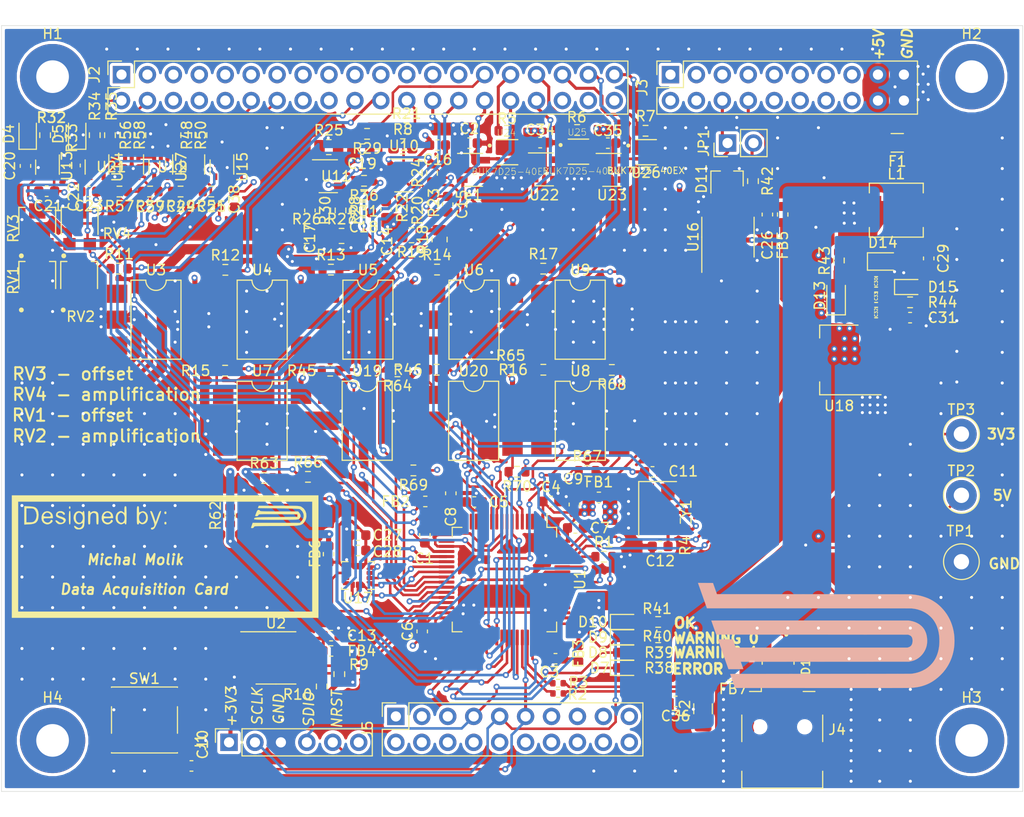
<source format=kicad_pcb>
(kicad_pcb (version 20171130) (host pcbnew "(5.1.10)-1")
  (layers (0 F.Cu signal) (1 In1.Cu power hide) (2 In2.Cu power hide) (31 B.Cu signal hide) (34 B.Paste user hide) (35 F.Paste user) (36 B.SilkS user hide) (37 F.SilkS user) (38 B.Mask user hide) (39 F.Mask user) (44 Edge.Cuts user))
  (net 0 "")
  (net 1 GND)
  (net 2 +3V3)
  (net 3 +5V)
  (net 4 /+uC)
  (net 5 /+uCa)
  (net 6 /+uCusb)
  (net 7 NRST)
  (net 8 /OSC_IN)
  (net 9 "Net-(C12-Pad1)")
  (net 10 /EEPROM/+3.3V_ee)
  (net 11 "Net-(C14-Pad1)")
  (net 12 "Net-(C18-Pad1)")
  (net 13 "Net-(C20-Pad1)")
  (net 14 "Net-(C22-Pad1)")
  (net 15 /CAN_TRASCIVER/+3.3V_CAN)
  (net 16 /ISM330DHCXTR/+3.3V_IMS)
  (net 17 "Net-(C29-Pad1)")
  (net 18 "Net-(D7-Pad2)")
  (net 19 /LED0)
  (net 20 "Net-(D8-Pad2)")
  (net 21 /LED1)
  (net 22 "Net-(D9-Pad2)")
  (net 23 /LED2)
  (net 24 "Net-(D10-Pad2)")
  (net 25 /LED3)
  (net 26 CANL)
  (net 27 CANH)
  (net 28 "Net-(D13-Pad2)")
  (net 29 "Net-(D15-Pad2)")
  (net 30 +5VP)
  (net 31 SDIO)
  (net 32 SCLK)
  (net 33 TIM_IN1)
  (net 34 TIM_IN0)
  (net 35 OVERTRAVEL)
  (net 36 INERTIA)
  (net 37 KILL_LEFT)
  (net 38 KILL_RIGHT)
  (net 39 KILL_DRIVER)
  (net 40 WHSP2)
  (net 41 WHSP1)
  (net 42 BRK_PRESS2)
  (net 43 BRK_PRESS1)
  (net 44 PITOT2)
  (net 45 PITOT1)
  (net 46 USB+)
  (net 47 USB-)
  (net 48 "Net-(JP1-Pad2)")
  (net 49 "Net-(R1-Pad1)")
  (net 50 "Net-(R2-Pad2)")
  (net 51 "Net-(R3-Pad2)")
  (net 52 /OSC_OUT)
  (net 53 /EEPROM_SCL)
  (net 54 /EEPROM_SDA)
  (net 55 "Net-(R11-Pad1)")
  (net 56 "Net-(R12-Pad1)")
  (net 57 "Net-(R13-Pad1)")
  (net 58 "Net-(R14-Pad1)")
  (net 59 "Net-(R15-Pad1)")
  (net 60 "Net-(R16-Pad1)")
  (net 61 "Net-(R17-Pad1)")
  (net 62 "Net-(R45-Pad1)")
  (net 63 "Net-(R46-Pad1)")
  (net 64 /CAN_TX)
  (net 65 /CAN_RX)
  (net 66 /ISM_INT2)
  (net 67 /ISM_INT1)
  (net 68 /DI4)
  (net 69 /DI3)
  (net 70 /DI2)
  (net 71 /DI1)
  (net 72 /DI0)
  (net 73 /A5)
  (net 74 /A4)
  (net 75 /SPI_MOSI)
  (net 76 /SPI_MISO)
  (net 77 /SPI_CLK)
  (net 78 /SPI_CS)
  (net 79 /WSS_TIM1_CH2)
  (net 80 /WSS_TIM1_CH1)
  (net 81 /A3)
  (net 82 /A2)
  (net 83 /A1)
  (net 84 /A0)
  (net 85 /TIM1_CH3)
  (net 86 /TIM3_CH4)
  (net 87 /DO2)
  (net 88 /DO1)
  (net 89 /DO0)
  (net 90 "Net-(R5-Pad2)")
  (net 91 "Net-(R6-Pad2)")
  (net 92 "Net-(R7-Pad2)")
  (net 93 OUTPUT2)
  (net 94 OUTPUT1)
  (net 95 OUTPUT0)
  (net 96 "Net-(U22-Pad6)")
  (net 97 "Net-(U23-Pad6)")
  (net 98 "Net-(U24-Pad3)")
  (net 99 "Net-(C36-Pad1)")
  (net 100 "Net-(FB7-Pad1)")
  (net 101 "Net-(C15-Pad2)")
  (net 102 "Net-(C15-Pad1)")
  (net 103 "Net-(C17-Pad1)")
  (net 104 "Net-(C18-Pad2)")
  (net 105 /Right_s/IN+)
  (net 106 /Left_s/IN+)
  (net 107 "Net-(R48-Pad1)")
  (net 108 "Net-(R49-Pad1)")
  (net 109 "Net-(R51-Pad1)")
  (net 110 "Net-(R56-Pad1)")
  (net 111 "Net-(R57-Pad1)")
  (net 112 "Net-(R59-Pad1)")
  (net 113 SUSP_L)
  (net 114 SUSP_R)
  (net 115 "Net-(R49-Pad2)")
  (net 116 "Net-(R57-Pad2)")
  (net 117 "Net-(RV2-Pad2)")
  (net 118 "Net-(RV4-Pad2)")
  (module Logos:PUTM_LOGO_30mm (layer B.Cu) (at 120 95)
    (fp_text reference G*** hide)
    (fp_text value LOGO hide)
  )
  (module Logos:SignatureBox30mm (layer F.Cu) (at 56 87)
    (fp_text reference G*** hide)
    (fp_text value LOGO hide)
  )
  (module Crystal:Crystal_SMD_5032-4Pin_5.0x3.2mm (layer F.Cu) (at 104.25 82.3 270)
    (fp_text reference Y1 (at 0 -2.8 90) (layer F.SilkS))
    (fp_text value 8MHz)
    (pad 4 smd rect (at -1.65 -1 270) (size 1.6 1.3) (layers F.Cu F.Paste F.Mask) (net 1 GND))
    (pad 3 smd rect (at 1.65 -1 270) (size 1.6 1.3) (layers F.Cu F.Paste F.Mask) (net 9 "Net-(C12-Pad1)"))
    (pad 2 smd rect (at 1.65 1 270) (size 1.6 1.3) (layers F.Cu F.Paste F.Mask) (net 1 GND))
    (pad 1 smd rect (at -1.65 1 270) (size 1.6 1.3) (layers F.Cu F.Paste F.Mask) (net 8 /OSC_IN))
  )
  (module TC33X-2-103E:TRIM_TC33X-2-103E (layer F.Cu) (at 43.5 54.6 90)
    (fp_text reference RV3 (at -0.264 -2.352 90) (layer F.SilkS) (effects (font (size 1.000165 1.000165))))
    (fp_text value 2K)
    (pad 2 smd rect (at 1.45 0) (size 1.6 1.5) (layers F.Cu F.Paste F.Mask) (net 116 "Net-(R57-Pad2)"))
    (pad 3 smd rect (at -1.8 1 90) (size 1.2 1.2) (layers F.Cu F.Paste F.Mask) (net 1 GND))
    (pad 1 smd rect (at -1.8 -1 90) (size 1.2 1.2) (layers F.Cu F.Paste F.Mask) (net 3 +5V))
  )
  (module TC33X-2-103E:TRIM_TC33X-2-103E (layer F.Cu) (at 43.5 59.9 90)
    (fp_text reference RV1 (at -0.044 -2.352 90) (layer F.SilkS) (effects (font (size 1.000165 1.000165))))
    (fp_text value 2K)
    (pad 2 smd rect (at 1.45 0) (size 1.6 1.5) (layers F.Cu F.Paste F.Mask) (net 115 "Net-(R49-Pad2)"))
    (pad 3 smd rect (at -1.8 1 90) (size 1.2 1.2) (layers F.Cu F.Paste F.Mask) (net 1 GND))
    (pad 1 smd rect (at -1.8 -1 90) (size 1.2 1.2) (layers F.Cu F.Paste F.Mask) (net 3 +5V))
  )
  (module Package_TO_SOT_SMD:SOT-223 (layer F.Cu) (at 122.03 67.74 180)
    (fp_text reference U18 (at 0 -4.5) (layer F.SilkS))
    (fp_text value LM1117-3.3_copy)
    (pad 1 smd rect (at -3.15 -2.3 180) (size 2 1.5) (layers F.Cu F.Paste F.Mask) (net 1 GND))
    (pad 3 smd rect (at -3.15 2.3 180) (size 2 1.5) (layers F.Cu F.Paste F.Mask) (net 3 +5V))
    (pad 2 smd rect (at -3.15 0 180) (size 2 1.5) (layers F.Cu F.Paste F.Mask) (net 2 +3V3))
    (pad 4 smd rect (at 3.15 0 180) (size 2 3.8) (layers F.Cu F.Paste F.Mask) (net 2 +3V3))
  )
  (module Inductor_SMD:L_Vishay_IHLP-2020 (layer F.Cu) (at 127.625 53.075)
    (fp_text reference L1 (at 0 -3.54) (layer F.SilkS))
    (fp_text value 6.8uH)
    (pad 2 smd rect (at 2.4265 0) (size 1.903 2.79) (layers F.Cu F.Paste F.Mask) (net 17 "Net-(C29-Pad1)"))
    (pad 1 smd rect (at -2.4265 0) (size 1.903 2.79) (layers F.Cu F.Paste F.Mask) (net 3 +5V))
  )
  (module TC33X-2-103E:TRIM_TC33X-2-103E (layer F.Cu) (at 47.65 54.6 90)
    (fp_text reference RV4 (at -0.772 3.658 180) (layer F.SilkS) (effects (font (size 1.000165 1.000165))))
    (fp_text value 3K)
    (pad 2 smd rect (at 1.45 0) (size 1.6 1.5) (layers F.Cu F.Paste F.Mask) (net 118 "Net-(RV4-Pad2)"))
    (pad 3 smd rect (at -1.8 1 90) (size 1.2 1.2) (layers F.Cu F.Paste F.Mask) (net 84 /A0))
    (pad 1 smd rect (at -1.8 -1 90) (size 1.2 1.2) (layers F.Cu F.Paste F.Mask) (net 1 GND))
  )
  (module TC33X-2-103E:TRIM_TC33X-2-103E (layer F.Cu) (at 47.6 59.9 90)
    (fp_text reference RV2 (at -3.6 0.152 180) (layer F.SilkS) (effects (font (size 1.000165 1.000165))))
    (fp_text value 3K)
    (pad 2 smd rect (at 1.45 0) (size 1.6 1.5) (layers F.Cu F.Paste F.Mask) (net 117 "Net-(RV2-Pad2)"))
    (pad 3 smd rect (at -1.8 1 90) (size 1.2 1.2) (layers F.Cu F.Paste F.Mask) (net 83 /A1))
    (pad 1 smd rect (at -1.8 -1 90) (size 1.2 1.2) (layers F.Cu F.Paste F.Mask) (net 1 GND))
  )
  (module Resistor_SMD:R_0805_2012Metric (layer F.Cu) (at 73.3 55.6)
    (fp_text reference R27 (at 0 -1.65) (layer F.SilkS))
    (fp_text value 5k)
    (pad 2 smd roundrect (at 0.9125 0) (size 1.025 1.4) (layers F.Cu F.Paste F.Mask) (roundrect_rratio 0.2439014634146341) (net 1 GND))
    (pad 1 smd roundrect (at -0.9125 0) (size 1.025 1.4) (layers F.Cu F.Paste F.Mask) (roundrect_rratio 0.2439014634146341) (net 106 /Left_s/IN+))
  )
  (module Resistor_SMD:R_0805_2012Metric (layer F.Cu) (at 69.875 55.6)
    (fp_text reference R26 (at 0 -1.65) (layer F.SilkS))
    (fp_text value 5k)
    (pad 2 smd roundrect (at 0.9125 0) (size 1.025 1.4) (layers F.Cu F.Paste F.Mask) (roundrect_rratio 0.2439014634146341) (net 106 /Left_s/IN+))
    (pad 1 smd roundrect (at -0.9125 0) (size 1.025 1.4) (layers F.Cu F.Paste F.Mask) (roundrect_rratio 0.2439014634146341) (net 3 +5V))
  )
  (module Resistor_SMD:R_0805_2012Metric (layer F.Cu) (at 72.05 46.9)
    (fp_text reference R25 (at 0 -1.65) (layer F.SilkS))
    (fp_text value 5k)
    (pad 2 smd roundrect (at 0.9125 0) (size 1.025 1.4) (layers F.Cu F.Paste F.Mask) (roundrect_rratio 0.2439014634146341) (net 113 SUSP_L))
    (pad 1 smd roundrect (at -0.9125 0) (size 1.025 1.4) (layers F.Cu F.Paste F.Mask) (roundrect_rratio 0.2439014634146341) (net 3 +5V))
  )
  (module Resistor_SMD:R_0805_2012Metric (layer F.Cu) (at 80.15 55.525 180)
    (fp_text reference R19 (at 0 -1.65) (layer F.SilkS))
    (fp_text value 5k)
    (pad 2 smd roundrect (at 0.9125 0 180) (size 1.025 1.4) (layers F.Cu F.Paste F.Mask) (roundrect_rratio 0.2439014634146341) (net 1 GND))
    (pad 1 smd roundrect (at -0.9125 0 180) (size 1.025 1.4) (layers F.Cu F.Paste F.Mask) (roundrect_rratio 0.2439014634146341) (net 105 /Right_s/IN+))
  )
  (module Resistor_SMD:R_0805_2012Metric (layer F.Cu) (at 82.9 55.95 90)
    (fp_text reference R18 (at 0 -1.65 90) (layer F.SilkS))
    (fp_text value 5k)
    (pad 2 smd roundrect (at 0.9125 0 90) (size 1.025 1.4) (layers F.Cu F.Paste F.Mask) (roundrect_rratio 0.2439014634146341) (net 105 /Right_s/IN+))
    (pad 1 smd roundrect (at -0.9125 0 90) (size 1.025 1.4) (layers F.Cu F.Paste F.Mask) (roundrect_rratio 0.2439014634146341) (net 3 +5V))
  )
  (module Resistor_SMD:R_0805_2012Metric (layer F.Cu) (at 79.3 46.825)
    (fp_text reference R8 (at 0 -1.65) (layer F.SilkS))
    (fp_text value 5k)
    (pad 2 smd roundrect (at 0.9125 0) (size 1.025 1.4) (layers F.Cu F.Paste F.Mask) (roundrect_rratio 0.2439014634146341) (net 114 SUSP_R))
    (pad 1 smd roundrect (at -0.9125 0) (size 1.025 1.4) (layers F.Cu F.Paste F.Mask) (roundrect_rratio 0.2439014634146341) (net 3 +5V))
  )
  (module Fuse:Fuse_1206_3216Metric_Castellated (layer F.Cu) (at 111.65 98.175 180)
    (fp_text reference FB7 (at 0 -1.78) (layer F.SilkS))
    (fp_text value 1kOhm)
    (pad 2 smd roundrect (at 1.425 0 180) (size 1.6 1.65) (layers F.Cu F.Paste F.Mask) (roundrect_rratio 0.15625) (net 99 "Net-(C36-Pad1)"))
    (pad 1 smd roundrect (at -1.425 0 180) (size 1.6 1.65) (layers F.Cu F.Paste F.Mask) (roundrect_rratio 0.15625) (net 100 "Net-(FB7-Pad1)"))
  )
  (module Fuse:Fuse_1206_3216Metric_Castellated (layer F.Cu) (at 108.7 101.9 90)
    (fp_text reference F2 (at 0 -1.78 90) (layer F.SilkS))
    (fp_text value 200mA)
    (pad 2 smd roundrect (at 1.425 0 90) (size 1.6 1.65) (layers F.Cu F.Paste F.Mask) (roundrect_rratio 0.15625) (net 99 "Net-(C36-Pad1)"))
    (pad 1 smd roundrect (at -1.425 0 90) (size 1.6 1.65) (layers F.Cu F.Paste F.Mask) (roundrect_rratio 0.15625) (net 3 +5V))
  )
  (module Fuse:Fuse_1206_3216Metric (layer F.Cu) (at 127.72 46.48 180)
    (fp_text reference F1 (at 0 -1.82) (layer F.SilkS))
    (fp_text value 200mA)
    (pad 2 smd roundrect (at 1.4 0 180) (size 1.25 1.75) (layers F.Cu F.Paste F.Mask) (roundrect_rratio 0.2) (net 30 +5VP))
    (pad 1 smd roundrect (at -1.4 0 180) (size 1.25 1.75) (layers F.Cu F.Paste F.Mask) (roundrect_rratio 0.2) (net 17 "Net-(C29-Pad1)"))
  )
  (module SOT190P230X110-4N:SOT190P230X110-4N (layer F.Cu) (at 116.05 96.84 270)
    (fp_text reference D12 (at 0.58939 -2.70894 90) (layer F.SilkS) (effects (font (size 0.80148 0.80148))))
    (fp_text value PRTR5V0U2X)
    (pad 4 smd roundrect (at 0.98 -0.95 270) (size 1.26 0.59) (layers F.Cu F.Paste F.Mask) (roundrect_rratio 0.15) (net 3 +5V))
    (pad 3 smd roundrect (at 0.98 0.95 270) (size 1.26 0.59) (layers F.Cu F.Paste F.Mask) (roundrect_rratio 0.15) (net 47 USB-))
    (pad 2 smd roundrect (at -0.98 0.95 270) (size 1.26 0.59) (layers F.Cu F.Paste F.Mask) (roundrect_rratio 0.15) (net 46 USB+))
    (pad 1 smd roundrect (at -0.98 -0.75 270) (size 1.26 0.99) (layers F.Cu F.Paste F.Mask) (net 1 GND))
  )
  (module Diode_SMD:D_SOD-323 (layer F.Cu) (at 47.41 45.61 90)
    (fp_text reference D5 (at 0 -1.85 90) (layer F.SilkS))
    (fp_text value 6v5)
    (pad 2 smd rect (at 1.05 0 90) (size 0.6 0.45) (layers F.Cu F.Paste F.Mask) (net 1 GND))
    (pad 1 smd rect (at -1.05 0 90) (size 0.6 0.45) (layers F.Cu F.Paste F.Mask) (net 14 "Net-(C22-Pad1)"))
  )
  (module Diode_SMD:D_SOD-323 (layer F.Cu) (at 42.5635 45.61 90)
    (fp_text reference D4 (at 0 -1.85 90) (layer F.SilkS))
    (fp_text value 6v5)
    (pad 2 smd rect (at 1.05 0 90) (size 0.6 0.45) (layers F.Cu F.Paste F.Mask) (net 1 GND))
    (pad 1 smd rect (at -1.05 0 90) (size 0.6 0.45) (layers F.Cu F.Paste F.Mask) (net 13 "Net-(C20-Pad1)"))
  )
  (module Resistor_SMD:R_0603_1608Metric (layer F.Cu) (at 90.48 78.69 180)
    (fp_text reference R70 (at 0 -1.43) (layer F.SilkS))
    (fp_text value 1k)
    (pad 2 smd roundrect (at 0.825 0 180) (size 0.8 0.95) (layers F.Cu F.Paste F.Mask) (net 85 /TIM1_CH3))
    (pad 1 smd roundrect (at -0.825 0 180) (size 0.8 0.95) (layers F.Cu F.Paste F.Mask) (net 2 +3V3))
  )
  (module Resistor_SMD:R_0603_1608Metric (layer F.Cu) (at 80.335 78.56 180)
    (fp_text reference R69 (at 0 -1.43) (layer F.SilkS))
    (fp_text value 1k)
    (pad 2 smd roundrect (at 0.825 0 180) (size 0.8 0.95) (layers F.Cu F.Paste F.Mask) (net 68 /DI4))
    (pad 1 smd roundrect (at -0.825 0 180) (size 0.8 0.95) (layers F.Cu F.Paste F.Mask) (net 2 +3V3))
  )
  (module Resistor_SMD:R_0603_1608Metric (layer F.Cu) (at 99.77 68.72 180)
    (fp_text reference R68 (at 0 -1.43) (layer F.SilkS))
    (fp_text value 1k)
    (pad 2 smd roundrect (at 0.825 0 180) (size 0.8 0.95) (layers F.Cu F.Paste F.Mask) (net 69 /DI3))
    (pad 1 smd roundrect (at -0.825 0 180) (size 0.8 0.95) (layers F.Cu F.Paste F.Mask) (net 2 +3V3))
  )
  (module Resistor_SMD:R_0603_1608Metric (layer F.Cu) (at 97.35 78.6)
    (fp_text reference R67 (at 0 -1.43) (layer F.SilkS))
    (fp_text value 1k)
    (pad 2 smd roundrect (at 0.825 0) (size 0.8 0.95) (layers F.Cu F.Paste F.Mask) (net 86 /TIM3_CH4))
    (pad 1 smd roundrect (at -0.825 0) (size 0.8 0.95) (layers F.Cu F.Paste F.Mask) (net 2 +3V3))
  )
  (module Resistor_SMD:R_0603_1608Metric (layer F.Cu) (at 70.01 79.19)
    (fp_text reference R66 (at 0 -1.43) (layer F.SilkS))
    (fp_text value 1k)
    (pad 2 smd roundrect (at 0.825 0) (size 0.8 0.95) (layers F.Cu F.Paste F.Mask) (net 70 /DI2))
    (pad 1 smd roundrect (at -0.825 0) (size 0.8 0.95) (layers F.Cu F.Paste F.Mask) (net 2 +3V3))
  )
  (module Resistor_SMD:R_0603_1608Metric (layer F.Cu) (at 89.86 68.75)
    (fp_text reference R65 (at 0 -1.43) (layer F.SilkS))
    (fp_text value 1k)
    (pad 2 smd roundrect (at 0.825 0) (size 0.8 0.95) (layers F.Cu F.Paste F.Mask) (net 71 /DI1))
    (pad 1 smd roundrect (at -0.825 0) (size 0.8 0.95) (layers F.Cu F.Paste F.Mask) (net 2 +3V3))
  )
  (module Resistor_SMD:R_0603_1608Metric (layer F.Cu) (at 78.77 68.86 180)
    (fp_text reference R64 (at 0 -1.43) (layer F.SilkS))
    (fp_text value 1k)
    (pad 2 smd roundrect (at 0.825 0 180) (size 0.8 0.95) (layers F.Cu F.Paste F.Mask) (net 72 /DI0))
    (pad 1 smd roundrect (at -0.825 0 180) (size 0.8 0.95) (layers F.Cu F.Paste F.Mask) (net 2 +3V3))
  )
  (module Resistor_SMD:R_0603_1608Metric (layer F.Cu) (at 65.73 79.3)
    (fp_text reference R63 (at 0 -1.43) (layer F.SilkS))
    (fp_text value 1k)
    (pad 2 smd roundrect (at 0.825 0) (size 0.8 0.95) (layers F.Cu F.Paste F.Mask) (net 79 /WSS_TIM1_CH2))
    (pad 1 smd roundrect (at -0.825 0) (size 0.8 0.95) (layers F.Cu F.Paste F.Mask) (net 2 +3V3))
  )
  (module Resistor_SMD:R_0603_1608Metric (layer F.Cu) (at 62.39 82.985 90)
    (fp_text reference R62 (at 0 -1.43 90) (layer F.SilkS))
    (fp_text value 1k)
    (pad 2 smd roundrect (at 0.825 0 90) (size 0.8 0.95) (layers F.Cu F.Paste F.Mask) (net 80 /WSS_TIM1_CH1))
    (pad 1 smd roundrect (at -0.825 0 90) (size 0.8 0.95) (layers F.Cu F.Paste F.Mask) (net 2 +3V3))
  )
  (module Diode_SMD:D_SOD-323 (layer F.Cu) (at 126.3 58.1)
    (fp_text reference D14 (at 0 -1.85) (layer F.SilkS))
    (fp_text value 5.6v/6v)
    (pad 2 smd rect (at 1.05 0) (size 0.6 0.45) (layers F.Cu F.Paste F.Mask) (net 1 GND))
    (pad 1 smd rect (at -1.05 0) (size 0.6 0.45) (layers F.Cu F.Paste F.Mask) (net 3 +5V))
  )
  (module Connector_PinSocket_2.54mm:PinSocket_1x06_P2.54mm_Vertical (layer F.Cu) (at 62.28 105.19 90)
    (fp_text reference J1 (at 0 -2.77 90) (layer F.SilkS))
    (fp_text value Conn_01x05_Male)
    (pad 6 thru_hole oval (at 0 12.7 90) (size 1.7 1.7) (drill 1) (layers *.Cu *.Mask))
    (pad 5 thru_hole oval (at 0 10.16 90) (size 1.7 1.7) (drill 1) (layers *.Cu *.Mask) (net 7 NRST))
    (pad 4 thru_hole oval (at 0 7.62 90) (size 1.7 1.7) (drill 1) (layers *.Cu *.Mask) (net 31 SDIO))
    (pad 3 thru_hole oval (at 0 5.08 90) (size 1.7 1.7) (drill 1) (layers *.Cu *.Mask) (net 1 GND))
    (pad 2 thru_hole oval (at 0 2.54 90) (size 1.7 1.7) (drill 1) (layers *.Cu *.Mask) (net 32 SCLK))
    (pad 1 thru_hole rect (at 0 0 90) (size 1.7 1.7) (drill 1) (layers *.Cu *.Mask) (net 2 +3V3))
  )
  (module Package_TO_SOT_SMD:SOT-353_SC-70-5 (layer F.Cu) (at 55.6 48.85 270)
    (fp_text reference U27 (at 0 -2 90) (layer F.SilkS))
    (fp_text value MCP6001x-LT)
    (pad 5 smd rect (at 0.95 -0.65 270) (size 0.65 0.4) (layers F.Cu F.Paste F.Mask) (net 2 +3V3))
    (pad 4 smd rect (at 0.95 0.65 270) (size 0.65 0.4) (layers F.Cu F.Paste F.Mask) (net 118 "Net-(RV4-Pad2)"))
    (pad 2 smd rect (at -0.95 0 270) (size 0.65 0.4) (layers F.Cu F.Paste F.Mask) (net 1 GND))
    (pad 3 smd rect (at -0.95 0.65 270) (size 0.65 0.4) (layers F.Cu F.Paste F.Mask) (net 112 "Net-(R59-Pad1)"))
    (pad 1 smd rect (at -0.95 -0.65 270) (size 0.65 0.4) (layers F.Cu F.Paste F.Mask) (net 84 /A0))
  )
  (module Package_TO_SOT_SMD:SOT-353_SC-70-5 (layer F.Cu) (at 52.75 48.85 270)
    (fp_text reference U21 (at 0 2 180) (layer F.SilkS))
    (fp_text value MCP6001x-LT)
    (pad 5 smd rect (at 0.95 -0.65 270) (size 0.65 0.4) (layers F.Cu F.Paste F.Mask) (net 2 +3V3))
    (pad 4 smd rect (at 0.95 0.65 270) (size 0.65 0.4) (layers F.Cu F.Paste F.Mask) (net 111 "Net-(R57-Pad1)"))
    (pad 2 smd rect (at -0.95 0 270) (size 0.65 0.4) (layers F.Cu F.Paste F.Mask) (net 1 GND))
    (pad 3 smd rect (at -0.95 0.65 270) (size 0.65 0.4) (layers F.Cu F.Paste F.Mask) (net 110 "Net-(R56-Pad1)"))
    (pad 1 smd rect (at -0.95 -0.65 270) (size 0.65 0.4) (layers F.Cu F.Paste F.Mask) (net 112 "Net-(R59-Pad1)"))
  )
  (module Package_TO_SOT_SMD:SOT-353_SC-70-5 (layer F.Cu) (at 61.585001 48.849329 270)
    (fp_text reference U15 (at 0 -2 90) (layer F.SilkS))
    (fp_text value MCP6001x-LT)
    (pad 5 smd rect (at 0.95 -0.65 270) (size 0.65 0.4) (layers F.Cu F.Paste F.Mask) (net 2 +3V3))
    (pad 4 smd rect (at 0.95 0.65 270) (size 0.65 0.4) (layers F.Cu F.Paste F.Mask) (net 117 "Net-(RV2-Pad2)"))
    (pad 2 smd rect (at -0.95 0 270) (size 0.65 0.4) (layers F.Cu F.Paste F.Mask) (net 1 GND))
    (pad 3 smd rect (at -0.95 0.65 270) (size 0.65 0.4) (layers F.Cu F.Paste F.Mask) (net 109 "Net-(R51-Pad1)"))
    (pad 1 smd rect (at -0.95 -0.65 270) (size 0.65 0.4) (layers F.Cu F.Paste F.Mask) (net 83 /A1))
  )
  (module Package_TO_SOT_SMD:SOT-353_SC-70-5 (layer F.Cu) (at 58.735001 48.849329 270)
    (fp_text reference U12 (at 0 2) (layer F.SilkS))
    (fp_text value MCP6001x-LT)
    (pad 5 smd rect (at 0.95 -0.65 270) (size 0.65 0.4) (layers F.Cu F.Paste F.Mask) (net 2 +3V3))
    (pad 4 smd rect (at 0.95 0.65 270) (size 0.65 0.4) (layers F.Cu F.Paste F.Mask) (net 108 "Net-(R49-Pad1)"))
    (pad 2 smd rect (at -0.95 0 270) (size 0.65 0.4) (layers F.Cu F.Paste F.Mask) (net 1 GND))
    (pad 3 smd rect (at -0.95 0.65 270) (size 0.65 0.4) (layers F.Cu F.Paste F.Mask) (net 107 "Net-(R48-Pad1)"))
    (pad 1 smd rect (at -0.95 -0.65 270) (size 0.65 0.4) (layers F.Cu F.Paste F.Mask) (net 109 "Net-(R51-Pad1)"))
  )
  (module Package_TO_SOT_SMD:SOT-23-5 (layer F.Cu) (at 72 49.75)
    (fp_text reference U11 (at 0.75 0) (layer F.SilkS))
    (fp_text value TSX7191)
    (pad 5 smd rect (at 1.1 -0.95) (size 1.06 0.65) (layers F.Cu F.Paste F.Mask) (net 2 +3V3))
    (pad 4 smd rect (at 1.1 0.95) (size 1.06 0.65) (layers F.Cu F.Paste F.Mask) (net 104 "Net-(C18-Pad2)"))
    (pad 3 smd rect (at -1.1 0.95) (size 1.06 0.65) (layers F.Cu F.Paste F.Mask) (net 103 "Net-(C17-Pad1)"))
    (pad 2 smd rect (at -1.1 0) (size 1.06 0.65) (layers F.Cu F.Paste F.Mask) (net 1 GND))
    (pad 1 smd rect (at -1.1 -0.95) (size 1.06 0.65) (layers F.Cu F.Paste F.Mask) (net 12 "Net-(C18-Pad1)"))
  )
  (module Package_TO_SOT_SMD:SOT-23-5 (layer F.Cu) (at 79.41 49.67)
    (fp_text reference U10 (at 0 -2.9) (layer F.SilkS))
    (fp_text value TSX7191)
    (pad 5 smd rect (at 1.1 -0.95) (size 1.06 0.65) (layers F.Cu F.Paste F.Mask) (net 2 +3V3))
    (pad 4 smd rect (at 1.1 0.95) (size 1.06 0.65) (layers F.Cu F.Paste F.Mask) (net 101 "Net-(C15-Pad2)"))
    (pad 3 smd rect (at -1.1 0.95) (size 1.06 0.65) (layers F.Cu F.Paste F.Mask) (net 11 "Net-(C14-Pad1)"))
    (pad 2 smd rect (at -1.1 0) (size 1.06 0.65) (layers F.Cu F.Paste F.Mask) (net 1 GND))
    (pad 1 smd rect (at -1.1 -0.95) (size 1.06 0.65) (layers F.Cu F.Paste F.Mask) (net 102 "Net-(C15-Pad1)"))
  )
  (module Resistor_SMD:R_0603_1608Metric (layer F.Cu) (at 54.55 51.25 180)
    (fp_text reference R59 (at 0 -1.43) (layer F.SilkS))
    (fp_text value 47k)
    (pad 2 smd roundrect (at 0.825 0 180) (size 0.8 0.95) (layers F.Cu F.Paste F.Mask) (net 111 "Net-(R57-Pad1)"))
    (pad 1 smd roundrect (at -0.825 0 180) (size 0.8 0.95) (layers F.Cu F.Paste F.Mask) (net 112 "Net-(R59-Pad1)"))
  )
  (module Resistor_SMD:R_0603_1608Metric (layer F.Cu) (at 52.1 45.73 270)
    (fp_text reference R58 (at 0 -1.43 90) (layer F.SilkS))
    (fp_text value 2k)
    (pad 2 smd roundrect (at 0.825 0 270) (size 0.8 0.95) (layers F.Cu F.Paste F.Mask) (net 110 "Net-(R56-Pad1)"))
    (pad 1 smd roundrect (at -0.825 0 270) (size 0.8 0.95) (layers F.Cu F.Paste F.Mask) (net 1 GND))
  )
  (module Resistor_SMD:R_0603_1608Metric (layer F.Cu) (at 51.55 51.25 180)
    (fp_text reference R57 (at 0 -1.43) (layer F.SilkS))
    (fp_text value 10k)
    (pad 2 smd roundrect (at 0.825 0 180) (size 0.8 0.95) (layers F.Cu F.Paste F.Mask) (net 116 "Net-(R57-Pad2)"))
    (pad 1 smd roundrect (at -0.825 0 180) (size 0.8 0.95) (layers F.Cu F.Paste F.Mask) (net 111 "Net-(R57-Pad1)"))
  )
  (module Resistor_SMD:R_0603_1608Metric (layer F.Cu) (at 53.6 45.73 90)
    (fp_text reference R56 (at 0 -1.43 90) (layer F.SilkS))
    (fp_text value 1k)
    (pad 2 smd roundrect (at 0.825 0 90) (size 0.8 0.95) (layers F.Cu F.Paste F.Mask) (net 43 BRK_PRESS1))
    (pad 1 smd roundrect (at -0.825 0 90) (size 0.8 0.95) (layers F.Cu F.Paste F.Mask) (net 110 "Net-(R56-Pad1)"))
  )
  (module Resistor_SMD:R_0603_1608Metric (layer F.Cu) (at 60.535001 51.249329 180)
    (fp_text reference R51 (at 0 -1.43 180) (layer F.SilkS))
    (fp_text value 47k)
    (pad 2 smd roundrect (at 0.825 0 180) (size 0.8 0.95) (layers F.Cu F.Paste F.Mask) (net 108 "Net-(R49-Pad1)"))
    (pad 1 smd roundrect (at -0.825 0 180) (size 0.8 0.95) (layers F.Cu F.Paste F.Mask) (net 109 "Net-(R51-Pad1)"))
  )
  (module Resistor_SMD:R_0603_1608Metric (layer F.Cu) (at 58.085001 45.729329 270)
    (fp_text reference R50 (at 0 -1.43 90) (layer F.SilkS))
    (fp_text value 2k)
    (pad 2 smd roundrect (at 0.825 0 270) (size 0.8 0.95) (layers F.Cu F.Paste F.Mask) (net 107 "Net-(R48-Pad1)"))
    (pad 1 smd roundrect (at -0.825 0 270) (size 0.8 0.95) (layers F.Cu F.Paste F.Mask) (net 1 GND))
  )
  (module Resistor_SMD:R_0603_1608Metric (layer F.Cu) (at 57.535001 51.249329 180)
    (fp_text reference R49 (at 0 -1.43 180) (layer F.SilkS))
    (fp_text value 10k)
    (pad 2 smd roundrect (at 0.825 0 180) (size 0.8 0.95) (layers F.Cu F.Paste F.Mask) (net 115 "Net-(R49-Pad2)"))
    (pad 1 smd roundrect (at -0.825 0 180) (size 0.8 0.95) (layers F.Cu F.Paste F.Mask) (net 108 "Net-(R49-Pad1)"))
  )
  (module Resistor_SMD:R_0603_1608Metric (layer F.Cu) (at 59.585001 45.729329 90)
    (fp_text reference R48 (at 0 -1.43 90) (layer F.SilkS))
    (fp_text value 1k)
    (pad 2 smd roundrect (at 0.825 0 90) (size 0.8 0.95) (layers F.Cu F.Paste F.Mask) (net 42 BRK_PRESS2))
    (pad 1 smd roundrect (at -0.825 0 90) (size 0.8 0.95) (layers F.Cu F.Paste F.Mask) (net 107 "Net-(R48-Pad1)"))
  )
  (module Resistor_SMD:R_0603_1608Metric (layer F.Cu) (at 75.5 50.2 180)
    (fp_text reference R36 (at 0 -1.43) (layer F.SilkS))
    (fp_text value 100R)
    (pad 2 smd roundrect (at 0.825 0 180) (size 0.8 0.95) (layers F.Cu F.Paste F.Mask) (net 12 "Net-(C18-Pad1)"))
    (pad 1 smd roundrect (at -0.825 0 180) (size 0.8 0.95) (layers F.Cu F.Paste F.Mask) (net 73 /A5))
  )
  (module Resistor_SMD:R_0603_1608Metric (layer F.Cu) (at 75.45 51.75 180)
    (fp_text reference R31 (at 0 -1.43) (layer F.SilkS))
    (fp_text value 47k)
    (pad 2 smd roundrect (at 0.825 0 180) (size 0.8 0.95) (layers F.Cu F.Paste F.Mask) (net 104 "Net-(C18-Pad2)"))
    (pad 1 smd roundrect (at -0.825 0 180) (size 0.8 0.95) (layers F.Cu F.Paste F.Mask) (net 12 "Net-(C18-Pad1)"))
  )
  (module Resistor_SMD:R_0603_1608Metric (layer F.Cu) (at 71.7 53.1 270)
    (fp_text reference R30 (at 0 0 90) (layer F.SilkS))
    (fp_text value 47k)
    (pad 2 smd roundrect (at 0.825 0 270) (size 0.8 0.95) (layers F.Cu F.Paste F.Mask) (net 1 GND))
    (pad 1 smd roundrect (at -0.825 0 270) (size 0.8 0.95) (layers F.Cu F.Paste F.Mask) (net 103 "Net-(C17-Pad1)"))
  )
  (module Resistor_SMD:R_0603_1608Metric (layer F.Cu) (at 75.8 45.6 180)
    (fp_text reference R29 (at 0 -1.43) (layer F.SilkS))
    (fp_text value 10k)
    (pad 2 smd roundrect (at 0.825 0 180) (size 0.8 0.95) (layers F.Cu F.Paste F.Mask) (net 113 SUSP_L))
    (pad 1 smd roundrect (at -0.825 0 180) (size 0.8 0.95) (layers F.Cu F.Paste F.Mask) (net 104 "Net-(C18-Pad2)"))
  )
  (module Resistor_SMD:R_0603_1608Metric (layer F.Cu) (at 73.2 53.1 270)
    (fp_text reference R28 (at 0 -1.43 90) (layer F.SilkS))
    (fp_text value 10k)
    (pad 2 smd roundrect (at 0.825 0 270) (size 0.8 0.95) (layers F.Cu F.Paste F.Mask) (net 106 /Left_s/IN+))
    (pad 1 smd roundrect (at -0.825 0 270) (size 0.8 0.95) (layers F.Cu F.Paste F.Mask) (net 103 "Net-(C17-Pad1)"))
  )
  (module Resistor_SMD:R_0603_1608Metric (layer F.Cu) (at 82.16 49.42 90)
    (fp_text reference R24 (at 0 -1.43 90) (layer F.SilkS))
    (fp_text value 100R)
    (pad 2 smd roundrect (at 0.825 0 90) (size 0.8 0.95) (layers F.Cu F.Paste F.Mask) (net 102 "Net-(C15-Pad1)"))
    (pad 1 smd roundrect (at -0.825 0 90) (size 0.8 0.95) (layers F.Cu F.Paste F.Mask) (net 82 /A2))
  )
  (module Resistor_SMD:R_0603_1608Metric (layer F.Cu) (at 82.2 52.5 90)
    (fp_text reference R23 (at 0.15 0.15 90) (layer F.SilkS))
    (fp_text value 47k)
    (pad 2 smd roundrect (at 0.825 0 90) (size 0.8 0.95) (layers F.Cu F.Paste F.Mask) (net 101 "Net-(C15-Pad2)"))
    (pad 1 smd roundrect (at -0.825 0 90) (size 0.8 0.95) (layers F.Cu F.Paste F.Mask) (net 102 "Net-(C15-Pad1)"))
  )
  (module Resistor_SMD:R_0603_1608Metric (layer F.Cu) (at 79.16 53.02 270)
    (fp_text reference R22 (at -0.17 -0.09 90) (layer F.SilkS))
    (fp_text value 47k)
    (pad 2 smd roundrect (at 0.825 0 270) (size 0.8 0.95) (layers F.Cu F.Paste F.Mask) (net 1 GND))
    (pad 1 smd roundrect (at -0.825 0 270) (size 0.8 0.95) (layers F.Cu F.Paste F.Mask) (net 11 "Net-(C14-Pad1)"))
  )
  (module Resistor_SMD:R_0603_1608Metric (layer F.Cu) (at 79.66 45.05)
    (fp_text reference R21 (at 0 -1.43) (layer F.SilkS))
    (fp_text value 10k)
    (pad 2 smd roundrect (at 0.825 0) (size 0.8 0.95) (layers F.Cu F.Paste F.Mask) (net 114 SUSP_R))
    (pad 1 smd roundrect (at -0.825 0) (size 0.8 0.95) (layers F.Cu F.Paste F.Mask) (net 101 "Net-(C15-Pad2)"))
  )
  (module Resistor_SMD:R_0603_1608Metric (layer F.Cu) (at 80.66 53.02 270)
    (fp_text reference R20 (at 0.08 -0.09 90) (layer F.SilkS))
    (fp_text value 10k)
    (pad 2 smd roundrect (at 0.825 0 270) (size 0.8 0.95) (layers F.Cu F.Paste F.Mask) (net 105 /Right_s/IN+))
    (pad 1 smd roundrect (at -0.825 0 270) (size 0.8 0.95) (layers F.Cu F.Paste F.Mask) (net 11 "Net-(C14-Pad1)"))
  )
  (module Capacitor_SMD:C_0603_1608Metric (layer F.Cu) (at 62.8 52 90)
    (fp_text reference C38 (at 0 0 90) (layer F.SilkS))
    (fp_text value 100n)
    (pad 2 smd roundrect (at 0.775 0 90) (size 0.9 0.95) (layers F.Cu F.Paste F.Mask) (net 2 +3V3))
    (pad 1 smd roundrect (at -0.775 0 90) (size 0.9 0.95) (layers F.Cu F.Paste F.Mask) (net 1 GND))
  )
  (module Capacitor_SMD:C_0603_1608Metric (layer F.Cu) (at 54.55 52.75)
    (fp_text reference C37 (at 0 0) (layer F.SilkS))
    (fp_text value 100n)
    (pad 2 smd roundrect (at 0.775 0) (size 0.9 0.95) (layers F.Cu F.Paste F.Mask) (net 2 +3V3))
    (pad 1 smd roundrect (at -0.775 0) (size 0.9 0.95) (layers F.Cu F.Paste F.Mask) (net 1 GND))
  )
  (module Capacitor_SMD:C_0603_1608Metric (layer F.Cu) (at 60.55 52.725)
    (fp_text reference C25 (at 0 0) (layer F.SilkS))
    (fp_text value 100n)
    (pad 2 smd roundrect (at 0.775 0) (size 0.9 0.95) (layers F.Cu F.Paste F.Mask) (net 2 +3V3))
    (pad 1 smd roundrect (at -0.775 0) (size 0.9 0.95) (layers F.Cu F.Paste F.Mask) (net 1 GND))
  )
  (module Capacitor_SMD:C_0603_1608Metric (layer F.Cu) (at 57.55 52.725 180)
    (fp_text reference C24 (at 0 0) (layer F.SilkS))
    (fp_text value 100n)
    (pad 2 smd roundrect (at 0.775 0 180) (size 0.9 0.95) (layers F.Cu F.Paste F.Mask) (net 2 +3V3))
    (pad 1 smd roundrect (at -0.775 0 180) (size 0.9 0.95) (layers F.Cu F.Paste F.Mask) (net 1 GND))
  )
  (module Capacitor_SMD:C_0603_1608Metric (layer F.Cu) (at 75.3 47.1 180)
    (fp_text reference C19 (at 0 -1.43) (layer F.SilkS))
    (fp_text value 100n)
    (pad 2 smd roundrect (at 0.775 0 180) (size 0.9 0.95) (layers F.Cu F.Paste F.Mask) (net 2 +3V3))
    (pad 1 smd roundrect (at -0.775 0 180) (size 0.9 0.95) (layers F.Cu F.Paste F.Mask) (net 1 GND))
  )
  (module Capacitor_SMD:C_0603_1608Metric (layer F.Cu) (at 75.45 53.3 180)
    (fp_text reference C18 (at 0 -1.43) (layer F.SilkS))
    (fp_text value 1nF)
    (pad 2 smd roundrect (at 0.775 0 180) (size 0.9 0.95) (layers F.Cu F.Paste F.Mask) (net 104 "Net-(C18-Pad2)"))
    (pad 1 smd roundrect (at -0.775 0 180) (size 0.9 0.95) (layers F.Cu F.Paste F.Mask) (net 12 "Net-(C18-Pad1)"))
  )
  (module Capacitor_SMD:C_0603_1608Metric (layer F.Cu) (at 70.2 53.1 270)
    (fp_text reference C17 (at 2.75 0 90) (layer F.SilkS))
    (fp_text value 1nF)
    (pad 2 smd roundrect (at 0.775 0 270) (size 0.9 0.95) (layers F.Cu F.Paste F.Mask) (net 1 GND))
    (pad 1 smd roundrect (at -0.775 0 270) (size 0.9 0.95) (layers F.Cu F.Paste F.Mask) (net 103 "Net-(C17-Pad1)"))
  )
  (module Capacitor_SMD:C_0603_1608Metric (layer F.Cu) (at 82.7 46.7 180)
    (fp_text reference C16 (at 0 -1.43) (layer F.SilkS))
    (fp_text value 100n)
    (pad 2 smd roundrect (at 0.775 0 180) (size 0.9 0.95) (layers F.Cu F.Paste F.Mask) (net 2 +3V3))
    (pad 1 smd roundrect (at -0.775 0 180) (size 0.9 0.95) (layers F.Cu F.Paste F.Mask) (net 1 GND))
  )
  (module Capacitor_SMD:C_0603_1608Metric (layer F.Cu) (at 83.7 52.5 90)
    (fp_text reference C15 (at 0 1.4 90) (layer F.SilkS))
    (fp_text value 1nF)
    (pad 2 smd roundrect (at 0.775 0 90) (size 0.9 0.95) (layers F.Cu F.Paste F.Mask) (net 101 "Net-(C15-Pad2)"))
    (pad 1 smd roundrect (at -0.775 0 90) (size 0.9 0.95) (layers F.Cu F.Paste F.Mask) (net 102 "Net-(C15-Pad1)"))
  )
  (module Capacitor_SMD:C_0603_1608Metric (layer F.Cu) (at 77.66 53.02 270)
    (fp_text reference C14 (at 3.08 -0.09 90) (layer F.SilkS))
    (fp_text value 1nF)
    (pad 2 smd roundrect (at 0.775 0 270) (size 0.9 0.95) (layers F.Cu F.Paste F.Mask) (net 1 GND))
    (pad 1 smd roundrect (at -0.775 0 270) (size 0.9 0.95) (layers F.Cu F.Paste F.Mask) (net 11 "Net-(C14-Pad1)"))
  )
  (module Capacitor_SMD:C_0603_1608Metric (layer F.Cu) (at 125.65 63.1)
    (fp_text reference C32 (at 0 0 90) (layer F.SilkS) (effects (font (size 0.3 0.3) (thickness 0.06))))
    (fp_text value 10uF)
    (pad 2 smd roundrect (at 0.775 0) (size 0.9 0.95) (layers F.Cu F.Paste F.Mask) (net 1 GND))
    (pad 1 smd roundrect (at -0.775 0) (size 0.9 0.95) (layers F.Cu F.Paste F.Mask) (net 3 +5V))
  )
  (module MountingHole:MountingHole_3.2mm_M3_Pad (layer F.Cu) (at 45 40)
    (fp_text reference H1 (at 0 -4.2) (layer F.SilkS))
    (fp_text value MountingHole)
    (pad 1 thru_hole circle (at 0 0) (size 6.4 6.4) (drill 3.2) (layers *.Cu *.Mask))
  )
  (module MountingHole:MountingHole_3.2mm_M3_Pad (layer F.Cu) (at 45 105)
    (fp_text reference H4 (at 0 -4.2) (layer F.SilkS))
    (fp_text value MountingHole)
    (pad 1 thru_hole circle (at 0 0) (size 6.4 6.4) (drill 3.2) (layers *.Cu *.Mask))
  )
  (module MountingHole:MountingHole_3.2mm_M3_Pad (layer F.Cu) (at 135 105)
    (fp_text reference H3 (at 0 -4.2) (layer F.SilkS))
    (fp_text value MountingHole)
    (pad 1 thru_hole circle (at 0 0) (size 6.4 6.4) (drill 3.2) (layers *.Cu *.Mask))
  )
  (module MountingHole:MountingHole_3.2mm_M3_Pad (layer F.Cu) (at 135 40)
    (fp_text reference H2 (at 0 -4.2) (layer F.SilkS))
    (fp_text value MountingHole)
    (pad 1 thru_hole circle (at 0 0) (size 6.4 6.4) (drill 3.2) (layers *.Cu *.Mask))
  )
  (module Capacitor_SMD:C_0603_1608Metric (layer F.Cu) (at 106.01 101.18 180)
    (fp_text reference C36 (at 0 -1.43) (layer F.SilkS))
    (fp_text value 100nF)
    (pad 2 smd roundrect (at 0.775 0 180) (size 0.9 0.95) (layers F.Cu F.Paste F.Mask) (net 1 GND))
    (pad 1 smd roundrect (at -0.775 0 180) (size 0.9 0.95) (layers F.Cu F.Paste F.Mask) (net 99 "Net-(C36-Pad1)"))
  )
  (module TestPoint:TestPoint_THTPad_D3.0mm_Drill1.5mm (layer F.Cu) (at 134 75)
    (fp_text reference TP3 (at 0 -2.398) (layer F.SilkS))
    (fp_text value 3V3)
    (pad 1 thru_hole circle (at 0 0) (size 3 3) (drill 1.5) (layers *.Cu *.Mask) (net 2 +3V3))
  )
  (module TestPoint:TestPoint_THTPad_D3.0mm_Drill1.5mm (layer F.Cu) (at 134 81)
    (fp_text reference TP2 (at 0 -2.398) (layer F.SilkS))
    (fp_text value 5V)
    (pad 1 thru_hole circle (at 0 0) (size 3 3) (drill 1.5) (layers *.Cu *.Mask) (net 3 +5V))
  )
  (module Button_Switch_SMD:SW_Push_1P1T_NO_6x6mm_H9.5mm (layer F.Cu) (at 54 103)
    (fp_text reference SW1 (at 0 -4.05) (layer F.SilkS))
    (fp_text value SW_MEC_5E)
    (pad 2 smd rect (at 3.975 2.25) (size 1.55 1.3) (layers F.Cu F.Paste F.Mask) (net 7 NRST))
    (pad 1 smd rect (at 3.975 -2.25) (size 1.55 1.3) (layers F.Cu F.Paste F.Mask) (net 1 GND))
    (pad 1 smd rect (at -3.975 -2.25) (size 1.55 1.3) (layers F.Cu F.Paste F.Mask) (net 1 GND))
    (pad 2 smd rect (at -3.975 2.25) (size 1.55 1.3) (layers F.Cu F.Paste F.Mask) (net 7 NRST))
  )
  (module TestPoint:TestPoint_THTPad_D3.0mm_Drill1.5mm (layer F.Cu) (at 134 87.5)
    (fp_text reference TP1 (at -0.1 -3) (layer F.SilkS))
    (fp_text value GND)
    (pad 1 thru_hole circle (at 0 0) (size 3 3) (drill 1.5) (layers *.Cu *.Mask) (net 1 GND))
  )
  (module Resistor_SMD:R_0402_1005Metric (layer F.Cu) (at 94.51 100.4 180)
    (fp_text reference R2 (at -1.89 -0.1) (layer F.SilkS))
    (fp_text value 22R)
    (pad 2 smd roundrect (at 0.51 0 180) (size 0.54 0.64) (layers F.Cu F.Paste F.Mask) (net 50 "Net-(R2-Pad2)"))
    (pad 1 smd roundrect (at -0.51 0 180) (size 0.54 0.64) (layers F.Cu F.Paste F.Mask) (net 47 USB-))
  )
  (module Resistor_SMD:R_0402_1005Metric (layer F.Cu) (at 94.5 99.4 180)
    (fp_text reference R3 (at -2 0.1) (layer F.SilkS))
    (fp_text value 22R)
    (pad 2 smd roundrect (at 0.51 0 180) (size 0.54 0.64) (layers F.Cu F.Paste F.Mask) (net 51 "Net-(R3-Pad2)"))
    (pad 1 smd roundrect (at -0.51 0 180) (size 0.54 0.64) (layers F.Cu F.Paste F.Mask) (net 46 USB+))
  )
  (module Package_LGA:LGA-14_3x2.5mm_P0.5mm_LayoutBorder3x4y (layer F.Cu) (at 74.9 88.85 180)
    (fp_text reference U17 (at 0 -2.2) (layer F.SilkS))
    (fp_text value IMS330DHCX)
    (pad 14 smd custom (at -0.5 -0.9125 180) (size 0.223223 0.223223) (layers F.Cu F.Paste F.Mask) (net 75 /SPI_MOSI) (options (clearance outline) (anchor circle)) (primitives (gr_poly (pts (xy -0.125 -0.2375) (xy 0.125 -0.2375) (xy 0.125 0.2375) (xy 0.081066 0.2375) (xy -0.125 0.031434)) (width 0.15))))
    (pad 13 smd roundrect (at 0 -0.9125 180) (size 0.4 0.625) (layers F.Cu F.Paste F.Mask) (net 77 /SPI_CLK))
    (pad 12 smd custom (at 0.5 -0.9125 180) (size 0.223223 0.223223) (layers F.Cu F.Paste F.Mask) (net 78 /SPI_CS) (options (clearance outline) (anchor circle)) (primitives (gr_poly (pts (xy -0.125 -0.2375) (xy 0.125 -0.2375) (xy 0.125 0.031434) (xy -0.081066 0.2375) (xy -0.125 0.2375)) (width 0.15))))
    (pad 11 smd custom (at 1.1625 -0.75 180) (size 0.223223 0.223223) (layers F.Cu F.Paste F.Mask) (options (clearance outline) (anchor circle)) (primitives (gr_poly (pts (xy -0.2375 0.081066) (xy -0.031434 -0.125) (xy 0.2375 -0.125) (xy 0.2375 0.125) (xy -0.2375 0.125)) (width 0.15))))
    (pad 10 smd roundrect (at 1.1625 -0.25 180) (size 0.625 0.4) (layers F.Cu F.Paste F.Mask))
    (pad 9 smd roundrect (at 1.1625 0.25 180) (size 0.625 0.4) (layers F.Cu F.Paste F.Mask) (net 66 /ISM_INT2))
    (pad 8 smd custom (at 1.1625 0.75 180) (size 0.223223 0.223223) (layers F.Cu F.Paste F.Mask) (net 16 /ISM330DHCXTR/+3.3V_IMS) (options (clearance outline) (anchor circle)) (primitives (gr_poly (pts (xy -0.2375 -0.125) (xy 0.2375 -0.125) (xy 0.2375 0.125) (xy -0.031434 0.125) (xy -0.2375 -0.081066)) (width 0.15))))
    (pad 7 smd custom (at 0.5 0.9125 180) (size 0.223223 0.223223) (layers F.Cu F.Paste F.Mask) (net 1 GND) (options (clearance outline) (anchor circle)) (primitives (gr_poly (pts (xy -0.125 -0.2375) (xy -0.081066 -0.2375) (xy 0.125 -0.031434) (xy 0.125 0.2375) (xy -0.125 0.2375)) (width 0.15))))
    (pad 6 smd roundrect (at 0 0.9125 180) (size 0.4 0.625) (layers F.Cu F.Paste F.Mask) (net 1 GND))
    (pad 5 smd custom (at -0.5 0.9125 180) (size 0.223223 0.223223) (layers F.Cu F.Paste F.Mask) (net 16 /ISM330DHCXTR/+3.3V_IMS) (options (clearance outline) (anchor circle)) (primitives (gr_poly (pts (xy -0.125 -0.031434) (xy 0.081066 -0.2375) (xy 0.125 -0.2375) (xy 0.125 0.2375) (xy -0.125 0.2375)) (width 0.15))))
    (pad 4 smd custom (at -1.1625 0.75 180) (size 0.223223 0.223223) (layers F.Cu F.Paste F.Mask) (net 67 /ISM_INT1) (options (clearance outline) (anchor circle)) (primitives (gr_poly (pts (xy -0.2375 -0.125) (xy 0.2375 -0.125) (xy 0.2375 -0.081066) (xy 0.031434 0.125) (xy -0.2375 0.125)) (width 0.15))))
    (pad 3 smd roundrect (at -1.1625 0.25 180) (size 0.625 0.4) (layers F.Cu F.Paste F.Mask) (net 1 GND))
    (pad 2 smd roundrect (at -1.1625 -0.25 180) (size 0.625 0.4) (layers F.Cu F.Paste F.Mask) (net 1 GND))
    (pad 1 smd custom (at -1.1625 -0.75 180) (size 0.223223 0.223223) (layers F.Cu F.Paste F.Mask) (net 76 /SPI_MISO) (options (clearance outline) (anchor circle)) (primitives (gr_poly (pts (xy -0.2375 -0.125) (xy 0.031434 -0.125) (xy 0.2375 0.081066) (xy 0.2375 0.125) (xy -0.2375 0.125)) (width 0.15))))
  )
  (module Capacitor_SMD:C_0603_1608Metric (layer F.Cu) (at 93.8 81.6)
    (fp_text reference C4 (at 0 -1.43) (layer F.SilkS))
    (fp_text value 100nF)
    (pad 2 smd roundrect (at 0.775 0) (size 0.9 0.95) (layers F.Cu F.Paste F.Mask) (net 1 GND))
    (pad 1 smd roundrect (at -0.775 0) (size 0.9 0.95) (layers F.Cu F.Paste F.Mask) (net 4 /+uC))
  )
  (module Resistor_SMD:R_0603_1608Metric (layer F.Cu) (at 103.07 45.3)
    (fp_text reference R7 (at 0 -1.43) (layer F.SilkS))
    (fp_text value 10R)
    (pad 2 smd roundrect (at 0.825 0) (size 0.8 0.95) (layers F.Cu F.Paste F.Mask) (net 92 "Net-(R7-Pad2)"))
    (pad 1 smd roundrect (at -0.825 0) (size 0.8 0.95) (layers F.Cu F.Paste F.Mask) (net 93 OUTPUT2))
  )
  (module Resistor_SMD:R_0603_1608Metric (layer F.Cu) (at 96.37 45.22)
    (fp_text reference R6 (at -0.04 -1.25) (layer F.SilkS))
    (fp_text value 10R)
    (pad 2 smd roundrect (at 0.825 0) (size 0.8 0.95) (layers F.Cu F.Paste F.Mask) (net 91 "Net-(R6-Pad2)"))
    (pad 1 smd roundrect (at -0.825 0) (size 0.8 0.95) (layers F.Cu F.Paste F.Mask) (net 94 OUTPUT1))
  )
  (module Resistor_SMD:R_0603_1608Metric (layer F.Cu) (at 89.5 45.3)
    (fp_text reference R5 (at 0 -1.2) (layer F.SilkS))
    (fp_text value 10R)
    (pad 2 smd roundrect (at 0.825 0) (size 0.8 0.95) (layers F.Cu F.Paste F.Mask) (net 90 "Net-(R5-Pad2)"))
    (pad 1 smd roundrect (at -0.825 0) (size 0.8 0.95) (layers F.Cu F.Paste F.Mask) (net 95 OUTPUT0))
  )
  (module Package_TO_SOT_SMD:SOT-23-6 (layer F.Cu) (at 99.78 49.13)
    (fp_text reference U23 (at 0 2.47) (layer F.SilkS))
    (fp_text value MCP14A0052T)
    (pad 5 smd rect (at 1.1 0) (size 1.06 0.65) (layers F.Cu F.Paste F.Mask) (net 1 GND))
    (pad 6 smd rect (at 1.1 -0.95) (size 1.06 0.65) (layers F.Cu F.Paste F.Mask) (net 97 "Net-(U23-Pad6)"))
    (pad 4 smd rect (at 1.1 0.95) (size 1.06 0.65) (layers F.Cu F.Paste F.Mask))
    (pad 3 smd rect (at -1.1 0.95) (size 1.06 0.65) (layers F.Cu F.Paste F.Mask) (net 87 /DO2))
    (pad 2 smd rect (at -1.1 0) (size 1.06 0.65) (layers F.Cu F.Paste F.Mask) (net 1 GND))
    (pad 1 smd rect (at -1.1 -0.95) (size 1.06 0.65) (layers F.Cu F.Paste F.Mask) (net 3 +5V))
  )
  (module Package_TO_SOT_SMD:SOT-23-6 (layer F.Cu) (at 93.15 49.08)
    (fp_text reference U22 (at 0 2.52) (layer F.SilkS))
    (fp_text value MCP14A0052T)
    (pad 5 smd rect (at 1.1 0) (size 1.06 0.65) (layers F.Cu F.Paste F.Mask) (net 1 GND))
    (pad 6 smd rect (at 1.1 -0.95) (size 1.06 0.65) (layers F.Cu F.Paste F.Mask) (net 96 "Net-(U22-Pad6)"))
    (pad 4 smd rect (at 1.1 0.95) (size 1.06 0.65) (layers F.Cu F.Paste F.Mask))
    (pad 3 smd rect (at -1.1 0.95) (size 1.06 0.65) (layers F.Cu F.Paste F.Mask) (net 88 /DO1))
    (pad 2 smd rect (at -1.1 0) (size 1.06 0.65) (layers F.Cu F.Paste F.Mask) (net 1 GND))
    (pad 1 smd rect (at -1.1 -0.95) (size 1.06 0.65) (layers F.Cu F.Paste F.Mask) (net 3 +5V))
  )
  (module Package_TO_SOT_SMD:SOT-23-6 (layer F.Cu) (at 86.21 49.13)
    (fp_text reference e1 (at -0.01 2.47) (layer F.SilkS))
    (fp_text value MCP14A0052T)
    (pad 5 smd rect (at 1.1 0) (size 1.06 0.65) (layers F.Cu F.Paste F.Mask) (net 1 GND))
    (pad 6 smd rect (at 1.1 -0.95) (size 1.06 0.65) (layers F.Cu F.Paste F.Mask) (net 98 "Net-(U24-Pad3)"))
    (pad 4 smd rect (at 1.1 0.95) (size 1.06 0.65) (layers F.Cu F.Paste F.Mask))
    (pad 3 smd rect (at -1.1 0.95) (size 1.06 0.65) (layers F.Cu F.Paste F.Mask) (net 89 /DO0))
    (pad 2 smd rect (at -1.1 0) (size 1.06 0.65) (layers F.Cu F.Paste F.Mask) (net 1 GND))
    (pad 1 smd rect (at -1.1 -0.95) (size 1.06 0.65) (layers F.Cu F.Paste F.Mask) (net 3 +5V))
  )
  (module TRANS_PMPB16EPX:TRANS_PMPB16EPX (layer F.Cu) (at 103.13 47.395)
    (fp_text reference U26 (at -0.03 2.005) (layer F.SilkS))
    (fp_text value BUK7D25-40EX (at -0.03 1.805) (layer F.SilkS) (effects (font (size 0.64 0.64) (thickness 0.1))))
    (pad 7 smd rect (at 0 -0.285) (size 1.1 1.25) (layers F.Cu) (net 92 "Net-(R7-Pad2)"))
    (pad 6 smd rect (at 0.935 -0.65 180) (size 0.43 0.35) (layers F.Cu) (net 92 "Net-(R7-Pad2)"))
    (pad 5 smd rect (at 0.935 0 180) (size 0.43 0.35) (layers F.Cu) (net 92 "Net-(R7-Pad2)"))
    (pad 2 smd rect (at -0.935 0) (size 0.43 0.35) (layers F.Cu) (net 92 "Net-(R7-Pad2)"))
    (pad 8 smd rect (at 0 0.775) (size 0.66 0.35) (layers F.Cu) (net 1 GND))
    (pad 4 smd rect (at 0.935 0.65 180) (size 0.43 0.35) (layers F.Cu) (net 1 GND))
    (pad 3 smd rect (at -0.935 0.65) (size 0.43 0.35) (layers F.Cu) (net 97 "Net-(U23-Pad6)"))
    (pad 1 smd rect (at -0.935 -0.65) (size 0.43 0.35) (layers F.Cu) (net 92 "Net-(R7-Pad2)"))
  )
  (module TRANS_PMPB16EPX:TRANS_PMPB16EPX (layer F.Cu) (at 96.5 47.345)
    (fp_text reference U25 (at -0.1244 -1.9064) (layer F.SilkS) (effects (font (size 0.64 0.64) (thickness 0.05))))
    (fp_text value BUK7D25-40EX (at 0.282 1.9064) (layer F.SilkS) (effects (font (size 0.64 0.64) (thickness 0.05))))
    (pad 7 smd rect (at 0 -0.285) (size 1.1 1.25) (layers F.Cu) (net 91 "Net-(R6-Pad2)"))
    (pad 6 smd rect (at 0.935 -0.65 180) (size 0.43 0.35) (layers F.Cu) (net 91 "Net-(R6-Pad2)"))
    (pad 5 smd rect (at 0.935 0 180) (size 0.43 0.35) (layers F.Cu) (net 91 "Net-(R6-Pad2)"))
    (pad 2 smd rect (at -0.935 0) (size 0.43 0.35) (layers F.Cu) (net 91 "Net-(R6-Pad2)"))
    (pad 8 smd rect (at 0 0.775) (size 0.66 0.35) (layers F.Cu) (net 1 GND))
    (pad 4 smd rect (at 0.935 0.65 180) (size 0.43 0.35) (layers F.Cu) (net 1 GND))
    (pad 3 smd rect (at -0.935 0.65) (size 0.43 0.35) (layers F.Cu) (net 96 "Net-(U22-Pad6)"))
    (pad 1 smd rect (at -0.935 -0.65) (size 0.43 0.35) (layers F.Cu) (net 91 "Net-(R6-Pad2)"))
  )
  (module TRANS_PMPB16EPX:TRANS_PMPB16EPX (layer F.Cu) (at 89.56 47.395)
    (fp_text reference U24 (at -0.1244 -1.9064) (layer F.SilkS) (effects (font (size 0.64 0.64) (thickness 0.05))))
    (fp_text value BUK7D25-40EX (at 0.282 1.9064) (layer F.SilkS) (effects (font (size 0.64 0.64) (thickness 0.05))))
    (pad 7 smd rect (at 0 -0.285) (size 1.1 1.25) (layers F.Cu) (net 90 "Net-(R5-Pad2)"))
    (pad 6 smd rect (at 0.935 -0.65 180) (size 0.43 0.35) (layers F.Cu) (net 90 "Net-(R5-Pad2)"))
    (pad 5 smd rect (at 0.935 0 180) (size 0.43 0.35) (layers F.Cu) (net 90 "Net-(R5-Pad2)"))
    (pad 2 smd rect (at -0.935 0) (size 0.43 0.35) (layers F.Cu) (net 90 "Net-(R5-Pad2)"))
    (pad 8 smd rect (at 0 0.775) (size 0.66 0.35) (layers F.Cu) (net 1 GND))
    (pad 4 smd rect (at 0.935 0.65 180) (size 0.43 0.35) (layers F.Cu) (net 1 GND))
    (pad 3 smd rect (at -0.935 0.65) (size 0.43 0.35) (layers F.Cu) (net 98 "Net-(U24-Pad3)"))
    (pad 1 smd rect (at -0.935 -0.65) (size 0.43 0.35) (layers F.Cu) (net 90 "Net-(R5-Pad2)"))
  )
  (module Connector_PinSocket_2.54mm:PinSocket_2x20_P2.54mm_Vertical (layer F.Cu) (at 51.75 39.8 90)
    (fp_text reference J2 (at 0 -2.65 90) (layer F.SilkS))
    (fp_text value Conn_02x20_Odd_Even)
    (pad 40 thru_hole oval (at -2.54 48.26 90) (size 1.7 1.7) (drill 1) (layers *.Cu *.Mask))
    (pad 39 thru_hole oval (at 0 48.26 90) (size 1.7 1.7) (drill 1) (layers *.Cu *.Mask) (net 33 TIM_IN1))
    (pad 38 thru_hole oval (at -2.54 45.72 90) (size 1.7 1.7) (drill 1) (layers *.Cu *.Mask))
    (pad 37 thru_hole oval (at 0 45.72 90) (size 1.7 1.7) (drill 1) (layers *.Cu *.Mask) (net 34 TIM_IN0))
    (pad 36 thru_hole oval (at -2.54 43.18 90) (size 1.7 1.7) (drill 1) (layers *.Cu *.Mask))
    (pad 35 thru_hole oval (at 0 43.18 90) (size 1.7 1.7) (drill 1) (layers *.Cu *.Mask) (net 93 OUTPUT2))
    (pad 34 thru_hole oval (at -2.54 40.64 90) (size 1.7 1.7) (drill 1) (layers *.Cu *.Mask) (net 35 OVERTRAVEL))
    (pad 33 thru_hole oval (at 0 40.64 90) (size 1.7 1.7) (drill 1) (layers *.Cu *.Mask) (net 94 OUTPUT1))
    (pad 32 thru_hole oval (at -2.54 38.1 90) (size 1.7 1.7) (drill 1) (layers *.Cu *.Mask) (net 36 INERTIA))
    (pad 31 thru_hole oval (at 0 38.1 90) (size 1.7 1.7) (drill 1) (layers *.Cu *.Mask) (net 95 OUTPUT0))
    (pad 30 thru_hole oval (at -2.54 35.56 90) (size 1.7 1.7) (drill 1) (layers *.Cu *.Mask) (net 37 KILL_LEFT))
    (pad 29 thru_hole oval (at 0 35.56 90) (size 1.7 1.7) (drill 1) (layers *.Cu *.Mask) (net 113 SUSP_L))
    (pad 28 thru_hole oval (at -2.54 33.02 90) (size 1.7 1.7) (drill 1) (layers *.Cu *.Mask) (net 38 KILL_RIGHT))
    (pad 27 thru_hole oval (at 0 33.02 90) (size 1.7 1.7) (drill 1) (layers *.Cu *.Mask))
    (pad 26 thru_hole oval (at -2.54 30.48 90) (size 1.7 1.7) (drill 1) (layers *.Cu *.Mask) (net 39 KILL_DRIVER))
    (pad 25 thru_hole oval (at 0 30.48 90) (size 1.7 1.7) (drill 1) (layers *.Cu *.Mask))
    (pad 24 thru_hole oval (at -2.54 27.94 90) (size 1.7 1.7) (drill 1) (layers *.Cu *.Mask) (net 114 SUSP_R))
    (pad 23 thru_hole oval (at 0 27.94 90) (size 1.7 1.7) (drill 1) (layers *.Cu *.Mask))
    (pad 22 thru_hole oval (at -2.54 25.4 90) (size 1.7 1.7) (drill 1) (layers *.Cu *.Mask) (net 40 WHSP2))
    (pad 21 thru_hole oval (at 0 25.4 90) (size 1.7 1.7) (drill 1) (layers *.Cu *.Mask))
    (pad 20 thru_hole oval (at -2.54 22.86 90) (size 1.7 1.7) (drill 1) (layers *.Cu *.Mask) (net 41 WHSP1))
    (pad 19 thru_hole oval (at 0 22.86 90) (size 1.7 1.7) (drill 1) (layers *.Cu *.Mask))
    (pad 18 thru_hole oval (at -2.54 20.32 90) (size 1.7 1.7) (drill 1) (layers *.Cu *.Mask))
    (pad 17 thru_hole oval (at 0 20.32 90) (size 1.7 1.7) (drill 1) (layers *.Cu *.Mask))
    (pad 16 thru_hole oval (at -2.54 17.78 90) (size 1.7 1.7) (drill 1) (layers *.Cu *.Mask))
    (pad 15 thru_hole oval (at 0 17.78 90) (size 1.7 1.7) (drill 1) (layers *.Cu *.Mask))
    (pad 14 thru_hole oval (at -2.54 15.24 90) (size 1.7 1.7) (drill 1) (layers *.Cu *.Mask) (net 42 BRK_PRESS2))
    (pad 13 thru_hole oval (at 0 15.24 90) (size 1.7 1.7) (drill 1) (layers *.Cu *.Mask))
    (pad 12 thru_hole oval (at -2.54 12.7 90) (size 1.7 1.7) (drill 1) (layers *.Cu *.Mask) (net 43 BRK_PRESS1))
    (pad 11 thru_hole oval (at 0 12.7 90) (size 1.7 1.7) (drill 1) (layers *.Cu *.Mask))
    (pad 10 thru_hole oval (at -2.54 10.16 90) (size 1.7 1.7) (drill 1) (layers *.Cu *.Mask))
    (pad 9 thru_hole oval (at 0 10.16 90) (size 1.7 1.7) (drill 1) (layers *.Cu *.Mask))
    (pad 8 thru_hole oval (at -2.54 7.62 90) (size 1.7 1.7) (drill 1) (layers *.Cu *.Mask))
    (pad 7 thru_hole oval (at 0 7.62 90) (size 1.7 1.7) (drill 1) (layers *.Cu *.Mask))
    (pad 6 thru_hole oval (at -2.54 5.08 90) (size 1.7 1.7) (drill 1) (layers *.Cu *.Mask))
    (pad 5 thru_hole oval (at 0 5.08 90) (size 1.7 1.7) (drill 1) (layers *.Cu *.Mask))
    (pad 4 thru_hole oval (at -2.54 2.54 90) (size 1.7 1.7) (drill 1) (layers *.Cu *.Mask) (net 44 PITOT2))
    (pad 3 thru_hole oval (at 0 2.54 90) (size 1.7 1.7) (drill 1) (layers *.Cu *.Mask))
    (pad 2 thru_hole oval (at -2.54 0 90) (size 1.7 1.7) (drill 1) (layers *.Cu *.Mask) (net 45 PITOT1))
    (pad 1 thru_hole rect (at 0 0 90) (size 1.7 1.7) (drill 1) (layers *.Cu *.Mask))
  )
  (module Capacitor_SMD:C_0603_1608Metric (layer F.Cu) (at 99.38 46.51 180)
    (fp_text reference C35 (at 0 1.21) (layer F.SilkS))
    (fp_text value 100nF)
    (pad 2 smd roundrect (at 0.775 0 180) (size 0.9 0.95) (layers F.Cu F.Paste F.Mask) (net 3 +5V))
    (pad 1 smd roundrect (at -0.775 0 180) (size 0.9 0.95) (layers F.Cu F.Paste F.Mask) (net 1 GND))
  )
  (module Capacitor_SMD:C_0603_1608Metric (layer F.Cu) (at 92.75 46.46 180)
    (fp_text reference C34 (at 0 1.26) (layer F.SilkS))
    (fp_text value 100nF)
    (pad 2 smd roundrect (at 0.775 0 180) (size 0.9 0.95) (layers F.Cu F.Paste F.Mask) (net 3 +5V))
    (pad 1 smd roundrect (at -0.775 0 180) (size 0.9 0.95) (layers F.Cu F.Paste F.Mask) (net 1 GND))
  )
  (module Capacitor_SMD:C_0603_1608Metric (layer F.Cu) (at 85.81 46.51 180)
    (fp_text reference C2 (at 0 1.41) (layer F.SilkS))
    (fp_text value 100nF)
    (pad 2 smd roundrect (at 0.775 0 180) (size 0.9 0.95) (layers F.Cu F.Paste F.Mask) (net 3 +5V))
    (pad 1 smd roundrect (at -0.775 0 180) (size 0.9 0.95) (layers F.Cu F.Paste F.Mask) (net 1 GND))
  )
  (module Package_QFP:LQFP-64_10x10mm_P0.5mm (layer F.Cu) (at 89.25 89.25 270)
    (fp_text reference U1 (at 0 -7.4 90) (layer F.SilkS))
    (fp_text value STM32L4P5RET6)
    (pad 64 smd roundrect (at -3.75 -5.675 270) (size 0.3 1.55) (layers F.Cu F.Paste F.Mask) (net 4 /+uC))
    (pad 63 smd roundrect (at -3.25 -5.675 270) (size 0.3 1.55) (layers F.Cu F.Paste F.Mask) (net 1 GND))
    (pad 62 smd roundrect (at -2.75 -5.675 270) (size 0.3 1.55) (layers F.Cu F.Paste F.Mask) (net 64 /CAN_TX))
    (pad 61 smd roundrect (at -2.25 -5.675 270) (size 0.3 1.55) (layers F.Cu F.Paste F.Mask) (net 65 /CAN_RX))
    (pad 60 smd roundrect (at -1.75 -5.675 270) (size 0.3 1.55) (layers F.Cu F.Paste F.Mask) (net 49 "Net-(R1-Pad1)"))
    (pad 59 smd roundrect (at -1.25 -5.675 270) (size 0.3 1.55) (layers F.Cu F.Paste F.Mask) (net 66 /ISM_INT2))
    (pad 58 smd roundrect (at -0.75 -5.675 270) (size 0.3 1.55) (layers F.Cu F.Paste F.Mask) (net 67 /ISM_INT1))
    (pad 57 smd roundrect (at -0.25 -5.675 270) (size 0.3 1.55) (layers F.Cu F.Paste F.Mask))
    (pad 56 smd roundrect (at 0.25 -5.675 270) (size 0.3 1.55) (layers F.Cu F.Paste F.Mask) (net 68 /DI4))
    (pad 55 smd roundrect (at 0.75 -5.675 270) (size 0.3 1.55) (layers F.Cu F.Paste F.Mask) (net 69 /DI3))
    (pad 54 smd roundrect (at 1.25 -5.675 270) (size 0.3 1.55) (layers F.Cu F.Paste F.Mask))
    (pad 53 smd roundrect (at 1.75 -5.675 270) (size 0.3 1.55) (layers F.Cu F.Paste F.Mask))
    (pad 52 smd roundrect (at 2.25 -5.675 270) (size 0.3 1.55) (layers F.Cu F.Paste F.Mask))
    (pad 51 smd roundrect (at 2.75 -5.675 270) (size 0.3 1.55) (layers F.Cu F.Paste F.Mask))
    (pad 50 smd roundrect (at 3.25 -5.675 270) (size 0.3 1.55) (layers F.Cu F.Paste F.Mask))
    (pad 49 smd roundrect (at 3.75 -5.675 270) (size 0.3 1.55) (layers F.Cu F.Paste F.Mask) (net 32 SCLK))
    (pad 48 smd roundrect (at 5.675 -3.75 270) (size 1.55 0.3) (layers F.Cu F.Paste F.Mask) (net 6 /+uCusb))
    (pad 47 smd roundrect (at 5.675 -3.25 270) (size 1.55 0.3) (layers F.Cu F.Paste F.Mask) (net 1 GND))
    (pad 46 smd roundrect (at 5.675 -2.75 270) (size 1.55 0.3) (layers F.Cu F.Paste F.Mask) (net 31 SDIO))
    (pad 45 smd roundrect (at 5.675 -2.25 270) (size 1.55 0.3) (layers F.Cu F.Paste F.Mask) (net 51 "Net-(R3-Pad2)"))
    (pad 44 smd roundrect (at 5.675 -1.75 270) (size 1.55 0.3) (layers F.Cu F.Paste F.Mask) (net 50 "Net-(R2-Pad2)"))
    (pad 43 smd roundrect (at 5.675 -1.25 270) (size 1.55 0.3) (layers F.Cu F.Paste F.Mask) (net 85 /TIM1_CH3))
    (pad 42 smd roundrect (at 5.675 -0.75 270) (size 1.55 0.3) (layers F.Cu F.Paste F.Mask) (net 79 /WSS_TIM1_CH2))
    (pad 41 smd roundrect (at 5.675 -0.25 270) (size 1.55 0.3) (layers F.Cu F.Paste F.Mask) (net 80 /WSS_TIM1_CH1))
    (pad 40 smd roundrect (at 5.675 0.25 270) (size 1.55 0.3) (layers F.Cu F.Paste F.Mask) (net 86 /TIM3_CH4))
    (pad 39 smd roundrect (at 5.675 0.75 270) (size 1.55 0.3) (layers F.Cu F.Paste F.Mask) (net 87 /DO2))
    (pad 38 smd roundrect (at 5.675 1.25 270) (size 1.55 0.3) (layers F.Cu F.Paste F.Mask) (net 88 /DO1))
    (pad 37 smd roundrect (at 5.675 1.75 270) (size 1.55 0.3) (layers F.Cu F.Paste F.Mask) (net 89 /DO0))
    (pad 36 smd roundrect (at 5.675 2.25 270) (size 1.55 0.3) (layers F.Cu F.Paste F.Mask) (net 25 /LED3))
    (pad 35 smd roundrect (at 5.675 2.75 270) (size 1.55 0.3) (layers F.Cu F.Paste F.Mask) (net 23 /LED2))
    (pad 34 smd roundrect (at 5.675 3.25 270) (size 1.55 0.3) (layers F.Cu F.Paste F.Mask) (net 21 /LED1))
    (pad 33 smd roundrect (at 5.675 3.75 270) (size 1.55 0.3) (layers F.Cu F.Paste F.Mask) (net 19 /LED0))
    (pad 32 smd roundrect (at 3.75 5.675 270) (size 0.3 1.55) (layers F.Cu F.Paste F.Mask) (net 4 /+uC))
    (pad 31 smd roundrect (at 3.25 5.675 270) (size 0.3 1.55) (layers F.Cu F.Paste F.Mask) (net 1 GND))
    (pad 30 smd roundrect (at 2.75 5.675 270) (size 0.3 1.55) (layers F.Cu F.Paste F.Mask) (net 54 /EEPROM_SDA))
    (pad 29 smd roundrect (at 2.25 5.675 270) (size 0.3 1.55) (layers F.Cu F.Paste F.Mask) (net 53 /EEPROM_SCL))
    (pad 28 smd roundrect (at 1.75 5.675 270) (size 0.3 1.55) (layers F.Cu F.Paste F.Mask) (net 70 /DI2))
    (pad 27 smd roundrect (at 1.25 5.675 270) (size 0.3 1.55) (layers F.Cu F.Paste F.Mask) (net 71 /DI1))
    (pad 26 smd roundrect (at 0.75 5.675 270) (size 0.3 1.55) (layers F.Cu F.Paste F.Mask) (net 72 /DI0))
    (pad 25 smd roundrect (at 0.25 5.675 270) (size 0.3 1.55) (layers F.Cu F.Paste F.Mask) (net 73 /A5))
    (pad 24 smd roundrect (at -0.25 5.675 270) (size 0.3 1.55) (layers F.Cu F.Paste F.Mask) (net 74 /A4))
    (pad 23 smd roundrect (at -0.75 5.675 270) (size 0.3 1.55) (layers F.Cu F.Paste F.Mask) (net 75 /SPI_MOSI))
    (pad 22 smd roundrect (at -1.25 5.675 270) (size 0.3 1.55) (layers F.Cu F.Paste F.Mask) (net 76 /SPI_MISO))
    (pad 21 smd roundrect (at -1.75 5.675 270) (size 0.3 1.55) (layers F.Cu F.Paste F.Mask) (net 77 /SPI_CLK))
    (pad 20 smd roundrect (at -2.25 5.675 270) (size 0.3 1.55) (layers F.Cu F.Paste F.Mask) (net 78 /SPI_CS))
    (pad 19 smd roundrect (at -2.75 5.675 270) (size 0.3 1.55) (layers F.Cu F.Paste F.Mask) (net 4 /+uC))
    (pad 18 smd roundrect (at -3.25 5.675 270) (size 0.3 1.55) (layers F.Cu F.Paste F.Mask) (net 1 GND))
    (pad 17 smd roundrect (at -3.75 5.675 270) (size 0.3 1.55) (layers F.Cu F.Paste F.Mask))
    (pad 16 smd roundrect (at -5.675 3.75 270) (size 1.55 0.3) (layers F.Cu F.Paste F.Mask))
    (pad 15 smd roundrect (at -5.675 3.25 270) (size 1.55 0.3) (layers F.Cu F.Paste F.Mask))
    (pad 14 smd roundrect (at -5.675 2.75 270) (size 1.55 0.3) (layers F.Cu F.Paste F.Mask))
    (pad 13 smd roundrect (at -5.675 2.25 270) (size 1.55 0.3) (layers F.Cu F.Paste F.Mask) (net 5 /+uCa))
    (pad 12 smd roundrect (at -5.675 1.75 270) (size 1.55 0.3) (layers F.Cu F.Paste F.Mask) (net 1 GND))
    (pad 11 smd roundrect (at -5.675 1.25 270) (size 1.55 0.3) (layers F.Cu F.Paste F.Mask) (net 81 /A3))
    (pad 10 smd roundrect (at -5.675 0.75 270) (size 1.55 0.3) (layers F.Cu F.Paste F.Mask) (net 82 /A2))
    (pad 9 smd roundrect (at -5.675 0.25 270) (size 1.55 0.3) (layers F.Cu F.Paste F.Mask) (net 83 /A1))
    (pad 8 smd roundrect (at -5.675 -0.25 270) (size 1.55 0.3) (layers F.Cu F.Paste F.Mask) (net 84 /A0))
    (pad 7 smd roundrect (at -5.675 -0.75 270) (size 1.55 0.3) (layers F.Cu F.Paste F.Mask) (net 7 NRST))
    (pad 6 smd roundrect (at -5.675 -1.25 270) (size 1.55 0.3) (layers F.Cu F.Paste F.Mask) (net 52 /OSC_OUT))
    (pad 5 smd roundrect (at -5.675 -1.75 270) (size 1.55 0.3) (layers F.Cu F.Paste F.Mask) (net 8 /OSC_IN))
    (pad 4 smd roundrect (at -5.675 -2.25 270) (size 1.55 0.3) (layers F.Cu F.Paste F.Mask))
    (pad 3 smd roundrect (at -5.675 -2.75 270) (size 1.55 0.3) (layers F.Cu F.Paste F.Mask))
    (pad 2 smd roundrect (at -5.675 -3.25 270) (size 1.55 0.3) (layers F.Cu F.Paste F.Mask))
    (pad 1 smd roundrect (at -5.675 -3.75 270) (size 1.55 0.3) (layers F.Cu F.Paste F.Mask) (net 4 /+uC))
  )
  (module Capacitor_SMD:C_0603_1608Metric (layer F.Cu) (at 84 80.8 90)
    (fp_text reference C8 (at -2.3 0 90) (layer F.SilkS))
    (fp_text value 1uF)
    (pad 2 smd roundrect (at 0.775 0 90) (size 0.9 0.95) (layers F.Cu F.Paste F.Mask) (net 1 GND))
    (pad 1 smd roundrect (at -0.775 0 90) (size 0.9 0.95) (layers F.Cu F.Paste F.Mask) (net 5 /+uCa))
  )
  (module Capacitor_SMD:C_0603_1608Metric (layer F.Cu) (at 96.2 84.2)
    (fp_text reference C7 (at 2.4 0) (layer F.SilkS))
    (fp_text value 100nF)
    (pad 2 smd roundrect (at 0.775 0) (size 0.9 0.95) (layers F.Cu F.Paste F.Mask) (net 1 GND))
    (pad 1 smd roundrect (at -0.775 0) (size 0.9 0.95) (layers F.Cu F.Paste F.Mask) (net 4 /+uC))
  )
  (module Capacitor_SMD:C_0603_1608Metric (layer F.Cu) (at 81.2 94.325 90)
    (fp_text reference C6 (at 0 -1.43 90) (layer F.SilkS))
    (fp_text value 100nF)
    (pad 2 smd roundrect (at 0.775 0 90) (size 0.9 0.95) (layers F.Cu F.Paste F.Mask) (net 1 GND))
    (pad 1 smd roundrect (at -0.775 0 90) (size 0.9 0.95) (layers F.Cu F.Paste F.Mask) (net 4 /+uC))
  )
  (module Capacitor_SMD:C_0603_1608Metric (layer F.Cu) (at 86.3 81.65)
    (fp_text reference C5 (at 2.4 0) (layer F.SilkS))
    (fp_text value 100nF)
    (pad 2 smd roundrect (at 0.775 0) (size 0.9 0.95) (layers F.Cu F.Paste F.Mask) (net 1 GND))
    (pad 1 smd roundrect (at -0.775 0) (size 0.9 0.95) (layers F.Cu F.Paste F.Mask) (net 5 /+uCa))
  )
  (module Capacitor_SMD:C_0603_1608Metric (layer F.Cu) (at 94.25 97 180)
    (fp_text reference C3 (at 0.6 -1.3) (layer F.SilkS))
    (fp_text value 100nF)
    (pad 2 smd roundrect (at 0.775 0 180) (size 0.9 0.95) (layers F.Cu F.Paste F.Mask) (net 1 GND))
    (pad 1 smd roundrect (at -0.775 0 180) (size 0.9 0.95) (layers F.Cu F.Paste F.Mask) (net 6 /+uCusb))
  )
  (module Connector_PinSocket_2.54mm:PinSocket_2x10_P2.54mm_Vertical (layer F.Cu) (at 105.51 39.8 90)
    (fp_text reference J3 (at -1.27 -2.77 90) (layer F.SilkS))
    (fp_text value Conn_02x10_Odd_Even)
    (pad 20 thru_hole oval (at -2.54 22.86 90) (size 1.7 1.7) (drill 1) (layers *.Cu *.Mask) (net 1 GND))
    (pad 19 thru_hole oval (at 0 22.86 90) (size 1.7 1.7) (drill 1) (layers *.Cu *.Mask) (net 1 GND))
    (pad 18 thru_hole oval (at -2.54 20.32 90) (size 1.7 1.7) (drill 1) (layers *.Cu *.Mask) (net 30 +5VP))
    (pad 17 thru_hole oval (at 0 20.32 90) (size 1.7 1.7) (drill 1) (layers *.Cu *.Mask) (net 30 +5VP))
    (pad 16 thru_hole oval (at -2.54 17.78 90) (size 1.7 1.7) (drill 1) (layers *.Cu *.Mask))
    (pad 15 thru_hole oval (at 0 17.78 90) (size 1.7 1.7) (drill 1) (layers *.Cu *.Mask))
    (pad 14 thru_hole oval (at -2.54 15.24 90) (size 1.7 1.7) (drill 1) (layers *.Cu *.Mask))
    (pad 13 thru_hole oval (at 0 15.24 90) (size 1.7 1.7) (drill 1) (layers *.Cu *.Mask))
    (pad 12 thru_hole oval (at -2.54 12.7 90) (size 1.7 1.7) (drill 1) (layers *.Cu *.Mask))
    (pad 11 thru_hole oval (at 0 12.7 90) (size 1.7 1.7) (drill 1) (layers *.Cu *.Mask))
    (pad 10 thru_hole oval (at -2.54 10.16 90) (size 1.7 1.7) (drill 1) (layers *.Cu *.Mask))
    (pad 9 thru_hole oval (at 0 10.16 90) (size 1.7 1.7) (drill 1) (layers *.Cu *.Mask))
    (pad 8 thru_hole oval (at -2.54 7.62 90) (size 1.7 1.7) (drill 1) (layers *.Cu *.Mask) (net 26 CANL))
    (pad 7 thru_hole oval (at 0 7.62 90) (size 1.7 1.7) (drill 1) (layers *.Cu *.Mask))
    (pad 6 thru_hole oval (at -2.54 5.08 90) (size 1.7 1.7) (drill 1) (layers *.Cu *.Mask) (net 27 CANH))
    (pad 5 thru_hole oval (at 0 5.08 90) (size 1.7 1.7) (drill 1) (layers *.Cu *.Mask))
    (pad 4 thru_hole oval (at -2.54 2.54 90) (size 1.7 1.7) (drill 1) (layers *.Cu *.Mask))
    (pad 3 thru_hole oval (at 0 2.54 90) (size 1.7 1.7) (drill 1) (layers *.Cu *.Mask))
    (pad 2 thru_hole oval (at -2.54 0 90) (size 1.7 1.7) (drill 1) (layers *.Cu *.Mask))
    (pad 1 thru_hole rect (at 0 0 90) (size 1.7 1.7) (drill 1) (layers *.Cu *.Mask))
  )
  (module Inductor_SMD:L_0603_1608Metric (layer F.Cu) (at 96.5 96.5 270)
    (fp_text reference FB3 (at 0 0 90) (layer F.SilkS))
    (fp_text value 60R120MHz)
    (pad 2 smd roundrect (at 0.7875 0 270) (size 0.875 0.95) (layers F.Cu F.Paste F.Mask) (net 6 /+uCusb))
    (pad 1 smd roundrect (at -0.7875 0 270) (size 0.875 0.95) (layers F.Cu F.Paste F.Mask) (net 2 +3V3))
  )
  (module Inductor_SMD:L_0603_1608Metric (layer F.Cu) (at 81.5 81.6)
    (fp_text reference FB2 (at -2.9 0) (layer F.SilkS))
    (fp_text value 60R120MHz)
    (pad 2 smd roundrect (at 0.7875 0) (size 0.875 0.95) (layers F.Cu F.Paste F.Mask) (net 5 /+uCa))
    (pad 1 smd roundrect (at -0.7875 0) (size 0.875 0.95) (layers F.Cu F.Paste F.Mask) (net 2 +3V3))
  )
  (module Inductor_SMD:L_0603_1608Metric (layer F.Cu) (at 98.5 81.2 180)
    (fp_text reference FB1 (at 0 1.5) (layer F.SilkS))
    (fp_text value 60R120MHz)
    (pad 2 smd roundrect (at 0.7875 0 180) (size 0.875 0.95) (layers F.Cu F.Paste F.Mask) (net 4 /+uC))
    (pad 1 smd roundrect (at -0.7875 0 180) (size 0.875 0.95) (layers F.Cu F.Paste F.Mask) (net 2 +3V3))
  )
  (module LED_SMD:LED_0603_1608Metric (layer F.Cu) (at 128.9375 60.6)
    (fp_text reference D15 (at 3.2125 0) (layer F.SilkS))
    (fp_text value LED)
    (pad 2 smd roundrect (at 0.7875 0) (size 0.875 0.95) (layers F.Cu F.Paste F.Mask) (net 29 "Net-(D15-Pad2)"))
    (pad 1 smd roundrect (at -0.7875 0) (size 0.875 0.95) (layers F.Cu F.Paste F.Mask) (net 1 GND))
  )
  (module LED_SMD:LED_0603_1608Metric (layer F.Cu) (at 101.1125 93.4)
    (fp_text reference D10 (at -3.2125 0) (layer F.SilkS))
    (fp_text value LED)
    (pad 2 smd roundrect (at 0.7875 0) (size 0.875 0.95) (layers F.Cu F.Paste F.Mask) (net 24 "Net-(D10-Pad2)"))
    (pad 1 smd roundrect (at -0.7875 0) (size 0.875 0.95) (layers F.Cu F.Paste F.Mask) (net 25 /LED3))
  )
  (module LED_SMD:LED_0603_1608Metric (layer F.Cu) (at 101.1125 94.9)
    (fp_text reference D9 (at -2.7125 0) (layer F.SilkS))
    (fp_text value LED)
    (pad 2 smd roundrect (at 0.7875 0) (size 0.875 0.95) (layers F.Cu F.Paste F.Mask) (net 22 "Net-(D9-Pad2)"))
    (pad 1 smd roundrect (at -0.7875 0) (size 0.875 0.95) (layers F.Cu F.Paste F.Mask) (net 23 /LED2))
  )
  (module LED_SMD:LED_0603_1608Metric (layer F.Cu) (at 101.1125 96.4)
    (fp_text reference D8 (at -2.7125 0) (layer F.SilkS))
    (fp_text value LED)
    (pad 2 smd roundrect (at 0.7875 0) (size 0.875 0.95) (layers F.Cu F.Paste F.Mask) (net 20 "Net-(D8-Pad2)"))
    (pad 1 smd roundrect (at -0.7875 0) (size 0.875 0.95) (layers F.Cu F.Paste F.Mask) (net 21 /LED1))
  )
  (module LED_SMD:LED_0603_1608Metric (layer F.Cu) (at 101.1125 97.9)
    (fp_text reference D7 (at -2.54 0) (layer F.SilkS))
    (fp_text value LED)
    (pad 2 smd roundrect (at 0.7875 0) (size 0.875 0.95) (layers F.Cu F.Paste F.Mask) (net 18 "Net-(D7-Pad2)"))
    (pad 1 smd roundrect (at -0.7875 0) (size 0.875 0.95) (layers F.Cu F.Paste F.Mask) (net 19 /LED0))
  )
  (module Package_DIP:SMDIP-6_W7.62mm (layer F.Cu) (at 86.232 73.701)
    (fp_text reference U20 (at 0 -4.87) (layer F.SilkS))
    (fp_text value H11L1)
    (pad 6 smd rect (at 3.81 -2.54) (size 2 1.78) (layers F.Cu F.Paste F.Mask) (net 2 +3V3))
    (pad 3 smd rect (at -3.81 2.54) (size 2 1.78) (layers F.Cu F.Paste F.Mask))
    (pad 5 smd rect (at 3.81 0) (size 2 1.78) (layers F.Cu F.Paste F.Mask) (net 1 GND))
    (pad 2 smd rect (at -3.81 0) (size 2 1.78) (layers F.Cu F.Paste F.Mask) (net 1 GND))
    (pad 4 smd rect (at 3.81 2.54) (size 2 1.78) (layers F.Cu F.Paste F.Mask) (net 85 /TIM1_CH3))
    (pad 1 smd rect (at -3.81 -2.54) (size 2 1.78) (layers F.Cu F.Paste F.Mask) (net 63 "Net-(R46-Pad1)"))
  )
  (module Package_DIP:SMDIP-6_W7.62mm (layer F.Cu) (at 75.808 73.698)
    (fp_text reference U19 (at 0 -4.87) (layer F.SilkS))
    (fp_text value H11L1)
    (pad 6 smd rect (at 3.81 -2.54) (size 2 1.78) (layers F.Cu F.Paste F.Mask) (net 2 +3V3))
    (pad 3 smd rect (at -3.81 2.54) (size 2 1.78) (layers F.Cu F.Paste F.Mask))
    (pad 5 smd rect (at 3.81 0) (size 2 1.78) (layers F.Cu F.Paste F.Mask) (net 1 GND))
    (pad 2 smd rect (at -3.81 0) (size 2 1.78) (layers F.Cu F.Paste F.Mask) (net 1 GND))
    (pad 4 smd rect (at 3.81 2.54) (size 2 1.78) (layers F.Cu F.Paste F.Mask) (net 68 /DI4))
    (pad 1 smd rect (at -3.81 -2.54) (size 2 1.78) (layers F.Cu F.Paste F.Mask) (net 62 "Net-(R45-Pad1)"))
  )
  (module Package_SO:SOIC-8_3.9x4.9mm_P1.27mm (layer F.Cu) (at 111.139 55.714 90)
    (fp_text reference U16 (at 0 -3.4 90) (layer F.SilkS))
    (fp_text value ATA6561-GAQW-N)
    (pad 8 smd roundrect (at 2.475 -1.905 90) (size 1.95 0.6) (layers F.Cu F.Paste F.Mask) (net 1 GND))
    (pad 7 smd roundrect (at 2.475 -0.635 90) (size 1.95 0.6) (layers F.Cu F.Paste F.Mask) (net 27 CANH))
    (pad 6 smd roundrect (at 2.475 0.635 90) (size 1.95 0.6) (layers F.Cu F.Paste F.Mask) (net 26 CANL))
    (pad 5 smd roundrect (at 2.475 1.905 90) (size 1.95 0.6) (layers F.Cu F.Paste F.Mask) (net 15 /CAN_TRASCIVER/+3.3V_CAN))
    (pad 4 smd roundrect (at -2.475 1.905 90) (size 1.95 0.6) (layers F.Cu F.Paste F.Mask) (net 65 /CAN_RX))
    (pad 3 smd roundrect (at -2.475 0.635 90) (size 1.95 0.6) (layers F.Cu F.Paste F.Mask) (net 3 +5V))
    (pad 2 smd roundrect (at -2.475 -0.635 90) (size 1.95 0.6) (layers F.Cu F.Paste F.Mask) (net 1 GND))
    (pad 1 smd roundrect (at -2.475 -1.905 90) (size 1.95 0.6) (layers F.Cu F.Paste F.Mask) (net 64 /CAN_TX))
  )
  (module Package_TO_SOT_SMD:SOT-353_SC-70-5 (layer F.Cu) (at 49.35 48.85 270)
    (fp_text reference U14 (at 0 -2 270) (layer F.SilkS))
    (fp_text value MCP6001x-LT)
    (pad 5 smd rect (at 0.95 -0.65 270) (size 0.65 0.4) (layers F.Cu F.Paste F.Mask) (net 2 +3V3))
    (pad 4 smd rect (at 0.95 0.65 270) (size 0.65 0.4) (layers F.Cu F.Paste F.Mask) (net 74 /A4))
    (pad 2 smd rect (at -0.95 0 270) (size 0.65 0.4) (layers F.Cu F.Paste F.Mask) (net 1 GND))
    (pad 3 smd rect (at -0.95 0.65 270) (size 0.65 0.4) (layers F.Cu F.Paste F.Mask) (net 14 "Net-(C22-Pad1)"))
    (pad 1 smd rect (at -0.95 -0.65 270) (size 0.65 0.4) (layers F.Cu F.Paste F.Mask) (net 74 /A4))
  )
  (module Package_TO_SOT_SMD:SOT-353_SC-70-5 (layer F.Cu) (at 44.5025 48.8625 270)
    (fp_text reference U13 (at -0.1225 -1.9075 270) (layer F.SilkS))
    (fp_text value MCP6001x-LT)
    (pad 5 smd rect (at 0.95 -0.65 270) (size 0.65 0.4) (layers F.Cu F.Paste F.Mask) (net 2 +3V3))
    (pad 4 smd rect (at 0.95 0.65 270) (size 0.65 0.4) (layers F.Cu F.Paste F.Mask) (net 81 /A3))
    (pad 2 smd rect (at -0.95 0 270) (size 0.65 0.4) (layers F.Cu F.Paste F.Mask) (net 1 GND))
    (pad 3 smd rect (at -0.95 0.65 270) (size 0.65 0.4) (layers F.Cu F.Paste F.Mask) (net 13 "Net-(C20-Pad1)"))
    (pad 1 smd rect (at -0.95 -0.65 270) (size 0.65 0.4) (layers F.Cu F.Paste F.Mask) (net 81 /A3))
  )
  (module Package_DIP:SMDIP-6_W7.62mm (layer F.Cu) (at 96.67 63.801)
    (fp_text reference U9 (at 0 -4.87) (layer F.SilkS))
    (fp_text value H11L1)
    (pad 6 smd rect (at 3.81 -2.54) (size 2 1.78) (layers F.Cu F.Paste F.Mask) (net 2 +3V3))
    (pad 3 smd rect (at -3.81 2.54) (size 2 1.78) (layers F.Cu F.Paste F.Mask))
    (pad 5 smd rect (at 3.81 0) (size 2 1.78) (layers F.Cu F.Paste F.Mask) (net 1 GND))
    (pad 2 smd rect (at -3.81 0) (size 2 1.78) (layers F.Cu F.Paste F.Mask) (net 1 GND))
    (pad 4 smd rect (at 3.81 2.54) (size 2 1.78) (layers F.Cu F.Paste F.Mask) (net 69 /DI3))
    (pad 1 smd rect (at -3.81 -2.54) (size 2 1.78) (layers F.Cu F.Paste F.Mask) (net 61 "Net-(R17-Pad1)"))
  )
  (module Package_DIP:SMDIP-6_W7.62mm (layer F.Cu) (at 96.681 73.701)
    (fp_text reference U8 (at 0 -4.87 180) (layer F.SilkS))
    (fp_text value H11L1)
    (pad 6 smd rect (at 3.81 -2.54) (size 2 1.78) (layers F.Cu F.Paste F.Mask) (net 2 +3V3))
    (pad 3 smd rect (at -3.81 2.54) (size 2 1.78) (layers F.Cu F.Paste F.Mask))
    (pad 5 smd rect (at 3.81 0) (size 2 1.78) (layers F.Cu F.Paste F.Mask) (net 1 GND))
    (pad 2 smd rect (at -3.81 0) (size 2 1.78) (layers F.Cu F.Paste F.Mask) (net 1 GND))
    (pad 4 smd rect (at 3.81 2.54) (size 2 1.78) (layers F.Cu F.Paste F.Mask) (net 86 /TIM3_CH4))
    (pad 1 smd rect (at -3.81 -2.54) (size 2 1.78) (layers F.Cu F.Paste F.Mask) (net 60 "Net-(R16-Pad1)"))
  )
  (module Package_DIP:SMDIP-6_W7.62mm (layer F.Cu) (at 65.518 73.698)
    (fp_text reference U7 (at 0 -4.87) (layer F.SilkS))
    (fp_text value H11L1)
    (pad 6 smd rect (at 3.81 -2.54) (size 2 1.78) (layers F.Cu F.Paste F.Mask) (net 2 +3V3))
    (pad 3 smd rect (at -3.81 2.54) (size 2 1.78) (layers F.Cu F.Paste F.Mask))
    (pad 5 smd rect (at 3.81 0) (size 2 1.78) (layers F.Cu F.Paste F.Mask) (net 1 GND))
    (pad 2 smd rect (at -3.81 0) (size 2 1.78) (layers F.Cu F.Paste F.Mask) (net 1 GND))
    (pad 4 smd rect (at 3.81 2.54) (size 2 1.78) (layers F.Cu F.Paste F.Mask) (net 70 /DI2))
    (pad 1 smd rect (at -3.81 -2.54) (size 2 1.78) (layers F.Cu F.Paste F.Mask) (net 59 "Net-(R15-Pad1)"))
  )
  (module Package_DIP:SMDIP-6_W7.62mm (layer F.Cu) (at 86.27 63.798)
    (fp_text reference U6 (at 0 -4.87) (layer F.SilkS))
    (fp_text value H11L1)
    (pad 6 smd rect (at 3.81 -2.54) (size 2 1.78) (layers F.Cu F.Paste F.Mask) (net 2 +3V3))
    (pad 3 smd rect (at -3.81 2.54) (size 2 1.78) (layers F.Cu F.Paste F.Mask))
    (pad 5 smd rect (at 3.81 0) (size 2 1.78) (layers F.Cu F.Paste F.Mask) (net 1 GND))
    (pad 2 smd rect (at -3.81 0) (size 2 1.78) (layers F.Cu F.Paste F.Mask) (net 1 GND))
    (pad 4 smd rect (at 3.81 2.54) (size 2 1.78) (layers F.Cu F.Paste F.Mask) (net 71 /DI1))
    (pad 1 smd rect (at -3.81 -2.54) (size 2 1.78) (layers F.Cu F.Paste F.Mask) (net 58 "Net-(R14-Pad1)"))
  )
  (module Package_DIP:SMDIP-6_W7.62mm (layer F.Cu) (at 75.881 63.798)
    (fp_text reference U5 (at 0 -4.87) (layer F.SilkS))
    (fp_text value H11L1)
    (pad 6 smd rect (at 3.81 -2.54) (size 2 1.78) (layers F.Cu F.Paste F.Mask) (net 2 +3V3))
    (pad 3 smd rect (at -3.81 2.54) (size 2 1.78) (layers F.Cu F.Paste F.Mask))
    (pad 5 smd rect (at 3.81 0) (size 2 1.78) (layers F.Cu F.Paste F.Mask) (net 1 GND))
    (pad 2 smd rect (at -3.81 0) (size 2 1.78) (layers F.Cu F.Paste F.Mask) (net 1 GND))
    (pad 4 smd rect (at 3.81 2.54) (size 2 1.78) (layers F.Cu F.Paste F.Mask) (net 72 /DI0))
    (pad 1 smd rect (at -3.81 -2.54) (size 2 1.78) (layers F.Cu F.Paste F.Mask) (net 57 "Net-(R13-Pad1)"))
  )
  (module Package_DIP:SMDIP-6_W7.62mm (layer F.Cu) (at 65.527 63.798)
    (fp_text reference U4 (at 0 -4.87) (layer F.SilkS))
    (fp_text value H11L1)
    (pad 6 smd rect (at 3.81 -2.54) (size 2 1.78) (layers F.Cu F.Paste F.Mask) (net 2 +3V3))
    (pad 3 smd rect (at -3.81 2.54) (size 2 1.78) (layers F.Cu F.Paste F.Mask))
    (pad 5 smd rect (at 3.81 0) (size 2 1.78) (layers F.Cu F.Paste F.Mask) (net 1 GND))
    (pad 2 smd rect (at -3.81 0) (size 2 1.78) (layers F.Cu F.Paste F.Mask) (net 1 GND))
    (pad 4 smd rect (at 3.81 2.54) (size 2 1.78) (layers F.Cu F.Paste F.Mask) (net 79 /WSS_TIM1_CH2))
    (pad 1 smd rect (at -3.81 -2.54) (size 2 1.78) (layers F.Cu F.Paste F.Mask) (net 56 "Net-(R12-Pad1)"))
  )
  (module Package_DIP:SMDIP-6_W7.62mm (layer F.Cu) (at 55.126 63.801)
    (fp_text reference U3 (at 0 -4.87) (layer F.SilkS))
    (fp_text value H11L1)
    (pad 6 smd rect (at 3.81 -2.54) (size 2 1.78) (layers F.Cu F.Paste F.Mask) (net 2 +3V3))
    (pad 3 smd rect (at -3.81 2.54) (size 2 1.78) (layers F.Cu F.Paste F.Mask))
    (pad 5 smd rect (at 3.81 0) (size 2 1.78) (layers F.Cu F.Paste F.Mask) (net 1 GND))
    (pad 2 smd rect (at -3.81 0) (size 2 1.78) (layers F.Cu F.Paste F.Mask) (net 1 GND))
    (pad 4 smd rect (at 3.81 2.54) (size 2 1.78) (layers F.Cu F.Paste F.Mask) (net 80 /WSS_TIM1_CH1))
    (pad 1 smd rect (at -3.81 -2.54) (size 2 1.78) (layers F.Cu F.Paste F.Mask) (net 55 "Net-(R11-Pad1)"))
  )
  (module Package_SO:SOIC-8_3.9x4.9mm_P1.27mm (layer F.Cu) (at 66.876 96.919)
    (fp_text reference U2 (at 0 -3.4) (layer F.SilkS))
    (fp_text value M24C01-WMN)
    (pad 8 smd roundrect (at 2.475 -1.905) (size 1.95 0.6) (layers F.Cu F.Paste F.Mask) (net 10 /EEPROM/+3.3V_ee))
    (pad 7 smd roundrect (at 2.475 -0.635) (size 1.95 0.6) (layers F.Cu F.Paste F.Mask))
    (pad 6 smd roundrect (at 2.475 0.635) (size 1.95 0.6) (layers F.Cu F.Paste F.Mask) (net 53 /EEPROM_SCL))
    (pad 5 smd roundrect (at 2.475 1.905) (size 1.95 0.6) (layers F.Cu F.Paste F.Mask) (net 54 /EEPROM_SDA))
    (pad 4 smd roundrect (at -2.475 1.905) (size 1.95 0.6) (layers F.Cu F.Paste F.Mask) (net 1 GND))
    (pad 3 smd roundrect (at -2.475 0.635) (size 1.95 0.6) (layers F.Cu F.Paste F.Mask))
    (pad 2 smd roundrect (at -2.475 -0.635) (size 1.95 0.6) (layers F.Cu F.Paste F.Mask))
    (pad 1 smd roundrect (at -2.475 -1.905) (size 1.95 0.6) (layers F.Cu F.Paste F.Mask))
  )
  (module Resistor_SMD:R_0603_1608Metric (layer F.Cu) (at 82.612 68.703)
    (fp_text reference R46 (at -2.812 -0.003) (layer F.SilkS))
    (fp_text value 12k)
    (pad 2 smd roundrect (at 0.825 0) (size 0.8 0.95) (layers F.Cu F.Paste F.Mask) (net 34 TIM_IN0))
    (pad 1 smd roundrect (at -0.825 0) (size 0.8 0.95) (layers F.Cu F.Paste F.Mask) (net 63 "Net-(R46-Pad1)"))
  )
  (module Resistor_SMD:R_0603_1608Metric (layer F.Cu) (at 72.188 68.793)
    (fp_text reference R45 (at -2.788 0.007) (layer F.SilkS))
    (fp_text value 12k)
    (pad 2 smd roundrect (at 0.825 0) (size 0.8 0.95) (layers F.Cu F.Paste F.Mask) (net 35 OVERTRAVEL))
    (pad 1 smd roundrect (at -0.825 0) (size 0.8 0.95) (layers F.Cu F.Paste F.Mask) (net 62 "Net-(R45-Pad1)"))
  )
  (module Resistor_SMD:R_0603_1608Metric (layer F.Cu) (at 128.975 62.1)
    (fp_text reference R44 (at 3.175 0) (layer F.SilkS))
    (fp_text value 2k)
    (pad 2 smd roundrect (at 0.825 0) (size 0.8 0.95) (layers F.Cu F.Paste F.Mask) (net 29 "Net-(D15-Pad2)"))
    (pad 1 smd roundrect (at -0.825 0) (size 0.8 0.95) (layers F.Cu F.Paste F.Mask) (net 2 +3V3))
  )
  (module Resistor_SMD:R_0603_1608Metric (layer F.Cu) (at 122 58 270)
    (fp_text reference R43 (at 0.025 1.4 90) (layer F.SilkS))
    (fp_text value 2.5k)
    (pad 2 smd roundrect (at 0.825 0 270) (size 0.8 0.95) (layers F.Cu F.Paste F.Mask) (net 28 "Net-(D13-Pad2)"))
    (pad 1 smd roundrect (at -0.825 0 270) (size 0.8 0.95) (layers F.Cu F.Paste F.Mask) (net 3 +5V))
  )
  (module Resistor_SMD:R_0603_1608Metric (layer F.Cu) (at 113.59 50.23 270)
    (fp_text reference R42 (at 0 -1.43 90) (layer F.SilkS))
    (fp_text value R)
    (pad 2 smd roundrect (at 0.825 0 270) (size 0.8 0.95) (layers F.Cu F.Paste F.Mask) (net 26 CANL))
    (pad 1 smd roundrect (at -0.825 0 270) (size 0.8 0.95) (layers F.Cu F.Paste F.Mask) (net 48 "Net-(JP1-Pad2)"))
  )
  (module Resistor_SMD:R_0603_1608Metric (layer F.Cu) (at 104.304 93.4 180)
    (fp_text reference R41 (at 0.104 1.3) (layer F.SilkS))
    (fp_text value 2k)
    (pad 2 smd roundrect (at 0.825 0 180) (size 0.8 0.95) (layers F.Cu F.Paste F.Mask) (net 24 "Net-(D10-Pad2)"))
    (pad 1 smd roundrect (at -0.825 0 180) (size 0.8 0.95) (layers F.Cu F.Paste F.Mask) (net 2 +3V3))
  )
  (module Resistor_SMD:R_0603_1608Metric (layer F.Cu) (at 104.304 94.9 180)
    (fp_text reference R40 (at 0.104 0.1) (layer F.SilkS))
    (fp_text value 2k)
    (pad 2 smd roundrect (at 0.825 0 180) (size 0.8 0.95) (layers F.Cu F.Paste F.Mask) (net 22 "Net-(D9-Pad2)"))
    (pad 1 smd roundrect (at -0.825 0 180) (size 0.8 0.95) (layers F.Cu F.Paste F.Mask) (net 2 +3V3))
  )
  (module Resistor_SMD:R_0603_1608Metric (layer F.Cu) (at 104.304 96.4 180)
    (fp_text reference R39 (at -0.096 0) (layer F.SilkS))
    (fp_text value 2k)
    (pad 2 smd roundrect (at 0.825 0 180) (size 0.8 0.95) (layers F.Cu F.Paste F.Mask) (net 20 "Net-(D8-Pad2)"))
    (pad 1 smd roundrect (at -0.825 0 180) (size 0.8 0.95) (layers F.Cu F.Paste F.Mask) (net 2 +3V3))
  )
  (module Resistor_SMD:R_0603_1608Metric (layer F.Cu) (at 104.304 97.9 180)
    (fp_text reference R38 (at -0.096 0) (layer F.SilkS))
    (fp_text value 2k)
    (pad 2 smd roundrect (at 0.825 0 180) (size 0.8 0.95) (layers F.Cu F.Paste F.Mask) (net 18 "Net-(D7-Pad2)"))
    (pad 1 smd roundrect (at -0.825 0 180) (size 0.8 0.95) (layers F.Cu F.Paste F.Mask) (net 2 +3V3))
  )
  (module Resistor_SMD:R_0603_1608Metric (layer F.Cu) (at 50.62 45.73 270)
    (fp_text reference R35 (at -2.8285 -0.1565 90) (layer F.SilkS))
    (fp_text value 2k)
    (pad 2 smd roundrect (at 0.825 0 270) (size 0.8 0.95) (layers F.Cu F.Paste F.Mask) (net 14 "Net-(C22-Pad1)"))
    (pad 1 smd roundrect (at -0.825 0 270) (size 0.8 0.95) (layers F.Cu F.Paste F.Mask) (net 1 GND))
  )
  (module Resistor_SMD:R_0603_1608Metric (layer F.Cu) (at 49.13 45.73 90)
    (fp_text reference R34 (at 2.8285 0.017 90) (layer F.SilkS))
    (fp_text value 1k)
    (pad 2 smd roundrect (at 0.825 0 90) (size 0.8 0.95) (layers F.Cu F.Paste F.Mask) (net 44 PITOT2))
    (pad 1 smd roundrect (at -0.825 0 90) (size 0.8 0.95) (layers F.Cu F.Paste F.Mask) (net 14 "Net-(C22-Pad1)"))
  )
  (module Resistor_SMD:R_0603_1608Metric (layer F.Cu) (at 45.73 45.73 270)
    (fp_text reference R33 (at 0.2815 -1.1565 90) (layer F.SilkS))
    (fp_text value 2k)
    (pad 2 smd roundrect (at 0.825 0 270) (size 0.8 0.95) (layers F.Cu F.Paste F.Mask) (net 13 "Net-(C20-Pad1)"))
    (pad 1 smd roundrect (at -0.825 0 270) (size 0.8 0.95) (layers F.Cu F.Paste F.Mask) (net 1 GND))
  )
  (module Resistor_SMD:R_0603_1608Metric (layer F.Cu) (at 44.27 45.73 90)
    (fp_text reference R32 (at 1.7185 0.617) (layer F.SilkS) (effects (font (thickness 0.17))))
    (fp_text value 1k)
    (pad 2 smd roundrect (at 0.825 0 90) (size 0.8 0.95) (layers F.Cu F.Paste F.Mask) (net 45 PITOT1))
    (pad 1 smd roundrect (at -0.825 0 90) (size 0.8 0.95) (layers F.Cu F.Paste F.Mask) (net 13 "Net-(C20-Pad1)"))
  )
  (module Resistor_SMD:R_0603_1608Metric (layer F.Cu) (at 93.05 58.803)
    (fp_text reference R17 (at 0 -1.43) (layer F.SilkS))
    (fp_text value 12k)
    (pad 2 smd roundrect (at 0.825 0) (size 0.8 0.95) (layers F.Cu F.Paste F.Mask) (net 36 INERTIA))
    (pad 1 smd roundrect (at -0.825 0) (size 0.8 0.95) (layers F.Cu F.Paste F.Mask) (net 61 "Net-(R17-Pad1)"))
  )
  (module Resistor_SMD:R_0603_1608Metric (layer F.Cu) (at 93.061 68.703)
    (fp_text reference R16 (at -2.961 -0.003 180) (layer F.SilkS))
    (fp_text value 12k)
    (pad 2 smd roundrect (at 0.825 0) (size 0.8 0.95) (layers F.Cu F.Paste F.Mask) (net 33 TIM_IN1))
    (pad 1 smd roundrect (at -0.825 0) (size 0.8 0.95) (layers F.Cu F.Paste F.Mask) (net 60 "Net-(R16-Pad1)"))
  )
  (module Resistor_SMD:R_0603_1608Metric (layer F.Cu) (at 61.898 68.793)
    (fp_text reference R15 (at -2.898 0.007) (layer F.SilkS))
    (fp_text value 12k)
    (pad 2 smd roundrect (at 0.825 0) (size 0.8 0.95) (layers F.Cu F.Paste F.Mask) (net 37 KILL_LEFT))
    (pad 1 smd roundrect (at -0.825 0) (size 0.8 0.95) (layers F.Cu F.Paste F.Mask) (net 59 "Net-(R15-Pad1)"))
  )
  (module Resistor_SMD:R_0603_1608Metric (layer F.Cu) (at 82.65 58.893)
    (fp_text reference R14 (at 0 -1.43) (layer F.SilkS))
    (fp_text value 12k)
    (pad 2 smd roundrect (at 0.825 0) (size 0.8 0.95) (layers F.Cu F.Paste F.Mask) (net 38 KILL_RIGHT))
    (pad 1 smd roundrect (at -0.825 0) (size 0.8 0.95) (layers F.Cu F.Paste F.Mask) (net 58 "Net-(R14-Pad1)"))
  )
  (module Resistor_SMD:R_0603_1608Metric (layer F.Cu) (at 72.261 58.9)
    (fp_text reference R13 (at 0 -1.43) (layer F.SilkS))
    (fp_text value 12k)
    (pad 2 smd roundrect (at 0.825 0) (size 0.8 0.95) (layers F.Cu F.Paste F.Mask) (net 39 KILL_DRIVER))
    (pad 1 smd roundrect (at -0.825 0) (size 0.8 0.95) (layers F.Cu F.Paste F.Mask) (net 57 "Net-(R13-Pad1)"))
  )
  (module Resistor_SMD:R_0603_1608Metric (layer F.Cu) (at 61.92 58.92)
    (fp_text reference R12 (at 0 -1.43) (layer F.SilkS))
    (fp_text value 12k)
    (pad 2 smd roundrect (at 0.825 0) (size 0.8 0.95) (layers F.Cu F.Paste F.Mask) (net 40 WHSP2))
    (pad 1 smd roundrect (at -0.825 0) (size 0.8 0.95) (layers F.Cu F.Paste F.Mask) (net 56 "Net-(R12-Pad1)"))
  )
  (module Resistor_SMD:R_0603_1608Metric (layer F.Cu) (at 51.506 58.803)
    (fp_text reference R11 (at 0 -1.43) (layer F.SilkS))
    (fp_text value 12k)
    (pad 2 smd roundrect (at 0.825 0) (size 0.8 0.95) (layers F.Cu F.Paste F.Mask) (net 41 WHSP1))
    (pad 1 smd roundrect (at -0.825 0) (size 0.8 0.95) (layers F.Cu F.Paste F.Mask) (net 55 "Net-(R11-Pad1)"))
  )
  (module Resistor_SMD:R_0603_1608Metric (layer F.Cu) (at 71.36 99.72 90)
    (fp_text reference R10 (at -0.78 -2.36 180) (layer F.SilkS))
    (fp_text value 4.7k)
    (pad 2 smd roundrect (at 0.825 0 90) (size 0.8 0.95) (layers F.Cu F.Paste F.Mask) (net 54 /EEPROM_SDA))
    (pad 1 smd roundrect (at -0.825 0 90) (size 0.8 0.95) (layers F.Cu F.Paste F.Mask) (net 2 +3V3))
  )
  (module Resistor_SMD:R_0603_1608Metric (layer F.Cu) (at 73.08 98.51 90)
    (fp_text reference R9 (at 0.93 1.92 180) (layer F.SilkS))
    (fp_text value 4.7k)
    (pad 2 smd roundrect (at 0.825 0 90) (size 0.8 0.95) (layers F.Cu F.Paste F.Mask) (net 53 /EEPROM_SCL))
    (pad 1 smd roundrect (at -0.825 0 90) (size 0.8 0.95) (layers F.Cu F.Paste F.Mask) (net 2 +3V3))
  )
  (module Resistor_SMD:R_0603_1608Metric (layer F.Cu) (at 107 83.5 90)
    (fp_text reference R4 (at -2.435 -0.04 90) (layer F.SilkS))
    (fp_text value R)
    (pad 2 smd roundrect (at 0.825 0 90) (size 0.8 0.95) (layers F.Cu F.Paste F.Mask) (net 9 "Net-(C12-Pad1)"))
    (pad 1 smd roundrect (at -0.825 0 90) (size 0.8 0.95) (layers F.Cu F.Paste F.Mask) (net 52 /OSC_OUT))
  )
  (module Resistor_SMD:R_0603_1608Metric (layer F.Cu) (at 98.98 87.01)
    (fp_text reference R1 (at 0 -1.43) (layer F.SilkS))
    (fp_text value 10k)
    (pad 2 smd roundrect (at 0.825 0) (size 0.8 0.95) (layers F.Cu F.Paste F.Mask) (net 1 GND))
    (pad 1 smd roundrect (at -0.825 0) (size 0.8 0.95) (layers F.Cu F.Paste F.Mask) (net 49 "Net-(R1-Pad1)"))
  )
  (module Connector_PinHeader_2.54mm:PinHeader_1x02_P2.54mm_Vertical (layer F.Cu) (at 111.1 46.5 90)
    (fp_text reference JP1 (at 0 -2.33 90) (layer F.SilkS))
    (fp_text value Jumper_NO_Small)
    (pad 2 thru_hole oval (at 0 2.54 90) (size 1.7 1.7) (drill 1) (layers *.Cu *.Mask) (net 48 "Net-(JP1-Pad2)"))
    (pad 1 thru_hole rect (at 0 0 90) (size 1.7 1.7) (drill 1) (layers *.Cu *.Mask) (net 27 CANH))
  )
  (module Connector_PinSocket_2.54mm:PinSocket_2x10_P2.54mm_Vertical (layer F.Cu) (at 78.62 102.65 90)
    (fp_text reference J5 (at -1.27 -2.77 90) (layer F.SilkS))
    (fp_text value Conn_02x10_Odd_Even)
    (pad 20 thru_hole oval (at -2.54 22.86 90) (size 1.7 1.7) (drill 1) (layers *.Cu *.Mask))
    (pad 19 thru_hole oval (at 0 22.86 90) (size 1.7 1.7) (drill 1) (layers *.Cu *.Mask))
    (pad 18 thru_hole oval (at -2.54 20.32 90) (size 1.7 1.7) (drill 1) (layers *.Cu *.Mask))
    (pad 17 thru_hole oval (at 0 20.32 90) (size 1.7 1.7) (drill 1) (layers *.Cu *.Mask))
    (pad 16 thru_hole oval (at -2.54 17.78 90) (size 1.7 1.7) (drill 1) (layers *.Cu *.Mask))
    (pad 15 thru_hole oval (at 0 17.78 90) (size 1.7 1.7) (drill 1) (layers *.Cu *.Mask))
    (pad 14 thru_hole oval (at -2.54 15.24 90) (size 1.7 1.7) (drill 1) (layers *.Cu *.Mask))
    (pad 13 thru_hole oval (at 0 15.24 90) (size 1.7 1.7) (drill 1) (layers *.Cu *.Mask))
    (pad 12 thru_hole oval (at -2.54 12.7 90) (size 1.7 1.7) (drill 1) (layers *.Cu *.Mask))
    (pad 11 thru_hole oval (at 0 12.7 90) (size 1.7 1.7) (drill 1) (layers *.Cu *.Mask) (net 7 NRST))
    (pad 10 thru_hole oval (at -2.54 10.16 90) (size 1.7 1.7) (drill 1) (layers *.Cu *.Mask))
    (pad 9 thru_hole oval (at 0 10.16 90) (size 1.7 1.7) (drill 1) (layers *.Cu *.Mask) (net 32 SCLK))
    (pad 8 thru_hole oval (at -2.54 7.62 90) (size 1.7 1.7) (drill 1) (layers *.Cu *.Mask))
    (pad 7 thru_hole oval (at 0 7.62 90) (size 1.7 1.7) (drill 1) (layers *.Cu *.Mask) (net 31 SDIO))
    (pad 6 thru_hole oval (at -2.54 5.08 90) (size 1.7 1.7) (drill 1) (layers *.Cu *.Mask))
    (pad 5 thru_hole oval (at 0 5.08 90) (size 1.7 1.7) (drill 1) (layers *.Cu *.Mask))
    (pad 4 thru_hole oval (at -2.54 2.54 90) (size 1.7 1.7) (drill 1) (layers *.Cu *.Mask))
    (pad 3 thru_hole oval (at 0 2.54 90) (size 1.7 1.7) (drill 1) (layers *.Cu *.Mask))
    (pad 2 thru_hole oval (at -2.54 0 90) (size 1.7 1.7) (drill 1) (layers *.Cu *.Mask))
    (pad 1 thru_hole rect (at 0 0 90) (size 1.7 1.7) (drill 1) (layers *.Cu *.Mask))
  )
  (module Connector_USB:USB_Mini-B_Wuerth_65100516121_Horizontal (layer F.Cu) (at 116.456 103.669)
    (fp_text reference J4 (at 5.374 0.281) (layer F.SilkS))
    (fp_text value USB_OTG)
    (pad "" np_thru_hole circle (at 2.2 0) (size 0.9 0.9) (drill 0.9) (layers *.Cu *.Mask))
    (pad "" np_thru_hole circle (at -2.2 0) (size 0.9 0.9) (drill 0.9) (layers *.Cu *.Mask))
    (pad 5 smd rect (at 1.6 -2.6) (size 0.5 2.5) (layers F.Cu F.Paste F.Mask) (net 1 GND))
    (pad 4 smd rect (at 0.8 -2.6) (size 0.5 2.5) (layers F.Cu F.Paste F.Mask))
    (pad 3 smd rect (at 0 -2.6) (size 0.5 2.5) (layers F.Cu F.Paste F.Mask) (net 46 USB+))
    (pad 2 smd rect (at -0.8 -2.6) (size 0.5 2.5) (layers F.Cu F.Paste F.Mask) (net 47 USB-))
    (pad 1 smd rect (at -1.6 -2.6) (size 0.5 2.5) (layers F.Cu F.Paste F.Mask) (net 100 "Net-(FB7-Pad1)"))
    (pad 6 smd rect (at 4.4 -2.6) (size 2 2.5) (layers F.Cu F.Paste F.Mask) (net 1 GND))
    (pad 6 smd rect (at -4.4 -2.6) (size 2 2.5) (layers F.Cu F.Paste F.Mask) (net 1 GND))
    (pad 6 smd rect (at 4.4 2.9) (size 2 2.5) (layers F.Cu F.Paste F.Mask) (net 1 GND))
    (pad 6 smd rect (at -4.4 2.9) (size 2 2.5) (layers F.Cu F.Paste F.Mask) (net 1 GND))
  )
  (module Inductor_SMD:L_0603_1608Metric (layer F.Cu) (at 72.03 86.76 270)
    (fp_text reference FB6 (at -0.06 1.33 90) (layer F.SilkS))
    (fp_text value 60R120MHz)
    (pad 2 smd roundrect (at 0.7875 0 270) (size 0.875 0.95) (layers F.Cu F.Paste F.Mask) (net 16 /ISM330DHCXTR/+3.3V_IMS))
    (pad 1 smd roundrect (at -0.7875 0 270) (size 0.875 0.95) (layers F.Cu F.Paste F.Mask) (net 2 +3V3))
  )
  (module Inductor_SMD:L_0603_1608Metric (layer F.Cu) (at 116.5 53.5 90)
    (fp_text reference FB5 (at -3 0 90) (layer F.SilkS))
    (fp_text value 60R120MHz)
    (pad 2 smd roundrect (at 0.7875 0 90) (size 0.875 0.95) (layers F.Cu F.Paste F.Mask) (net 15 /CAN_TRASCIVER/+3.3V_CAN))
    (pad 1 smd roundrect (at -0.7875 0 90) (size 0.875 0.95) (layers F.Cu F.Paste F.Mask) (net 2 +3V3))
  )
  (module Inductor_SMD:L_0603_1608Metric (layer F.Cu) (at 72.28 96.24 180)
    (fp_text reference FB4 (at -3 0) (layer F.SilkS))
    (fp_text value 60R120MHz)
    (pad 2 smd roundrect (at 0.7875 0 180) (size 0.875 0.95) (layers F.Cu F.Paste F.Mask) (net 10 /EEPROM/+3.3V_ee))
    (pad 1 smd roundrect (at -0.7875 0 180) (size 0.875 0.95) (layers F.Cu F.Paste F.Mask) (net 2 +3V3))
  )
  (module Diode_SMD:D_0805_2012Metric_Castellated (layer F.Cu) (at 121.73 61.44 90)
    (fp_text reference D13 (at 0 -1.6 90) (layer F.SilkS))
    (fp_text value LED)
    (pad 2 smd roundrect (at 0.9625 0 90) (size 1.325 1.3) (layers F.Cu F.Paste F.Mask) (roundrect_rratio 0.1923069230769231) (net 28 "Net-(D13-Pad2)"))
    (pad 1 smd roundrect (at -0.9625 0 90) (size 1.325 1.3) (layers F.Cu F.Paste F.Mask) (roundrect_rratio 0.1923069230769231) (net 1 GND))
  )
  (module Package_TO_SOT_SMD:SOT-23 (layer F.Cu) (at 111.05 50 90)
    (fp_text reference D11 (at 0 -2.5 90) (layer F.SilkS))
    (fp_text value PESD2CAN.215)
    (pad 3 smd rect (at 1 0 90) (size 0.9 0.8) (layers F.Cu F.Paste F.Mask) (net 1 GND))
    (pad 2 smd rect (at -1 0.95 90) (size 0.9 0.8) (layers F.Cu F.Paste F.Mask) (net 26 CANL))
    (pad 1 smd rect (at -1 -0.95 90) (size 0.9 0.8) (layers F.Cu F.Paste F.Mask) (net 27 CANH))
  )
  (module Capacitor_SMD:C_0603_1608Metric (layer F.Cu) (at 125.65 61.6)
    (fp_text reference C33 (at 0 -0.1 90) (layer F.SilkS) (effects (font (size 0.3 0.3) (thickness 0.06))))
    (fp_text value 100nF)
    (pad 2 smd roundrect (at 0.775 0) (size 0.9 0.95) (layers F.Cu F.Paste F.Mask) (net 1 GND))
    (pad 1 smd roundrect (at -0.775 0) (size 0.9 0.95) (layers F.Cu F.Paste F.Mask) (net 3 +5V))
  )
  (module Capacitor_SMD:C_0603_1608Metric (layer F.Cu) (at 128.975 63.6)
    (fp_text reference C31 (at 3.175 0) (layer F.SilkS))
    (fp_text value 100nF)
    (pad 2 smd roundrect (at 0.775 0) (size 0.9 0.95) (layers F.Cu F.Paste F.Mask) (net 1 GND))
    (pad 1 smd roundrect (at -0.775 0) (size 0.9 0.95) (layers F.Cu F.Paste F.Mask) (net 2 +3V3))
  )
  (module Capacitor_SMD:C_0603_1608Metric (layer F.Cu) (at 125.65 60.1)
    (fp_text reference C30 (at 0 0 270) (layer F.SilkS) (effects (font (size 0.3 0.3) (thickness 0.06))))
    (fp_text value 100nF)
    (pad 2 smd roundrect (at 0.775 0) (size 0.9 0.95) (layers F.Cu F.Paste F.Mask) (net 1 GND))
    (pad 1 smd roundrect (at -0.775 0) (size 0.9 0.95) (layers F.Cu F.Paste F.Mask) (net 3 +5V))
  )
  (module Capacitor_SMD:C_0603_1608Metric (layer F.Cu) (at 130.8 57.8 270)
    (fp_text reference C29 (at 0 -1.43 90) (layer F.SilkS))
    (fp_text value 10uF)
    (pad 2 smd roundrect (at 0.775 0 270) (size 0.9 0.95) (layers F.Cu F.Paste F.Mask) (net 1 GND))
    (pad 1 smd roundrect (at -0.775 0 270) (size 0.9 0.95) (layers F.Cu F.Paste F.Mask) (net 17 "Net-(C29-Pad1)"))
  )
  (module Capacitor_SMD:C_0603_1608Metric (layer F.Cu) (at 74.9 86.4 180)
    (fp_text reference C28 (at -2.9 -0.1) (layer F.SilkS))
    (fp_text value 100nF)
    (pad 2 smd roundrect (at 0.775 0 180) (size 0.9 0.95) (layers F.Cu F.Paste F.Mask) (net 1 GND))
    (pad 1 smd roundrect (at -0.775 0 180) (size 0.9 0.95) (layers F.Cu F.Paste F.Mask) (net 16 /ISM330DHCXTR/+3.3V_IMS))
  )
  (module Capacitor_SMD:C_0603_1608Metric (layer F.Cu) (at 74.9 84.9 180)
    (fp_text reference C27 (at -2.9 0) (layer F.SilkS))
    (fp_text value 100nF)
    (pad 2 smd roundrect (at 0.775 0 180) (size 0.9 0.95) (layers F.Cu F.Paste F.Mask) (net 1 GND))
    (pad 1 smd roundrect (at -0.775 0 180) (size 0.9 0.95) (layers F.Cu F.Paste F.Mask) (net 16 /ISM330DHCXTR/+3.3V_IMS))
  )
  (module Capacitor_SMD:C_0603_1608Metric (layer F.Cu) (at 115 53.5 270)
    (fp_text reference C26 (at 3 0 90) (layer F.SilkS))
    (fp_text value 100n)
    (pad 2 smd roundrect (at 0.775 0 270) (size 0.9 0.95) (layers F.Cu F.Paste F.Mask) (net 1 GND))
    (pad 1 smd roundrect (at -0.775 0 270) (size 0.9 0.95) (layers F.Cu F.Paste F.Mask) (net 15 /CAN_TRASCIVER/+3.3V_CAN))
  )
  (module Capacitor_SMD:C_0603_1608Metric (layer F.Cu) (at 48.55 51.25)
    (fp_text reference C23 (at 0 1.411) (layer F.SilkS))
    (fp_text value 100n)
    (pad 2 smd roundrect (at 0.775 0) (size 0.9 0.95) (layers F.Cu F.Paste F.Mask) (net 2 +3V3))
    (pad 1 smd roundrect (at -0.775 0) (size 0.9 0.95) (layers F.Cu F.Paste F.Mask) (net 1 GND))
  )
  (module Capacitor_SMD:C_0603_1608Metric (layer F.Cu) (at 47.2 48.7 270)
    (fp_text reference C22 (at 3.0875 0.1335 270) (layer F.SilkS))
    (fp_text value 100n)
    (pad 2 smd roundrect (at 0.775 0 270) (size 0.9 0.95) (layers F.Cu F.Paste F.Mask) (net 1 GND))
    (pad 1 smd roundrect (at -0.775 0 270) (size 0.9 0.95) (layers F.Cu F.Paste F.Mask) (net 14 "Net-(C22-Pad1)"))
  )
  (module Capacitor_SMD:C_0603_1608Metric (layer F.Cu) (at 44.426 51.219)
    (fp_text reference C21 (at 0.144 1.431) (layer F.SilkS))
    (fp_text value 100n)
    (pad 2 smd roundrect (at 0.775 0) (size 0.9 0.95) (layers F.Cu F.Paste F.Mask) (net 2 +3V3))
    (pad 1 smd roundrect (at -0.775 0) (size 0.9 0.95) (layers F.Cu F.Paste F.Mask) (net 1 GND))
  )
  (module Capacitor_SMD:C_0603_1608Metric (layer F.Cu) (at 42.3435 48.7425 270)
    (fp_text reference C20 (at 0 1.5335 270) (layer F.SilkS))
    (fp_text value 100n)
    (pad 2 smd roundrect (at 0.775 0 270) (size 0.9 0.95) (layers F.Cu F.Paste F.Mask) (net 1 GND))
    (pad 1 smd roundrect (at -0.775 0 270) (size 0.9 0.95) (layers F.Cu F.Paste F.Mask) (net 13 "Net-(C20-Pad1)"))
  )
  (module Capacitor_SMD:C_0603_1608Metric (layer F.Cu) (at 72.28 94.74)
    (fp_text reference C13 (at 3 0) (layer F.SilkS))
    (fp_text value 100nF)
    (pad 2 smd roundrect (at 0.775 0) (size 0.9 0.95) (layers F.Cu F.Paste F.Mask) (net 1 GND))
    (pad 1 smd roundrect (at -0.775 0) (size 0.9 0.95) (layers F.Cu F.Paste F.Mask) (net 10 /EEPROM/+3.3V_ee))
  )
  (module Capacitor_SMD:C_0603_1608Metric (layer F.Cu) (at 104.5 86 180)
    (fp_text reference C12 (at 0 -1.43) (layer F.SilkS))
    (fp_text value 20p)
    (pad 2 smd roundrect (at 0.775 0 180) (size 0.9 0.95) (layers F.Cu F.Paste F.Mask) (net 1 GND))
    (pad 1 smd roundrect (at -0.775 0 180) (size 0.9 0.95) (layers F.Cu F.Paste F.Mask) (net 9 "Net-(C12-Pad1)"))
  )
  (module Capacitor_SMD:C_0603_1608Metric (layer F.Cu) (at 103.75 78.7 180)
    (fp_text reference C11 (at -3.01 0.06) (layer F.SilkS))
    (fp_text value 20p)
    (pad 2 smd roundrect (at 0.775 0 180) (size 0.9 0.95) (layers F.Cu F.Paste F.Mask) (net 8 /OSC_IN))
    (pad 1 smd roundrect (at -0.775 0 180) (size 0.9 0.95) (layers F.Cu F.Paste F.Mask) (net 1 GND))
  )
  (module Capacitor_SMD:C_0603_1608Metric (layer F.Cu) (at 58.6 107.5 180)
    (fp_text reference C10 (at -1.1 2.1 270) (layer F.SilkS))
    (fp_text value 100nF)
    (pad 2 smd roundrect (at 0.775 0 180) (size 0.9 0.95) (layers F.Cu F.Paste F.Mask) (net 1 GND))
    (pad 1 smd roundrect (at -0.775 0 180) (size 0.9 0.95) (layers F.Cu F.Paste F.Mask) (net 7 NRST))
  )
  (module Capacitor_SMD:C_0603_1608Metric (layer F.Cu) (at 96.1 81.9 90)
    (fp_text reference C9 (at 2.5 -0.1 180) (layer F.SilkS))
    (fp_text value 4.7uF)
    (pad 2 smd roundrect (at 0.775 0 90) (size 0.9 0.95) (layers F.Cu F.Paste F.Mask) (net 1 GND))
    (pad 1 smd roundrect (at -0.775 0 90) (size 0.9 0.95) (layers F.Cu F.Paste F.Mask) (net 4 /+uC))
  )
  (module Capacitor_SMD:C_0603_1608Metric (layer F.Cu) (at 81.46 84.89 90)
    (fp_text reference C1 (at -2.31 -0.06 180) (layer F.SilkS))
    (fp_text value 100nF)
    (pad 2 smd roundrect (at 0.775 0 90) (size 0.9 0.95) (layers F.Cu F.Paste F.Mask) (net 1 GND))
    (pad 1 smd roundrect (at -0.775 0 90) (size 0.9 0.95) (layers F.Cu F.Paste F.Mask) (net 4 /+uC))
  )
  (gr_text "RV1 - offset" (at 46.95 73.152) (layer F.SilkS) (effects (font (size 1.2 1.2) (thickness 0.2))))
  (gr_text "RV2 - amplification" (at 50.292 75.184) (layer F.SilkS) (effects (font (size 1.2 1.2) (thickness 0.2))))
  (gr_text "RV4 - amplification" (at 50.292 71.12) (layer F.SilkS) (effects (font (size 1.2 1.2) (thickness 0.2))))
  (gr_text "RV3 - offset" (at 46.98 69.11) (layer F.SilkS) (effects (font (size 1.2 1.2) (thickness 0.2))))
  (gr_text ERROR (at 108.2 98) (layer F.SilkS) (effects (font (size 1 1) (thickness 0.25))))
  (gr_text "WARNING 1" (at 110 96.4) (layer F.SilkS) (effects (font (size 1 1) (thickness 0.25))))
  (gr_text "WARNING 0" (at 110 95) (layer F.SilkS) (effects (font (size 1 1) (thickness 0.25))))
  (gr_text OK (at 106.9 93.5) (layer F.SilkS) (effects (font (size 1 1) (thickness 0.25))))
  (gr_text GND (at 138.2 87.7) (layer F.SilkS) (effects (font (size 1 1) (thickness 0.2))))
  (gr_text 5V (at 138 81) (layer F.SilkS) (effects (font (size 1 1) (thickness 0.2))))
  (gr_text 3V3 (at 137.9 75) (layer F.SilkS) (effects (font (size 1 1) (thickness 0.2))))
  (gr_text GND (at 128.7 36.8 90) (layer F.SilkS) (effects (font (size 1 1) (thickness 0.2) italic)))
  (gr_text +5V (at 125.9 36.9 90) (layer F.SilkS) (effects (font (size 1 1) (thickness 0.2) italic)))
  (gr_text NRST (at 72.85 101.95 90) (layer F.SilkS) (effects (font (size 1 1) (thickness 0.15) italic)))
  (gr_text SDIO (at 70.1 101.95 90) (layer F.SilkS) (effects (font (size 1 1) (thickness 0.15) italic)))
  (gr_text GND (at 67.15 101.95 90) (layer F.SilkS) (effects (font (size 1 1) (thickness 0.15) italic)))
  (gr_text "SCLK\n" (at 65.05 101.65 90) (layer F.SilkS) (effects (font (size 1 1) (thickness 0.15) italic)))
  (gr_text +3V3 (at 62.5 101.7 90) (layer F.SilkS) (effects (font (size 1 1) (thickness 0.15) italic)))
  (gr_text "Data Acquisition Card" (at 54 90.2) (layer F.SilkS) (effects (font (size 1 1) (thickness 0.2) italic)))
  (gr_text "Michal Molik" (at 53.1 87.3) (layer F.SilkS) (effects (font (size 1 1) (thickness 0.2) italic)))
  (gr_line (start 140 35) (end 40 35) (layer Edge.Cuts) (width 0.05))
  (gr_line (start 140 110) (end 140 35) (layer Edge.Cuts) (width 0.05))
  (gr_line (start 40 110) (end 140 110) (layer Edge.Cuts) (width 0.05))
  (gr_line (start 40 35) (end 40 110) (layer Edge.Cuts) (width 0.05))
  (via (at 76 65) (size 0.6) (drill 0.3) (layers F.Cu B.Cu) (net 1))
  (via (at 78.35 72.7) (size 0.6) (drill 0.3) (layers F.Cu B.Cu) (net 1))
  (segment (start 74.4 86.675) (end 74.125 86.4) (width 0.3) (layer F.Cu) (net 1))
  (segment (start 74.4 87.9375) (end 74.4 86.675) (width 0.3) (layer F.Cu) (net 1))
  (segment (start 74.4 87.9375) (end 74.84999 87.9375) (width 0.3) (layer F.Cu) (net 1))
  (via (at 120.2 62.35) (size 0.6) (drill 0.3) (layers F.Cu B.Cu) (net 1))
  (segment (start 121.4875 62.5625) (end 121.45 62.6) (width 0.5) (layer F.Cu) (net 1))
  (segment (start 121.725 62.3125) (end 120.2375 62.3125) (width 0.5) (layer F.Cu) (net 1))
  (via (at 130.95 63.7) (size 0.6) (drill 0.3) (layers F.Cu B.Cu) (net 1))
  (segment (start 130.85 63.6) (end 130.95 63.7) (width 0.5) (layer F.Cu) (net 1))
  (segment (start 129.75 63.6) (end 130.85 63.6) (width 0.5) (layer F.Cu) (net 1))
  (via (at 108.75 51.75) (size 0.6) (drill 0.3) (layers F.Cu B.Cu) (net 1))
  (segment (start 109.234 52.234) (end 108.75 51.75) (width 0.5) (layer F.Cu) (net 1))
  (segment (start 109.234 53.239) (end 109.234 52.234) (width 0.5) (layer F.Cu) (net 1))
  (via (at 110.5 60) (size 0.6) (drill 0.3) (layers F.Cu B.Cu) (net 1))
  (segment (start 110.504 59.996) (end 110.5 60) (width 0.5) (layer F.Cu) (net 1))
  (segment (start 110.504 58.189) (end 110.504 59.996) (width 0.5) (layer F.Cu) (net 1))
  (via (at 112.25 49) (size 0.6) (drill 0.3) (layers F.Cu B.Cu) (net 1))
  (segment (start 111.05 49) (end 112.25 49) (width 0.5) (layer F.Cu) (net 1))
  (segment (start 103.13 48.62) (end 103.13 48.17) (width 0.3) (layer F.Cu) (net 1))
  (segment (start 102.62 49.13) (end 103.13 48.62) (width 0.3) (layer F.Cu) (net 1))
  (segment (start 103.94 48.17) (end 104.065 48.045) (width 0.3) (layer F.Cu) (net 1))
  (segment (start 103.13 48.17) (end 103.94 48.17) (width 0.3) (layer F.Cu) (net 1))
  (via (at 102.75 49) (size 0.6) (drill 0.3) (layers F.Cu B.Cu) (net 1))
  (via (at 101 46.5) (size 0.6) (drill 0.3) (layers F.Cu B.Cu) (net 1))
  (segment (start 100.99 46.51) (end 101 46.5) (width 0.3) (layer F.Cu) (net 1))
  (segment (start 100.155 46.51) (end 100.99 46.51) (width 0.3) (layer F.Cu) (net 1))
  (segment (start 102.62 49.13) (end 102.75 49) (width 0.5) (layer F.Cu) (net 1))
  (segment (start 100.88 49.13) (end 102.62 49.13) (width 0.5) (layer F.Cu) (net 1))
  (segment (start 94.3 49.13) (end 94.25 49.08) (width 0.5) (layer F.Cu) (net 1))
  (segment (start 87.36 49.08) (end 87.31 49.13) (width 0.5) (layer F.Cu) (net 1))
  (segment (start 86.585 46.51) (end 86.585 47.165) (width 0.3) (layer F.Cu) (net 1))
  (segment (start 86.38 47.37) (end 86.38 49.13) (width 0.3) (layer F.Cu) (net 1))
  (segment (start 86.585 47.165) (end 86.38 47.37) (width 0.3) (layer F.Cu) (net 1))
  (segment (start 86.38 49.13) (end 85.11 49.13) (width 0.5) (layer F.Cu) (net 1))
  (segment (start 87.31 49.13) (end 86.38 49.13) (width 0.5) (layer F.Cu) (net 1))
  (segment (start 90.37 48.17) (end 90.495 48.045) (width 0.3) (layer F.Cu) (net 1))
  (segment (start 89.56 48.17) (end 90.37 48.17) (width 0.3) (layer F.Cu) (net 1))
  (segment (start 89.56 48.97) (end 89.67 49.08) (width 0.3) (layer F.Cu) (net 1))
  (segment (start 89.56 48.17) (end 89.56 48.97) (width 0.3) (layer F.Cu) (net 1))
  (segment (start 89.67 49.08) (end 87.36 49.08) (width 0.5) (layer F.Cu) (net 1))
  (segment (start 92.05 49.08) (end 89.67 49.08) (width 0.5) (layer F.Cu) (net 1))
  (segment (start 97.31 48.12) (end 97.435 47.995) (width 0.3) (layer F.Cu) (net 1))
  (segment (start 96.5 48.12) (end 97.31 48.12) (width 0.3) (layer F.Cu) (net 1))
  (segment (start 96.5 49) (end 96.63 49.13) (width 0.3) (layer F.Cu) (net 1))
  (segment (start 96.5 48.12) (end 96.5 49) (width 0.3) (layer F.Cu) (net 1))
  (segment (start 96.63 49.13) (end 94.3 49.13) (width 0.5) (layer F.Cu) (net 1))
  (segment (start 98.68 49.13) (end 96.63 49.13) (width 0.5) (layer F.Cu) (net 1))
  (segment (start 93.525 46.46) (end 93.525 46.475) (width 0.3) (layer F.Cu) (net 1))
  (segment (start 93.525 46.46) (end 93.25 46.735) (width 0.3) (layer F.Cu) (net 1))
  (segment (start 93.25 49) (end 93.17 49.08) (width 0.3) (layer F.Cu) (net 1))
  (segment (start 93.25 46.735) (end 93.25 49) (width 0.3) (layer F.Cu) (net 1))
  (segment (start 93.17 49.08) (end 92.05 49.08) (width 0.5) (layer F.Cu) (net 1))
  (segment (start 94.25 49.08) (end 93.17 49.08) (width 0.5) (layer F.Cu) (net 1))
  (segment (start 99.999999 46.665001) (end 99.999999 46.750001) (width 0.3) (layer F.Cu) (net 1))
  (segment (start 100.155 46.51) (end 99.999999 46.665001) (width 0.3) (layer F.Cu) (net 1))
  (segment (start 99.88 46.87) (end 99.88 49.13) (width 0.3) (layer F.Cu) (net 1))
  (segment (start 99.999999 46.750001) (end 99.88 46.87) (width 0.3) (layer F.Cu) (net 1))
  (segment (start 99.88 49.13) (end 100.88 49.13) (width 0.5) (layer F.Cu) (net 1))
  (segment (start 98.68 49.13) (end 99.88 49.13) (width 0.5) (layer F.Cu) (net 1))
  (via (at 51 54.25) (size 0.6) (drill 0.3) (layers F.Cu B.Cu) (net 1))
  (segment (start 50.991 54.241) (end 51 54.25) (width 0.5) (layer F.Cu) (net 1))
  (segment (start 118.056 101.069) (end 120.856 101.069) (width 0.4) (layer F.Cu) (net 1))
  (via (at 123.2 103) (size 0.6) (drill 0.3) (layers F.Cu B.Cu) (net 1))
  (via (at 123.2 104) (size 0.6) (drill 0.3) (layers F.Cu B.Cu) (net 1))
  (via (at 123.2 105) (size 0.6) (drill 0.3) (layers F.Cu B.Cu) (net 1))
  (via (at 123.2 106) (size 0.6) (drill 0.3) (layers F.Cu B.Cu) (net 1))
  (via (at 123.2 107) (size 0.6) (drill 0.3) (layers F.Cu B.Cu) (net 1))
  (via (at 123.2 108) (size 0.6) (drill 0.3) (layers F.Cu B.Cu) (net 1))
  (via (at 123.2 109) (size 0.6) (drill 0.3) (layers F.Cu B.Cu) (net 1))
  (via (at 123.2 102) (size 0.6) (drill 0.3) (layers F.Cu B.Cu) (net 1))
  (via (at 123.2 101) (size 0.6) (drill 0.3) (layers F.Cu B.Cu) (net 1))
  (via (at 123.2 100) (size 0.6) (drill 0.3) (layers F.Cu B.Cu) (net 1))
  (via (at 110.7 109) (size 0.6) (drill 0.3) (layers F.Cu B.Cu) (net 1))
  (via (at 110.7 108) (size 0.6) (drill 0.3) (layers F.Cu B.Cu) (net 1))
  (via (at 110.7 107) (size 0.6) (drill 0.3) (layers F.Cu B.Cu) (net 1))
  (via (at 110.7 106) (size 0.6) (drill 0.3) (layers F.Cu B.Cu) (net 1))
  (via (at 110.7 105) (size 0.6) (drill 0.3) (layers F.Cu B.Cu) (net 1))
  (via (at 110.7 104) (size 0.6) (drill 0.3) (layers F.Cu B.Cu) (net 1))
  (via (at 110.7 103) (size 0.6) (drill 0.3) (layers F.Cu B.Cu) (net 1))
  (via (at 110.7 102) (size 0.6) (drill 0.3) (layers F.Cu B.Cu) (net 1))
  (via (at 110.7 101) (size 0.6) (drill 0.3) (layers F.Cu B.Cu) (net 1))
  (via (at 110.7 100) (size 0.6) (drill 0.3) (layers F.Cu B.Cu) (net 1))
  (via (at 67.5 103) (size 0.6) (drill 0.3) (layers F.Cu B.Cu) (net 1))
  (segment (start 67.5 105.19) (end 67.5 103) (width 0.4) (layer F.Cu) (net 1))
  (via (at 62.8 98.8) (size 0.6) (drill 0.3) (layers F.Cu B.Cu) (net 1))
  (segment (start 62.824 98.824) (end 62.8 98.8) (width 0.4) (layer F.Cu) (net 1))
  (segment (start 64.401 98.824) (end 62.824 98.824) (width 0.4) (layer F.Cu) (net 1))
  (via (at 74.2 94.7) (size 0.6) (drill 0.3) (layers F.Cu B.Cu) (net 1))
  (segment (start 74.16 94.74) (end 74.2 94.7) (width 0.4) (layer F.Cu) (net 1))
  (segment (start 73.055 94.74) (end 74.16 94.74) (width 0.4) (layer F.Cu) (net 1))
  (segment (start 74.125 84.9) (end 74.125 86.4) (width 0.4) (layer F.Cu) (net 1))
  (segment (start 81.46 84.115) (end 82.385 84.115) (width 0.4) (layer F.Cu) (net 1))
  (via (at 60.2 73.7) (size 0.6) (drill 0.3) (layers F.Cu B.Cu) (net 1))
  (segment (start 60.202 73.698) (end 60.2 73.7) (width 0.5) (layer F.Cu) (net 1))
  (segment (start 61.708 73.698) (end 60.202 73.698) (width 0.5) (layer F.Cu) (net 1))
  (via (at 102 73.7) (size 0.6) (drill 0.3) (layers F.Cu B.Cu) (net 1))
  (segment (start 101.999 73.701) (end 102 73.7) (width 0.5) (layer F.Cu) (net 1))
  (segment (start 100.491 73.701) (end 101.999 73.701) (width 0.5) (layer F.Cu) (net 1))
  (via (at 101.8 63.8) (size 0.6) (drill 0.3) (layers F.Cu B.Cu) (net 1))
  (segment (start 101.799 63.801) (end 101.8 63.8) (width 0.5) (layer F.Cu) (net 1))
  (segment (start 100.48 63.801) (end 101.799 63.801) (width 0.5) (layer F.Cu) (net 1))
  (via (at 91.5 64.3) (size 0.6) (drill 0.3) (layers F.Cu B.Cu) (net 1))
  (via (at 91.5 63.3) (size 0.6) (drill 0.3) (layers F.Cu B.Cu) (net 1))
  (via (at 81.1 63.2) (size 0.6) (drill 0.3) (layers F.Cu B.Cu) (net 1))
  (via (at 81.1 64.4) (size 0.6) (drill 0.3) (layers F.Cu B.Cu) (net 1))
  (via (at 67.4 63.2) (size 0.6) (drill 0.3) (layers F.Cu B.Cu) (net 1))
  (via (at 67.4 64.4) (size 0.6) (drill 0.3) (layers F.Cu B.Cu) (net 1))
  (via (at 60.3 63.2) (size 0.6) (drill 0.3) (layers F.Cu B.Cu) (net 1))
  (via (at 60.3 64.5) (size 0.6) (drill 0.3) (layers F.Cu B.Cu) (net 1))
  (via (at 53 63.8) (size 0.6) (drill 0.3) (layers F.Cu B.Cu) (net 1))
  (segment (start 52.999 63.801) (end 53 63.8) (width 0.5) (layer F.Cu) (net 1))
  (segment (start 51.316 63.801) (end 52.999 63.801) (width 0.5) (layer F.Cu) (net 1))
  (via (at 68 73) (size 0.6) (drill 0.3) (layers F.Cu B.Cu) (net 1))
  (via (at 68 74.4) (size 0.6) (drill 0.3) (layers F.Cu B.Cu) (net 1))
  (via (at 88.3 73.1) (size 0.6) (drill 0.3) (layers F.Cu B.Cu) (net 1))
  (via (at 88.3 74.3) (size 0.6) (drill 0.3) (layers F.Cu B.Cu) (net 1))
  (via (at 97.8 84.3) (size 0.6) (drill 0.3) (layers F.Cu B.Cu) (net 1))
  (segment (start 97.7 84.2) (end 97.8 84.3) (width 0.4) (layer F.Cu) (net 1))
  (segment (start 96.975 84.2) (end 97.7 84.2) (width 0.4) (layer F.Cu) (net 1))
  (segment (start 99.805 87.01) (end 100.89 87.01) (width 0.4) (layer F.Cu) (net 1))
  (segment (start 101.39 87.01) (end 101.55 86.85) (width 0.4) (layer F.Cu) (net 1))
  (segment (start 100.89 87.01) (end 101.39 87.01) (width 0.4) (layer F.Cu) (net 1))
  (via (at 100.7 87.01) (size 0.6) (drill 0.3) (layers F.Cu B.Cu) (net 1))
  (segment (start 101.55 86.85) (end 101.55 86.85) (width 0.4) (layer F.Cu) (net 1))
  (via (at 101.55 86.85) (size 0.6) (drill 0.3) (layers F.Cu B.Cu) (net 1))
  (via (at 81.5 96.3) (size 0.6) (drill 0.3) (layers F.Cu B.Cu) (net 1))
  (segment (start 81.525 96.275) (end 81.5 96.3) (width 0.25) (layer F.Cu) (net 1))
  (segment (start 82.5 96.275) (end 81.525 96.275) (width 0.3) (layer F.Cu) (net 1))
  (via (at 85.2 92.6) (size 0.6) (drill 0.3) (layers F.Cu B.Cu) (net 1))
  (segment (start 76.0625 88.6) (end 76.0625 89.1) (width 0.2) (layer F.Cu) (net 1))
  (via (at 73.8 84.3) (size 0.6) (drill 0.3) (layers F.Cu B.Cu) (net 1))
  (segment (start 74.125 84.625) (end 73.8 84.3) (width 0.3) (layer F.Cu) (net 1))
  (segment (start 74.125 84.9) (end 74.125 84.625) (width 0.3) (layer F.Cu) (net 1))
  (via (at 127.02 64.74) (size 0.6) (drill 0.3) (layers F.Cu B.Cu) (net 1))
  (via (at 127.45 59.1) (size 0.6) (drill 0.3) (layers F.Cu B.Cu) (net 1))
  (via (at 128.35 59.2) (size 0.6) (drill 0.3) (layers F.Cu B.Cu) (net 1))
  (via (at 129.75 39) (size 0.6) (drill 0.3) (layers F.Cu B.Cu) (net 1))
  (via (at 130.75 39) (size 0.6) (drill 0.3) (layers F.Cu B.Cu) (net 1))
  (via (at 130.25 39.75) (size 0.6) (drill 0.3) (layers F.Cu B.Cu) (net 1))
  (via (at 129.75 40.75) (size 0.6) (drill 0.3) (layers F.Cu B.Cu) (net 1))
  (via (at 130.75 40.75) (size 0.6) (drill 0.3) (layers F.Cu B.Cu) (net 1))
  (via (at 130.25 41.5) (size 0.6) (drill 0.3) (layers F.Cu B.Cu) (net 1))
  (via (at 130.75 42.25) (size 0.6) (drill 0.3) (layers F.Cu B.Cu) (net 1))
  (via (at 129.75 42.25) (size 0.6) (drill 0.3) (layers F.Cu B.Cu) (net 1))
  (via (at 127.5 41) (size 0.6) (drill 0.3) (layers F.Cu B.Cu) (net 1))
  (via (at 130.55 64.4) (size 0.6) (drill 0.3) (layers F.Cu B.Cu) (net 1))
  (segment (start 129.75 63.6) (end 130.55 64.4) (width 0.5) (layer F.Cu) (net 1))
  (via (at 77.1 88.9) (size 0.6) (drill 0.3) (layers F.Cu B.Cu) (net 1))
  (segment (start 76.0625 89.1) (end 76.9 89.1) (width 0.25) (layer F.Cu) (net 1))
  (segment (start 76.9 89.1) (end 77.1 88.9) (width 0.25) (layer F.Cu) (net 1))
  (segment (start 95.05 81.125) (end 95.05 81.125) (width 0.5) (layer F.Cu) (net 1))
  (segment (start 96.1 81.125) (end 95.05 81.125) (width 0.5) (layer F.Cu) (net 1))
  (segment (start 95.05 81.125) (end 94.575 81.6) (width 0.5) (layer F.Cu) (net 1))
  (via (at 95.3 81.125) (size 0.6) (drill 0.3) (layers F.Cu B.Cu) (net 1))
  (via (at 105 64) (size 0.6) (drill 0.3) (layers F.Cu B.Cu) (net 1))
  (via (at 108 64) (size 0.6) (drill 0.3) (layers F.Cu B.Cu) (net 1))
  (via (at 107 64) (size 0.6) (drill 0.3) (layers F.Cu B.Cu) (net 1))
  (via (at 106 64) (size 0.6) (drill 0.3) (layers F.Cu B.Cu) (net 1))
  (via (at 107 67) (size 0.6) (drill 0.3) (layers F.Cu B.Cu) (net 1))
  (via (at 108 67) (size 0.6) (drill 0.3) (layers F.Cu B.Cu) (net 1))
  (via (at 106 67) (size 0.6) (drill 0.3) (layers F.Cu B.Cu) (net 1))
  (via (at 105 67) (size 0.6) (drill 0.3) (layers F.Cu B.Cu) (net 1))
  (via (at 106 70) (size 0.6) (drill 0.3) (layers F.Cu B.Cu) (net 1))
  (via (at 105 70) (size 0.6) (drill 0.3) (layers F.Cu B.Cu) (net 1))
  (via (at 108 70) (size 0.6) (drill 0.3) (layers F.Cu B.Cu) (net 1))
  (via (at 107 70) (size 0.6) (drill 0.3) (layers F.Cu B.Cu) (net 1))
  (via (at 106 73) (size 0.6) (drill 0.3) (layers F.Cu B.Cu) (net 1))
  (via (at 108 73) (size 0.6) (drill 0.3) (layers F.Cu B.Cu) (net 1))
  (via (at 105 73) (size 0.6) (drill 0.3) (layers F.Cu B.Cu) (net 1))
  (via (at 107 73) (size 0.6) (drill 0.3) (layers F.Cu B.Cu) (net 1))
  (via (at 106 76) (size 0.6) (drill 0.3) (layers F.Cu B.Cu) (net 1))
  (via (at 108 76) (size 0.6) (drill 0.3) (layers F.Cu B.Cu) (net 1))
  (via (at 105 76) (size 0.6) (drill 0.3) (layers F.Cu B.Cu) (net 1))
  (via (at 107 76) (size 0.6) (drill 0.3) (layers F.Cu B.Cu) (net 1))
  (via (at 111 64) (size 0.6) (drill 0.3) (layers F.Cu B.Cu) (net 1))
  (via (at 114 64) (size 0.6) (drill 0.3) (layers F.Cu B.Cu) (net 1))
  (via (at 111 67) (size 0.6) (drill 0.3) (layers F.Cu B.Cu) (net 1))
  (via (at 114 67) (size 0.6) (drill 0.3) (layers F.Cu B.Cu) (net 1))
  (via (at 114 70) (size 0.6) (drill 0.3) (layers F.Cu B.Cu) (net 1))
  (via (at 111 70) (size 0.6) (drill 0.3) (layers F.Cu B.Cu) (net 1))
  (via (at 111 73) (size 0.6) (drill 0.3) (layers F.Cu B.Cu) (net 1))
  (via (at 114 73) (size 0.6) (drill 0.3) (layers F.Cu B.Cu) (net 1))
  (via (at 111 76) (size 0.6) (drill 0.3) (layers F.Cu B.Cu) (net 1))
  (via (at 126.55 72.9) (size 0.6) (drill 0.3) (layers F.Cu B.Cu) (net 1))
  (via (at 114 61) (size 0.6) (drill 0.3) (layers F.Cu B.Cu) (net 1))
  (via (at 114 58) (size 0.6) (drill 0.3) (layers F.Cu B.Cu) (net 1))
  (via (at 114 55) (size 0.6) (drill 0.3) (layers F.Cu B.Cu) (net 1))
  (via (at 133.55 69.9) (size 0.6) (drill 0.3) (layers F.Cu B.Cu) (net 1))
  (via (at 138 64) (size 0.6) (drill 0.3) (layers F.Cu B.Cu) (net 1))
  (via (at 138 67) (size 0.6) (drill 0.3) (layers F.Cu B.Cu) (net 1))
  (via (at 132 70) (size 0.6) (drill 0.3) (layers F.Cu B.Cu) (net 1))
  (via (at 138 70) (size 0.6) (drill 0.3) (layers F.Cu B.Cu) (net 1))
  (via (at 138 73) (size 0.6) (drill 0.3) (layers F.Cu B.Cu) (net 1))
  (via (at 132 73) (size 0.6) (drill 0.3) (layers F.Cu B.Cu) (net 1))
  (via (at 138 79) (size 0.6) (drill 0.3) (layers F.Cu B.Cu) (net 1))
  (via (at 129 79) (size 0.6) (drill 0.3) (layers F.Cu B.Cu) (net 1))
  (via (at 129 76) (size 0.6) (drill 0.3) (layers F.Cu B.Cu) (net 1))
  (via (at 138 76) (size 0.6) (drill 0.3) (layers F.Cu B.Cu) (net 1))
  (via (at 138 82) (size 0.6) (drill 0.3) (layers F.Cu B.Cu) (net 1))
  (via (at 135 85) (size 0.6) (drill 0.3) (layers F.Cu B.Cu) (net 1))
  (via (at 129 82) (size 0.6) (drill 0.3) (layers F.Cu B.Cu) (net 1))
  (via (at 129 85) (size 0.6) (drill 0.3) (layers F.Cu B.Cu) (net 1))
  (via (at 138 85) (size 0.6) (drill 0.3) (layers F.Cu B.Cu) (net 1))
  (via (at 132 85) (size 0.6) (drill 0.3) (layers F.Cu B.Cu) (net 1))
  (via (at 129 88) (size 0.6) (drill 0.3) (layers F.Cu B.Cu) (net 1))
  (via (at 138 97) (size 0.6) (drill 0.3) (layers F.Cu B.Cu) (net 1))
  (via (at 129 109) (size 0.6) (drill 0.3) (layers F.Cu B.Cu) (net 1))
  (via (at 132 94) (size 0.6) (drill 0.3) (layers F.Cu B.Cu) (net 1))
  (via (at 129 97) (size 0.6) (drill 0.3) (layers F.Cu B.Cu) (net 1))
  (via (at 132 97) (size 0.6) (drill 0.3) (layers F.Cu B.Cu) (net 1))
  (via (at 129 106) (size 0.6) (drill 0.3) (layers F.Cu B.Cu) (net 1))
  (via (at 129 94) (size 0.6) (drill 0.3) (layers F.Cu B.Cu) (net 1))
  (via (at 135 94) (size 0.6) (drill 0.3) (layers F.Cu B.Cu) (net 1))
  (via (at 138 94) (size 0.6) (drill 0.3) (layers F.Cu B.Cu) (net 1))
  (via (at 135 97) (size 0.6) (drill 0.3) (layers F.Cu B.Cu) (net 1))
  (via (at 138 88) (size 0.6) (drill 0.3) (layers F.Cu B.Cu) (net 1))
  (via (at 135 100) (size 0.6) (drill 0.3) (layers F.Cu B.Cu) (net 1))
  (via (at 132 100) (size 0.6) (drill 0.3) (layers F.Cu B.Cu) (net 1))
  (via (at 135 91) (size 0.6) (drill 0.3) (layers F.Cu B.Cu) (net 1))
  (via (at 138 100) (size 0.6) (drill 0.3) (layers F.Cu B.Cu) (net 1))
  (via (at 138 91) (size 0.6) (drill 0.3) (layers F.Cu B.Cu) (net 1))
  (via (at 129 100) (size 0.6) (drill 0.3) (layers F.Cu B.Cu) (net 1))
  (via (at 129 91) (size 0.6) (drill 0.3) (layers F.Cu B.Cu) (net 1))
  (via (at 129 103) (size 0.6) (drill 0.3) (layers F.Cu B.Cu) (net 1))
  (via (at 132 91) (size 0.6) (drill 0.3) (layers F.Cu B.Cu) (net 1))
  (via (at 123 94) (size 0.6) (drill 0.3) (layers F.Cu B.Cu) (net 1))
  (via (at 117 91) (size 0.6) (drill 0.3) (layers F.Cu B.Cu) (net 1))
  (via (at 117 94) (size 0.6) (drill 0.3) (layers F.Cu B.Cu) (net 1))
  (via (at 126 94) (size 0.6) (drill 0.3) (layers F.Cu B.Cu) (net 1))
  (via (at 120 94) (size 0.6) (drill 0.3) (layers F.Cu B.Cu) (net 1))
  (via (at 123 91) (size 0.6) (drill 0.3) (layers F.Cu B.Cu) (net 1))
  (via (at 120 91) (size 0.6) (drill 0.3) (layers F.Cu B.Cu) (net 1))
  (via (at 126 91) (size 0.6) (drill 0.3) (layers F.Cu B.Cu) (net 1))
  (via (at 126 88) (size 0.6) (drill 0.3) (layers F.Cu B.Cu) (net 1))
  (via (at 123 88) (size 0.6) (drill 0.3) (layers F.Cu B.Cu) (net 1))
  (via (at 123 97) (size 0.6) (drill 0.3) (layers F.Cu B.Cu) (net 1))
  (via (at 126 97) (size 0.6) (drill 0.3) (layers F.Cu B.Cu) (net 1))
  (via (at 114 94) (size 0.6) (drill 0.3) (layers F.Cu B.Cu) (net 1))
  (via (at 126 85) (size 0.6) (drill 0.3) (layers F.Cu B.Cu) (net 1))
  (via (at 126 82) (size 0.6) (drill 0.3) (layers F.Cu B.Cu) (net 1))
  (via (at 123 82) (size 0.6) (drill 0.3) (layers F.Cu B.Cu) (net 1))
  (via (at 123 85) (size 0.6) (drill 0.3) (layers F.Cu B.Cu) (net 1))
  (via (at 120 85) (size 0.6) (drill 0.3) (layers F.Cu B.Cu) (net 1))
  (via (at 48 96) (size 0.6) (drill 0.3) (layers F.Cu B.Cu) (net 1))
  (via (at 42 96) (size 0.6) (drill 0.3) (layers F.Cu B.Cu) (net 1))
  (via (at 48 99) (size 0.6) (drill 0.3) (layers F.Cu B.Cu) (net 1))
  (via (at 45 99) (size 0.6) (drill 0.3) (layers F.Cu B.Cu) (net 1))
  (via (at 42 99) (size 0.6) (drill 0.3) (layers F.Cu B.Cu) (net 1))
  (via (at 45 96) (size 0.6) (drill 0.3) (layers F.Cu B.Cu) (net 1))
  (via (at 60 102) (size 0.6) (drill 0.3) (layers F.Cu B.Cu) (net 1))
  (via (at 54 108) (size 0.6) (drill 0.3) (layers F.Cu B.Cu) (net 1))
  (via (at 54 102) (size 0.6) (drill 0.3) (layers F.Cu B.Cu) (net 1))
  (via (at 51 102) (size 0.6) (drill 0.3) (layers F.Cu B.Cu) (net 1))
  (via (at 51 108) (size 0.6) (drill 0.3) (layers F.Cu B.Cu) (net 1))
  (via (at 51 99) (size 0.6) (drill 0.3) (layers F.Cu B.Cu) (net 1))
  (via (at 51 96) (size 0.6) (drill 0.3) (layers F.Cu B.Cu) (net 1))
  (via (at 60 99) (size 0.6) (drill 0.3) (layers F.Cu B.Cu) (net 1))
  (via (at 54 99) (size 0.6) (drill 0.3) (layers F.Cu B.Cu) (net 1))
  (via (at 57 96) (size 0.6) (drill 0.3) (layers F.Cu B.Cu) (net 1))
  (via (at 60 96) (size 0.6) (drill 0.3) (layers F.Cu B.Cu) (net 1))
  (via (at 57 99) (size 0.6) (drill 0.3) (layers F.Cu B.Cu) (net 1))
  (via (at 54 96) (size 0.6) (drill 0.3) (layers F.Cu B.Cu) (net 1))
  (via (at 60 105) (size 0.6) (drill 0.3) (layers F.Cu B.Cu) (net 1))
  (via (at 45 86) (size 0.6) (drill 0.3) (layers F.Cu B.Cu) (net 1))
  (via (at 51 92) (size 0.6) (drill 0.3) (layers F.Cu B.Cu) (net 1))
  (via (at 51 89) (size 0.6) (drill 0.3) (layers F.Cu B.Cu) (net 1))
  (via (at 54 89) (size 0.6) (drill 0.3) (layers F.Cu B.Cu) (net 1))
  (via (at 57 89) (size 0.6) (drill 0.3) (layers F.Cu B.Cu) (net 1))
  (via (at 48 92) (size 0.6) (drill 0.3) (layers F.Cu B.Cu) (net 1))
  (via (at 57 86) (size 0.6) (drill 0.3) (layers F.Cu B.Cu) (net 1))
  (via (at 48 86) (size 0.6) (drill 0.3) (layers F.Cu B.Cu) (net 1))
  (via (at 54 92) (size 0.6) (drill 0.3) (layers F.Cu B.Cu) (net 1))
  (via (at 60 86) (size 0.6) (drill 0.3) (layers F.Cu B.Cu) (net 1))
  (via (at 42 92) (size 0.6) (drill 0.3) (layers F.Cu B.Cu) (net 1))
  (via (at 45 92) (size 0.6) (drill 0.3) (layers F.Cu B.Cu) (net 1))
  (via (at 45 89) (size 0.6) (drill 0.3) (layers F.Cu B.Cu) (net 1))
  (via (at 42 86) (size 0.6) (drill 0.3) (layers F.Cu B.Cu) (net 1))
  (via (at 42 89) (size 0.6) (drill 0.3) (layers F.Cu B.Cu) (net 1))
  (via (at 60 92) (size 0.6) (drill 0.3) (layers F.Cu B.Cu) (net 1))
  (via (at 57 92) (size 0.6) (drill 0.3) (layers F.Cu B.Cu) (net 1))
  (via (at 51 86) (size 0.6) (drill 0.3) (layers F.Cu B.Cu) (net 1))
  (via (at 60 89) (size 0.6) (drill 0.3) (layers F.Cu B.Cu) (net 1))
  (via (at 48 89) (size 0.6) (drill 0.3) (layers F.Cu B.Cu) (net 1))
  (via (at 54 86) (size 0.6) (drill 0.3) (layers F.Cu B.Cu) (net 1))
  (via (at 42 82) (size 0.6) (drill 0.3) (layers F.Cu B.Cu) (net 1))
  (via (at 57 79) (size 0.6) (drill 0.3) (layers F.Cu B.Cu) (net 1))
  (via (at 42 76) (size 0.6) (drill 0.3) (layers F.Cu B.Cu) (net 1))
  (via (at 48 76) (size 0.6) (drill 0.3) (layers F.Cu B.Cu) (net 1))
  (via (at 45 76) (size 0.6) (drill 0.3) (layers F.Cu B.Cu) (net 1))
  (via (at 54 79) (size 0.6) (drill 0.3) (layers F.Cu B.Cu) (net 1))
  (via (at 48 82) (size 0.6) (drill 0.3) (layers F.Cu B.Cu) (net 1))
  (via (at 45 82) (size 0.6) (drill 0.3) (layers F.Cu B.Cu) (net 1))
  (via (at 45 79) (size 0.6) (drill 0.3) (layers F.Cu B.Cu) (net 1))
  (via (at 54 82) (size 0.6) (drill 0.3) (layers F.Cu B.Cu) (net 1))
  (via (at 51 82) (size 0.6) (drill 0.3) (layers F.Cu B.Cu) (net 1))
  (via (at 42 79) (size 0.6) (drill 0.3) (layers F.Cu B.Cu) (net 1))
  (via (at 57 82) (size 0.6) (drill 0.3) (layers F.Cu B.Cu) (net 1))
  (via (at 48 79) (size 0.6) (drill 0.3) (layers F.Cu B.Cu) (net 1))
  (via (at 51 76) (size 0.6) (drill 0.3) (layers F.Cu B.Cu) (net 1))
  (via (at 57 76) (size 0.6) (drill 0.3) (layers F.Cu B.Cu) (net 1))
  (via (at 54 76) (size 0.6) (drill 0.3) (layers F.Cu B.Cu) (net 1))
  (via (at 51 79) (size 0.6) (drill 0.3) (layers F.Cu B.Cu) (net 1))
  (via (at 57 73) (size 0.6) (drill 0.3) (layers F.Cu B.Cu) (net 1))
  (via (at 54 73) (size 0.6) (drill 0.3) (layers F.Cu B.Cu) (net 1))
  (via (at 42 73) (size 0.6) (drill 0.3) (layers F.Cu B.Cu) (net 1))
  (via (at 48 73) (size 0.6) (drill 0.3) (layers F.Cu B.Cu) (net 1))
  (via (at 45 73) (size 0.6) (drill 0.3) (layers F.Cu B.Cu) (net 1))
  (via (at 51 73) (size 0.6) (drill 0.3) (layers F.Cu B.Cu) (net 1))
  (via (at 45 60) (size 0.6) (drill 0.3) (layers F.Cu B.Cu) (net 1))
  (via (at 45 63) (size 0.6) (drill 0.3) (layers F.Cu B.Cu) (net 1))
  (via (at 45 57) (size 0.6) (drill 0.3) (layers F.Cu B.Cu) (net 1))
  (via (at 42 54) (size 0.6) (drill 0.3) (layers F.Cu B.Cu) (net 1))
  (via (at 66 92) (size 0.6) (drill 0.3) (layers F.Cu B.Cu) (net 1))
  (via (at 63 89) (size 0.6) (drill 0.3) (layers F.Cu B.Cu) (net 1))
  (via (at 66 86) (size 0.6) (drill 0.3) (layers F.Cu B.Cu) (net 1))
  (via (at 63 92) (size 0.6) (drill 0.3) (layers F.Cu B.Cu) (net 1))
  (via (at 138 58) (size 0.6) (drill 0.3) (layers F.Cu B.Cu) (net 1))
  (via (at 138 55) (size 0.6) (drill 0.3) (layers F.Cu B.Cu) (net 1))
  (via (at 138 49) (size 0.6) (drill 0.3) (layers F.Cu B.Cu) (net 1))
  (via (at 138 61) (size 0.6) (drill 0.3) (layers F.Cu B.Cu) (net 1))
  (via (at 138 52) (size 0.6) (drill 0.3) (layers F.Cu B.Cu) (net 1))
  (via (at 133.55 60.9) (size 0.6) (drill 0.3) (layers F.Cu B.Cu) (net 1))
  (via (at 133.55 63.9) (size 0.6) (drill 0.3) (layers F.Cu B.Cu) (net 1))
  (via (at 133.55 66.9) (size 0.6) (drill 0.3) (layers F.Cu B.Cu) (net 1))
  (via (at 133.55 54.9) (size 0.6) (drill 0.3) (layers F.Cu B.Cu) (net 1))
  (via (at 133.55 57.9) (size 0.6) (drill 0.3) (layers F.Cu B.Cu) (net 1))
  (via (at 138 46) (size 0.6) (drill 0.3) (layers F.Cu B.Cu) (net 1))
  (via (at 126 79) (size 0.6) (drill 0.3) (layers F.Cu B.Cu) (net 1))
  (via (at 108 94) (size 0.6) (drill 0.3) (layers F.Cu B.Cu) (net 1))
  (via (at 126 100) (size 0.6) (drill 0.3) (layers F.Cu B.Cu) (net 1))
  (via (at 126 103) (size 0.6) (drill 0.3) (layers F.Cu B.Cu) (net 1))
  (via (at 126 106) (size 0.6) (drill 0.3) (layers F.Cu B.Cu) (net 1))
  (via (at 126 109) (size 0.6) (drill 0.3) (layers F.Cu B.Cu) (net 1))
  (via (at 69 89) (size 0.6) (drill 0.3) (layers F.Cu B.Cu) (net 1))
  (via (at 69 86) (size 0.6) (drill 0.3) (layers F.Cu B.Cu) (net 1))
  (via (at 96 74) (size 0.6) (drill 0.3) (layers F.Cu B.Cu) (net 1))
  (via (at 96 72) (size 0.6) (drill 0.3) (layers F.Cu B.Cu) (net 1))
  (via (at 96 70) (size 0.6) (drill 0.3) (layers F.Cu B.Cu) (net 1))
  (via (at 96 68) (size 0.6) (drill 0.3) (layers F.Cu B.Cu) (net 1))
  (via (at 96 66) (size 0.6) (drill 0.3) (layers F.Cu B.Cu) (net 1))
  (via (at 96 64) (size 0.6) (drill 0.3) (layers F.Cu B.Cu) (net 1))
  (via (at 96 62) (size 0.6) (drill 0.3) (layers F.Cu B.Cu) (net 1))
  (via (at 98 62) (size 0.6) (drill 0.3) (layers F.Cu B.Cu) (net 1))
  (via (at 98 64) (size 0.6) (drill 0.3) (layers F.Cu B.Cu) (net 1))
  (via (at 98 66) (size 0.6) (drill 0.3) (layers F.Cu B.Cu) (net 1))
  (via (at 88 67) (size 0.6) (drill 0.3) (layers F.Cu B.Cu) (net 1))
  (via (at 86 65) (size 0.6) (drill 0.3) (layers F.Cu B.Cu) (net 1))
  (via (at 86 63) (size 0.6) (drill 0.3) (layers F.Cu B.Cu) (net 1))
  (via (at 88 63) (size 0.6) (drill 0.3) (layers F.Cu B.Cu) (net 1))
  (via (at 88 61) (size 0.6) (drill 0.3) (layers F.Cu B.Cu) (net 1))
  (via (at 86 61) (size 0.6) (drill 0.3) (layers F.Cu B.Cu) (net 1))
  (via (at 88 59) (size 0.6) (drill 0.3) (layers F.Cu B.Cu) (net 1))
  (via (at 86 55) (size 0.6) (drill 0.3) (layers F.Cu B.Cu) (net 1))
  (via (at 74 63) (size 0.6) (drill 0.3) (layers F.Cu B.Cu) (net 1))
  (via (at 74 65) (size 0.6) (drill 0.3) (layers F.Cu B.Cu) (net 1))
  (via (at 74 67) (size 0.6) (drill 0.3) (layers F.Cu B.Cu) (net 1))
  (via (at 64 63) (size 0.6) (drill 0.3) (layers F.Cu B.Cu) (net 1))
  (via (at 64 65) (size 0.6) (drill 0.3) (layers F.Cu B.Cu) (net 1))
  (via (at 64 67) (size 0.6) (drill 0.3) (layers F.Cu B.Cu) (net 1))
  (via (at 60 75) (size 0.6) (drill 0.3) (layers F.Cu B.Cu) (net 1))
  (via (at 60 77) (size 0.6) (drill 0.3) (layers F.Cu B.Cu) (net 1))
  (via (at 57 66) (size 0.6) (drill 0.3) (layers F.Cu B.Cu) (net 1))
  (via (at 57 63) (size 0.6) (drill 0.3) (layers F.Cu B.Cu) (net 1))
  (via (at 57 60) (size 0.6) (drill 0.3) (layers F.Cu B.Cu) (net 1))
  (via (at 101 88) (size 0.6) (drill 0.3) (layers F.Cu B.Cu) (net 1))
  (via (at 101 57) (size 0.6) (drill 0.3) (layers F.Cu B.Cu) (net 1))
  (via (at 103 57) (size 0.6) (drill 0.3) (layers F.Cu B.Cu) (net 1))
  (via (at 105 57) (size 0.6) (drill 0.3) (layers F.Cu B.Cu) (net 1))
  (via (at 107 57) (size 0.6) (drill 0.3) (layers F.Cu B.Cu) (net 1))
  (via (at 105 55) (size 0.6) (drill 0.3) (layers F.Cu B.Cu) (net 1))
  (via (at 103 55) (size 0.6) (drill 0.3) (layers F.Cu B.Cu) (net 1))
  (via (at 103 53) (size 0.6) (drill 0.3) (layers F.Cu B.Cu) (net 1))
  (via (at 105 53) (size 0.6) (drill 0.3) (layers F.Cu B.Cu) (net 1))
  (via (at 101 53) (size 0.6) (drill 0.3) (layers F.Cu B.Cu) (net 1))
  (via (at 100 55) (size 0.6) (drill 0.3) (layers F.Cu B.Cu) (net 1))
  (via (at 101 51) (size 0.6) (drill 0.3) (layers F.Cu B.Cu) (net 1))
  (via (at 103 51) (size 0.6) (drill 0.3) (layers F.Cu B.Cu) (net 1))
  (via (at 105 51) (size 0.6) (drill 0.3) (layers F.Cu B.Cu) (net 1))
  (via (at 105 49) (size 0.6) (drill 0.3) (layers F.Cu B.Cu) (net 1))
  (via (at 107 49) (size 0.6) (drill 0.3) (layers F.Cu B.Cu) (net 1))
  (via (at 109 49) (size 0.6) (drill 0.3) (layers F.Cu B.Cu) (net 1))
  (via (at 107 47) (size 0.6) (drill 0.3) (layers F.Cu B.Cu) (net 1))
  (via (at 107 45) (size 0.6) (drill 0.3) (layers F.Cu B.Cu) (net 1))
  (via (at 109 45) (size 0.6) (drill 0.3) (layers F.Cu B.Cu) (net 1))
  (via (at 109 47) (size 0.6) (drill 0.3) (layers F.Cu B.Cu) (net 1))
  (via (at 105 47) (size 0.6) (drill 0.3) (layers F.Cu B.Cu) (net 1))
  (via (at 105 45) (size 0.6) (drill 0.3) (layers F.Cu B.Cu) (net 1))
  (via (at 116 49) (size 0.6) (drill 0.3) (layers F.Cu B.Cu) (net 1))
  (via (at 116 46) (size 0.6) (drill 0.3) (layers F.Cu B.Cu) (net 1))
  (via (at 120.55 49.9) (size 0.6) (drill 0.3) (layers F.Cu B.Cu) (net 1))
  (via (at 116 44) (size 0.6) (drill 0.3) (layers F.Cu B.Cu) (net 1))
  (via (at 112 44) (size 0.6) (drill 0.3) (layers F.Cu B.Cu) (net 1))
  (via (at 112 45) (size 0.6) (drill 0.3) (layers F.Cu B.Cu) (net 1))
  (via (at 96 55) (size 0.6) (drill 0.3) (layers F.Cu B.Cu) (net 1))
  (via (at 96 53) (size 0.6) (drill 0.3) (layers F.Cu B.Cu) (net 1))
  (via (at 96 51) (size 0.6) (drill 0.3) (layers F.Cu B.Cu) (net 1))
  (via (at 93 53) (size 0.6) (drill 0.3) (layers F.Cu B.Cu) (net 1))
  (via (at 93 55) (size 0.6) (drill 0.3) (layers F.Cu B.Cu) (net 1))
  (via (at 89 53) (size 0.6) (drill 0.3) (layers F.Cu B.Cu) (net 1))
  (via (at 89 51) (size 0.6) (drill 0.3) (layers F.Cu B.Cu) (net 1))
  (via (at 91 51) (size 0.6) (drill 0.3) (layers F.Cu B.Cu) (net 1))
  (via (at 56.3 37.3) (size 0.6) (drill 0.3) (layers F.Cu B.Cu) (net 1))
  (via (at 65.3 37.3) (size 0.6) (drill 0.3) (layers F.Cu B.Cu) (net 1))
  (via (at 62.3 37.3) (size 0.6) (drill 0.3) (layers F.Cu B.Cu) (net 1))
  (via (at 50.3 37.3) (size 0.6) (drill 0.3) (layers F.Cu B.Cu) (net 1))
  (via (at 59.3 37.3) (size 0.6) (drill 0.3) (layers F.Cu B.Cu) (net 1))
  (via (at 53.3 37.3) (size 0.6) (drill 0.3) (layers F.Cu B.Cu) (net 1))
  (via (at 68.3 37.3) (size 0.6) (drill 0.3) (layers F.Cu B.Cu) (net 1))
  (via (at 86.3 37.3) (size 0.6) (drill 0.3) (layers F.Cu B.Cu) (net 1))
  (via (at 77.3 37.3) (size 0.6) (drill 0.3) (layers F.Cu B.Cu) (net 1))
  (via (at 80.3 37.3) (size 0.6) (drill 0.3) (layers F.Cu B.Cu) (net 1))
  (via (at 74.3 37.3) (size 0.6) (drill 0.3) (layers F.Cu B.Cu) (net 1))
  (via (at 71.3 37.3) (size 0.6) (drill 0.3) (layers F.Cu B.Cu) (net 1))
  (via (at 92.3 37.3) (size 0.6) (drill 0.3) (layers F.Cu B.Cu) (net 1))
  (via (at 89.3 37.3) (size 0.6) (drill 0.3) (layers F.Cu B.Cu) (net 1))
  (via (at 83.3 37.3) (size 0.6) (drill 0.3) (layers F.Cu B.Cu) (net 1))
  (via (at 104.3 37.3) (size 0.6) (drill 0.3) (layers F.Cu B.Cu) (net 1))
  (via (at 110.3 37.3) (size 0.6) (drill 0.3) (layers F.Cu B.Cu) (net 1))
  (via (at 107.3 37.3) (size 0.6) (drill 0.3) (layers F.Cu B.Cu) (net 1))
  (via (at 101.3 37.3) (size 0.6) (drill 0.3) (layers F.Cu B.Cu) (net 1))
  (via (at 95.3 37.3) (size 0.6) (drill 0.3) (layers F.Cu B.Cu) (net 1))
  (via (at 98.3 37.3) (size 0.6) (drill 0.3) (layers F.Cu B.Cu) (net 1))
  (via (at 116.3 37.3) (size 0.6) (drill 0.3) (layers F.Cu B.Cu) (net 1))
  (via (at 113.3 37.3) (size 0.6) (drill 0.3) (layers F.Cu B.Cu) (net 1))
  (via (at 119.3 37.3) (size 0.6) (drill 0.3) (layers F.Cu B.Cu) (net 1))
  (via (at 125.3 37.3) (size 0.6) (drill 0.3) (layers F.Cu B.Cu) (net 1))
  (via (at 122.3 37.3) (size 0.6) (drill 0.3) (layers F.Cu B.Cu) (net 1))
  (via (at 128.3 37.3) (size 0.6) (drill 0.3) (layers F.Cu B.Cu) (net 1))
  (via (at 78.4 73.75) (size 0.6) (drill 0.3) (layers F.Cu B.Cu) (net 1))
  (via (at 105.75 102.38) (size 0.6) (drill 0.3) (layers F.Cu B.Cu) (net 1))
  (segment (start 105.705 102.335) (end 105.75 102.38) (width 0.25) (layer F.Cu) (net 1))
  (segment (start 105.705 100.99) (end 105.705 102.335) (width 0.25) (layer F.Cu) (net 1))
  (segment (start 137.5 87.5) (end 138 88) (width 0.25) (layer F.Cu) (net 1))
  (segment (start 134 87.5) (end 137.5 87.5) (width 0.25) (layer F.Cu) (net 1))
  (segment (start 50.025 99.975) (end 51 99) (width 0.5) (layer F.Cu) (net 1))
  (segment (start 50.025 100.75) (end 50.025 99.975) (width 0.5) (layer F.Cu) (net 1))
  (segment (start 57 99.775) (end 57.975 100.75) (width 0.5) (layer F.Cu) (net 1))
  (segment (start 57 99) (end 57 99.775) (width 0.5) (layer F.Cu) (net 1))
  (segment (start 114.275 55) (end 115 54.275) (width 0.5) (layer F.Cu) (net 1))
  (segment (start 114 55) (end 114.275 55) (width 0.5) (layer F.Cu) (net 1))
  (segment (start 79.335 53.92) (end 79.16 53.745) (width 0.3) (layer F.Cu) (net 1))
  (segment (start 77.71 53.745) (end 77.66 53.695) (width 0.3) (layer F.Cu) (net 1))
  (via (at 77.182677 49.101642) (size 0.6) (drill 0.3) (layers F.Cu B.Cu) (net 1))
  (segment (start 77.751035 49.67) (end 77.182677 49.101642) (width 0.3) (layer F.Cu) (net 1))
  (segment (start 78.31 49.67) (end 77.751035 49.67) (width 0.3) (layer F.Cu) (net 1))
  (via (at 75.9 48.1) (size 0.6) (drill 0.3) (layers F.Cu B.Cu) (net 1))
  (segment (start 76.075 47.925) (end 75.9 48.1) (width 0.3) (layer F.Cu) (net 1))
  (segment (start 76.075 47.1) (end 76.075 47.925) (width 0.3) (layer F.Cu) (net 1))
  (via (at 69.852131 50.071992) (size 0.6) (drill 0.3) (layers F.Cu B.Cu) (net 1))
  (segment (start 70.174123 49.75) (end 69.852131 50.071992) (width 0.3) (layer F.Cu) (net 1))
  (segment (start 70.9 49.75) (end 70.174123 49.75) (width 0.3) (layer F.Cu) (net 1))
  (segment (start 84.28 49.13) (end 85.11 49.13) (width 0.3) (layer F.Cu) (net 1))
  (segment (start 83.475 48.325) (end 84.28 49.13) (width 0.3) (layer F.Cu) (net 1))
  (segment (start 83.475 46.7) (end 83.475 48.325) (width 0.3) (layer F.Cu) (net 1))
  (via (at 90.9 49.9) (size 0.6) (drill 0.3) (layers F.Cu B.Cu) (net 1))
  (via (at 90.1 49.9) (size 0.6) (drill 0.3) (layers F.Cu B.Cu) (net 1))
  (via (at 89.3 49.9) (size 0.6) (drill 0.3) (layers F.Cu B.Cu) (net 1))
  (via (at 88.5 49.9) (size 0.6) (drill 0.3) (layers F.Cu B.Cu) (net 1))
  (via (at 95.4 50) (size 0.6) (drill 0.3) (layers F.Cu B.Cu) (net 1))
  (via (at 96.1 50) (size 0.6) (drill 0.3) (layers F.Cu B.Cu) (net 1))
  (via (at 96.8 50) (size 0.6) (drill 0.3) (layers F.Cu B.Cu) (net 1))
  (via (at 97.5 50) (size 0.6) (drill 0.3) (layers F.Cu B.Cu) (net 1))
  (segment (start 77.66 54.36) (end 78 54.7) (width 0.25) (layer F.Cu) (net 1))
  (segment (start 77.66 53.695) (end 77.66 54.36) (width 0.25) (layer F.Cu) (net 1))
  (segment (start 71.7 53.775) (end 71.75 53.825) (width 0.3) (layer F.Cu) (net 1))
  (segment (start 70.25 53.775) (end 71.7 53.775) (width 0.3) (layer F.Cu) (net 1))
  (segment (start 71.75 53.825) (end 71.75 53.95) (width 0.3) (layer F.Cu) (net 1))
  (via (at 76 67) (size 0.6) (drill 0.3) (layers F.Cu B.Cu) (net 1))
  (via (at 75.5 72.5) (size 0.6) (drill 0.3) (layers F.Cu B.Cu) (net 1))
  (via (at 77.8 54.7) (size 0.6) (drill 0.3) (layers F.Cu B.Cu) (net 1))
  (segment (start 78.530724 55.17) (end 78.095735 54.735011) (width 0.25) (layer F.Cu) (net 1))
  (segment (start 78.035011 54.735011) (end 78.095735 54.735011) (width 0.25) (layer B.Cu) (net 1))
  (segment (start 79.335 55.17) (end 78.530724 55.17) (width 0.25) (layer F.Cu) (net 1))
  (via (at 125.8 72.9) (size 0.6) (drill 0.3) (layers F.Cu B.Cu) (net 1))
  (via (at 125.05 72.9) (size 0.6) (drill 0.3) (layers F.Cu B.Cu) (net 1))
  (via (at 124.3 72.9) (size 0.6) (drill 0.3) (layers F.Cu B.Cu) (net 1))
  (via (at 124.3 72.15) (size 0.6) (drill 0.3) (layers F.Cu B.Cu) (net 1))
  (via (at 125.05 72.15) (size 0.6) (drill 0.3) (layers F.Cu B.Cu) (net 1))
  (via (at 125.8 72.15) (size 0.6) (drill 0.3) (layers F.Cu B.Cu) (net 1))
  (via (at 126.55 72.15) (size 0.6) (drill 0.3) (layers F.Cu B.Cu) (net 1))
  (via (at 126.55 71.4) (size 0.6) (drill 0.3) (layers F.Cu B.Cu) (net 1))
  (via (at 125.8 71.4) (size 0.6) (drill 0.3) (layers F.Cu B.Cu) (net 1))
  (via (at 125.05 71.4) (size 0.6) (drill 0.3) (layers F.Cu B.Cu) (net 1))
  (via (at 124.3 71.4) (size 0.6) (drill 0.3) (layers F.Cu B.Cu) (net 1))
  (segment (start 54.5 107.5) (end 54 108) (width 0.25) (layer F.Cu) (net 1))
  (segment (start 58.125 107.5) (end 54.5 107.5) (width 0.25) (layer F.Cu) (net 1))
  (via (at 78.4 54.45) (size 0.6) (drill 0.3) (layers F.Cu B.Cu) (net 1))
  (via (at 49.75 62.75) (size 0.6) (drill 0.3) (layers F.Cu B.Cu) (net 1))
  (segment (start 50.801 63.801) (end 49.75 62.75) (width 0.3) (layer F.Cu) (net 1))
  (segment (start 51.316 63.801) (end 50.801 63.801) (width 0.3) (layer F.Cu) (net 1))
  (segment (start 50.449 63.801) (end 49.75 64.5) (width 0.3) (layer F.Cu) (net 1))
  (via (at 49.75 64.5) (size 0.6) (drill 0.3) (layers F.Cu B.Cu) (net 1))
  (segment (start 51.316 63.801) (end 50.449 63.801) (width 0.3) (layer F.Cu) (net 1))
  (segment (start 51.949 63.801) (end 53 62.75) (width 0.3) (layer F.Cu) (net 1))
  (via (at 53 62.75) (size 0.6) (drill 0.3) (layers F.Cu B.Cu) (net 1))
  (segment (start 51.316 63.801) (end 51.949 63.801) (width 0.3) (layer F.Cu) (net 1))
  (via (at 49.75 63.5) (size 0.6) (drill 0.3) (layers F.Cu B.Cu) (net 1))
  (segment (start 50.051 63.801) (end 49.75 63.5) (width 0.3) (layer F.Cu) (net 1))
  (segment (start 51.316 63.801) (end 50.051 63.801) (width 0.3) (layer F.Cu) (net 1))
  (via (at 57.25 64) (size 0.6) (drill 0.3) (layers F.Cu B.Cu) (net 1))
  (segment (start 57.449 63.801) (end 57.25 64) (width 0.3) (layer F.Cu) (net 1))
  (segment (start 58.936 63.801) (end 57.449 63.801) (width 0.3) (layer F.Cu) (net 1))
  (segment (start 57.801 63.801) (end 57 63) (width 0.3) (layer F.Cu) (net 1))
  (segment (start 58.936 63.801) (end 57.801 63.801) (width 0.3) (layer F.Cu) (net 1))
  (via (at 57.25 64.75) (size 0.6) (drill 0.3) (layers F.Cu B.Cu) (net 1))
  (segment (start 58.199 63.801) (end 57.25 64.75) (width 0.3) (layer F.Cu) (net 1))
  (segment (start 58.936 63.801) (end 58.199 63.801) (width 0.3) (layer F.Cu) (net 1))
  (via (at 64 63) (size 0.6) (drill 0.3) (layers F.Cu B.Cu) (net 1))
  (segment (start 63.202 63.798) (end 64 63) (width 0.3) (layer F.Cu) (net 1))
  (segment (start 61.717 63.798) (end 63.202 63.798) (width 0.3) (layer F.Cu) (net 1))
  (via (at 66.75 63.75) (size 0.6) (drill 0.3) (layers F.Cu B.Cu) (net 1))
  (segment (start 66.798 63.798) (end 66.75 63.75) (width 0.3) (layer F.Cu) (net 1))
  (segment (start 69.337 63.798) (end 66.798 63.798) (width 0.3) (layer F.Cu) (net 1))
  (via (at 67.5 62.25) (size 0.6) (drill 0.3) (layers F.Cu B.Cu) (net 1))
  (segment (start 69.048 63.798) (end 67.5 62.25) (width 0.3) (layer F.Cu) (net 1))
  (segment (start 69.337 63.798) (end 69.048 63.798) (width 0.3) (layer F.Cu) (net 1))
  (via (at 73.5 64) (size 0.6) (drill 0.3) (layers F.Cu B.Cu) (net 1))
  (segment (start 73.298 63.798) (end 73.5 64) (width 0.3) (layer F.Cu) (net 1))
  (segment (start 72.071 63.798) (end 73.298 63.798) (width 0.3) (layer F.Cu) (net 1))
  (segment (start 73.202 63.798) (end 74 63) (width 0.3) (layer F.Cu) (net 1))
  (segment (start 72.071 63.798) (end 73.202 63.798) (width 0.3) (layer F.Cu) (net 1))
  (segment (start 72.798 63.798) (end 74 65) (width 0.3) (layer F.Cu) (net 1))
  (segment (start 72.071 63.798) (end 72.798 63.798) (width 0.3) (layer F.Cu) (net 1))
  (via (at 78.25 63.25) (size 0.6) (drill 0.3) (layers F.Cu B.Cu) (net 1))
  (segment (start 78.798 63.798) (end 78.25 63.25) (width 0.3) (layer F.Cu) (net 1))
  (segment (start 79.691 63.798) (end 78.798 63.798) (width 0.3) (layer F.Cu) (net 1))
  (segment (start 77.798 63.798) (end 77.75 63.75) (width 0.3) (layer F.Cu) (net 1))
  (segment (start 79.691 63.798) (end 77.798 63.798) (width 0.3) (layer F.Cu) (net 1))
  (via (at 77.75 63.75) (size 0.6) (drill 0.3) (layers F.Cu B.Cu) (net 1))
  (via (at 78.5 64.25) (size 0.6) (drill 0.3) (layers F.Cu B.Cu) (net 1))
  (segment (start 78.952 63.798) (end 78.5 64.25) (width 0.3) (layer F.Cu) (net 1))
  (segment (start 79.691 63.798) (end 78.952 63.798) (width 0.3) (layer F.Cu) (net 1))
  (via (at 84 63.25) (size 0.6) (drill 0.3) (layers F.Cu B.Cu) (net 1))
  (segment (start 83.452 63.798) (end 84 63.25) (width 0.3) (layer F.Cu) (net 1))
  (segment (start 82.46 63.798) (end 83.452 63.798) (width 0.3) (layer F.Cu) (net 1))
  (via (at 84 64.25) (size 0.6) (drill 0.3) (layers F.Cu B.Cu) (net 1))
  (segment (start 83.548 63.798) (end 84 64.25) (width 0.3) (layer F.Cu) (net 1))
  (segment (start 82.46 63.798) (end 83.548 63.798) (width 0.3) (layer F.Cu) (net 1))
  (via (at 88 63) (size 0.6) (drill 0.3) (layers F.Cu B.Cu) (net 1))
  (segment (start 88.798 63.798) (end 88 63) (width 0.3) (layer F.Cu) (net 1))
  (segment (start 90.08 63.798) (end 88.798 63.798) (width 0.3) (layer F.Cu) (net 1))
  (via (at 88.75 62.75) (size 0.6) (drill 0.3) (layers F.Cu B.Cu) (net 1))
  (segment (start 89.798 63.798) (end 88.75 62.75) (width 0.3) (layer F.Cu) (net 1))
  (segment (start 90.08 63.798) (end 89.798 63.798) (width 0.3) (layer F.Cu) (net 1))
  (via (at 94 63) (size 0.6) (drill 0.3) (layers F.Cu B.Cu) (net 1))
  (segment (start 93.199 63.801) (end 94 63) (width 0.3) (layer F.Cu) (net 1))
  (segment (start 92.86 63.801) (end 93.199 63.801) (width 0.3) (layer F.Cu) (net 1))
  (via (at 94.25 64.75) (size 0.6) (drill 0.3) (layers F.Cu B.Cu) (net 1))
  (segment (start 93.301 63.801) (end 94.25 64.75) (width 0.3) (layer F.Cu) (net 1))
  (segment (start 92.86 63.801) (end 93.301 63.801) (width 0.3) (layer F.Cu) (net 1))
  (via (at 101.75 62.75) (size 0.6) (drill 0.3) (layers F.Cu B.Cu) (net 1))
  (segment (start 100.699 63.801) (end 101.75 62.75) (width 0.3) (layer F.Cu) (net 1))
  (segment (start 100.48 63.801) (end 100.699 63.801) (width 0.3) (layer F.Cu) (net 1))
  (via (at 101.75 64.75) (size 0.6) (drill 0.3) (layers F.Cu B.Cu) (net 1))
  (segment (start 100.551 63.801) (end 101.5 64.75) (width 0.3) (layer F.Cu) (net 1))
  (segment (start 100.48 63.801) (end 100.551 63.801) (width 0.3) (layer F.Cu) (net 1))
  (via (at 99 62.75) (size 0.6) (drill 0.3) (layers F.Cu B.Cu) (net 1))
  (segment (start 100.051 63.801) (end 99 62.75) (width 0.3) (layer F.Cu) (net 1))
  (segment (start 100.48 63.801) (end 100.051 63.801) (width 0.3) (layer F.Cu) (net 1))
  (via (at 99 64.75) (size 0.6) (drill 0.3) (layers F.Cu B.Cu) (net 1))
  (segment (start 99.949 63.801) (end 99 64.75) (width 0.3) (layer F.Cu) (net 1))
  (segment (start 100.48 63.801) (end 99.949 63.801) (width 0.3) (layer F.Cu) (net 1))
  (via (at 99 63.75) (size 0.6) (drill 0.3) (layers F.Cu B.Cu) (net 1))
  (segment (start 99.051 63.801) (end 99 63.75) (width 0.3) (layer F.Cu) (net 1))
  (segment (start 100.48 63.801) (end 99.051 63.801) (width 0.3) (layer F.Cu) (net 1))
  (segment (start 100.201 73.701) (end 99.25 72.75) (width 0.3) (layer F.Cu) (net 1))
  (via (at 99.25 72.75) (size 0.6) (drill 0.3) (layers F.Cu B.Cu) (net 1))
  (segment (start 100.491 73.701) (end 100.201 73.701) (width 0.3) (layer F.Cu) (net 1))
  (via (at 99.25 74.5) (size 0.6) (drill 0.3) (layers F.Cu B.Cu) (net 1))
  (segment (start 100.049 73.701) (end 99.25 74.5) (width 0.3) (layer F.Cu) (net 1))
  (segment (start 100.491 73.701) (end 100.049 73.701) (width 0.3) (layer F.Cu) (net 1))
  (via (at 94.25 72.75) (size 0.6) (drill 0.3) (layers F.Cu B.Cu) (net 1))
  (segment (start 93.299 73.701) (end 94.25 72.75) (width 0.3) (layer F.Cu) (net 1))
  (segment (start 92.871 73.701) (end 93.299 73.701) (width 0.3) (layer F.Cu) (net 1))
  (via (at 94.25 74.5) (size 0.6) (drill 0.3) (layers F.Cu B.Cu) (net 1))
  (segment (start 93.201 73.701) (end 94 74.5) (width 0.3) (layer F.Cu) (net 1))
  (segment (start 92.871 73.701) (end 93.201 73.701) (width 0.3) (layer F.Cu) (net 1))
  (via (at 94.25 73.75) (size 0.6) (drill 0.3) (layers F.Cu B.Cu) (net 1))
  (segment (start 94.201 73.701) (end 94.25 73.75) (width 0.3) (layer F.Cu) (net 1))
  (segment (start 92.871 73.701) (end 94.201 73.701) (width 0.3) (layer F.Cu) (net 1))
  (via (at 87.5 73.75) (size 0.6) (drill 0.3) (layers F.Cu B.Cu) (net 1))
  (segment (start 87.549 73.701) (end 87.5 73.75) (width 0.3) (layer F.Cu) (net 1))
  (segment (start 90.042 73.701) (end 87.549 73.701) (width 0.3) (layer F.Cu) (net 1))
  (via (at 84 73) (size 0.6) (drill 0.3) (layers F.Cu B.Cu) (net 1))
  (segment (start 83.299 73.701) (end 84 73) (width 0.3) (layer F.Cu) (net 1))
  (segment (start 82.422 73.701) (end 83.299 73.701) (width 0.3) (layer F.Cu) (net 1))
  (via (at 73.25 72.75) (size 0.6) (drill 0.3) (layers F.Cu B.Cu) (net 1))
  (segment (start 72.302 73.698) (end 73.25 72.75) (width 0.3) (layer F.Cu) (net 1))
  (segment (start 71.998 73.698) (end 72.302 73.698) (width 0.3) (layer F.Cu) (net 1))
  (via (at 70.75 74.75) (size 0.6) (drill 0.3) (layers F.Cu B.Cu) (net 1))
  (segment (start 71.802 73.698) (end 70.75 74.75) (width 0.3) (layer F.Cu) (net 1))
  (segment (start 71.998 73.698) (end 71.802 73.698) (width 0.3) (layer F.Cu) (net 1))
  (via (at 63.25 72.75) (size 0.6) (drill 0.3) (layers F.Cu B.Cu) (net 1))
  (segment (start 62.302 73.698) (end 63.25 72.75) (width 0.3) (layer F.Cu) (net 1))
  (segment (start 61.708 73.698) (end 62.302 73.698) (width 0.3) (layer F.Cu) (net 1))
  (via (at 63 74.75) (size 0.6) (drill 0.3) (layers F.Cu B.Cu) (net 1))
  (segment (start 61.948 73.698) (end 63 74.75) (width 0.3) (layer F.Cu) (net 1))
  (segment (start 61.708 73.698) (end 61.948 73.698) (width 0.3) (layer F.Cu) (net 1))
  (via (at 63.25 73.75) (size 0.6) (drill 0.3) (layers F.Cu B.Cu) (net 1))
  (segment (start 63.198 73.698) (end 63.25 73.75) (width 0.3) (layer F.Cu) (net 1))
  (segment (start 61.708 73.698) (end 63.198 73.698) (width 0.3) (layer F.Cu) (net 1))
  (segment (start 108.261 53.239) (end 108.25 53.25) (width 0.3) (layer F.Cu) (net 1))
  (via (at 108.25 53.25) (size 0.6) (drill 0.3) (layers F.Cu B.Cu) (net 1))
  (segment (start 109.234 53.239) (end 108.261 53.239) (width 0.3) (layer F.Cu) (net 1))
  (via (at 108.25 52.25) (size 0.6) (drill 0.3) (layers F.Cu B.Cu) (net 1))
  (segment (start 109.234 53.234) (end 108.25 52.25) (width 0.3) (layer F.Cu) (net 1))
  (segment (start 109.234 53.239) (end 109.234 53.234) (width 0.3) (layer F.Cu) (net 1))
  (via (at 120.25 61.5) (size 0.6) (drill 0.3) (layers F.Cu B.Cu) (net 1))
  (segment (start 121.3025 62.4025) (end 120.3 61.4) (width 0.3) (layer F.Cu) (net 1))
  (via (at 120.3 63.15) (size 0.6) (drill 0.3) (layers F.Cu B.Cu) (net 1))
  (segment (start 121.2975 62.4025) (end 120.55 63.15) (width 0.3) (layer F.Cu) (net 1))
  (via (at 62.8 99.8) (size 0.6) (drill 0.3) (layers F.Cu B.Cu) (net 1))
  (segment (start 63.776 98.824) (end 62.8 99.8) (width 0.25) (layer F.Cu) (net 1))
  (segment (start 64.401 98.824) (end 63.776 98.824) (width 0.25) (layer F.Cu) (net 1))
  (via (at 73 94) (size 0.6) (drill 0.3) (layers F.Cu B.Cu) (net 1))
  (segment (start 73.055 94.055) (end 73 94) (width 0.25) (layer F.Cu) (net 1))
  (segment (start 73.055 94.74) (end 73.055 94.055) (width 0.25) (layer F.Cu) (net 1))
  (via (at 74 94) (size 0.6) (drill 0.3) (layers F.Cu B.Cu) (net 1))
  (segment (start 73.26 94.74) (end 74 94) (width 0.25) (layer F.Cu) (net 1))
  (segment (start 73.055 94.74) (end 73.26 94.74) (width 0.25) (layer F.Cu) (net 1))
  (via (at 82.5 97) (size 0.6) (drill 0.3) (layers F.Cu B.Cu) (net 1))
  (segment (start 82.5 96.275) (end 82.5 97) (width 0.25) (layer F.Cu) (net 1))
  (via (at 73.8 87.3) (size 0.6) (drill 0.3) (layers F.Cu B.Cu) (net 1))
  (segment (start 74.125 86.4) (end 74.125 86.975) (width 0.25) (layer F.Cu) (net 1))
  (segment (start 74.125 86.975) (end 73.8 87.3) (width 0.25) (layer F.Cu) (net 1))
  (via (at 85.25 91.75) (size 0.6) (drill 0.3) (layers F.Cu B.Cu) (net 1))
  (via (at 86.25 91.75) (size 0.6) (drill 0.3) (layers F.Cu B.Cu) (net 1))
  (via (at 93.25 89.75) (size 0.6) (drill 0.3) (layers F.Cu B.Cu) (net 1))
  (via (at 93.25 92.25) (size 0.6) (drill 0.3) (layers F.Cu B.Cu) (net 1))
  (via (at 63.75 80.5) (size 0.6) (drill 0.3) (layers F.Cu B.Cu) (net 1))
  (via (at 68 80.5) (size 0.6) (drill 0.3) (layers F.Cu B.Cu) (net 1))
  (segment (start 83.575 86) (end 85.2 86) (width 0.25) (layer F.Cu) (net 1))
  (segment (start 85.2 86) (end 85.3 86) (width 0.25) (layer F.Cu) (net 1))
  (segment (start 86.6 87.3) (end 86.8 87.3) (width 0.25) (layer F.Cu) (net 1))
  (via (at 86.8 87.3) (size 0.6) (drill 0.3) (layers F.Cu B.Cu) (net 1))
  (segment (start 85.3 86) (end 86.6 87.3) (width 0.25) (layer F.Cu) (net 1))
  (via (at 93.3 86.9) (size 0.6) (drill 0.3) (layers F.Cu B.Cu) (net 1))
  (segment (start 93.3 86.784298) (end 93.3 86.9) (width 0.25) (layer F.Cu) (net 1))
  (segment (start 83.575 86) (end 82.7 86) (width 0.25) (layer F.Cu) (net 1))
  (segment (start 82.47499 84.17499) (end 82.4 84.1) (width 0.25) (layer F.Cu) (net 1))
  (segment (start 82.47499 85.77499) (end 82.47499 84.17499) (width 0.25) (layer F.Cu) (net 1))
  (segment (start 82.7 86) (end 82.47499 85.77499) (width 0.25) (layer F.Cu) (net 1))
  (segment (start 95.765702 86) (end 96.975 84.790702) (width 0.25) (layer F.Cu) (net 1))
  (segment (start 96.975 84.790702) (end 96.975 84.2) (width 0.25) (layer F.Cu) (net 1))
  (segment (start 94.925 86) (end 95.765702 86) (width 0.25) (layer F.Cu) (net 1))
  (segment (start 83.575 92.5) (end 82.613589 92.5) (width 0.25) (layer F.Cu) (net 1))
  (segment (start 82.613589 92.5) (end 81.563589 93.55) (width 0.25) (layer F.Cu) (net 1))
  (segment (start 81.563589 93.55) (end 81.2 93.55) (width 0.25) (layer F.Cu) (net 1))
  (via (at 115.100501 55.24999) (size 0.6) (drill 0.3) (layers F.Cu B.Cu) (net 1))
  (segment (start 115 55.149489) (end 115.100501 55.24999) (width 0.3) (layer F.Cu) (net 1))
  (segment (start 115 54.275) (end 115 55.149489) (width 0.3) (layer F.Cu) (net 1))
  (via (at 80 94.75) (size 0.6) (drill 0.3) (layers F.Cu B.Cu) (net 1))
  (segment (start 93.475 97) (end 93.25 97) (width 0.25) (layer F.Cu) (net 1))
  (segment (start 92.5 96.25) (end 92.5 94.925) (width 0.25) (layer F.Cu) (net 1))
  (segment (start 93.25 97) (end 92.5 96.25) (width 0.25) (layer F.Cu) (net 1))
  (segment (start 87.5 81.725) (end 87.5 83.575) (width 0.25) (layer F.Cu) (net 1))
  (segment (start 87.375 81.6) (end 87.5 81.725) (width 0.25) (layer F.Cu) (net 1))
  (segment (start 87.375 81.6) (end 87.077834 81.6) (width 0.25) (layer F.Cu) (net 1))
  (segment (start 87.075 81.65) (end 87.075 81.125) (width 0.25) (layer F.Cu) (net 1))
  (segment (start 84.575 80.6) (end 84 80.025) (width 0.25) (layer F.Cu) (net 1))
  (via (at 86.5 80.8) (size 0.6) (drill 0.3) (layers F.Cu B.Cu) (net 1))
  (segment (start 84.74999 80.77499) (end 84 80.025) (width 0.4) (layer F.Cu) (net 1))
  (segment (start 86.47499 80.77499) (end 84.74999 80.77499) (width 0.4) (layer F.Cu) (net 1))
  (segment (start 86.5 80.8) (end 86.47499 80.77499) (width 0.4) (layer F.Cu) (net 1))
  (segment (start 103.795 83.36) (end 103.645 83.21) (width 0.25) (layer F.Cu) (net 1))
  (segment (start 102.4 86) (end 102.2 86.2) (width 0.3) (layer F.Cu) (net 1))
  (segment (start 103.725 86) (end 102.4 86) (width 0.3) (layer F.Cu) (net 1))
  (segment (start 102.2 86.2) (end 102.39 86.01) (width 0.4) (layer F.Cu) (net 1))
  (segment (start 101.55 86.85) (end 102.2 86.2) (width 0.4) (layer F.Cu) (net 1))
  (via (at 101.4 80.4) (size 0.6) (drill 0.3) (layers F.Cu B.Cu) (net 1))
  (via (at 101.4 81.6) (size 0.6) (drill 0.3) (layers F.Cu B.Cu) (net 1))
  (via (at 101.4 82.8) (size 0.6) (drill 0.3) (layers F.Cu B.Cu) (net 1))
  (via (at 101.4 84.2) (size 0.6) (drill 0.3) (layers F.Cu B.Cu) (net 1))
  (via (at 94 97.6) (size 0.6) (drill 0.3) (layers F.Cu B.Cu) (net 1))
  (segment (start 93.475 97.075) (end 94 97.6) (width 0.3) (layer F.Cu) (net 1))
  (segment (start 93.475 97) (end 93.475 97.075) (width 0.3) (layer F.Cu) (net 1))
  (segment (start 86.825 81.125) (end 86.5 80.8) (width 0.25) (layer F.Cu) (net 1))
  (segment (start 87.075 81.125) (end 86.825 81.125) (width 0.25) (layer F.Cu) (net 1))
  (segment (start 103.25 83.95) (end 103.25 83.35) (width 0.25) (layer F.Cu) (net 1))
  (segment (start 105.25 79.425) (end 104.525 78.7) (width 0.25) (layer F.Cu) (net 1))
  (segment (start 105.25 80.65) (end 105.25 79.425) (width 0.25) (layer F.Cu) (net 1))
  (segment (start 118.14 95.86) (end 120 94) (width 0.25) (layer F.Cu) (net 1))
  (segment (start 116.8 95.86) (end 118.14 95.86) (width 0.25) (layer F.Cu) (net 1))
  (via (at 58.470551 54.720551) (size 0.6) (drill 0.3) (layers F.Cu B.Cu) (net 1))
  (segment (start 58.529449 54.720551) (end 58.470551 54.720551) (width 0.25) (layer F.Cu) (net 1))
  (via (at 46 52.675) (size 0.6) (drill 0.3) (layers F.Cu B.Cu) (net 1))
  (via (at 49.85 55.05) (size 0.6) (drill 0.3) (layers F.Cu B.Cu) (net 1))
  (via (at 55.125 56.45) (size 0.6) (drill 0.3) (layers F.Cu B.Cu) (net 1))
  (via (at 43.6 48.9) (size 0.6) (drill 0.3) (layers F.Cu B.Cu) (net 1))
  (segment (start 44.020002 48.9) (end 43.6 48.9) (width 0.3) (layer F.Cu) (net 1))
  (segment (start 44.5025 48.417502) (end 44.020002 48.9) (width 0.3) (layer F.Cu) (net 1))
  (segment (start 44.5025 47.9125) (end 44.5025 48.417502) (width 0.3) (layer F.Cu) (net 1))
  (segment (start 42.961 48.9) (end 42.3435 49.5175) (width 0.3) (layer F.Cu) (net 1))
  (segment (start 43.6 48.9) (end 42.961 48.9) (width 0.3) (layer F.Cu) (net 1))
  (segment (start 47.2 49.475) (end 47.825 49.475) (width 0.3) (layer F.Cu) (net 1))
  (segment (start 49.35 48.405002) (end 49.35 47.9) (width 0.3) (layer F.Cu) (net 1))
  (segment (start 49.180001 48.575001) (end 49.35 48.405002) (width 0.3) (layer F.Cu) (net 1))
  (segment (start 48.724999 48.575001) (end 49.180001 48.575001) (width 0.3) (layer F.Cu) (net 1))
  (segment (start 47.825 49.475) (end 48.724999 48.575001) (width 0.3) (layer F.Cu) (net 1))
  (via (at 46.1 47.7) (size 0.6) (drill 0.3) (layers F.Cu B.Cu) (net 1))
  (segment (start 45.107 52.675) (end 46 52.675) (width 0.3) (layer F.Cu) (net 1))
  (segment (start 43.651 51.219) (end 45.107 52.675) (width 0.3) (layer F.Cu) (net 1))
  (segment (start 47.425 51.25) (end 46 52.675) (width 0.3) (layer F.Cu) (net 1))
  (segment (start 47.775 51.25) (end 47.425 51.25) (width 0.3) (layer F.Cu) (net 1))
  (via (at 45.5 52.2) (size 0.6) (drill 0.3) (layers F.Cu B.Cu) (net 1))
  (via (at 51.4 45.5) (size 0.6) (drill 0.3) (layers F.Cu B.Cu) (net 1))
  (via (at 48 45.7) (size 0.6) (drill 0.3) (layers F.Cu B.Cu) (net 1))
  (via (at 46.9 45.7) (size 0.6) (drill 0.3) (layers F.Cu B.Cu) (net 1))
  (segment (start 46.105 44.905) (end 46.9 45.7) (width 0.5) (layer F.Cu) (net 1))
  (segment (start 45.73 44.905) (end 46.105 44.905) (width 0.3) (layer F.Cu) (net 1))
  (segment (start 51.215 45.5) (end 50.62 44.905) (width 0.5) (layer F.Cu) (net 1))
  (segment (start 51.4 45.5) (end 51.215 45.5) (width 0.5) (layer F.Cu) (net 1))
  (segment (start 51.505 45.5) (end 52.1 44.905) (width 0.5) (layer F.Cu) (net 1))
  (segment (start 51.4 45.5) (end 51.505 45.5) (width 0.5) (layer F.Cu) (net 1))
  (segment (start 51.81 44.905) (end 51.215 45.5) (width 0.5) (layer F.Cu) (net 1))
  (segment (start 52.1 44.905) (end 51.81 44.905) (width 0.5) (layer F.Cu) (net 1))
  (segment (start 58.735001 47.899329) (end 58.735001 48.964999) (width 0.3) (layer F.Cu) (net 1))
  (via (at 56.1 44.7) (size 0.6) (drill 0.3) (layers F.Cu B.Cu) (net 1))
  (via (at 54.6 45.6) (size 0.6) (drill 0.3) (layers F.Cu B.Cu) (net 1))
  (via (at 54.8 46.9) (size 0.6) (drill 0.3) (layers F.Cu B.Cu) (net 1))
  (via (at 56.3 46.8) (size 0.6) (drill 0.3) (layers F.Cu B.Cu) (net 1))
  (segment (start 55.6 47.9) (end 55.6 47.2) (width 0.3) (layer F.Cu) (net 1))
  (segment (start 55.099999 47.199999) (end 54.8 46.9) (width 0.3) (layer F.Cu) (net 1))
  (segment (start 55.6 47.2) (end 55.099999 47.199999) (width 0.3) (layer F.Cu) (net 1))
  (segment (start 52.75 48.85) (end 52.9 49) (width 0.3) (layer F.Cu) (net 1))
  (segment (start 52.75 47.9) (end 52.75 48.85) (width 0.3) (layer F.Cu) (net 1))
  (via (at 52.9 49) (size 0.6) (drill 0.3) (layers F.Cu B.Cu) (net 1))
  (via (at 51.1 49.8) (size 0.6) (drill 0.3) (layers F.Cu B.Cu) (net 1))
  (via (at 61.6 46.4) (size 0.6) (drill 0.3) (layers F.Cu B.Cu) (net 1))
  (segment (start 61.585001 46.414999) (end 61.6 46.4) (width 0.3) (layer F.Cu) (net 1))
  (segment (start 61.585001 47.899329) (end 61.585001 46.414999) (width 0.3) (layer F.Cu) (net 1))
  (via (at 62.1 48.9) (size 0.6) (drill 0.3) (layers F.Cu B.Cu) (net 1))
  (segment (start 61.81744 48.9) (end 62.1 48.9) (width 0.3) (layer F.Cu) (net 1))
  (segment (start 61.585001 48.667561) (end 61.81744 48.9) (width 0.3) (layer F.Cu) (net 1))
  (segment (start 61.585001 47.899329) (end 61.585001 48.667561) (width 0.3) (layer F.Cu) (net 1))
  (via (at 74.225 56.75) (size 0.6) (drill 0.3) (layers F.Cu B.Cu) (net 1))
  (via (at 74.275 54.325) (size 0.6) (drill 0.3) (layers F.Cu B.Cu) (net 1))
  (via (at 73.125 56.9) (size 0.6) (drill 0.3) (layers F.Cu B.Cu) (net 1))
  (via (at 71.6 56.875) (size 0.6) (drill 0.3) (layers F.Cu B.Cu) (net 1))
  (via (at 69.875 56.8) (size 0.6) (drill 0.3) (layers F.Cu B.Cu) (net 1))
  (via (at 94.5 80.8) (size 0.6) (drill 0.3) (layers F.Cu B.Cu) (net 1))
  (segment (start 94.575 80.875) (end 94.5 80.8) (width 0.25) (layer F.Cu) (net 1))
  (segment (start 94.575 81.6) (end 94.575 80.875) (width 0.25) (layer F.Cu) (net 1))
  (segment (start 81.2 93.55) (end 80 94.75) (width 0.25) (layer F.Cu) (net 1))
  (via (at 120 45) (size 0.6) (drill 0.3) (layers F.Cu B.Cu) (net 1))
  (via (at 120 57.5) (size 0.6) (drill 0.3) (layers F.Cu B.Cu) (net 1))
  (via (at 67.5 52.5) (size 0.6) (drill 0.3) (layers F.Cu B.Cu) (net 1))
  (via (at 67.5 55) (size 0.6) (drill 0.3) (layers F.Cu B.Cu) (net 1))
  (via (at 67.5 45) (size 0.6) (drill 0.3) (layers F.Cu B.Cu) (net 1))
  (via (at 66 45) (size 0.6) (drill 0.3) (layers F.Cu B.Cu) (net 1))
  (via (at 66 47) (size 0.6) (drill 0.3) (layers F.Cu B.Cu) (net 1))
  (via (at 65 55) (size 0.6) (drill 0.3) (layers F.Cu B.Cu) (net 1))
  (via (at 66 59) (size 0.6) (drill 0.3) (layers F.Cu B.Cu) (net 1))
  (via (at 66 61) (size 0.6) (drill 0.3) (layers F.Cu B.Cu) (net 1))
  (via (at 64 61) (size 0.6) (drill 0.3) (layers F.Cu B.Cu) (net 1))
  (via (at 66 74) (size 0.6) (drill 0.3) (layers F.Cu B.Cu) (net 1))
  (via (at 66 76) (size 0.6) (drill 0.3) (layers F.Cu B.Cu) (net 1))
  (via (at 42 70) (size 0.6) (drill 0.3) (layers F.Cu B.Cu) (net 1))
  (via (at 45 70) (size 0.6) (drill 0.3) (layers F.Cu B.Cu) (net 1))
  (via (at 106 108) (size 0.6) (drill 0.3) (layers F.Cu B.Cu) (net 1))
  (via (at 102 108) (size 0.6) (drill 0.3) (layers F.Cu B.Cu) (net 1))
  (via (at 98 108) (size 0.6) (drill 0.3) (layers F.Cu B.Cu) (net 1))
  (segment (start 85.1 92.5) (end 85.2 92.6) (width 0.25) (layer F.Cu) (net 1))
  (segment (start 83.575 92.5) (end 85.1 92.5) (width 0.25) (layer F.Cu) (net 1))
  (segment (start 128.15 63.55) (end 128.2 63.6) (width 0.5) (layer F.Cu) (net 2))
  (segment (start 128.15 62.1) (end 128.15 63.55) (width 0.5) (layer F.Cu) (net 2))
  (segment (start 100.741 61) (end 100.48 61.261) (width 0.5) (layer F.Cu) (net 2))
  (segment (start 79.691 61.258) (end 79.691 61.191) (width 0.4) (layer F.Cu) (net 2))
  (via (at 80.5 69) (size 0.6) (drill 0.3) (layers F.Cu B.Cu) (net 2))
  (segment (start 79.618 71.158) (end 79.618 69.882) (width 0.5) (layer F.Cu) (net 2))
  (via (at 69.5 69.5) (size 0.6) (drill 0.3) (layers F.Cu B.Cu) (net 2))
  (segment (start 69.328 69.672) (end 69.5 69.5) (width 0.5) (layer F.Cu) (net 2))
  (segment (start 69.328 71.158) (end 69.328 69.672) (width 0.5) (layer F.Cu) (net 2))
  (segment (start 58.936 59.736) (end 58.9 59.7) (width 0.5) (layer F.Cu) (net 2))
  (segment (start 58.936 61.261) (end 58.936 59.736) (width 0.5) (layer F.Cu) (net 2))
  (segment (start 69.337 59.737) (end 69.3 59.7) (width 0.5) (layer F.Cu) (net 2))
  (segment (start 69.337 61.258) (end 69.337 59.737) (width 0.5) (layer F.Cu) (net 2))
  (via (at 80.5 59.8) (size 0.6) (drill 0.3) (layers F.Cu B.Cu) (net 2))
  (segment (start 79.691 60.609) (end 80.5 59.8) (width 0.5) (layer F.Cu) (net 2))
  (segment (start 79.691 61.258) (end 79.691 60.609) (width 0.5) (layer F.Cu) (net 2))
  (via (at 90.1 59.9) (size 0.6) (drill 0.3) (layers F.Cu B.Cu) (net 2))
  (segment (start 90.08 59.92) (end 90.1 59.9) (width 0.5) (layer F.Cu) (net 2))
  (segment (start 90.08 61.258) (end 90.08 59.92) (width 0.5) (layer F.Cu) (net 2))
  (via (at 100.5 60) (size 0.6) (drill 0.3) (layers F.Cu B.Cu) (net 2))
  (segment (start 100.48 60.02) (end 100.5 60) (width 0.5) (layer F.Cu) (net 2))
  (segment (start 100.48 61.261) (end 100.48 60.02) (width 0.5) (layer F.Cu) (net 2))
  (via (at 90 69.6) (size 0.6) (drill 0.3) (layers F.Cu B.Cu) (net 2))
  (segment (start 90.042 69.642) (end 90 69.6) (width 0.5) (layer F.Cu) (net 2))
  (segment (start 90.042 71.161) (end 90.042 69.642) (width 0.5) (layer F.Cu) (net 2))
  (via (at 100.5 69.8) (size 0.6) (drill 0.3) (layers F.Cu B.Cu) (net 2))
  (segment (start 100.491 69.809) (end 100.5 69.8) (width 0.5) (layer F.Cu) (net 2))
  (segment (start 100.491 71.161) (end 100.491 69.809) (width 0.5) (layer F.Cu) (net 2))
  (segment (start 74.24 96.24) (end 74.3 96.3) (width 0.5) (layer F.Cu) (net 2))
  (via (at 74.3 96.3) (size 0.6) (drill 0.3) (layers F.Cu B.Cu) (net 2))
  (segment (start 73.0675 96.24) (end 74.24 96.24) (width 0.5) (layer F.Cu) (net 2))
  (segment (start 74.355 99.255) (end 74.4 99.3) (width 0.5) (layer F.Cu) (net 2))
  (via (at 74.4 99.3) (size 0.6) (drill 0.3) (layers F.Cu B.Cu) (net 2))
  (segment (start 73.08 99.255) (end 74.355 99.255) (width 0.5) (layer F.Cu) (net 2))
  (segment (start 71.79 100.545) (end 73.08 99.255) (width 0.5) (layer F.Cu) (net 2))
  (segment (start 71.36 100.545) (end 71.79 100.545) (width 0.5) (layer F.Cu) (net 2))
  (segment (start 105.129 97.9) (end 105.129 93.4) (width 0.5) (layer F.Cu) (net 2))
  (segment (start 105.129 93.4) (end 105.129 91.529) (width 0.5) (layer F.Cu) (net 2))
  (segment (start 105.129 91.529) (end 104.9 91.3) (width 0.5) (layer F.Cu) (net 2))
  (segment (start 102.3 91.3) (end 98.1 91.3) (width 0.5) (layer F.Cu) (net 2))
  (segment (start 104.9 91.3) (end 102.3 91.3) (width 0.5) (layer F.Cu) (net 2))
  (via (at 80.35 82.65) (size 0.6) (drill 0.3) (layers F.Cu B.Cu) (net 2))
  (segment (start 80.7125 82.2875) (end 80.35 82.65) (width 0.25) (layer F.Cu) (net 2))
  (segment (start 80.7125 81.6) (end 80.7125 82.2875) (width 0.25) (layer F.Cu) (net 2))
  (segment (start 62.42 105.19) (end 62.42 103.48) (width 0.4) (layer F.Cu) (net 2))
  (segment (start 65.355 100.545) (end 71.36 100.545) (width 0.4) (layer F.Cu) (net 2))
  (segment (start 62.42 103.48) (end 65.355 100.545) (width 0.4) (layer F.Cu) (net 2))
  (via (at 75.3 79) (size 0.6) (drill 0.3) (layers F.Cu B.Cu) (net 2))
  (segment (start 75.3 79.2) (end 75.3 79) (width 0.25) (layer B.Cu) (net 2))
  (via (at 63.9 78.7) (size 0.6) (drill 0.3) (layers F.Cu B.Cu) (net 2))
  (segment (start 74.4 96.4) (end 74.3 96.3) (width 0.5) (layer B.Cu) (net 2))
  (via (at 62.4 78.7) (size 0.6) (drill 0.3) (layers F.Cu B.Cu) (net 2))
  (segment (start 62.4 85.5) (end 62.4 78.7) (width 0.8) (layer B.Cu) (net 2))
  (segment (start 73.2 96.3) (end 68.95 92.05) (width 0.8) (layer B.Cu) (net 2))
  (via (at 72.099988 84.8) (size 0.6) (drill 0.3) (layers F.Cu B.Cu) (net 2))
  (segment (start 72.03 85.9725) (end 72.03 84.869988) (width 0.5) (layer F.Cu) (net 2))
  (segment (start 63.9 78.7) (end 70 84.8) (width 0.8) (layer B.Cu) (net 2))
  (segment (start 72.03 84.869988) (end 72.099988 84.8) (width 0.5) (layer F.Cu) (net 2))
  (segment (start 70 84.8) (end 72.099988 84.8) (width 0.8) (layer B.Cu) (net 2))
  (via (at 99.1 82.1) (size 0.6) (drill 0.3) (layers F.Cu B.Cu) (net 2))
  (via (at 100.1 82.1) (size 0.6) (drill 0.3) (layers F.Cu B.Cu) (net 2))
  (via (at 99.6 82.6) (size 0.6) (drill 0.3) (layers F.Cu B.Cu) (net 2))
  (via (at 99.1 83.1) (size 0.6) (drill 0.3) (layers F.Cu B.Cu) (net 2))
  (via (at 100.1 83.1) (size 0.6) (drill 0.3) (layers F.Cu B.Cu) (net 2))
  (via (at 99.6 83.6) (size 0.6) (drill 0.3) (layers F.Cu B.Cu) (net 2))
  (segment (start 68.95 92.05) (end 65.95 89.05) (width 0.8) (layer B.Cu) (net 2))
  (segment (start 78.75 82.65) (end 78.45 82.35) (width 0.25) (layer B.Cu) (net 2))
  (segment (start 80.35 82.65) (end 78.75 82.65) (width 0.25) (layer B.Cu) (net 2))
  (segment (start 78.45 82.35) (end 75.3 79.2) (width 0.25) (layer B.Cu) (net 2))
  (segment (start 65.95 89.05) (end 62.4 85.5) (width 0.8) (layer B.Cu) (net 2))
  (via (at 69.3 59.7) (size 0.6) (drill 0.3) (layers F.Cu B.Cu) (net 2))
  (via (at 58.9 59.7) (size 0.6) (drill 0.3) (layers F.Cu B.Cu) (net 2))
  (segment (start 134 75) (end 132 75) (width 0.25) (layer F.Cu) (net 2))
  (segment (start 128.2 67.05) (end 128.8 67.65) (width 0.8) (layer F.Cu) (net 2))
  (segment (start 128.2 63.6) (end 128.2 67.05) (width 0.8) (layer F.Cu) (net 2))
  (via (at 122.05 64.65) (size 0.6) (drill 0.3) (layers F.Cu B.Cu) (net 2))
  (via (at 123.05 64.65) (size 0.6) (drill 0.3) (layers F.Cu B.Cu) (net 2))
  (via (at 123.55 65.65) (size 0.6) (drill 0.3) (layers F.Cu B.Cu) (net 2))
  (via (at 122.55 65.65) (size 0.6) (drill 0.3) (layers F.Cu B.Cu) (net 2))
  (via (at 122.55 66.65) (size 0.6) (drill 0.3) (layers F.Cu B.Cu) (net 2))
  (via (at 123.55 66.65) (size 0.6) (drill 0.3) (layers F.Cu B.Cu) (net 2))
  (via (at 123.55 67.65) (size 0.6) (drill 0.3) (layers F.Cu B.Cu) (net 2))
  (via (at 122.55 67.65) (size 0.6) (drill 0.3) (layers F.Cu B.Cu) (net 2))
  (via (at 121.55 66.65) (size 0.6) (drill 0.3) (layers F.Cu B.Cu) (net 2))
  (via (at 121.55 67.65) (size 0.6) (drill 0.3) (layers F.Cu B.Cu) (net 2))
  (segment (start 81.722478 46.9) (end 82.1 46.9) (width 0.25) (layer F.Cu) (net 2))
  (segment (start 73.1 48.8) (end 73.7 48.8) (width 0.3) (layer F.Cu) (net 2))
  (segment (start 74.525 47.975) (end 74.525 47.1) (width 0.3) (layer F.Cu) (net 2))
  (segment (start 74.15 48.35) (end 74.3 48.2) (width 0.3) (layer F.Cu) (net 2))
  (segment (start 74.3 48.2) (end 74.525 47.975) (width 0.3) (layer F.Cu) (net 2))
  (segment (start 73.7 48.8) (end 74.15 48.35) (width 0.3) (layer F.Cu) (net 2))
  (via (at 74.9 48.2) (size 0.6) (drill 0.3) (layers F.Cu B.Cu) (net 2))
  (segment (start 81.925 46.7) (end 81.925 46.175) (width 0.4) (layer F.Cu) (net 2))
  (via (at 81.5 45.75) (size 0.6) (drill 0.3) (layers F.Cu B.Cu) (net 2))
  (segment (start 81.925 46.175) (end 81.5 45.75) (width 0.4) (layer F.Cu) (net 2))
  (via (at 74.2 48.2) (size 0.6) (drill 0.3) (layers F.Cu B.Cu) (net 2))
  (via (at 98.5 92) (size 0.6) (drill 0.3) (layers F.Cu B.Cu) (net 2))
  (via (at 98.5 91.3) (size 0.6) (drill 0.3) (layers F.Cu B.Cu) (net 2))
  (segment (start 128.77 67.68) (end 128.8 67.65) (width 1) (layer F.Cu) (net 2))
  (segment (start 125.84 67.68) (end 128.77 67.68) (width 1) (layer F.Cu) (net 2))
  (segment (start 80.51 48.147832) (end 80.51 48.72) (width 0.4) (layer F.Cu) (net 2))
  (segment (start 81.925 46.732832) (end 80.51 48.147832) (width 0.3) (layer F.Cu) (net 2))
  (segment (start 81.925 46.7) (end 81.925 46.732832) (width 0.3) (layer F.Cu) (net 2))
  (segment (start 116.5 54.2875) (end 116.5 61.75) (width 0.5) (layer F.Cu) (net 2))
  (segment (start 119.4 64.65) (end 122.05 64.65) (width 0.5) (layer F.Cu) (net 2))
  (segment (start 116.5 61.75) (end 119.4 64.65) (width 0.5) (layer F.Cu) (net 2))
  (segment (start 132 75) (end 131.75 75) (width 0.25) (layer F.Cu) (net 2))
  (segment (start 131.75 75) (end 129.25 72.5) (width 0.25) (layer F.Cu) (net 2))
  (segment (start 129.25 72.5) (end 129.25 71.5) (width 0.25) (layer F.Cu) (net 2))
  (via (at 96.6 94.4) (size 0.6) (drill 0.3) (layers F.Cu B.Cu) (net 2))
  (segment (start 96.5 94.5) (end 96.6 94.4) (width 0.4) (layer F.Cu) (net 2))
  (segment (start 96.5 95.7125) (end 96.5 94.5) (width 0.4) (layer F.Cu) (net 2))
  (segment (start 96.6 94.4) (end 96.6 93.4) (width 0.4) (layer B.Cu) (net 2))
  (segment (start 97.8 92.2) (end 97.8 92) (width 0.25) (layer B.Cu) (net 2))
  (segment (start 96.6 93.4) (end 97.8 92.2) (width 0.25) (layer B.Cu) (net 2))
  (via (at 62.4 85.5) (size 0.6) (drill 0.3) (layers F.Cu B.Cu) (net 2))
  (segment (start 62.39 85.49) (end 62.4 85.5) (width 0.25) (layer F.Cu) (net 2))
  (segment (start 62.39 83.81) (end 62.39 85.49) (width 0.25) (layer F.Cu) (net 2))
  (via (at 68.49 78.45) (size 0.6) (drill 0.3) (layers F.Cu B.Cu) (net 2))
  (segment (start 69.185 79.145) (end 68.49 78.45) (width 0.25) (layer F.Cu) (net 2))
  (segment (start 69.185 79.19) (end 69.185 79.145) (width 0.25) (layer F.Cu) (net 2))
  (segment (start 64.15 78.45) (end 63.9 78.7) (width 0.25) (layer B.Cu) (net 2))
  (segment (start 68.49 78.45) (end 64.15 78.45) (width 0.25) (layer B.Cu) (net 2))
  (segment (start 79.7 68.86) (end 80.17 69.33) (width 0.25) (layer F.Cu) (net 2))
  (segment (start 80.17 69.33) (end 80.5 69) (width 0.5) (layer F.Cu) (net 2))
  (segment (start 79.595 68.86) (end 79.7 68.86) (width 0.25) (layer F.Cu) (net 2))
  (segment (start 79.618 69.882) (end 80.17 69.33) (width 0.5) (layer F.Cu) (net 2))
  (segment (start 64.5 79.3) (end 63.9 78.7) (width 0.25) (layer F.Cu) (net 2))
  (segment (start 64.905 79.3) (end 64.5 79.3) (width 0.25) (layer F.Cu) (net 2))
  (via (at 95.38 79.12) (size 0.6) (drill 0.3) (layers F.Cu B.Cu) (net 2))
  (segment (start 95.98 78.52) (end 95.38 79.12) (width 0.2) (layer F.Cu) (net 2))
  (segment (start 96.545 78.52) (end 95.98 78.52) (width 0.2) (layer F.Cu) (net 2))
  (via (at 91.39 77.73) (size 0.6) (drill 0.3) (layers F.Cu B.Cu) (net 2))
  (segment (start 91.305 77.815) (end 91.39 77.73) (width 0.2) (layer F.Cu) (net 2))
  (segment (start 91.305 78.69) (end 91.305 77.815) (width 0.2) (layer F.Cu) (net 2))
  (segment (start 100.595 69.705) (end 100.5 69.8) (width 0.25) (layer F.Cu) (net 2))
  (segment (start 100.595 68.72) (end 100.595 69.705) (width 0.25) (layer F.Cu) (net 2))
  (via (at 82.66 78.5) (size 0.6) (drill 0.3) (layers F.Cu B.Cu) (net 2))
  (segment (start 82.6 78.56) (end 82.66 78.5) (width 0.25) (layer F.Cu) (net 2))
  (segment (start 81.16 78.56) (end 82.6 78.56) (width 0.25) (layer F.Cu) (net 2))
  (segment (start 89.15 68.75) (end 90 69.6) (width 0.25) (layer F.Cu) (net 2))
  (segment (start 89.035 68.75) (end 89.15 68.75) (width 0.25) (layer F.Cu) (net 2))
  (segment (start 45.1525 51.1705) (end 45.201 51.219) (width 0.25) (layer F.Cu) (net 2))
  (segment (start 45.1525 49.8125) (end 45.1525 51.1705) (width 0.25) (layer F.Cu) (net 2))
  (segment (start 50 50.575) (end 49.325 51.25) (width 0.25) (layer F.Cu) (net 2))
  (segment (start 50 49.8) (end 50 50.575) (width 0.25) (layer F.Cu) (net 2))
  (via (at 46.15 51.325) (size 0.6) (drill 0.3) (layers F.Cu B.Cu) (net 2))
  (segment (start 46.044 51.219) (end 46.15 51.325) (width 0.25) (layer F.Cu) (net 2))
  (segment (start 45.201 51.219) (end 46.044 51.219) (width 0.25) (layer F.Cu) (net 2))
  (via (at 49.25 52.05) (size 0.6) (drill 0.3) (layers F.Cu B.Cu) (net 2))
  (segment (start 49.325 51.975) (end 49.25 52.05) (width 0.25) (layer F.Cu) (net 2))
  (segment (start 49.325 51.25) (end 49.325 51.975) (width 0.25) (layer F.Cu) (net 2))
  (segment (start 54 49.8) (end 54.05 49.85) (width 0.25) (layer F.Cu) (net 2))
  (segment (start 53.4 49.8) (end 54 49.8) (width 0.25) (layer F.Cu) (net 2))
  (segment (start 59.999329 49.799329) (end 60.025 49.825) (width 0.25) (layer F.Cu) (net 2))
  (segment (start 59.385001 49.799329) (end 59.999329 49.799329) (width 0.25) (layer F.Cu) (net 2))
  (segment (start 55.325 52.75) (end 55.15 52.75) (width 0.25) (layer F.Cu) (net 2))
  (segment (start 55.15 52.75) (end 54.55 52.15) (width 0.25) (layer F.Cu) (net 2))
  (segment (start 54.55 50.774264) (end 54.05 50.274264) (width 0.25) (layer F.Cu) (net 2))
  (segment (start 54.05 50.274264) (end 54.05 49.85) (width 0.25) (layer F.Cu) (net 2))
  (segment (start 54.55 52.15) (end 54.55 50.774264) (width 0.25) (layer F.Cu) (net 2))
  (segment (start 55.35 52.725) (end 55.325 52.75) (width 0.25) (layer F.Cu) (net 2))
  (segment (start 56.775 52.725) (end 55.35 52.725) (width 0.25) (layer F.Cu) (net 2))
  (segment (start 56.775 52.725) (end 56.7 52.725) (width 0.25) (layer F.Cu) (net 2))
  (segment (start 57.435011 52.064989) (end 56.775 52.725) (width 0.25) (layer F.Cu) (net 2))
  (segment (start 57.435011 50.535011) (end 57.435011 52.064989) (width 0.25) (layer F.Cu) (net 2))
  (segment (start 56.7 49.8) (end 57.435011 50.535011) (width 0.25) (layer F.Cu) (net 2))
  (segment (start 56.25 49.8) (end 56.7 49.8) (width 0.25) (layer F.Cu) (net 2))
  (segment (start 61.325 52.725) (end 61.2 52.725) (width 0.25) (layer F.Cu) (net 2))
  (segment (start 61.2 52.725) (end 60.5 52.025) (width 0.25) (layer F.Cu) (net 2))
  (segment (start 60.025 50.249264) (end 60.025 49.825) (width 0.25) (layer F.Cu) (net 2))
  (segment (start 60.5 50.724264) (end 60.025 50.249264) (width 0.25) (layer F.Cu) (net 2))
  (segment (start 60.5 52.025) (end 60.5 50.724264) (width 0.25) (layer F.Cu) (net 2))
  (segment (start 62.574999 50.999999) (end 62.574999 51.175001) (width 0.25) (layer F.Cu) (net 2))
  (segment (start 62.235001 50.660001) (end 62.574999 50.999999) (width 0.25) (layer F.Cu) (net 2))
  (segment (start 62.235001 49.799329) (end 62.235001 50.660001) (width 0.25) (layer F.Cu) (net 2))
  (via (at 64.7 50.325) (size 0.6) (drill 0.3) (layers F.Cu B.Cu) (net 2))
  (segment (start 63.8 51.225) (end 64.7 50.325) (width 0.25) (layer F.Cu) (net 2))
  (segment (start 62.8 51.225) (end 63.8 51.225) (width 0.25) (layer F.Cu) (net 2))
  (via (at 61.225 53.9) (size 0.6) (drill 0.3) (layers F.Cu B.Cu) (net 2))
  (segment (start 61.325 53.8) (end 61.225 53.9) (width 0.25) (layer F.Cu) (net 2))
  (segment (start 61.325 52.725) (end 61.325 53.8) (width 0.25) (layer F.Cu) (net 2))
  (via (at 56 54) (size 0.6) (drill 0.3) (layers F.Cu B.Cu) (net 2))
  (segment (start 56.775 53.225) (end 56 54) (width 0.25) (layer F.Cu) (net 2))
  (segment (start 56.775 52.725) (end 56.775 53.225) (width 0.25) (layer F.Cu) (net 2))
  (via (at 55 53.8) (size 0.6) (drill 0.3) (layers F.Cu B.Cu) (net 2))
  (segment (start 55.325 53.475) (end 55 53.8) (width 0.25) (layer F.Cu) (net 2))
  (segment (start 55.325 52.75) (end 55.325 53.475) (width 0.25) (layer F.Cu) (net 2))
  (segment (start 92.05 46.535) (end 91.975 46.46) (width 0.3) (layer F.Cu) (net 3))
  (segment (start 92.05 48.13) (end 92.05 47.35) (width 0.5) (layer F.Cu) (net 3))
  (segment (start 98.68 46.585) (end 98.605 46.51) (width 0.3) (layer F.Cu) (net 3))
  (segment (start 98.68 48.18) (end 98.68 47.42) (width 0.5) (layer F.Cu) (net 3))
  (segment (start 85.035 48.105) (end 85.11 48.18) (width 0.3) (layer F.Cu) (net 3))
  (segment (start 85.035 46.51) (end 85.035 47.465) (width 0.5) (layer F.Cu) (net 3))
  (via (at 123.475 52.375) (size 0.6) (drill 0.3) (layers F.Cu B.Cu) (net 3))
  (via (at 122.525 52.35) (size 0.6) (drill 0.3) (layers F.Cu B.Cu) (net 3))
  (via (at 122.525 53.35) (size 0.6) (drill 0.3) (layers F.Cu B.Cu) (net 3))
  (via (at 123.475 53.375) (size 0.6) (drill 0.3) (layers F.Cu B.Cu) (net 3))
  (via (at 122.525 54.35) (size 0.6) (drill 0.3) (layers F.Cu B.Cu) (net 3))
  (via (at 123.525 54.35) (size 0.6) (drill 0.3) (layers F.Cu B.Cu) (net 3))
  (segment (start 98.68 47.42) (end 98.68 46.585) (width 0.5) (layer F.Cu) (net 3))
  (segment (start 92.05 47.35) (end 92.05 46.535) (width 0.5) (layer F.Cu) (net 3))
  (segment (start 85.035 47.465) (end 85.035 48.105) (width 0.5) (layer F.Cu) (net 3))
  (via (at 85.035 47.465) (size 0.6) (drill 0.3) (layers F.Cu B.Cu) (net 3))
  (segment (start 111.774 58.189) (end 111.774 56.474) (width 0.5) (layer F.Cu) (net 3))
  (segment (start 111.774 56.474) (end 110.8 55.5) (width 0.5) (layer F.Cu) (net 3))
  (segment (start 110.8 55.5) (end 108 55.5) (width 0.5) (layer F.Cu) (net 3))
  (via (at 106.4 50.7) (size 0.6) (drill 0.3) (layers F.Cu B.Cu) (net 3))
  (segment (start 106.4 53.9) (end 106.4 50.7) (width 0.5) (layer F.Cu) (net 3))
  (segment (start 108 55.5) (end 106.4 53.9) (width 0.5) (layer F.Cu) (net 3))
  (segment (start 107.75 97.75) (end 118.75 86.75) (width 0.5) (layer B.Cu) (net 3))
  (segment (start 107.825 102.025) (end 107.75 101.95) (width 0.4) (layer F.Cu) (net 3))
  (segment (start 107.75 101.95) (end 107.75 97.75) (width 0.5) (layer B.Cu) (net 3))
  (via (at 107.75 101.95) (size 0.6) (drill 0.3) (layers F.Cu B.Cu) (net 3))
  (segment (start 98.605 46.51) (end 98.605 45.505) (width 0.4) (layer F.Cu) (net 3))
  (segment (start 98.605 45.505) (end 98.6 45.5) (width 0.4) (layer F.Cu) (net 3))
  (segment (start 98.68 47.42) (end 98.68 47.42) (width 0.5) (layer F.Cu) (net 3))
  (segment (start 98.605 45.505) (end 98.605 45.505) (width 0.4) (layer F.Cu) (net 3))
  (via (at 98.25 45.1) (size 0.6) (drill 0.3) (layers F.Cu B.Cu) (net 3))
  (segment (start 91.975 46.46) (end 91.975 45.625) (width 0.4) (layer F.Cu) (net 3))
  (via (at 91.5 45.3) (size 0.6) (drill 0.3) (layers F.Cu B.Cu) (net 3))
  (segment (start 85.035 45.665) (end 85.1 45.6) (width 0.4) (layer F.Cu) (net 3))
  (via (at 85.1 45.6) (size 0.6) (drill 0.3) (layers F.Cu B.Cu) (net 3))
  (segment (start 85.035 46.51) (end 85.035 45.665) (width 0.4) (layer F.Cu) (net 3))
  (segment (start 121.91 90.835002) (end 118.75 87.675002) (width 0.25) (layer F.Cu) (net 3))
  (segment (start 121.91 95.44) (end 121.91 90.835002) (width 0.25) (layer F.Cu) (net 3))
  (segment (start 118.75 87.675002) (end 118.75 85.87) (width 0.25) (layer F.Cu) (net 3))
  (via (at 118.75 85.87) (size 0.6) (drill 0.3) (layers F.Cu B.Cu) (net 3))
  (segment (start 118.75 85.87) (end 118.75 86.75) (width 0.5) (layer B.Cu) (net 3))
  (segment (start 118.75 81.25) (end 118.75 85.87) (width 0.5) (layer B.Cu) (net 3))
  (segment (start 118.75 52.75) (end 118.75 81.25) (width 0.5) (layer B.Cu) (net 3))
  (via (at 72 46) (size 0.6) (drill 0.3) (layers F.Cu B.Cu) (net 3))
  (segment (start 71.425 46.575) (end 72 46) (width 0.4) (layer F.Cu) (net 3))
  (segment (start 71.425 47) (end 71.425 46.575) (width 0.4) (layer F.Cu) (net 3))
  (segment (start 72.75 46.75) (end 78 46.75) (width 0.4) (layer B.Cu) (net 3))
  (segment (start 72 46) (end 72.75 46.75) (width 0.4) (layer B.Cu) (net 3))
  (segment (start 85.1 45.6) (end 84.4 45.6) (width 0.25) (layer F.Cu) (net 3))
  (via (at 78 56) (size 0.6) (drill 0.3) (layers F.Cu B.Cu) (net 3))
  (segment (start 78 56) (end 75.75 58.25) (width 0.3) (layer B.Cu) (net 3))
  (segment (start 75.75 58.25) (end 73.425 58.25) (width 0.3) (layer B.Cu) (net 3))
  (via (at 70.8375 57.8375) (size 0.6) (drill 0.3) (layers F.Cu B.Cu) (net 3))
  (segment (start 71.0375 58.0375) (end 70.8375 57.8375) (width 0.3) (layer B.Cu) (net 3))
  (segment (start 73.2125 58.0375) (end 71.0375 58.0375) (width 0.3) (layer B.Cu) (net 3))
  (segment (start 73.425 58.25) (end 73.2125 58.0375) (width 0.3) (layer B.Cu) (net 3))
  (segment (start 78 56) (end 80.5 53.5) (width 0.3) (layer B.Cu) (net 3))
  (segment (start 80.5 52) (end 85.035 47.465) (width 0.3) (layer B.Cu) (net 3))
  (segment (start 80.5 53.5) (end 80.5 52) (width 0.3) (layer B.Cu) (net 3))
  (segment (start 82 44.75) (end 80 44.75) (width 0.5) (layer B.Cu) (net 3))
  (segment (start 80 44.75) (end 78 46.75) (width 0.5) (layer B.Cu) (net 3))
  (via (at 82 44.75) (size 0.6) (drill 0.3) (layers F.Cu B.Cu) (net 3))
  (segment (start 84.25 44.75) (end 85.1 45.6) (width 0.25) (layer F.Cu) (net 3))
  (segment (start 82 44.75) (end 84.25 44.75) (width 0.25) (layer F.Cu) (net 3))
  (segment (start 84.4 45.6) (end 82.85 45.6) (width 0.25) (layer F.Cu) (net 3))
  (via (at 84.4 45.6) (size 0.6) (drill 0.3) (layers F.Cu B.Cu) (net 3))
  (via (at 85.75 45.25) (size 0.6) (drill 0.3) (layers F.Cu B.Cu) (net 3))
  (via (at 92.2 45.3) (size 0.6) (drill 0.3) (layers F.Cu B.Cu) (net 3))
  (via (at 92.9 45.3) (size 0.6) (drill 0.3) (layers F.Cu B.Cu) (net 3))
  (via (at 98.95 45.15) (size 0.6) (drill 0.3) (layers F.Cu B.Cu) (net 3))
  (via (at 85.1 44.7) (size 0.6) (drill 0.3) (layers F.Cu B.Cu) (net 3))
  (segment (start 84.25 44.75) (end 84.25 44.75) (width 0.25) (layer F.Cu) (net 3))
  (via (at 84.25 44.75) (size 0.6) (drill 0.3) (layers F.Cu B.Cu) (net 3))
  (segment (start 124.875 61.6) (end 124.875 63.1) (width 1) (layer F.Cu) (net 3))
  (segment (start 123.375 57.175) (end 124.3 58.1) (width 0.5) (layer F.Cu) (net 3))
  (segment (start 122 57.175) (end 123.375 57.175) (width 0.5) (layer F.Cu) (net 3))
  (segment (start 111.774 56.474) (end 111.776 56.474) (width 0.5) (layer F.Cu) (net 3))
  (segment (start 111.774 58.189) (end 111.774 56.726) (width 0.5) (layer F.Cu) (net 3))
  (via (at 113.5 56) (size 0.6) (drill 0.3) (layers F.Cu B.Cu) (net 3))
  (segment (start 112.5 56) (end 113.5 56) (width 0.5) (layer F.Cu) (net 3))
  (segment (start 111.774 56.726) (end 112.5 56) (width 0.5) (layer F.Cu) (net 3))
  (segment (start 113.5 56) (end 118.5 56) (width 0.5) (layer B.Cu) (net 3))
  (segment (start 121.125 53.375) (end 123.475 53.375) (width 0.5) (layer B.Cu) (net 3))
  (segment (start 118.5 56) (end 119.75 54.75) (width 0.5) (layer B.Cu) (net 3))
  (segment (start 119.005001 86.125001) (end 118.75 85.87) (width 0.25) (layer F.Cu) (net 3))
  (segment (start 128.874999 86.125001) (end 119.005001 86.125001) (width 0.25) (layer F.Cu) (net 3))
  (segment (start 134 81) (end 128.874999 86.125001) (width 0.25) (layer F.Cu) (net 3))
  (segment (start 119.53 97.82) (end 121.91 95.44) (width 0.25) (layer F.Cu) (net 3))
  (segment (start 117 97.82) (end 119.53 97.82) (width 0.25) (layer F.Cu) (net 3))
  (segment (start 124.875 65.275) (end 125.05 65.45) (width 1) (layer F.Cu) (net 3))
  (segment (start 124.875 63.1) (end 124.875 65.275) (width 1) (layer F.Cu) (net 3))
  (segment (start 42.5 56.4) (end 42.25 56.4) (width 1) (layer F.Cu) (net 3))
  (segment (start 41.999999 56.650001) (end 41.999999 61.199999) (width 1) (layer F.Cu) (net 3))
  (segment (start 41.999999 61.199999) (end 42.5 61.7) (width 1) (layer F.Cu) (net 3))
  (segment (start 42.25 56.4) (end 41.999999 56.650001) (width 1) (layer F.Cu) (net 3))
  (segment (start 57.475 57.325) (end 57.475 57.275) (width 1) (layer F.Cu) (net 3))
  (segment (start 55.7 59.1) (end 57.475 57.325) (width 1) (layer F.Cu) (net 3))
  (segment (start 55.7 68.5) (end 55.7 59.1) (width 1) (layer F.Cu) (net 3))
  (segment (start 53.4 70.8) (end 55.7 68.5) (width 1) (layer F.Cu) (net 3))
  (segment (start 57.475 57.275) (end 57.85 56.9) (width 1) (layer F.Cu) (net 3))
  (segment (start 50 70.8) (end 53.4 70.8) (width 1) (layer F.Cu) (net 3))
  (segment (start 42.5 63.3) (end 50 70.8) (width 1) (layer F.Cu) (net 3))
  (segment (start 42.5 61.7) (end 42.5 63.3) (width 1) (layer F.Cu) (net 3))
  (via (at 68.475 58.1) (size 0.6) (drill 0.3) (layers F.Cu B.Cu) (net 3))
  (segment (start 67.575 57.2) (end 68 57.625) (width 1) (layer F.Cu) (net 3))
  (segment (start 67.575 56.9) (end 67.575 57.2) (width 1) (layer F.Cu) (net 3))
  (segment (start 57.85 56.9) (end 67.575 56.9) (width 1) (layer F.Cu) (net 3))
  (segment (start 67.575 56.9) (end 68.125 56.9) (width 1) (layer F.Cu) (net 3))
  (segment (start 70.975 58.1) (end 71.0375 58.0375) (width 1) (layer B.Cu) (net 3))
  (segment (start 68.475 58.1) (end 70.975 58.1) (width 1) (layer B.Cu) (net 3))
  (segment (start 68 57.625) (end 68.475 58.1) (width 1) (layer F.Cu) (net 3))
  (via (at 68 57.625) (size 0.6) (drill 0.3) (layers F.Cu B.Cu) (net 3))
  (segment (start 68.475 58.1) (end 67.775 57.4) (width 1) (layer B.Cu) (net 3))
  (segment (start 67.775 57.4) (end 67.775 57.325) (width 1) (layer B.Cu) (net 3))
  (segment (start 67.775 57.325) (end 68.1 57) (width 1) (layer B.Cu) (net 3))
  (via (at 68.125 56.9) (size 0.6) (drill 0.3) (layers F.Cu B.Cu) (net 3))
  (segment (start 68.7375 57.8375) (end 68.475 58.1) (width 0.25) (layer F.Cu) (net 3))
  (segment (start 70.8375 57.8375) (end 68.7375 57.8375) (width 0.8) (layer F.Cu) (net 3))
  (segment (start 68.9625 56.0625) (end 68.125 56.9) (width 0.25) (layer F.Cu) (net 3))
  (segment (start 68.9625 55.625) (end 68.9625 56.0625) (width 0.25) (layer F.Cu) (net 3))
  (segment (start 108.7 102.9) (end 107.75 101.95) (width 0.4) (layer F.Cu) (net 3))
  (segment (start 108.7 103.325) (end 108.7 102.9) (width 0.25) (layer F.Cu) (net 3))
  (segment (start 78.5375 46.6125) (end 77.95 46.025) (width 0.4) (layer F.Cu) (net 3))
  (segment (start 78.5375 46.8) (end 78.5375 46.6125) (width 0.4) (layer F.Cu) (net 3))
  (segment (start 82.7075 56.67) (end 82.9 56.8625) (width 0.3) (layer F.Cu) (net 3))
  (segment (start 78.67 56.67) (end 82.7075 56.67) (width 0.3) (layer F.Cu) (net 3))
  (segment (start 78 56) (end 78.67 56.67) (width 0.3) (layer F.Cu) (net 3))
  (segment (start 78.3875 46.4125) (end 77.775 45.8) (width 0.3) (layer F.Cu) (net 3))
  (via (at 77.775 45.8) (size 0.6) (drill 0.3) (layers F.Cu B.Cu) (net 3))
  (segment (start 78.3875 46.825) (end 78.3875 46.4125) (width 0.3) (layer F.Cu) (net 3))
  (segment (start 119.75 54.75) (end 121.125 53.375) (width 0.5) (layer B.Cu) (net 3))
  (via (at 119.75 54.75) (size 0.6) (drill 0.3) (layers F.Cu B.Cu) (net 3))
  (segment (start 83.3 93) (end 83.575 93) (width 0.25) (layer F.Cu) (net 4))
  (segment (start 83.575 93) (end 82.9 93) (width 0.25) (layer F.Cu) (net 4))
  (segment (start 93 83.98) (end 93 83.575) (width 0.3) (layer F.Cu) (net 4))
  (segment (start 94.925 85.5) (end 95.35 85.5) (width 0.3) (layer F.Cu) (net 4))
  (segment (start 95.425 85.425) (end 95.425 84.2) (width 0.3) (layer F.Cu) (net 4))
  (segment (start 95.35 85.5) (end 95.425 85.425) (width 0.3) (layer F.Cu) (net 4))
  (segment (start 95.4125 84.1875) (end 95.425 84.2) (width 0.3) (layer F.Cu) (net 4))
  (segment (start 81.66 85.965) (end 81.785 85.965) (width 0.3) (layer F.Cu) (net 4))
  (segment (start 82.32 86.5) (end 83.575 86.5) (width 0.3) (layer F.Cu) (net 4))
  (segment (start 81.785 85.965) (end 82.32 86.5) (width 0.3) (layer F.Cu) (net 4))
  (segment (start 93.025 83.55) (end 93 83.575) (width 0.25) (layer F.Cu) (net 4))
  (segment (start 93.025 81.6) (end 93.025 83.55) (width 0.25) (layer F.Cu) (net 4))
  (segment (start 95.425 84.2) (end 95.425 84.075) (width 0.25) (layer F.Cu) (net 4))
  (segment (start 96.1 83.4) (end 96.1 82.675) (width 0.25) (layer F.Cu) (net 4))
  (segment (start 95.425 84.075) (end 96.1 83.4) (width 0.25) (layer F.Cu) (net 4))
  (segment (start 93.025 81.625) (end 93.025 81.6) (width 0.25) (layer F.Cu) (net 4))
  (via (at 97.1 82.1) (size 0.6) (drill 0.3) (layers F.Cu B.Cu) (net 4))
  (via (at 97.9 82.1) (size 0.6) (drill 0.3) (layers F.Cu B.Cu) (net 4))
  (via (at 97.9 82.8) (size 0.6) (drill 0.3) (layers F.Cu B.Cu) (net 4))
  (via (at 97.1 82.8) (size 0.6) (drill 0.3) (layers F.Cu B.Cu) (net 4))
  (segment (start 81.475 95.1) (end 81.2 95.1) (width 0.25) (layer F.Cu) (net 4))
  (segment (start 81.2 95.1) (end 81.75 95.1) (width 0.25) (layer F.Cu) (net 4))
  (segment (start 81.75 95.1) (end 82.5 94.35) (width 0.25) (layer F.Cu) (net 4))
  (segment (start 82.5 94.35) (end 82.5 93.25) (width 0.25) (layer F.Cu) (net 4))
  (segment (start 82.75 93) (end 83.575 93) (width 0.25) (layer F.Cu) (net 4))
  (segment (start 82.5 93.25) (end 82.75 93) (width 0.25) (layer F.Cu) (net 4))
  (segment (start 93.7375 82.3125) (end 93.025 81.6) (width 0.25) (layer F.Cu) (net 4))
  (segment (start 94.1 82.675) (end 93.7375 82.3125) (width 0.25) (layer F.Cu) (net 4))
  (segment (start 96.1 82.675) (end 94.1 82.675) (width 0.25) (layer F.Cu) (net 4))
  (via (at 80.15 84.6) (size 0.6) (drill 0.3) (layers F.Cu B.Cu) (net 4))
  (segment (start 81.215 85.665) (end 80.15 84.6) (width 0.25) (layer F.Cu) (net 4))
  (segment (start 81.46 85.665) (end 81.215 85.665) (width 0.25) (layer F.Cu) (net 4))
  (via (at 80.275 95.725) (size 0.6) (drill 0.3) (layers F.Cu B.Cu) (net 4))
  (segment (start 80.9 95.1) (end 80.275 95.725) (width 0.25) (layer F.Cu) (net 4))
  (segment (start 81.2 95.1) (end 80.9 95.1) (width 0.25) (layer F.Cu) (net 4))
  (segment (start 83.725 81.6) (end 83.725 81.406139) (width 0.5) (layer F.Cu) (net 5))
  (segment (start 87 83.575) (end 87 82.6) (width 0.25) (layer F.Cu) (net 5))
  (segment (start 84.025 81.6) (end 84 81.575) (width 0.25) (layer F.Cu) (net 5))
  (segment (start 85.825 81.6) (end 84.025 81.6) (width 0.25) (layer F.Cu) (net 5))
  (segment (start 83.975 81.6) (end 84 81.575) (width 0.25) (layer F.Cu) (net 5))
  (segment (start 82.2875 81.6) (end 83.975 81.6) (width 0.25) (layer F.Cu) (net 5))
  (segment (start 85.525 81.65) (end 85.525 81.725) (width 0.25) (layer F.Cu) (net 5))
  (segment (start 86.87499 82.47499) (end 87 82.6) (width 0.25) (layer F.Cu) (net 5))
  (segment (start 86.27499 82.47499) (end 86.87499 82.47499) (width 0.25) (layer F.Cu) (net 5))
  (segment (start 85.525 81.725) (end 86.27499 82.47499) (width 0.25) (layer F.Cu) (net 5))
  (segment (start 95.025 96.525) (end 95.025 97) (width 0.25) (layer F.Cu) (net 6))
  (segment (start 94.5 96) (end 95.025 96.525) (width 0.25) (layer F.Cu) (net 6))
  (segment (start 93.25 96) (end 94.5 96) (width 0.25) (layer F.Cu) (net 6))
  (segment (start 93 95.75) (end 93.25 96) (width 0.25) (layer F.Cu) (net 6))
  (segment (start 93 94.925) (end 93 95.75) (width 0.25) (layer F.Cu) (net 6))
  (segment (start 96.2125 97) (end 96.5 97.2875) (width 0.25) (layer F.Cu) (net 6))
  (segment (start 95.025 97) (end 96.2125 97) (width 0.25) (layer F.Cu) (net 6))
  (segment (start 91.32 102.65) (end 91.32 100.37) (width 0.3) (layer F.Cu) (net 7))
  (via (at 91.32 99.09) (size 0.6) (drill 0.3) (layers F.Cu B.Cu) (net 7))
  (segment (start 91.32 100.37) (end 91.32 99.09) (width 0.25) (layer F.Cu) (net 7))
  (via (at 89.32 107.82) (size 0.6) (drill 0.3) (layers F.Cu B.Cu) (net 7))
  (segment (start 75.21 107.82) (end 89.32 107.82) (width 0.25) (layer F.Cu) (net 7))
  (segment (start 72.58 105.19) (end 75.21 107.82) (width 0.25) (layer F.Cu) (net 7))
  (segment (start 89.955001 107.184999) (end 89.955001 104.464999) (width 0.25) (layer B.Cu) (net 7))
  (segment (start 89.32 107.82) (end 89.955001 107.184999) (width 0.25) (layer B.Cu) (net 7))
  (segment (start 91.32 103.1) (end 91.32 102.65) (width 0.25) (layer B.Cu) (net 7))
  (segment (start 89.955001 104.464999) (end 91.32 103.1) (width 0.25) (layer B.Cu) (net 7))
  (segment (start 91.32 99.09) (end 91.32 90.77) (width 0.25) (layer B.Cu) (net 7))
  (segment (start 91.32 90.77) (end 90.678311 90.128311) (width 0.25) (layer B.Cu) (net 7))
  (segment (start 90 83.575) (end 90 84.771679) (width 0.25) (layer F.Cu) (net 7))
  (via (at 90.678311 85.44999) (size 0.6) (drill 0.3) (layers F.Cu B.Cu) (net 7))
  (segment (start 90.678311 90.128311) (end 90.678311 85.44999) (width 0.25) (layer B.Cu) (net 7))
  (segment (start 90 84.771679) (end 90.678311 85.44999) (width 0.25) (layer F.Cu) (net 7))
  (segment (start 58.212002 105.25) (end 57.975 105.25) (width 0.3) (layer F.Cu) (net 7))
  (segment (start 60.637002 107.675) (end 58.212002 105.25) (width 0.25) (layer F.Cu) (net 7))
  (segment (start 50.025 105.25) (end 57.975 105.25) (width 0.3) (layer F.Cu) (net 7))
  (segment (start 60.462002 107.5) (end 60.637002 107.675) (width 0.25) (layer F.Cu) (net 7))
  (segment (start 59.675 107.5) (end 60.462002 107.5) (width 0.25) (layer F.Cu) (net 7))
  (segment (start 60.782002 107.82) (end 60.637002 107.675) (width 0.25) (layer F.Cu) (net 7))
  (segment (start 75.21 107.82) (end 60.782002 107.82) (width 0.25) (layer F.Cu) (net 7))
  (via (at 90.71011 81.758081) (size 0.6) (drill 0.3) (layers F.Cu B.Cu) (net 8))
  (via (at 101.8 78.7) (size 0.6) (drill 0.3) (layers F.Cu B.Cu) (net 8))
  (segment (start 91 82.373002) (end 90.71011 82.083112) (width 0.25) (layer F.Cu) (net 8))
  (segment (start 91 83.575) (end 91 82.373002) (width 0.25) (layer F.Cu) (net 8))
  (segment (start 102.975 78.7) (end 101.8 78.7) (width 0.3) (layer F.Cu) (net 8))
  (segment (start 90.71011 82.083112) (end 90.71011 81.758081) (width 0.25) (layer F.Cu) (net 8))
  (segment (start 101.8 78.7) (end 101.476285 78.376285) (width 0.3) (layer B.Cu) (net 8))
  (segment (start 101.476285 78.376285) (end 92.576387 78.376285) (width 0.3) (layer B.Cu) (net 8))
  (segment (start 92.576387 78.376285) (end 92.572671 78.380001) (width 0.3) (layer B.Cu) (net 8))
  (segment (start 90.71011 78.934549) (end 90.71011 81.758081) (width 0.3) (layer B.Cu) (net 8))
  (segment (start 92.572671 78.380001) (end 91.264658 78.380001) (width 0.3) (layer B.Cu) (net 8))
  (segment (start 91.264658 78.380001) (end 90.71011 78.934549) (width 0.3) (layer B.Cu) (net 8))
  (segment (start 103.25 78.975) (end 102.975 78.7) (width 0.25) (layer F.Cu) (net 8))
  (segment (start 103.25 80.65) (end 103.25 78.975) (width 0.25) (layer F.Cu) (net 8))
  (segment (start 105.275 83.975) (end 105.25 83.95) (width 0.3) (layer F.Cu) (net 9))
  (segment (start 105.275 86) (end 105.275 83.975) (width 0.3) (layer F.Cu) (net 9))
  (segment (start 107 82.675) (end 105.825 82.675) (width 0.3) (layer F.Cu) (net 9))
  (segment (start 105.25 83.25) (end 105.25 83.95) (width 0.3) (layer F.Cu) (net 9))
  (segment (start 105.825 82.675) (end 105.25 83.25) (width 0.3) (layer F.Cu) (net 9))
  (segment (start 71.231 95.014) (end 71.505 94.74) (width 0.3) (layer F.Cu) (net 10))
  (segment (start 69.351 95.014) (end 71.231 95.014) (width 0.3) (layer F.Cu) (net 10))
  (segment (start 71.505 96.2275) (end 71.4925 96.24) (width 0.3) (layer F.Cu) (net 10))
  (segment (start 71.505 94.74) (end 71.505 96.2275) (width 0.3) (layer F.Cu) (net 10))
  (segment (start 78.31 51.495) (end 77.66 52.145) (width 0.25) (layer F.Cu) (net 11))
  (segment (start 78.31 50.62) (end 78.31 51.495) (width 0.25) (layer F.Cu) (net 11))
  (segment (start 80.61 52.145) (end 80.66 52.095) (width 0.25) (layer F.Cu) (net 11))
  (segment (start 78.91 52.095) (end 78.31 51.495) (width 0.25) (layer F.Cu) (net 11))
  (segment (start 79.16 52.095) (end 78.91 52.095) (width 0.25) (layer F.Cu) (net 11))
  (segment (start 79.16 52.095) (end 80.66 52.095) (width 0.25) (layer F.Cu) (net 11))
  (segment (start 71.4 48.8) (end 70.9 48.8) (width 0.25) (layer F.Cu) (net 12))
  (segment (start 72.1 49.5) (end 71.4 48.8) (width 0.25) (layer F.Cu) (net 12))
  (segment (start 73.975 49.5) (end 74.675 50.2) (width 0.25) (layer F.Cu) (net 12))
  (segment (start 72.1 49.5) (end 73.975 49.5) (width 0.25) (layer F.Cu) (net 12))
  (segment (start 76.225 51.75) (end 74.675 50.2) (width 0.25) (layer F.Cu) (net 12))
  (segment (start 76.325 51.75) (end 76.225 51.75) (width 0.25) (layer F.Cu) (net 12))
  (segment (start 76.275 51.8) (end 76.325 51.75) (width 0.25) (layer F.Cu) (net 12))
  (segment (start 76.275 53.3) (end 76.275 51.8) (width 0.25) (layer F.Cu) (net 12))
  (segment (start 42.6685 46.555) (end 42.5635 46.66) (width 0.25) (layer F.Cu) (net 13))
  (segment (start 44.27 46.555) (end 42.6685 46.555) (width 0.25) (layer F.Cu) (net 13))
  (segment (start 44.27 46.555) (end 45.73 46.555) (width 0.25) (layer F.Cu) (net 13))
  (segment (start 42.5635 47.7475) (end 42.3435 47.9675) (width 0.25) (layer F.Cu) (net 13))
  (segment (start 42.5635 46.66) (end 42.5635 47.7475) (width 0.25) (layer F.Cu) (net 13))
  (segment (start 43.8525 46.9725) (end 44.27 46.555) (width 0.25) (layer F.Cu) (net 13))
  (segment (start 43.8525 47.9125) (end 43.8525 46.9725) (width 0.25) (layer F.Cu) (net 13))
  (segment (start 47.41 47.715) (end 47.2 47.925) (width 0.25) (layer F.Cu) (net 14))
  (segment (start 47.41 46.66) (end 47.41 47.715) (width 0.25) (layer F.Cu) (net 14))
  (segment (start 50.515 46.66) (end 50.62 46.555) (width 0.25) (layer F.Cu) (net 14))
  (segment (start 47.41 46.66) (end 50.515 46.66) (width 0.25) (layer F.Cu) (net 14))
  (segment (start 48.7 46.985) (end 49.13 46.555) (width 0.25) (layer F.Cu) (net 14))
  (segment (start 48.7 47.9) (end 48.7 46.985) (width 0.25) (layer F.Cu) (net 14))
  (segment (start 115.0125 52.7125) (end 115 52.725) (width 0.5) (layer F.Cu) (net 15))
  (segment (start 116.5 52.7125) (end 115.0125 52.7125) (width 0.5) (layer F.Cu) (net 15))
  (segment (start 113.044 53.239) (end 113.044 52.956) (width 0.5) (layer F.Cu) (net 15))
  (segment (start 113.275 52.725) (end 115 52.725) (width 0.5) (layer F.Cu) (net 15))
  (segment (start 113.044 52.956) (end 113.275 52.725) (width 0.5) (layer F.Cu) (net 15))
  (segment (start 75.675 87.6625) (end 75.45001 87.88749) (width 0.3) (layer F.Cu) (net 16))
  (segment (start 75.675 86.4) (end 75.675 87.6625) (width 0.3) (layer F.Cu) (net 16))
  (segment (start 75.675 84.9) (end 75.675 86.4) (width 0.3) (layer F.Cu) (net 16))
  (segment (start 75.4 87.9375) (end 75.675 87.6625) (width 0.2) (layer F.Cu) (net 16))
  (segment (start 72.03 87.5475) (end 73.0475 87.5475) (width 0.3) (layer F.Cu) (net 16))
  (segment (start 73.439998 83.549998) (end 73.0475 83.942496) (width 0.3) (layer F.Cu) (net 16))
  (segment (start 74.324998 83.549998) (end 73.439998 83.549998) (width 0.3) (layer F.Cu) (net 16))
  (segment (start 73.0475 83.942496) (end 73.0475 87.5475) (width 0.3) (layer F.Cu) (net 16))
  (segment (start 75.675 84.9) (end 74.324998 83.549998) (width 0.3) (layer F.Cu) (net 16))
  (segment (start 73.0475 87.5475) (end 73.54999 88.04999) (width 0.3) (layer F.Cu) (net 16))
  (segment (start 73.54999 88.04999) (end 73.68749 88.04999) (width 0.3) (layer F.Cu) (net 16))
  (segment (start 103.479 97.9) (end 101.9 97.9) (width 0.25) (layer F.Cu) (net 18))
  (segment (start 85.5 96.55) (end 85.5 94.925) (width 0.25) (layer F.Cu) (net 19))
  (segment (start 82 100.24) (end 85.5 96.55) (width 0.25) (layer F.Cu) (net 19))
  (via (at 82 100.24) (size 0.6) (drill 0.3) (layers F.Cu B.Cu) (net 19))
  (via (at 97.918683 98.18057) (size 0.6) (drill 0.3) (layers F.Cu B.Cu) (net 19))
  (segment (start 82 100.24) (end 83.185002 101.425002) (width 0.25) (layer B.Cu) (net 19))
  (segment (start 83.185002 101.425002) (end 94.674251 101.425002) (width 0.25) (layer B.Cu) (net 19))
  (segment (start 94.674251 101.425002) (end 97.918683 98.18057) (width 0.25) (layer B.Cu) (net 19))
  (segment (start 100.325 97.9) (end 98.199253 97.9) (width 0.25) (layer F.Cu) (net 19))
  (segment (start 98.199253 97.9) (end 97.918683 98.18057) (width 0.25) (layer F.Cu) (net 19))
  (segment (start 101.9 96.4) (end 103.479 96.4) (width 0.25) (layer F.Cu) (net 20))
  (segment (start 86 94.925) (end 86 97.517272) (width 0.25) (layer F.Cu) (net 21))
  (via (at 83.556218 99.961054) (size 0.6) (drill 0.3) (layers F.Cu B.Cu) (net 21))
  (segment (start 86 97.517272) (end 83.556218 99.961054) (width 0.25) (layer F.Cu) (net 21))
  (segment (start 93.27 98.889413) (end 91.684669 100.474744) (width 0.25) (layer B.Cu) (net 21))
  (segment (start 91.684669 100.474744) (end 85.177748 100.474744) (width 0.25) (layer B.Cu) (net 21))
  (segment (start 84.664058 99.961054) (end 83.556218 99.961054) (width 0.25) (layer B.Cu) (net 21))
  (via (at 93.27 98.28) (size 0.6) (drill 0.3) (layers F.Cu B.Cu) (net 21))
  (segment (start 93.27 98.28) (end 93.27 98.889413) (width 0.25) (layer B.Cu) (net 21))
  (segment (start 85.177748 100.474744) (end 84.664058 99.961054) (width 0.25) (layer B.Cu) (net 21))
  (segment (start 93.390021 98.400021) (end 93.27 98.28) (width 0.25) (layer F.Cu) (net 21))
  (segment (start 98.98 96.4) (end 98.78 96.4) (width 0.25) (layer F.Cu) (net 21))
  (segment (start 100.325 96.4) (end 98.98 96.4) (width 0.25) (layer F.Cu) (net 21))
  (segment (start 98.78 96.4) (end 96.779979 98.400021) (width 0.25) (layer F.Cu) (net 21))
  (segment (start 96.229979 98.400021) (end 93.390021 98.400021) (width 0.25) (layer F.Cu) (net 21))
  (segment (start 96.779979 98.400021) (end 96.229979 98.400021) (width 0.25) (layer F.Cu) (net 21))
  (segment (start 96.409979 98.400021) (end 96.229979 98.400021) (width 0.25) (layer F.Cu) (net 21))
  (segment (start 103.479 94.9) (end 101.9 94.9) (width 0.25) (layer F.Cu) (net 22))
  (segment (start 99.375 95.85) (end 100.325 94.9) (width 0.25) (layer F.Cu) (net 23))
  (segment (start 86.5 94.925) (end 86.5 93.33605) (width 0.25) (layer F.Cu) (net 23))
  (segment (start 98.67 95.88) (end 99.375 95.85) (width 0.25) (layer F.Cu) (net 23))
  (segment (start 97.525001 94.735001) (end 98.67 95.88) (width 0.25) (layer F.Cu) (net 23))
  (segment (start 92.174999 92.474999) (end 93.274999 93.574999) (width 0.25) (layer F.Cu) (net 23))
  (segment (start 97.048001 93.574999) (end 97.525001 94.051999) (width 0.25) (layer F.Cu) (net 23))
  (segment (start 93.274999 93.574999) (end 97.048001 93.574999) (width 0.25) (layer F.Cu) (net 23))
  (segment (start 86.5 93.33605) (end 87.361051 92.474999) (width 0.25) (layer F.Cu) (net 23))
  (segment (start 97.525001 94.051999) (end 97.525001 94.735001) (width 0.25) (layer F.Cu) (net 23))
  (segment (start 87.361051 92.474999) (end 92.174999 92.474999) (width 0.25) (layer F.Cu) (net 23))
  (segment (start 101.9 93.4) (end 103.479 93.4) (width 0.25) (layer F.Cu) (net 24))
  (via (at 84.23 100.7) (size 0.6) (drill 0.3) (layers F.Cu B.Cu) (net 25))
  (segment (start 87 97.93) (end 87 96.49) (width 0.25) (layer F.Cu) (net 25))
  (segment (start 84.23 100.7) (end 87 97.93) (width 0.25) (layer F.Cu) (net 25))
  (segment (start 87 96.49) (end 87 96.83499) (width 0.25) (layer F.Cu) (net 25))
  (segment (start 87 94.925) (end 87 96.49) (width 0.25) (layer F.Cu) (net 25))
  (via (at 98.331647 94.516328) (size 0.6) (drill 0.3) (layers F.Cu B.Cu) (net 25))
  (segment (start 100.325 93.4) (end 99.447975 93.4) (width 0.25) (layer F.Cu) (net 25))
  (segment (start 99.447975 93.4) (end 98.331647 94.516328) (width 0.25) (layer F.Cu) (net 25))
  (segment (start 84.454755 100.924755) (end 91.92322 100.924755) (width 0.25) (layer B.Cu) (net 25))
  (segment (start 96.025001 96.822974) (end 96.025001 96.257289) (width 0.25) (layer B.Cu) (net 25))
  (segment (start 97.765962 94.516328) (end 98.331647 94.516328) (width 0.25) (layer B.Cu) (net 25))
  (segment (start 91.92322 100.924755) (end 96.025001 96.822974) (width 0.25) (layer B.Cu) (net 25))
  (segment (start 84.23 100.7) (end 84.454755 100.924755) (width 0.25) (layer B.Cu) (net 25))
  (segment (start 96.025001 96.257289) (end 97.765962 94.516328) (width 0.25) (layer B.Cu) (net 25))
  (segment (start 113.13 42.34) (end 113.13 44.23) (width 0.3) (layer F.Cu) (net 26))
  (segment (start 114.840001 45.940001) (end 114.840001 50.140001) (width 0.3) (layer F.Cu) (net 26))
  (segment (start 113.13 44.23) (end 114.840001 45.940001) (width 0.3) (layer F.Cu) (net 26))
  (segment (start 113.935002 51.045) (end 113.5 51.045) (width 0.3) (layer F.Cu) (net 26))
  (segment (start 114.840001 50.140001) (end 113.935002 51.045) (width 0.3) (layer F.Cu) (net 26))
  (segment (start 112.045 51.045) (end 112 51) (width 0.3) (layer F.Cu) (net 26))
  (segment (start 113.5 51.045) (end 112.045 51.045) (width 0.3) (layer F.Cu) (net 26))
  (segment (start 111.774 51.226) (end 112 51) (width 0.3) (layer F.Cu) (net 26))
  (segment (start 111.774 53.239) (end 111.774 51.226) (width 0.3) (layer F.Cu) (net 26))
  (segment (start 110.59 45.99) (end 111.1 46.5) (width 0.3) (layer F.Cu) (net 27))
  (segment (start 110.59 42.34) (end 110.59 45.99) (width 0.3) (layer F.Cu) (net 27))
  (segment (start 110.1 51) (end 110.1 48.4) (width 0.3) (layer F.Cu) (net 27))
  (segment (start 111.1 47.4) (end 111.1 46.5) (width 0.3) (layer F.Cu) (net 27))
  (segment (start 110.1 48.4) (end 111.1 47.4) (width 0.3) (layer F.Cu) (net 27))
  (segment (start 110.504 51.404) (end 110.1 51) (width 0.3) (layer F.Cu) (net 27))
  (segment (start 110.504 53.239) (end 110.504 51.404) (width 0.3) (layer F.Cu) (net 27))
  (segment (start 121.73 59.095) (end 122 58.825) (width 0.5) (layer F.Cu) (net 28))
  (segment (start 121.73 60.4775) (end 121.73 59.095) (width 0.5) (layer F.Cu) (net 28))
  (segment (start 129.725 62.025) (end 129.8 62.1) (width 0.3) (layer F.Cu) (net 29))
  (segment (start 129.725 60.6) (end 129.725 62.025) (width 0.3) (layer F.Cu) (net 29))
  (segment (start 88.479083 100.410917) (end 88.479083 99.749743) (width 0.25) (layer F.Cu) (net 31))
  (segment (start 86.24 102.65) (end 88.479083 100.410917) (width 0.25) (layer F.Cu) (net 31))
  (via (at 88.479083 99.749743) (size 0.6) (drill 0.3) (layers F.Cu B.Cu) (net 31))
  (segment (start 70.04 104.39) (end 70.04 105.19) (width 0.25) (layer B.Cu) (net 31))
  (segment (start 70.604999 103.825001) (end 70.04 104.39) (width 0.25) (layer B.Cu) (net 31))
  (segment (start 85.064999 103.825001) (end 70.604999 103.825001) (width 0.25) (layer B.Cu) (net 31))
  (segment (start 86.24 102.65) (end 85.064999 103.825001) (width 0.25) (layer B.Cu) (net 31))
  (segment (start 92.286655 99.236347) (end 92.286655 97.30083) (width 0.25) (layer B.Cu) (net 31))
  (segment (start 91.668001 99.855001) (end 92.286655 99.236347) (width 0.25) (layer B.Cu) (net 31))
  (segment (start 88.584341 99.855001) (end 91.668001 99.855001) (width 0.25) (layer B.Cu) (net 31))
  (segment (start 88.479083 99.749743) (end 88.584341 99.855001) (width 0.25) (layer B.Cu) (net 31))
  (segment (start 92 97.014175) (end 92.286655 97.30083) (width 0.25) (layer F.Cu) (net 31))
  (segment (start 92 94.925) (end 92 97.014175) (width 0.25) (layer F.Cu) (net 31))
  (via (at 92.286655 97.30083) (size 0.6) (drill 0.3) (layers F.Cu B.Cu) (net 31))
  (via (at 98.14 93.23) (size 0.6) (drill 0.3) (layers F.Cu B.Cu) (net 32))
  (segment (start 97.91 93) (end 98.14 93.23) (width 0.25) (layer F.Cu) (net 32))
  (segment (start 94.925 93) (end 97.91 93) (width 0.25) (layer F.Cu) (net 32))
  (segment (start 64.96 105.19) (end 67.9 108.13) (width 0.25) (layer B.Cu) (net 32))
  (segment (start 67.9 108.13) (end 85.95 108.13) (width 0.25) (layer B.Cu) (net 32))
  (segment (start 87.604999 103.825001) (end 88.78 102.65) (width 0.25) (layer B.Cu) (net 32))
  (segment (start 87.604999 106.475001) (end 87.604999 103.825001) (width 0.25) (layer B.Cu) (net 32))
  (segment (start 85.95 108.13) (end 87.604999 106.475001) (width 0.25) (layer B.Cu) (net 32))
  (segment (start 89.99 103.86) (end 88.78 102.65) (width 0.25) (layer F.Cu) (net 32))
  (segment (start 99.469002 103.86) (end 89.99 103.86) (width 0.25) (layer F.Cu) (net 32))
  (segment (start 100.14 103.189002) (end 99.469002 103.86) (width 0.25) (layer F.Cu) (net 32))
  (segment (start 100.14 101.06) (end 100.14 103.189002) (width 0.25) (layer F.Cu) (net 32))
  (segment (start 100.14 95.23) (end 98.14 93.23) (width 0.25) (layer B.Cu) (net 32))
  (segment (start 100.14 101.06) (end 100.14 95.23) (width 0.25) (layer B.Cu) (net 32))
  (via (at 100.14 101.06) (size 0.6) (drill 0.3) (layers F.Cu B.Cu) (net 32))
  (segment (start 100.01 39.8) (end 101.4 39.8) (width 0.3) (layer F.Cu) (net 33))
  (segment (start 101.4 39.8) (end 101.9 40.3) (width 0.3) (layer F.Cu) (net 33))
  (via (at 101.9 40.3) (size 0.6) (drill 0.3) (layers F.Cu B.Cu) (net 33))
  (via (at 101.9 55) (size 0.6) (drill 0.3) (layers F.Cu B.Cu) (net 33))
  (segment (start 101.9 40.3) (end 101.9 55) (width 0.3) (layer B.Cu) (net 33))
  (segment (start 94.900002 67.688998) (end 93.886 68.703) (width 0.3) (layer F.Cu) (net 33))
  (segment (start 101.9 55) (end 94.900002 61.999998) (width 0.3) (layer F.Cu) (net 33))
  (segment (start 94.900002 61.999998) (end 94.900002 67.688998) (width 0.3) (layer F.Cu) (net 33))
  (segment (start 97.47 39.8) (end 97.7 39.8) (width 0.3) (layer F.Cu) (net 34))
  (via (at 98.691695 40.403803) (size 0.6) (drill 0.3) (layers F.Cu B.Cu) (net 34))
  (segment (start 98.087892 39.8) (end 98.691695 40.403803) (width 0.3) (layer F.Cu) (net 34))
  (segment (start 97.47 39.8) (end 98.087892 39.8) (width 0.3) (layer F.Cu) (net 34))
  (segment (start 98.691695 41.091695) (end 98.7 41.1) (width 0.3) (layer B.Cu) (net 34))
  (segment (start 98.691695 40.403803) (end 98.691695 41.091695) (width 0.3) (layer B.Cu) (net 34))
  (segment (start 98.7 40.8) (end 98.7 41.1) (width 0.3) (layer B.Cu) (net 34))
  (via (at 84.284509 69.068407) (size 0.6) (drill 0.3) (layers F.Cu B.Cu) (net 34))
  (segment (start 83.437 68.703) (end 83.919102 68.703) (width 0.3) (layer F.Cu) (net 34))
  (segment (start 83.919102 68.703) (end 84.284509 69.068407) (width 0.3) (layer F.Cu) (net 34))
  (segment (start 98.691695 42.797697) (end 100.15 44.256002) (width 0.3) (layer B.Cu) (net 34))
  (segment (start 98.691695 41.091695) (end 98.691695 42.797697) (width 0.3) (layer B.Cu) (net 34))
  (segment (start 100.15 53.202916) (end 99.526458 53.826458) (width 0.3) (layer B.Cu) (net 34))
  (segment (start 100.15 44.256002) (end 100.15 53.202916) (width 0.3) (layer B.Cu) (net 34))
  (segment (start 99.526458 53.826458) (end 84.284509 69.068407) (width 0.3) (layer B.Cu) (net 34))
  (segment (start 99.65 53.702916) (end 99.526458 53.826458) (width 0.3) (layer B.Cu) (net 34))
  (via (at 74.7 68.7) (size 0.6) (drill 0.3) (layers F.Cu B.Cu) (net 35))
  (segment (start 73.106 68.7) (end 73.013 68.793) (width 0.3) (layer F.Cu) (net 35))
  (segment (start 74.7 68.7) (end 73.106 68.7) (width 0.3) (layer F.Cu) (net 35))
  (segment (start 92.39 42.99) (end 92.39 42.34) (width 0.3) (layer F.Cu) (net 35))
  (segment (start 93.75 44.25) (end 92.39 42.99) (width 0.3) (layer F.Cu) (net 35))
  (via (at 93.75 44.25) (size 0.6) (drill 0.3) (layers F.Cu B.Cu) (net 35))
  (segment (start 74.7 62.802387) (end 74.7 68.7) (width 0.3) (layer B.Cu) (net 35))
  (segment (start 85.63651 51.865877) (end 74.7 62.802387) (width 0.3) (layer B.Cu) (net 35))
  (segment (start 91.096125 51.865877) (end 85.63651 51.865877) (width 0.3) (layer B.Cu) (net 35))
  (segment (start 93.75 49.562002) (end 91.096125 51.865877) (width 0.3) (layer B.Cu) (net 35))
  (segment (start 93.75 44.25) (end 93.75 49.562002) (width 0.3) (layer B.Cu) (net 35))
  (segment (start 89.85 42.34) (end 89.85 43.55) (width 0.3) (layer F.Cu) (net 36))
  (via (at 89.8 43.8) (size 0.6) (drill 0.3) (layers F.Cu B.Cu) (net 36))
  (segment (start 89.85 43.75) (end 89.8 43.8) (width 0.3) (layer F.Cu) (net 36))
  (segment (start 89.85 43.55) (end 89.85 43.75) (width 0.3) (layer F.Cu) (net 36))
  (via (at 85.825021 51.215875) (size 0.6) (drill 0.3) (layers F.Cu B.Cu) (net 36))
  (segment (start 93.875 58.803) (end 92.372 57.3) (width 0.3) (layer F.Cu) (net 36))
  (segment (start 89.8 47.240896) (end 85.825021 51.215875) (width 0.3) (layer B.Cu) (net 36))
  (segment (start 89.8 43.8) (end 89.8 47.240896) (width 0.3) (layer B.Cu) (net 36))
  (segment (start 91.335373 57.3) (end 85.825021 51.789648) (width 0.3) (layer F.Cu) (net 36))
  (segment (start 85.825021 51.789648) (end 85.825021 51.215875) (width 0.3) (layer F.Cu) (net 36))
  (segment (start 92.372 57.3) (end 91.335373 57.3) (width 0.3) (layer F.Cu) (net 36))
  (via (at 86.7 44.1) (size 0.6) (drill 0.3) (layers F.Cu B.Cu) (net 37))
  (segment (start 87.31 43.49) (end 86.7 44.1) (width 0.3) (layer F.Cu) (net 37))
  (segment (start 87.31 42.34) (end 87.31 43.49) (width 0.3) (layer F.Cu) (net 37))
  (via (at 64.2 68.6) (size 0.6) (drill 0.3) (layers F.Cu B.Cu) (net 37))
  (segment (start 62.916 68.6) (end 62.723 68.793) (width 0.3) (layer F.Cu) (net 37))
  (segment (start 64.2 68.6) (end 62.916 68.6) (width 0.3) (layer F.Cu) (net 37))
  (segment (start 86.7 44.1) (end 86.7 48.562002) (width 0.3) (layer B.Cu) (net 37))
  (segment (start 86.7 48.562002) (end 66.662002 68.6) (width 0.3) (layer B.Cu) (net 37))
  (segment (start 66.662002 68.6) (end 64.2 68.6) (width 0.3) (layer B.Cu) (net 37))
  (via (at 83.4 43.8) (size 0.6) (drill 0.3) (layers F.Cu B.Cu) (net 38))
  (segment (start 84.77 42.43) (end 83.4 43.8) (width 0.3) (layer F.Cu) (net 38))
  (segment (start 84.77 42.34) (end 84.77 42.43) (width 0.3) (layer F.Cu) (net 38))
  (via (at 77 55.3) (size 0.6) (drill 0.3) (layers F.Cu B.Cu) (net 38))
  (segment (start 82.282 57.7) (end 78.774996 57.7) (width 0.25) (layer F.Cu) (net 38))
  (segment (start 77.374998 55.674998) (end 77 55.3) (width 0.25) (layer F.Cu) (net 38))
  (segment (start 83.475 58.893) (end 82.282 57.7) (width 0.25) (layer F.Cu) (net 38))
  (segment (start 77.374998 56.300002) (end 77.374998 55.674998) (width 0.25) (layer F.Cu) (net 38))
  (segment (start 78.774996 57.7) (end 77.374998 56.300002) (width 0.25) (layer F.Cu) (net 38))
  (segment (start 77 53.928234) (end 77 55.3) (width 0.3) (layer B.Cu) (net 38))
  (segment (start 83.4 43.8) (end 83.4 48.142878) (width 0.3) (layer B.Cu) (net 38))
  (segment (start 77.614644 53.928234) (end 77 53.928234) (width 0.3) (layer B.Cu) (net 38))
  (segment (start 83.4 48.142878) (end 77.614644 53.928234) (width 0.3) (layer B.Cu) (net 38))
  (via (at 82.2 43.9) (size 0.6) (drill 0.3) (layers F.Cu B.Cu) (net 39))
  (segment (start 82.23 43.87) (end 82.2 43.9) (width 0.3) (layer F.Cu) (net 39))
  (segment (start 82.23 42.34) (end 82.23 43.87) (width 0.3) (layer F.Cu) (net 39))
  (segment (start 73.2 58.879) (end 73.086 58.993) (width 0.3) (layer F.Cu) (net 39))
  (via (at 76.186789 56.712108) (size 0.6) (drill 0.3) (layers F.Cu B.Cu) (net 39))
  (segment (start 76.35 56.548897) (end 76.186789 56.712108) (width 0.25) (layer B.Cu) (net 39))
  (segment (start 73.086 58.9) (end 73.998897 58.9) (width 0.25) (layer F.Cu) (net 39))
  (segment (start 73.998897 58.9) (end 76.186789 56.712108) (width 0.25) (layer F.Cu) (net 39))
  (segment (start 76.35 54.15) (end 76.35 56.548897) (width 0.25) (layer B.Cu) (net 39))
  (segment (start 82.2 43.9) (end 82.850001 44.550001) (width 0.3) (layer B.Cu) (net 39))
  (segment (start 82.850001 44.550001) (end 82.850001 47.960001) (width 0.3) (layer B.Cu) (net 39))
  (segment (start 82.850001 47.960001) (end 77.885024 52.924978) (width 0.3) (layer B.Cu) (net 39))
  (segment (start 77.885024 52.924978) (end 77.296133 52.924979) (width 0.3) (layer B.Cu) (net 39))
  (segment (start 76.35 53.871112) (end 76.35 54.15) (width 0.3) (layer B.Cu) (net 39))
  (segment (start 77.296133 52.924979) (end 76.35 53.871112) (width 0.3) (layer B.Cu) (net 39))
  (segment (start 64 59) (end 64.1 58.9) (width 0.3) (layer F.Cu) (net 40))
  (via (at 64.1 58.9) (size 0.6) (drill 0.3) (layers F.Cu B.Cu) (net 40))
  (segment (start 62.732 59) (end 64 59) (width 0.3) (layer F.Cu) (net 40))
  (via (at 74.2 44.5) (size 0.6) (drill 0.3) (layers F.Cu B.Cu) (net 40))
  (segment (start 64.1 58.9) (end 64.1 52.728234) (width 0.3) (layer B.Cu) (net 40))
  (segment (start 64.1 52.728234) (end 72.328234 44.5) (width 0.3) (layer B.Cu) (net 40))
  (segment (start 72.328234 44.5) (end 74.2 44.5) (width 0.3) (layer B.Cu) (net 40))
  (segment (start 74.2 44.5) (end 76.36 42.34) (width 0.3) (layer F.Cu) (net 40))
  (segment (start 76.36 42.34) (end 77.15 42.34) (width 0.3) (layer F.Cu) (net 40))
  (segment (start 74.61 42.34) (end 74.61 43.09) (width 0.25) (layer F.Cu) (net 41))
  (via (at 73.4 43.8) (size 0.6) (drill 0.3) (layers F.Cu B.Cu) (net 41))
  (segment (start 74.61 42.59) (end 73.4 43.8) (width 0.25) (layer F.Cu) (net 41))
  (segment (start 74.61 42.34) (end 74.61 42.59) (width 0.25) (layer F.Cu) (net 41))
  (segment (start 52.331 58.803) (end 53.597 58.803) (width 0.25) (layer F.Cu) (net 41))
  (via (at 53.71266 58.68734) (size 0.6) (drill 0.3) (layers F.Cu B.Cu) (net 41))
  (segment (start 53.597 58.803) (end 53.71266 58.68734) (width 0.25) (layer F.Cu) (net 41))
  (segment (start 53.82532 58.8) (end 53.71266 58.68734) (width 0.25) (layer B.Cu) (net 41))
  (segment (start 53.71266 58.68734) (end 57.202658 58.68734) (width 0.25) (layer B.Cu) (net 41))
  (segment (start 73.4 43.8) (end 72.321112 43.8) (width 0.25) (layer B.Cu) (net 41))
  (segment (start 72.321112 43.8) (end 58.176113 57.944999) (width 0.25) (layer B.Cu) (net 41))
  (segment (start 57.433772 58.68734) (end 58.176113 57.944999) (width 0.25) (layer B.Cu) (net 41))
  (segment (start 57.202658 58.68734) (end 57.433772 58.68734) (width 0.25) (layer B.Cu) (net 41))
  (segment (start 64.425671 44.904329) (end 66.99 42.34) (width 0.25) (layer F.Cu) (net 42))
  (segment (start 59.585001 44.904329) (end 64.425671 44.904329) (width 0.25) (layer F.Cu) (net 42))
  (segment (start 64.45 42.34) (end 64.45 43) (width 0.25) (layer F.Cu) (net 43))
  (segment (start 64.45 43) (end 63.55 43.9) (width 0.25) (layer F.Cu) (net 43))
  (segment (start 63.55 43.9) (end 55.725 43.9) (width 0.25) (layer F.Cu) (net 43))
  (segment (start 54.72 44.905) (end 53.6 44.905) (width 0.25) (layer F.Cu) (net 43))
  (segment (start 55.725 43.9) (end 54.72 44.905) (width 0.25) (layer F.Cu) (net 43))
  (segment (start 49.13 44.27) (end 49.13 44.905) (width 0.25) (layer F.Cu) (net 44))
  (segment (start 49.575 43.825) (end 49.13 44.27) (width 0.25) (layer F.Cu) (net 44))
  (segment (start 52.805 43.825) (end 49.575 43.825) (width 0.25) (layer F.Cu) (net 44))
  (segment (start 54.29 42.34) (end 52.805 43.825) (width 0.25) (layer F.Cu) (net 44))
  (segment (start 51.75 42.34) (end 48.035 42.34) (width 0.25) (layer F.Cu) (net 45))
  (segment (start 48.035 42.34) (end 46.375 44) (width 0.25) (layer F.Cu) (net 45))
  (segment (start 46.375 44) (end 44.55 44) (width 0.25) (layer F.Cu) (net 45))
  (segment (start 44.27 44.28) (end 44.27 44.905) (width 0.25) (layer F.Cu) (net 45))
  (segment (start 44.55 44) (end 44.27 44.28) (width 0.25) (layer F.Cu) (net 45))
  (segment (start 116.456 101.069) (end 116.456 100.069) (width 0.25) (layer F.Cu) (net 46))
  (segment (start 116.281 99.018999) (end 116.456 99.193999) (width 0.25) (layer F.Cu) (net 46))
  (segment (start 116.456 99.193999) (end 116.456 101.069) (width 0.25) (layer F.Cu) (net 46))
  (segment (start 116.281 97.041) (end 115.1 95.86) (width 0.25) (layer F.Cu) (net 46))
  (segment (start 116.281 99.018999) (end 116.281 97.041) (width 0.25) (layer F.Cu) (net 46))
  (segment (start 114.2 96.4) (end 115.1 95.86) (width 0.25) (layer F.Cu) (net 46))
  (segment (start 109.3 96.4) (end 114.2 96.4) (width 0.25) (layer F.Cu) (net 46))
  (segment (start 106.0318 99.75) (end 109.3 96.4) (width 0.25) (layer F.Cu) (net 46))
  (segment (start 95.56 99.75) (end 106.0318 99.75) (width 0.25) (layer F.Cu) (net 46))
  (segment (start 95.01 99.2) (end 95.56 99.75) (width 0.25) (layer F.Cu) (net 46))
  (segment (start 115.656 101.069) (end 115.656 100.069) (width 0.25) (layer F.Cu) (net 47))
  (segment (start 115.656 101.069) (end 115.656 99.193999) (width 0.25) (layer F.Cu) (net 47))
  (segment (start 115.656 99.193999) (end 115.831 99.018999) (width 0.25) (layer F.Cu) (net 47))
  (segment (start 115.831 98.551) (end 115.831 99.018999) (width 0.25) (layer F.Cu) (net 47))
  (segment (start 115.1 97.82) (end 115.831 98.551) (width 0.25) (layer F.Cu) (net 47))
  (segment (start 114.25 96.85) (end 115.1 97.82) (width 0.25) (layer F.Cu) (net 47))
  (segment (start 109.6 96.85) (end 114.25 96.85) (width 0.25) (layer F.Cu) (net 47))
  (segment (start 106.2182 100.2) (end 109.6 96.85) (width 0.25) (layer F.Cu) (net 47))
  (segment (start 95.4 100.2) (end 106.2182 100.2) (width 0.25) (layer F.Cu) (net 47))
  (segment (start 95.2 100.4) (end 95.4 100.2) (width 0.25) (layer F.Cu) (net 47))
  (segment (start 95.02 100.4) (end 95.2 100.4) (width 0.25) (layer F.Cu) (net 47))
  (segment (start 113.5 46.64) (end 113.64 46.5) (width 0.3) (layer F.Cu) (net 48))
  (segment (start 113.5 49.395) (end 113.5 46.64) (width 0.3) (layer F.Cu) (net 48))
  (segment (start 94.925 87.5) (end 96.37 87.5) (width 0.25) (layer F.Cu) (net 49))
  (segment (start 98.155 87.01) (end 96.86 87.01) (width 0.25) (layer F.Cu) (net 49))
  (segment (start 96.86 87.01) (end 96.695 87.175) (width 0.25) (layer F.Cu) (net 49))
  (segment (start 96.37 87.5) (end 96.695 87.175) (width 0.25) (layer F.Cu) (net 49))
  (segment (start 91 97.8) (end 91 94.925) (width 0.25) (layer F.Cu) (net 50))
  (segment (start 93.4 100.2) (end 91 97.8) (width 0.25) (layer F.Cu) (net 50))
  (segment (start 93.8 100.2) (end 94 100.4) (width 0.25) (layer F.Cu) (net 50))
  (segment (start 93.4 100.2) (end 93.8 100.2) (width 0.25) (layer F.Cu) (net 50))
  (segment (start 91.5 97.5) (end 91.5 94.925) (width 0.25) (layer F.Cu) (net 51))
  (segment (start 93.4 99.4) (end 91.5 97.5) (width 0.25) (layer F.Cu) (net 51))
  (segment (start 93.99 99.4) (end 93.4 99.4) (width 0.25) (layer F.Cu) (net 51))
  (via (at 88.559865 78.41791) (size 0.6) (drill 0.3) (layers F.Cu B.Cu) (net 52))
  (segment (start 90.5 82.580923) (end 89.100022 81.180945) (width 0.25) (layer F.Cu) (net 52))
  (segment (start 88.859864 79.494422) (end 88.859864 78.717909) (width 0.25) (layer F.Cu) (net 52))
  (segment (start 90.5 83.575) (end 90.5 82.580923) (width 0.25) (layer F.Cu) (net 52))
  (segment (start 89.100022 80.8272) (end 88.47099 80.198168) (width 0.25) (layer F.Cu) (net 52))
  (segment (start 89.100022 81.180945) (end 89.100022 80.8272) (width 0.25) (layer F.Cu) (net 52))
  (segment (start 88.859864 78.717909) (end 88.559865 78.41791) (width 0.25) (layer F.Cu) (net 52))
  (segment (start 88.47099 80.198168) (end 88.47099 79.883296) (width 0.25) (layer F.Cu) (net 52))
  (segment (start 88.47099 79.883296) (end 88.859864 79.494422) (width 0.25) (layer F.Cu) (net 52))
  (via (at 108 84) (size 0.6) (drill 0.3) (layers F.Cu B.Cu) (net 52))
  (segment (start 107.675 84.325) (end 108 84) (width 0.3) (layer F.Cu) (net 52))
  (segment (start 107 84.325) (end 107.675 84.325) (width 0.3) (layer F.Cu) (net 52))
  (segment (start 106.79 82.79) (end 106.79 82.29) (width 0.3) (layer B.Cu) (net 52))
  (segment (start 108 84) (end 106.79 82.79) (width 0.3) (layer B.Cu) (net 52))
  (segment (start 101.604999 77.104999) (end 89.872776 77.104999) (width 0.25) (layer B.Cu) (net 52))
  (segment (start 89.872776 77.104999) (end 88.559865 78.41791) (width 0.25) (layer B.Cu) (net 52))
  (segment (start 106.79 82.29) (end 101.604999 77.104999) (width 0.25) (layer B.Cu) (net 52))
  (segment (start 73.211 97.554) (end 73.08 97.685) (width 0.25) (layer F.Cu) (net 53))
  (segment (start 69.482 97.685) (end 69.351 97.554) (width 0.25) (layer F.Cu) (net 53))
  (segment (start 73.08 97.685) (end 69.482 97.685) (width 0.25) (layer F.Cu) (net 53))
  (segment (start 75.175756 97.685) (end 73.08 97.685) (width 0.25) (layer F.Cu) (net 53))
  (segment (start 80.535776 92.324979) (end 75.175756 97.685) (width 0.25) (layer F.Cu) (net 53))
  (segment (start 81.997166 91.5) (end 81.172187 92.324979) (width 0.25) (layer F.Cu) (net 53))
  (segment (start 83.575 91.5) (end 81.997166 91.5) (width 0.25) (layer F.Cu) (net 53))
  (segment (start 81.172187 92.324979) (end 80.535776 92.324979) (width 0.25) (layer F.Cu) (net 53))
  (segment (start 69.422 98.895) (end 69.351 98.824) (width 0.25) (layer F.Cu) (net 54))
  (segment (start 71.36 98.895) (end 69.422 98.895) (width 0.25) (layer F.Cu) (net 54))
  (segment (start 75.067166 98.43) (end 71.825 98.43) (width 0.25) (layer F.Cu) (net 54))
  (segment (start 71.825 98.43) (end 71.36 98.895) (width 0.25) (layer F.Cu) (net 54))
  (segment (start 81.702188 92.77499) (end 80.722176 92.77499) (width 0.25) (layer F.Cu) (net 54))
  (segment (start 83.575 92) (end 82.477178 92) (width 0.25) (layer F.Cu) (net 54))
  (segment (start 82.477178 92) (end 81.702188 92.77499) (width 0.25) (layer F.Cu) (net 54))
  (segment (start 80.722176 92.77499) (end 75.067166 98.43) (width 0.25) (layer F.Cu) (net 54))
  (segment (start 50.681 60.626) (end 51.316 61.261) (width 0.25) (layer F.Cu) (net 55))
  (segment (start 50.681 58.803) (end 50.681 60.626) (width 0.25) (layer F.Cu) (net 55))
  (segment (start 61.082 60.623) (end 61.717 61.258) (width 0.25) (layer F.Cu) (net 56))
  (segment (start 61.082 59) (end 61.082 60.623) (width 0.25) (layer F.Cu) (net 56))
  (segment (start 71.425 60.567) (end 72.06 61.202) (width 0.25) (layer F.Cu) (net 57))
  (segment (start 71.436 60.623) (end 72.071 61.258) (width 0.25) (layer F.Cu) (net 57))
  (segment (start 71.436 58.993) (end 71.436 60.623) (width 0.25) (layer F.Cu) (net 57))
  (segment (start 81.825 60.623) (end 82.46 61.258) (width 0.25) (layer F.Cu) (net 58))
  (segment (start 81.825 58.893) (end 81.825 60.623) (width 0.25) (layer F.Cu) (net 58))
  (segment (start 61.073 70.523) (end 61.708 71.158) (width 0.25) (layer F.Cu) (net 59))
  (segment (start 61.073 68.793) (end 61.073 70.523) (width 0.25) (layer F.Cu) (net 59))
  (segment (start 92.236 70.526) (end 92.871 71.161) (width 0.3) (layer F.Cu) (net 60))
  (segment (start 92.236 68.703) (end 92.236 70.526) (width 0.3) (layer F.Cu) (net 60))
  (segment (start 92.225 60.626) (end 92.86 61.261) (width 0.25) (layer F.Cu) (net 61))
  (segment (start 92.225 58.803) (end 92.225 60.626) (width 0.25) (layer F.Cu) (net 61))
  (segment (start 71.998 69.428) (end 71.363 68.793) (width 0.25) (layer F.Cu) (net 62))
  (segment (start 71.998 71.158) (end 71.998 69.428) (width 0.25) (layer F.Cu) (net 62))
  (segment (start 82.422 71.161) (end 82.422 70.472) (width 0.25) (layer F.Cu) (net 63))
  (segment (start 81.787 69.837) (end 81.787 68.703) (width 0.25) (layer F.Cu) (net 63))
  (segment (start 82.422 70.472) (end 81.787 69.837) (width 0.25) (layer F.Cu) (net 63))
  (via (at 107.99 85.32) (size 0.6) (drill 0.3) (layers F.Cu B.Cu) (net 64))
  (segment (start 109.234 84.076) (end 107.99 85.32) (width 0.25) (layer F.Cu) (net 64))
  (segment (start 109.234 58.189) (end 109.234 84.076) (width 0.25) (layer F.Cu) (net 64))
  (via (at 100.46 85.35) (size 0.6) (drill 0.3) (layers F.Cu B.Cu) (net 64))
  (segment (start 100.49 85.32) (end 100.46 85.35) (width 0.25) (layer B.Cu) (net 64))
  (segment (start 107.99 85.32) (end 100.49 85.32) (width 0.25) (layer B.Cu) (net 64))
  (segment (start 97.521765 85.050001) (end 96.071766 86.5) (width 0.25) (layer F.Cu) (net 64))
  (segment (start 100.160001 85.050001) (end 97.521765 85.050001) (width 0.25) (layer F.Cu) (net 64))
  (segment (start 96.071766 86.5) (end 94.925 86.5) (width 0.25) (layer F.Cu) (net 64))
  (segment (start 100.46 85.35) (end 100.160001 85.050001) (width 0.25) (layer F.Cu) (net 64))
  (via (at 108.86 85.88) (size 0.6) (drill 0.3) (layers F.Cu B.Cu) (net 65))
  (segment (start 108.86 85.88) (end 109.84 84.9) (width 0.25) (layer F.Cu) (net 65))
  (segment (start 109.84 84.9) (end 109.84 63.3) (width 0.25) (layer F.Cu) (net 65))
  (segment (start 113.044 60.096) (end 113.044 58.189) (width 0.25) (layer F.Cu) (net 65))
  (segment (start 109.84 63.3) (end 113.044 60.096) (width 0.25) (layer F.Cu) (net 65))
  (segment (start 108.86 85.88) (end 108.560001 86.179999) (width 0.25) (layer B.Cu) (net 65))
  (segment (start 96.208176 87) (end 97.245125 85.963051) (width 0.25) (layer F.Cu) (net 65))
  (segment (start 97.245125 85.963051) (end 99.046949 85.963051) (width 0.25) (layer F.Cu) (net 65))
  (segment (start 94.925 87) (end 96.208176 87) (width 0.25) (layer F.Cu) (net 65))
  (segment (start 108.560001 86.179999) (end 104.820001 86.179999) (width 0.25) (layer B.Cu) (net 65))
  (segment (start 99.263897 86.179999) (end 99.046949 85.963051) (width 0.25) (layer B.Cu) (net 65))
  (via (at 99.046949 85.963051) (size 0.6) (drill 0.3) (layers F.Cu B.Cu) (net 65))
  (segment (start 104.820001 86.179999) (end 99.263897 86.179999) (width 0.25) (layer B.Cu) (net 65))
  (segment (start 96.99 88) (end 97.16 88.17) (width 0.25) (layer F.Cu) (net 66))
  (via (at 97.16 88.17) (size 0.6) (drill 0.3) (layers F.Cu B.Cu) (net 66))
  (segment (start 94.925 88) (end 96.99 88) (width 0.25) (layer F.Cu) (net 66))
  (via (at 75.73 92.34) (size 0.6) (drill 0.3) (layers F.Cu B.Cu) (net 66))
  (segment (start 72.35 89.21) (end 72.96 88.6) (width 0.25) (layer F.Cu) (net 66))
  (segment (start 72.79 92.34) (end 72.35 91.9) (width 0.25) (layer F.Cu) (net 66))
  (segment (start 72.35 91.9) (end 72.35 89.21) (width 0.25) (layer F.Cu) (net 66))
  (segment (start 75.73 92.34) (end 72.79 92.34) (width 0.25) (layer F.Cu) (net 66))
  (segment (start 97.16 88.17) (end 91.49501 88.17) (width 0.25) (layer B.Cu) (net 66))
  (segment (start 91.49501 88.17) (end 91.45501 88.21) (width 0.25) (layer B.Cu) (net 66))
  (via (at 91.45501 88.21) (size 0.6) (drill 0.3) (layers F.Cu B.Cu) (net 66))
  (segment (start 75.73 92.34) (end 76.430011 93.040011) (width 0.25) (layer B.Cu) (net 66))
  (segment (start 86.97499 88.83334) (end 86.97499 88.267655) (width 0.25) (layer B.Cu) (net 66))
  (segment (start 87.032645 88.21) (end 86.97499 88.267655) (width 0.25) (layer F.Cu) (net 66))
  (segment (start 82.768319 93.040011) (end 86.97499 88.83334) (width 0.25) (layer B.Cu) (net 66))
  (via (at 86.97499 88.267655) (size 0.6) (drill 0.3) (layers F.Cu B.Cu) (net 66))
  (segment (start 91.45501 88.21) (end 87.032645 88.21) (width 0.25) (layer F.Cu) (net 66))
  (segment (start 76.430011 93.040011) (end 82.768319 93.040011) (width 0.25) (layer B.Cu) (net 66))
  (segment (start 73.7375 88.6) (end 72.96 88.6) (width 0.25) (layer F.Cu) (net 66))
  (segment (start 94.925 88.5) (end 93.26 88.5) (width 0.25) (layer F.Cu) (net 67))
  (via (at 85.26 89.27) (size 0.6) (drill 0.3) (layers F.Cu B.Cu) (net 67))
  (segment (start 92.49 89.27) (end 85.26 89.27) (width 0.25) (layer F.Cu) (net 67))
  (segment (start 93.26 88.5) (end 92.49 89.27) (width 0.25) (layer F.Cu) (net 67))
  (via (at 76.81 87.98) (size 0.6) (drill 0.3) (layers F.Cu B.Cu) (net 67))
  (segment (start 76.1825 87.98) (end 76.08751 88.07499) (width 0.25) (layer F.Cu) (net 67))
  (segment (start 76.81 87.98) (end 76.1825 87.98) (width 0.25) (layer F.Cu) (net 67))
  (segment (start 76.424999 88.365001) (end 76.81 87.98) (width 0.25) (layer B.Cu) (net 67))
  (segment (start 85.26 89.27) (end 81.94 92.59) (width 0.25) (layer B.Cu) (net 67))
  (segment (start 76.424999 91.484999) (end 76.424999 88.365001) (width 0.25) (layer B.Cu) (net 67))
  (segment (start 77.53 92.59) (end 76.424999 91.484999) (width 0.25) (layer B.Cu) (net 67))
  (segment (start 81.94 92.59) (end 77.53 92.59) (width 0.25) (layer B.Cu) (net 67))
  (via (at 98.604651 89.296458) (size 0.6) (drill 0.3) (layers F.Cu B.Cu) (net 68))
  (segment (start 94.925 89.5) (end 98.401109 89.5) (width 0.25) (layer F.Cu) (net 68))
  (segment (start 98.401109 89.5) (end 98.604651 89.296458) (width 0.25) (layer F.Cu) (net 68))
  (segment (start 98.604651 89.296458) (end 98.604651 88.228893) (width 0.25) (layer B.Cu) (net 68))
  (segment (start 92.595693 82.219935) (end 92.595693 80.34947) (width 0.25) (layer B.Cu) (net 68))
  (segment (start 98.604651 88.228893) (end 92.595693 82.219935) (width 0.25) (layer B.Cu) (net 68))
  (via (at 84.47499 74.00498) (size 0.6) (drill 0.3) (layers F.Cu B.Cu) (net 68))
  (segment (start 79.618 76.238) (end 80.830001 75.025999) (width 0.25) (layer F.Cu) (net 68))
  (segment (start 80.830001 75.025999) (end 83.453971 75.025999) (width 0.25) (layer F.Cu) (net 68))
  (segment (start 83.453971 75.025999) (end 84.47499 74.00498) (width 0.25) (layer F.Cu) (net 68))
  (segment (start 86.67001 76.2) (end 84.47499 74.00498) (width 0.25) (layer B.Cu) (net 68))
  (via (at 94.88 76.21) (size 0.6) (drill 0.3) (layers F.Cu B.Cu) (net 68))
  (segment (start 94.87 76.2) (end 94.88 76.21) (width 0.25) (layer B.Cu) (net 68))
  (segment (start 86.67001 76.2) (end 94.87 76.2) (width 0.25) (layer B.Cu) (net 68))
  (segment (start 94.88 76.21) (end 94.88 76.81) (width 0.25) (layer F.Cu) (net 68))
  (segment (start 94.88 76.81) (end 94.07 77.62) (width 0.25) (layer F.Cu) (net 68))
  (segment (start 94.07 77.62) (end 92.52 77.62) (width 0.25) (layer F.Cu) (net 68))
  (via (at 92.035623 79.584938) (size 0.6) (drill 0.3) (layers F.Cu B.Cu) (net 68))
  (segment (start 92.035623 78.104377) (end 92.035623 79.584938) (width 0.25) (layer F.Cu) (net 68))
  (segment (start 92.52 77.62) (end 92.035623 78.104377) (width 0.25) (layer F.Cu) (net 68))
  (segment (start 92.035623 79.789399) (end 92.258112 80.011888) (width 0.25) (layer B.Cu) (net 68))
  (segment (start 92.035623 79.584938) (end 92.035623 79.789399) (width 0.25) (layer B.Cu) (net 68))
  (segment (start 92.595693 80.34947) (end 92.258112 80.011888) (width 0.25) (layer B.Cu) (net 68))
  (segment (start 79.51 76.346) (end 79.618 76.238) (width 0.25) (layer F.Cu) (net 68))
  (segment (start 79.51 78.56) (end 79.51 76.346) (width 0.25) (layer F.Cu) (net 68))
  (segment (start 94.925 90) (end 94.94646 90.02146) (width 0.25) (layer F.Cu) (net 69))
  (via (at 99.6 89.2) (size 0.6) (drill 0.3) (layers F.Cu B.Cu) (net 69))
  (segment (start 94.94646 90.02146) (end 99.37854 90.02146) (width 0.25) (layer F.Cu) (net 69))
  (segment (start 99.37854 90.02146) (end 99.6 89.8) (width 0.25) (layer F.Cu) (net 69))
  (segment (start 99.6 89.8) (end 99.6 89.2) (width 0.25) (layer F.Cu) (net 69))
  (segment (start 99.6 89.2) (end 99.6 87.4) (width 0.25) (layer B.Cu) (net 69))
  (segment (start 93.188388 80.988388) (end 93.188388 79.326286) (width 0.25) (layer B.Cu) (net 69))
  (segment (start 93.188388 79.326286) (end 92.888389 79.026287) (width 0.25) (layer B.Cu) (net 69))
  (segment (start 99.6 87.4) (end 93.188388 80.988388) (width 0.25) (layer B.Cu) (net 69))
  (via (at 92.888389 79.026287) (size 0.6) (drill 0.3) (layers F.Cu B.Cu) (net 69))
  (segment (start 97.6 76.247522) (end 96.737522 77.11) (width 0.25) (layer F.Cu) (net 69))
  (segment (start 97.6 69.221) (end 97.6 76.247522) (width 0.25) (layer F.Cu) (net 69))
  (segment (start 96.737522 77.11) (end 95.73 77.11) (width 0.25) (layer F.Cu) (net 69))
  (segment (start 93.813713 79.026287) (end 92.888389 79.026287) (width 0.25) (layer F.Cu) (net 69))
  (segment (start 95.73 77.11) (end 93.813713 79.026287) (width 0.25) (layer F.Cu) (net 69))
  (segment (start 98.58 68.72) (end 98.3405 68.4805) (width 0.25) (layer F.Cu) (net 69))
  (segment (start 98.945 68.72) (end 98.58 68.72) (width 0.25) (layer F.Cu) (net 69))
  (segment (start 98.3405 68.4805) (end 97.6 69.221) (width 0.25) (layer F.Cu) (net 69))
  (segment (start 100.48 66.341) (end 98.3405 68.4805) (width 0.25) (layer F.Cu) (net 69))
  (segment (start 81.860756 91) (end 83.575 91) (width 0.25) (layer F.Cu) (net 70))
  (segment (start 80.985788 91.874968) (end 81.860756 91) (width 0.25) (layer F.Cu) (net 70))
  (segment (start 80.349376 91.874968) (end 80.985788 91.874968) (width 0.25) (layer F.Cu) (net 70))
  (segment (start 79.755393 92.304145) (end 79.9202 92.304145) (width 0.25) (layer F.Cu) (net 70))
  (segment (start 78.061642 89.58864) (end 78.061642 90.610394) (width 0.25) (layer F.Cu) (net 70))
  (segment (start 77.725002 89.252) (end 78.061642 89.58864) (width 0.25) (layer F.Cu) (net 70))
  (segment (start 77.725002 83.725002) (end 77.725002 89.252) (width 0.25) (layer F.Cu) (net 70))
  (segment (start 73.8 79.8) (end 77.725002 83.725002) (width 0.25) (layer F.Cu) (net 70))
  (segment (start 72.89 79.8) (end 73.8 79.8) (width 0.25) (layer F.Cu) (net 70))
  (segment (start 78.061642 90.610394) (end 79.755393 92.304145) (width 0.25) (layer F.Cu) (net 70))
  (segment (start 79.9202 92.304145) (end 80.349376 91.874968) (width 0.25) (layer F.Cu) (net 70))
  (segment (start 70.95 79.19) (end 71.615 78.525) (width 0.25) (layer F.Cu) (net 70))
  (segment (start 70.835 79.19) (end 70.95 79.19) (width 0.25) (layer F.Cu) (net 70))
  (segment (start 71.615 78.525) (end 72.89 79.8) (width 0.25) (layer F.Cu) (net 70))
  (segment (start 69.328 76.238) (end 71.615 78.525) (width 0.25) (layer F.Cu) (net 70))
  (segment (start 90.08 66.338) (end 86.175011 70.242989) (width 0.25) (layer F.Cu) (net 71))
  (segment (start 80.844892 91.379453) (end 79.968452 91.379453) (width 0.25) (layer F.Cu) (net 71))
  (via (at 79.968452 91.379453) (size 0.6) (drill 0.3) (layers F.Cu B.Cu) (net 71))
  (segment (start 83.575 90.5) (end 81.724345 90.5) (width 0.25) (layer F.Cu) (net 71))
  (segment (start 81.724345 90.5) (end 80.844892 91.379453) (width 0.25) (layer F.Cu) (net 71))
  (via (at 85.6 78.9) (size 0.6) (drill 0.3) (layers F.Cu B.Cu) (net 71))
  (segment (start 86.175011 78.324989) (end 85.6 78.9) (width 0.25) (layer F.Cu) (net 71))
  (segment (start 86.175011 78.175011) (end 86.175011 78.324989) (width 0.25) (layer F.Cu) (net 71))
  (segment (start 86.175011 70.242989) (end 86.175011 78.175011) (width 0.25) (layer F.Cu) (net 71))
  (segment (start 81.545549 91.379453) (end 79.968452 91.379453) (width 0.25) (layer B.Cu) (net 71))
  (segment (start 86.175011 86.749991) (end 81.545549 91.379453) (width 0.25) (layer B.Cu) (net 71))
  (segment (start 86.175011 82.675011) (end 86.175011 86.749991) (width 0.25) (layer B.Cu) (net 71))
  (segment (start 85.6 82.1) (end 86.175011 82.675011) (width 0.25) (layer B.Cu) (net 71))
  (segment (start 85.6 78.9) (end 85.6 82.1) (width 0.25) (layer B.Cu) (net 71))
  (segment (start 90.685 66.943) (end 90.08 66.338) (width 0.25) (layer F.Cu) (net 71))
  (segment (start 90.685 68.75) (end 90.685 66.943) (width 0.25) (layer F.Cu) (net 71))
  (segment (start 76.4 69.629) (end 76.4 81.6) (width 0.25) (layer F.Cu) (net 72))
  (segment (start 78.175013 88.995924) (end 78.511653 89.332564) (width 0.25) (layer F.Cu) (net 72))
  (segment (start 78.511653 89.927773) (end 79.338331 90.754451) (width 0.25) (layer F.Cu) (net 72))
  (segment (start 80.833483 90.754451) (end 81.587934 90) (width 0.25) (layer F.Cu) (net 72))
  (segment (start 81.587934 90) (end 83.575 90) (width 0.25) (layer F.Cu) (net 72))
  (segment (start 78.511653 89.332564) (end 78.511653 89.927773) (width 0.25) (layer F.Cu) (net 72))
  (segment (start 79.338331 90.754451) (end 80.833483 90.754451) (width 0.25) (layer F.Cu) (net 72))
  (segment (start 78.175013 83.375013) (end 78.175013 88.995924) (width 0.25) (layer F.Cu) (net 72))
  (segment (start 76.4 81.6) (end 78.175013 83.375013) (width 0.25) (layer F.Cu) (net 72))
  (segment (start 77.29 68.86) (end 77.2295 68.7995) (width 0.25) (layer F.Cu) (net 72))
  (segment (start 77.945 68.86) (end 77.29 68.86) (width 0.25) (layer F.Cu) (net 72))
  (segment (start 77.2295 68.7995) (end 76.4 69.629) (width 0.25) (layer F.Cu) (net 72))
  (segment (start 79.691 66.338) (end 77.2295 68.7995) (width 0.25) (layer F.Cu) (net 72))
  (via (at 77.4 76.6) (size 0.6) (drill 0.3) (layers F.Cu B.Cu) (net 73))
  (via (at 79.115693 59.484307) (size 0.6) (drill 0.3) (layers F.Cu B.Cu) (net 73))
  (segment (start 76.7 50.2) (end 77 50.5) (width 0.25) (layer F.Cu) (net 73))
  (segment (start 76.325 50.2) (end 76.7 50.2) (width 0.25) (layer F.Cu) (net 73))
  (via (at 75.5 54.6) (size 0.6) (drill 0.3) (layers F.Cu B.Cu) (net 73))
  (via (at 77.1 50.4) (size 0.6) (drill 0.3) (layers F.Cu B.Cu) (net 73))
  (segment (start 75.5 52) (end 77.1 50.4) (width 0.25) (layer B.Cu) (net 73))
  (segment (start 75.5 54.6) (end 75.5 52) (width 0.25) (layer B.Cu) (net 73))
  (segment (start 76.525 50.4) (end 76.325 50.2) (width 0.25) (layer F.Cu) (net 73))
  (segment (start 77.1 50.4) (end 76.525 50.4) (width 0.25) (layer F.Cu) (net 73))
  (segment (start 79.115693 59.484307) (end 76.924987 57.293601) (width 0.25) (layer F.Cu) (net 73))
  (segment (start 76.924987 57.293601) (end 76.924987 56.449251) (width 0.25) (layer F.Cu) (net 73))
  (segment (start 76.924987 56.449251) (end 75.5 55.024264) (width 0.25) (layer F.Cu) (net 73))
  (segment (start 75.5 55.024264) (end 75.5 54.6) (width 0.25) (layer F.Cu) (net 73))
  (segment (start 77.100001 61.499999) (end 79.115693 59.484307) (width 0.25) (layer B.Cu) (net 73))
  (segment (start 77.4 76.6) (end 77.100001 76.300001) (width 0.25) (layer B.Cu) (net 73))
  (segment (start 77.100001 76.300001) (end 77.100001 61.499999) (width 0.25) (layer B.Cu) (net 73))
  (segment (start 83.575 89.5) (end 81.451522 89.5) (width 0.25) (layer F.Cu) (net 73))
  (segment (start 78.625024 88.809524) (end 78.625024 77.825024) (width 0.25) (layer F.Cu) (net 73))
  (segment (start 78.625024 77.825024) (end 77.4 76.6) (width 0.25) (layer F.Cu) (net 73))
  (segment (start 79.524731 90.30444) (end 78.961664 89.741373) (width 0.25) (layer F.Cu) (net 73))
  (segment (start 78.961664 89.146164) (end 78.625024 88.809524) (width 0.25) (layer F.Cu) (net 73))
  (segment (start 81.451522 89.5) (end 80.647082 90.30444) (width 0.25) (layer F.Cu) (net 73))
  (segment (start 78.961664 89.741373) (end 78.961664 89.146164) (width 0.25) (layer F.Cu) (net 73))
  (segment (start 80.647082 90.30444) (end 79.524731 90.30444) (width 0.25) (layer F.Cu) (net 73))
  (via (at 79.49 82.01) (size 0.6) (drill 0.3) (layers F.Cu B.Cu) (net 74))
  (segment (start 69.12 71.64) (end 58.973589 71.64) (width 0.25) (layer B.Cu) (net 74))
  (segment (start 79.49 82.01) (end 69.12 71.64) (width 0.25) (layer B.Cu) (net 74))
  (segment (start 58.973589 71.64) (end 51.354998 64.021409) (width 0.25) (layer B.Cu) (net 74))
  (segment (start 79.411675 82.088325) (end 79.49 82.01) (width 0.25) (layer F.Cu) (net 74))
  (segment (start 79.411675 89.554973) (end 79.411675 82.088325) (width 0.25) (layer F.Cu) (net 74))
  (segment (start 79.711131 89.854429) (end 79.411675 89.554973) (width 0.25) (layer F.Cu) (net 74))
  (segment (start 80.460683 89.854429) (end 79.711131 89.854429) (width 0.25) (layer F.Cu) (net 74))
  (segment (start 81.315112 89) (end 80.460683 89.854429) (width 0.25) (layer F.Cu) (net 74))
  (segment (start 83.575 89) (end 81.315112 89) (width 0.25) (layer F.Cu) (net 74))
  (segment (start 50 48.5) (end 50 47.9) (width 0.25) (layer F.Cu) (net 74))
  (segment (start 48.7 49.8) (end 50 48.5) (width 0.25) (layer F.Cu) (net 74))
  (segment (start 48.7 49.8) (end 48.675 49.8) (width 0.25) (layer F.Cu) (net 74))
  (segment (start 48.675 49.8) (end 48.025 50.45) (width 0.25) (layer F.Cu) (net 74))
  (via (at 46.875 50.6) (size 0.6) (drill 0.3) (layers F.Cu B.Cu) (net 74))
  (segment (start 47.025 50.45) (end 46.875 50.6) (width 0.25) (layer F.Cu) (net 74))
  (segment (start 48.025 50.45) (end 47.025 50.45) (width 0.25) (layer F.Cu) (net 74))
  (segment (start 46.875 50.6) (end 42.2 50.6) (width 0.25) (layer B.Cu) (net 74))
  (segment (start 42.2 50.6) (end 41.95 50.85) (width 0.25) (layer B.Cu) (net 74))
  (segment (start 41.95 50.85) (end 41.95 52.325) (width 0.25) (layer B.Cu) (net 74))
  (segment (start 41.95 52.325) (end 46.45 56.825) (width 0.25) (layer B.Cu) (net 74))
  (segment (start 46.45 56.825) (end 50.125 56.825) (width 0.25) (layer B.Cu) (net 74))
  (segment (start 51.354998 58.054998) (end 51.354998 64.021409) (width 0.25) (layer B.Cu) (net 74))
  (segment (start 50.125 56.825) (end 51.354998 58.054998) (width 0.25) (layer B.Cu) (net 74))
  (via (at 77.243805 90.799052) (size 0.6) (drill 0.3) (layers F.Cu B.Cu) (net 75))
  (segment (start 76.67812 90.799052) (end 77.243805 90.799052) (width 0.25) (layer F.Cu) (net 75))
  (segment (start 76.436552 90.799052) (end 76.67812 90.799052) (width 0.25) (layer F.Cu) (net 75))
  (segment (start 75.42501 89.78751) (end 76.436552 90.799052) (width 0.25) (layer F.Cu) (net 75))
  (segment (start 78.56472 90.799052) (end 80.158815 89.204957) (width 0.25) (layer B.Cu) (net 75))
  (segment (start 83.575 88.5) (end 80.863772 88.5) (width 0.25) (layer F.Cu) (net 75))
  (segment (start 80.863772 88.5) (end 80.158815 89.204957) (width 0.25) (layer F.Cu) (net 75))
  (segment (start 77.243805 90.799052) (end 78.56472 90.799052) (width 0.25) (layer B.Cu) (net 75))
  (via (at 80.158815 89.204957) (size 0.6) (drill 0.3) (layers F.Cu B.Cu) (net 75))
  (segment (start 77.6 89.6) (end 77 89.6) (width 0.25) (layer B.Cu) (net 76))
  (segment (start 78.699544 89.6) (end 79.692391 88.607153) (width 0.25) (layer B.Cu) (net 76))
  (segment (start 83.575 88) (end 80.299544 88) (width 0.25) (layer F.Cu) (net 76))
  (segment (start 79.692391 88.607153) (end 80.09239 88.207154) (width 0.25) (layer B.Cu) (net 76))
  (segment (start 80.299544 88) (end 80.09239 88.207154) (width 0.25) (layer F.Cu) (net 76))
  (via (at 80.09239 88.207154) (size 0.6) (drill 0.3) (layers F.Cu B.Cu) (net 76))
  (segment (start 77.6 89.6) (end 78.699544 89.6) (width 0.25) (layer B.Cu) (net 76))
  (segment (start 76.2625 89.8) (end 76.08751 89.62501) (width 0.25) (layer F.Cu) (net 76))
  (segment (start 77.2 89.8) (end 76.2625 89.8) (width 0.25) (layer F.Cu) (net 76))
  (segment (start 77.2 89.8) (end 77.4 89.6) (width 0.25) (layer B.Cu) (net 76))
  (segment (start 77.4 89.6) (end 77.6 89.6) (width 0.25) (layer B.Cu) (net 76))
  (via (at 77.2 89.8) (size 0.6) (drill 0.3) (layers F.Cu B.Cu) (net 76))
  (via (at 75.6 91.2) (size 0.6) (drill 0.3) (layers F.Cu B.Cu) (net 77))
  (via (at 80.067954 87.207441) (size 0.6) (drill 0.3) (layers F.Cu B.Cu) (net 77))
  (segment (start 83.575 87.5) (end 80.360513 87.5) (width 0.25) (layer F.Cu) (net 77))
  (segment (start 80.360513 87.5) (end 80.067954 87.207441) (width 0.25) (layer F.Cu) (net 77))
  (segment (start 74.9 90.5) (end 75.6 91.2) (width 0.25) (layer F.Cu) (net 77))
  (segment (start 74.9 89.7625) (end 74.9 90.5) (width 0.25) (layer F.Cu) (net 77))
  (segment (start 75.974988 87.742008) (end 76.509555 87.207441) (width 0.25) (layer B.Cu) (net 77))
  (segment (start 75.6 91.2) (end 75.974988 90.825012) (width 0.25) (layer B.Cu) (net 77))
  (segment (start 75.974988 90.825012) (end 75.974988 87.742008) (width 0.25) (layer B.Cu) (net 77))
  (segment (start 76.509555 87.207441) (end 80.067954 87.207441) (width 0.25) (layer B.Cu) (net 77))
  (via (at 74.34 91.1) (size 0.6) (drill 0.3) (layers F.Cu B.Cu) (net 78))
  (segment (start 74.34 91.1) (end 74.34 89.8225) (width 0.3) (layer F.Cu) (net 78))
  (segment (start 74.34 89.8225) (end 74.34999 89.81251) (width 0.3) (layer F.Cu) (net 78))
  (segment (start 83.575 87) (end 81.037663 87) (width 0.3) (layer F.Cu) (net 78))
  (segment (start 81.037663 87) (end 80.264621 86.226958) (width 0.3) (layer F.Cu) (net 78))
  (via (at 80.264621 86.226958) (size 0.6) (drill 0.3) (layers F.Cu B.Cu) (net 78))
  (segment (start 74.34 91.1) (end 75.150033 90.289967) (width 0.3) (layer B.Cu) (net 78))
  (segment (start 76.453042 86.226958) (end 80.264621 86.226958) (width 0.3) (layer B.Cu) (net 78))
  (segment (start 75.150033 87.529967) (end 76.453042 86.226958) (width 0.3) (layer B.Cu) (net 78))
  (segment (start 75.150033 90.289967) (end 75.150033 87.529967) (width 0.3) (layer B.Cu) (net 78))
  (segment (start 69.337 66.338) (end 67.2 68.475) (width 0.25) (layer F.Cu) (net 79))
  (segment (start 67.2 68.475) (end 67.2 78.8) (width 0.25) (layer F.Cu) (net 79))
  (segment (start 90 97.982128) (end 89.385045 98.597083) (width 0.25) (layer F.Cu) (net 79))
  (via (at 89.385045 98.597083) (size 0.6) (drill 0.3) (layers F.Cu B.Cu) (net 79))
  (segment (start 90 94.925) (end 90 97.982128) (width 0.25) (layer F.Cu) (net 79))
  (segment (start 67.17 79.3) (end 67.435 79.035) (width 0.25) (layer F.Cu) (net 79))
  (segment (start 66.555 79.3) (end 67.17 79.3) (width 0.25) (layer F.Cu) (net 79))
  (segment (start 67.2 78.8) (end 67.435 79.035) (width 0.25) (layer F.Cu) (net 79))
  (segment (start 68.91695 80.51695) (end 73.483052 80.51695) (width 0.25) (layer F.Cu) (net 79))
  (via (at 73.783051 80.816949) (size 0.6) (drill 0.3) (layers F.Cu B.Cu) (net 79))
  (segment (start 80.764079 98.597083) (end 73.387341 91.220345) (width 0.25) (layer B.Cu) (net 79))
  (segment (start 67.435 79.035) (end 68.91695 80.51695) (width 0.25) (layer F.Cu) (net 79))
  (segment (start 89.385045 98.597083) (end 80.764079 98.597083) (width 0.25) (layer B.Cu) (net 79))
  (segment (start 73.483052 80.51695) (end 73.783051 80.816949) (width 0.25) (layer F.Cu) (net 79))
  (segment (start 73.387341 91.220345) (end 73.387341 90.332968) (width 0.25) (layer B.Cu) (net 79))
  (segment (start 74.675022 89.045287) (end 74.675022 81.70892) (width 0.25) (layer B.Cu) (net 79))
  (segment (start 73.387341 90.332968) (end 74.675022 89.045287) (width 0.25) (layer B.Cu) (net 79))
  (segment (start 74.675022 81.70892) (end 73.783051 80.816949) (width 0.25) (layer B.Cu) (net 79))
  (segment (start 58.936 78.736) (end 61.52501 81.32501) (width 0.3) (layer F.Cu) (net 80))
  (via (at 72.101854 81.32501) (size 0.6) (drill 0.3) (layers F.Cu B.Cu) (net 80))
  (segment (start 58.936 66.341) (end 58.936 78.736) (width 0.3) (layer F.Cu) (net 80))
  (via (at 87 99.31499) (size 0.6) (drill 0.3) (layers F.Cu B.Cu) (net 80))
  (segment (start 89.5 94.925) (end 89.5 97.412695) (width 0.25) (layer F.Cu) (net 80))
  (segment (start 87.597705 99.31499) (end 87 99.31499) (width 0.25) (layer F.Cu) (net 80))
  (segment (start 89.5 97.412695) (end 87.597705 99.31499) (width 0.25) (layer F.Cu) (net 80))
  (segment (start 86.885011 99.200001) (end 87 99.31499) (width 0.3) (layer B.Cu) (net 80))
  (segment (start 72.849999 82.073155) (end 72.849999 91.354769) (width 0.3) (layer B.Cu) (net 80))
  (segment (start 72.849999 91.354769) (end 80.695231 99.200001) (width 0.3) (layer B.Cu) (net 80))
  (segment (start 72.101854 81.32501) (end 72.849999 82.073155) (width 0.3) (layer B.Cu) (net 80))
  (segment (start 80.695231 99.200001) (end 86.885011 99.200001) (width 0.3) (layer B.Cu) (net 80))
  (segment (start 62.39 81.35) (end 62.36501 81.32501) (width 0.25) (layer F.Cu) (net 80))
  (segment (start 62.39 82.16) (end 62.39 81.35) (width 0.25) (layer F.Cu) (net 80))
  (segment (start 62.36501 81.32501) (end 72.101854 81.32501) (width 0.3) (layer F.Cu) (net 80))
  (segment (start 61.52501 81.32501) (end 62.36501 81.32501) (width 0.3) (layer F.Cu) (net 80))
  (via (at 79.46 80.74) (size 0.6) (drill 0.3) (layers F.Cu B.Cu) (net 81))
  (segment (start 45.1525 48.5125) (end 45.1525 47.9125) (width 0.25) (layer F.Cu) (net 81))
  (segment (start 43.8525 49.8125) (end 45.1525 48.5125) (width 0.25) (layer F.Cu) (net 81))
  (segment (start 43.529454 49.8125) (end 42.783477 50.558477) (width 0.25) (layer F.Cu) (net 81))
  (segment (start 43.8525 49.8125) (end 43.529454 49.8125) (width 0.25) (layer F.Cu) (net 81))
  (via (at 42.825 51.899998) (size 0.6) (drill 0.3) (layers F.Cu B.Cu) (net 81))
  (segment (start 42.625001 50.716953) (end 42.625001 51.699999) (width 0.25) (layer F.Cu) (net 81))
  (segment (start 42.625001 51.699999) (end 42.825 51.899998) (width 0.25) (layer F.Cu) (net 81))
  (segment (start 42.783477 50.558477) (end 42.625001 50.716953) (width 0.25) (layer F.Cu) (net 81))
  (segment (start 42.825 51.899998) (end 46.975002 56.05) (width 0.25) (layer B.Cu) (net 81))
  (segment (start 69.74 71.02) (end 79.46 80.74) (width 0.25) (layer B.Cu) (net 81))
  (segment (start 46.975002 56.05) (end 50.575 56.05) (width 0.25) (layer B.Cu) (net 81))
  (segment (start 50.575 56.05) (end 52.11 57.585) (width 0.25) (layer B.Cu) (net 81))
  (segment (start 52.11 57.585) (end 52.11 64.14) (width 0.25) (layer B.Cu) (net 81))
  (segment (start 52.11 64.14) (end 58.99 71.02) (width 0.25) (layer B.Cu) (net 81))
  (segment (start 58.99 71.02) (end 69.74 71.02) (width 0.25) (layer B.Cu) (net 81))
  (segment (start 88 82.227834) (end 88 83.575) (width 0.25) (layer F.Cu) (net 81))
  (segment (start 88.2 81.2) (end 88.2 82.027834) (width 0.25) (layer F.Cu) (net 81))
  (segment (start 85.85 80.15) (end 87.15 80.15) (width 0.25) (layer F.Cu) (net 81))
  (segment (start 88.2 82.027834) (end 88 82.227834) (width 0.25) (layer F.Cu) (net 81))
  (segment (start 84.9 79.2) (end 85.85 80.15) (width 0.25) (layer F.Cu) (net 81))
  (segment (start 87.15 80.15) (end 88.2 81.2) (width 0.25) (layer F.Cu) (net 81))
  (segment (start 82.375 79.2) (end 84.9 79.2) (width 0.25) (layer F.Cu) (net 81))
  (segment (start 80.835 80.74) (end 82.375 79.2) (width 0.25) (layer F.Cu) (net 81))
  (segment (start 79.46 80.74) (end 80.835 80.74) (width 0.25) (layer F.Cu) (net 81))
  (via (at 88.020979 79.260303) (size 0.6) (drill 0.3) (layers F.Cu B.Cu) (net 82))
  (segment (start 87.682531 79.260303) (end 88.020979 79.260303) (width 0.25) (layer B.Cu) (net 82))
  (via (at 84.7 77.2) (size 0.6) (drill 0.3) (layers F.Cu B.Cu) (net 82))
  (segment (start 85.622228 77.2) (end 86.011114 77.588886) (width 0.25) (layer B.Cu) (net 82))
  (segment (start 84.7 77.2) (end 85.622228 77.2) (width 0.25) (layer B.Cu) (net 82))
  (segment (start 86.011114 77.588886) (end 87.682531 79.260303) (width 0.25) (layer B.Cu) (net 82))
  (segment (start 85.1 69) (end 85.1 76.8) (width 0.25) (layer F.Cu) (net 82))
  (segment (start 84.7 68.6) (end 85.1 69) (width 0.25) (layer F.Cu) (net 82))
  (segment (start 85.1 76.8) (end 84.7 77.2) (width 0.25) (layer F.Cu) (net 82))
  (segment (start 84.7 51.2) (end 84.7 68.6) (width 0.25) (layer F.Cu) (net 82))
  (segment (start 84.125 50.625) (end 84.7 51.2) (width 0.25) (layer F.Cu) (net 82))
  (segment (start 83 50.6) (end 84.125 50.625) (width 0.25) (layer F.Cu) (net 82))
  (segment (start 82.16 50.245) (end 83 50.6) (width 0.25) (layer F.Cu) (net 82))
  (segment (start 88.020979 80.384568) (end 88.020979 79.260303) (width 0.25) (layer F.Cu) (net 82))
  (segment (start 88.650011 81.0136) (end 88.020979 80.384568) (width 0.25) (layer F.Cu) (net 82))
  (segment (start 88.5 82.364245) (end 88.650011 82.214234) (width 0.25) (layer F.Cu) (net 82))
  (segment (start 88.650011 82.214234) (end 88.650011 81.0136) (width 0.25) (layer F.Cu) (net 82))
  (segment (start 88.5 83.575) (end 88.5 82.364245) (width 0.25) (layer F.Cu) (net 82))
  (via (at 80.35 83.68) (size 0.6) (drill 0.3) (layers F.Cu B.Cu) (net 83))
  (segment (start 78.58 83.68) (end 80.35 83.68) (width 0.25) (layer B.Cu) (net 83))
  (segment (start 74.44 79.54) (end 78.58 83.68) (width 0.25) (layer B.Cu) (net 83))
  (via (at 74.5 78.25) (size 0.6) (drill 0.3) (layers F.Cu B.Cu) (net 83))
  (segment (start 74.44 78.31) (end 74.5 78.25) (width 0.25) (layer B.Cu) (net 83))
  (segment (start 74.44 79.54) (end 74.44 78.31) (width 0.25) (layer B.Cu) (net 83))
  (segment (start 74.5 78.25) (end 74.5 70.25) (width 0.25) (layer F.Cu) (net 83))
  (via (at 74.5 70.25) (size 0.6) (drill 0.3) (layers F.Cu B.Cu) (net 83))
  (segment (start 85.87978 84.735) (end 84.865 84.735) (width 0.25) (layer F.Cu) (net 83))
  (segment (start 89 83.575) (end 89 84.728914) (width 0.25) (layer F.Cu) (net 83))
  (segment (start 89 84.728914) (end 87.784849 85.944065) (width 0.25) (layer F.Cu) (net 83))
  (segment (start 87.784849 85.944065) (end 87.088845 85.944065) (width 0.25) (layer F.Cu) (net 83))
  (segment (start 87.088845 85.944065) (end 85.87978 84.735) (width 0.25) (layer F.Cu) (net 83))
  (segment (start 83.410001 83.280001) (end 84.865 84.735) (width 0.25) (layer F.Cu) (net 83))
  (segment (start 80.749999 83.280001) (end 83.410001 83.280001) (width 0.25) (layer F.Cu) (net 83))
  (segment (start 80.35 83.68) (end 80.749999 83.280001) (width 0.25) (layer F.Cu) (net 83))
  (segment (start 48.6 61.7) (end 48.6 67.075) (width 0.25) (layer F.Cu) (net 83))
  (segment (start 48.6 67.075) (end 50.075 68.55) (width 0.25) (layer F.Cu) (net 83))
  (segment (start 67.5 69.75) (end 59.3 69.75) (width 0.25) (layer B.Cu) (net 83))
  (segment (start 59.3 69.75) (end 58.1 68.55) (width 0.25) (layer B.Cu) (net 83))
  (segment (start 68.75 68.5) (end 67.5 69.75) (width 0.25) (layer B.Cu) (net 83))
  (segment (start 72.75 68.5) (end 68.75 68.5) (width 0.25) (layer B.Cu) (net 83))
  (segment (start 74.5 70.25) (end 72.75 68.5) (width 0.25) (layer B.Cu) (net 83))
  (segment (start 63.2 50.875) (end 56.6 57.475) (width 0.25) (layer B.Cu) (net 83))
  (segment (start 56.6 57.475) (end 53.6 57.475) (width 0.25) (layer B.Cu) (net 83))
  (via (at 53 61.85) (size 0.6) (drill 0.3) (layers F.Cu B.Cu) (net 83))
  (segment (start 53 58.075) (end 53 61.85) (width 0.25) (layer B.Cu) (net 83))
  (segment (start 53.6 57.475) (end 53 58.075) (width 0.25) (layer B.Cu) (net 83))
  (segment (start 56.099999 64.949999) (end 53 61.85) (width 0.25) (layer B.Cu) (net 83))
  (segment (start 56.099999 66.549999) (end 56.099999 64.949999) (width 0.25) (layer B.Cu) (net 83))
  (segment (start 58.1 68.55) (end 56.099999 66.549999) (width 0.25) (layer B.Cu) (net 83))
  (segment (start 62.235001 47.899329) (end 63.499999 49.164327) (width 0.25) (layer F.Cu) (net 83))
  (via (at 63.8 50.225) (size 0.6) (drill 0.3) (layers F.Cu B.Cu) (net 83))
  (segment (start 63.2 50.825) (end 63.8 50.225) (width 0.25) (layer B.Cu) (net 83))
  (segment (start 63.2 50.875) (end 63.2 50.825) (width 0.25) (layer B.Cu) (net 83))
  (segment (start 63.499999 49.924999) (end 63.499999 49.164327) (width 0.25) (layer F.Cu) (net 83))
  (segment (start 63.8 50.225) (end 63.499999 49.924999) (width 0.25) (layer F.Cu) (net 83))
  (segment (start 50.075 68.55) (end 53.125 68.55) (width 0.25) (layer F.Cu) (net 83))
  (segment (start 53.125 68.55) (end 54.175 67.5) (width 0.25) (layer F.Cu) (net 83))
  (segment (start 54.175 63.025) (end 53 61.85) (width 0.25) (layer F.Cu) (net 83))
  (segment (start 54.175 67.5) (end 54.175 63.025) (width 0.25) (layer F.Cu) (net 83))
  (segment (start 86.413334 86.394076) (end 85.402751 85.383493) (width 0.25) (layer F.Cu) (net 84))
  (segment (start 87.971249 86.394076) (end 86.413334 86.394076) (width 0.25) (layer F.Cu) (net 84))
  (segment (start 89.5 84.865325) (end 87.971249 86.394076) (width 0.25) (layer F.Cu) (net 84))
  (via (at 85.402751 85.383493) (size 0.6) (drill 0.3) (layers F.Cu B.Cu) (net 84))
  (segment (start 89.5 83.575) (end 89.5 84.865325) (width 0.25) (layer F.Cu) (net 84))
  (via (at 48.95 57.45) (size 0.6) (drill 0.3) (layers F.Cu B.Cu) (net 84))
  (segment (start 48.65 57.15) (end 48.95 57.45) (width 0.25) (layer F.Cu) (net 84))
  (segment (start 48.65 56.4) (end 48.65 57.15) (width 0.25) (layer F.Cu) (net 84))
  (segment (start 48.95 57.45) (end 50.725 59.225) (width 0.25) (layer B.Cu) (net 84))
  (segment (start 50.725 59.225) (end 50.725 65.15) (width 0.25) (layer B.Cu) (net 84))
  (segment (start 59.374999 75.300001) (end 61.599998 77.525) (width 0.25) (layer B.Cu) (net 84))
  (segment (start 59.374999 73.799999) (end 59.374999 75.300001) (width 0.25) (layer B.Cu) (net 84))
  (segment (start 50.725 65.15) (end 59.374999 73.799999) (width 0.25) (layer B.Cu) (net 84))
  (segment (start 61.599998 77.525) (end 71.55 77.525) (width 0.25) (layer B.Cu) (net 84))
  (segment (start 71.55 77.525) (end 71.55 77.7) (width 0.25) (layer B.Cu) (net 84))
  (segment (start 79.233493 85.383493) (end 85.402751 85.383493) (width 0.25) (layer B.Cu) (net 84))
  (segment (start 71.55 77.7) (end 79.233493 85.383493) (width 0.25) (layer B.Cu) (net 84))
  (via (at 56.153554 48.578554) (size 0.6) (drill 0.3) (layers F.Cu B.Cu) (net 84))
  (segment (start 56.25 48.482108) (end 56.153554 48.578554) (width 0.25) (layer F.Cu) (net 84))
  (segment (start 56.25 47.9) (end 56.25 48.482108) (width 0.25) (layer F.Cu) (net 84))
  (via (at 48.425 55.075) (size 0.6) (drill 0.3) (layers F.Cu B.Cu) (net 84))
  (segment (start 48.425 56.175) (end 48.65 56.4) (width 0.25) (layer F.Cu) (net 84))
  (segment (start 48.425 55.075) (end 48.425 56.175) (width 0.25) (layer F.Cu) (net 84))
  (segment (start 48.425 51.032108) (end 48.425 55.075) (width 0.25) (layer B.Cu) (net 84))
  (segment (start 56.153554 48.578554) (end 55.853555 48.278555) (width 0.25) (layer B.Cu) (net 84))
  (segment (start 55.853555 48.278555) (end 51.178553 48.278555) (width 0.25) (layer B.Cu) (net 84))
  (segment (start 51.178553 48.278555) (end 48.425 51.032108) (width 0.25) (layer B.Cu) (net 84))
  (via (at 90.366637 98.788132) (size 0.6) (drill 0.3) (layers F.Cu B.Cu) (net 85))
  (segment (start 90.5 98.654769) (end 90.366637 98.788132) (width 0.25) (layer F.Cu) (net 85))
  (segment (start 90.5 94.925) (end 90.5 98.654769) (width 0.25) (layer F.Cu) (net 85))
  (segment (start 90.175023 86.020017) (end 89.95331 85.798304) (width 0.25) (layer B.Cu) (net 85))
  (segment (start 90.175023 98.596518) (end 90.175023 86.020017) (width 0.25) (layer B.Cu) (net 85))
  (segment (start 90.366637 98.788132) (end 90.175023 98.596518) (width 0.25) (layer B.Cu) (net 85))
  (segment (start 90.042 78.303) (end 89.655 78.69) (width 0.25) (layer F.Cu) (net 85))
  (segment (start 90.042 76.241) (end 90.042 78.303) (width 0.25) (layer F.Cu) (net 85))
  (via (at 89.9 79.42) (size 0.6) (drill 0.3) (layers F.Cu B.Cu) (net 85))
  (segment (start 89.655 79.175) (end 89.9 79.42) (width 0.25) (layer F.Cu) (net 85))
  (segment (start 89.655 78.69) (end 89.655 79.175) (width 0.25) (layer F.Cu) (net 85))
  (segment (start 89.95331 79.47331) (end 89.95331 85.798304) (width 0.25) (layer B.Cu) (net 85))
  (segment (start 89.9 79.42) (end 89.95331 79.47331) (width 0.25) (layer B.Cu) (net 85))
  (via (at 87.72501 97.776477) (size 0.6) (drill 0.3) (layers F.Cu B.Cu) (net 86))
  (segment (start 88.290695 97.776477) (end 87.72501 97.776477) (width 0.25) (layer F.Cu) (net 86))
  (segment (start 89 94.925) (end 89 97.067172) (width 0.25) (layer F.Cu) (net 86))
  (segment (start 89 97.067172) (end 88.290695 97.776477) (width 0.25) (layer F.Cu) (net 86))
  (via (at 89.268162 80.111442) (size 0.6) (drill 0.3) (layers F.Cu B.Cu) (net 86))
  (segment (start 89.499951 80.343231) (end 89.268162 80.111442) (width 0.25) (layer B.Cu) (net 86))
  (segment (start 89.499951 86.118183) (end 89.499951 80.343231) (width 0.25) (layer B.Cu) (net 86))
  (segment (start 89.725012 95.776475) (end 89.725012 86.343244) (width 0.25) (layer B.Cu) (net 86))
  (segment (start 87.72501 97.776477) (end 89.725012 95.776475) (width 0.25) (layer B.Cu) (net 86))
  (segment (start 89.725012 86.343244) (end 89.499951 86.118183) (width 0.25) (layer B.Cu) (net 86))
  (segment (start 100.491 76.241) (end 100.491 77.381) (width 0.25) (layer F.Cu) (net 86))
  (segment (start 98.41 78.52) (end 98.881 78.991) (width 0.2) (layer F.Cu) (net 86))
  (segment (start 98.195 78.52) (end 98.41 78.52) (width 0.2) (layer F.Cu) (net 86))
  (segment (start 100.491 77.381) (end 98.881 78.991) (width 0.25) (layer F.Cu) (net 86))
  (segment (start 89.568161 80.411441) (end 89.268162 80.111442) (width 0.25) (layer F.Cu) (net 86))
  (segment (start 92.099173 80.411441) (end 89.568161 80.411441) (width 0.25) (layer F.Cu) (net 86))
  (segment (start 98.122013 79.749987) (end 95.011402 79.749987) (width 0.25) (layer F.Cu) (net 86))
  (segment (start 92.785627 79.724987) (end 92.099173 80.411441) (width 0.25) (layer F.Cu) (net 86))
  (segment (start 94.986402 79.724987) (end 92.785627 79.724987) (width 0.25) (layer F.Cu) (net 86))
  (segment (start 95.011402 79.749987) (end 94.986402 79.724987) (width 0.25) (layer F.Cu) (net 86))
  (segment (start 98.881 78.991) (end 98.122013 79.749987) (width 0.25) (layer F.Cu) (net 86))
  (segment (start 88.5 94.925) (end 88.5 93.7) (width 0.25) (layer F.Cu) (net 87))
  (via (at 88.5 93.3) (size 0.6) (drill 0.3) (layers F.Cu B.Cu) (net 87))
  (segment (start 88.5 94.925) (end 88.5 93.3) (width 0.25) (layer F.Cu) (net 87))
  (via (at 96.3 59.1) (size 0.6) (drill 0.3) (layers F.Cu B.Cu) (net 87))
  (segment (start 98.68 56.72) (end 96.3 59.1) (width 0.25) (layer F.Cu) (net 87))
  (segment (start 98.68 50.08) (end 98.68 56.72) (width 0.25) (layer F.Cu) (net 87))
  (via (at 99.6 59.1) (size 0.6) (drill 0.3) (layers F.Cu B.Cu) (net 87))
  (segment (start 96.3 59.1) (end 99.6 59.1) (width 0.25) (layer B.Cu) (net 87))
  (segment (start 103.6 74.7) (end 103.6 75.1) (width 0.25) (layer F.Cu) (net 87))
  (segment (start 102.4 59.1) (end 103.6 60.3) (width 0.25) (layer F.Cu) (net 87))
  (segment (start 99.6 59.1) (end 102.4 59.1) (width 0.25) (layer F.Cu) (net 87))
  (via (at 91.7 81.9) (size 0.6) (drill 0.3) (layers F.Cu B.Cu) (net 87))
  (segment (start 103.6 60.3) (end 103.6 74.4) (width 0.25) (layer F.Cu) (net 87))
  (segment (start 103.6 74.4) (end 103.6 74.7) (width 0.25) (layer F.Cu) (net 87))
  (segment (start 91.779249 87.17692) (end 88.624737 87.17692) (width 0.25) (layer F.Cu) (net 87))
  (segment (start 88.5 93.3) (end 88.5 87.398363) (width 0.25) (layer B.Cu) (net 87))
  (via (at 88.451647 87.35001) (size 0.6) (drill 0.3) (layers F.Cu B.Cu) (net 87))
  (segment (start 91.7 87.097671) (end 91.779249 87.17692) (width 0.25) (layer B.Cu) (net 87))
  (via (at 91.779249 87.17692) (size 0.6) (drill 0.3) (layers F.Cu B.Cu) (net 87))
  (segment (start 88.5 87.398363) (end 88.451647 87.35001) (width 0.25) (layer B.Cu) (net 87))
  (segment (start 88.624737 87.17692) (end 88.451647 87.35001) (width 0.25) (layer F.Cu) (net 87))
  (segment (start 91.7 81.9) (end 91.7 87.097671) (width 0.25) (layer B.Cu) (net 87))
  (segment (start 94.800002 80.174998) (end 94.825002 80.199998) (width 0.25) (layer F.Cu) (net 87))
  (segment (start 91.7 81.475736) (end 93.000738 80.174998) (width 0.25) (layer F.Cu) (net 87))
  (segment (start 99.100002 80.199998) (end 103.6 75.7) (width 0.25) (layer F.Cu) (net 87))
  (segment (start 103.6 75.7) (end 103.6 74.4) (width 0.25) (layer F.Cu) (net 87))
  (segment (start 94.825002 80.199998) (end 99.100002 80.199998) (width 0.25) (layer F.Cu) (net 87))
  (segment (start 93.000738 80.174998) (end 94.800002 80.174998) (width 0.25) (layer F.Cu) (net 87))
  (segment (start 91.7 81.9) (end 91.7 81.475736) (width 0.25) (layer F.Cu) (net 87))
  (via (at 89.8 54.8) (size 0.6) (drill 0.3) (layers F.Cu B.Cu) (net 88))
  (segment (start 92.05 52.55) (end 89.8 54.8) (width 0.25) (layer F.Cu) (net 88))
  (segment (start 92.05 50.03) (end 92.05 52.55) (width 0.25) (layer F.Cu) (net 88))
  (segment (start 87.485342 93.558346) (end 87.485342 93.423712) (width 0.25) (layer F.Cu) (net 88))
  (via (at 87.485342 93.423712) (size 0.6) (drill 0.3) (layers F.Cu B.Cu) (net 88))
  (segment (start 88 94.073004) (end 87.485342 93.558346) (width 0.25) (layer F.Cu) (net 88))
  (segment (start 88 94.925) (end 88 94.073004) (width 0.25) (layer F.Cu) (net 88))
  (via (at 87.531511 78.083963) (size 0.6) (drill 0.3) (layers F.Cu B.Cu) (net 88))
  (segment (start 89.8 54.8) (end 85.8 58.8) (width 0.25) (layer B.Cu) (net 88))
  (segment (start 82.3 72.852452) (end 87.531511 78.083963) (width 0.25) (layer B.Cu) (net 88))
  (segment (start 82.3 62.3) (end 82.3 72.852452) (width 0.25) (layer B.Cu) (net 88))
  (segment (start 85.8 58.8) (end 82.3 62.3) (width 0.25) (layer B.Cu) (net 88))
  (segment (start 87.7 93.209054) (end 87.485342 93.423712) (width 0.25) (layer B.Cu) (net 88))
  (segment (start 87.7 86.028912) (end 87.7 93.209054) (width 0.25) (layer B.Cu) (net 88))
  (segment (start 88.161848 85.567064) (end 87.7 86.028912) (width 0.25) (layer B.Cu) (net 88))
  (segment (start 86.999999 78.615475) (end 87.531511 78.083963) (width 0.25) (layer F.Cu) (net 88))
  (segment (start 88.161848 81.56185) (end 88.161848 85.567064) (width 0.25) (layer B.Cu) (net 88))
  (segment (start 86.85 78.765474) (end 86.999999 78.615475) (width 0.25) (layer F.Cu) (net 88))
  (via (at 86.25 79.5) (size 0.6) (drill 0.3) (layers F.Cu B.Cu) (net 88))
  (segment (start 86.85 78.9) (end 86.25 79.5) (width 0.25) (layer F.Cu) (net 88))
  (segment (start 86.85 78.765474) (end 86.85 78.9) (width 0.25) (layer F.Cu) (net 88))
  (segment (start 87.133776 80.383776) (end 87.133776 80.416224) (width 0.25) (layer B.Cu) (net 88))
  (segment (start 86.25 79.5) (end 87.133776 80.383776) (width 0.25) (layer B.Cu) (net 88))
  (segment (start 87.133776 80.416224) (end 88.161848 81.56185) (width 0.25) (layer B.Cu) (net 88))
  (segment (start 86.85 80.1) (end 87.133776 80.416224) (width 0.25) (layer B.Cu) (net 88))
  (via (at 87.8 96.7) (size 0.6) (drill 0.3) (layers F.Cu B.Cu) (net 89))
  (segment (start 87.5 96.4) (end 87.8 96.7) (width 0.25) (layer F.Cu) (net 89))
  (segment (start 87.5 94.925) (end 87.5 96.4) (width 0.25) (layer F.Cu) (net 89))
  (via (at 85.4 78.1) (size 0.6) (drill 0.3) (layers F.Cu B.Cu) (net 89))
  (segment (start 88.975011 86.265009) (end 88.975011 81.275011) (width 0.3) (layer B.Cu) (net 89))
  (segment (start 87.8 96.7) (end 89.250001 95.249999) (width 0.3) (layer B.Cu) (net 89))
  (segment (start 86.925013 79.174551) (end 85.850462 78.1) (width 0.3) (layer B.Cu) (net 89))
  (segment (start 85.850462 78.1) (end 85.4 78.1) (width 0.3) (layer B.Cu) (net 89))
  (segment (start 86.925013 79.225013) (end 86.925013 79.174551) (width 0.3) (layer B.Cu) (net 89))
  (segment (start 88.975011 81.275011) (end 86.925013 79.225013) (width 0.3) (layer B.Cu) (net 89))
  (segment (start 89.250001 95.249999) (end 89.250001 86.539999) (width 0.3) (layer B.Cu) (net 89))
  (segment (start 89.250001 86.539999) (end 88.975011 86.265009) (width 0.3) (layer B.Cu) (net 89))
  (segment (start 85.175011 67.375011) (end 85.7 67.9) (width 0.3) (layer F.Cu) (net 89))
  (segment (start 85.11 50.08) (end 85.175011 50.145011) (width 0.3) (layer F.Cu) (net 89))
  (segment (start 85.699999 77.800001) (end 85.4 78.1) (width 0.3) (layer F.Cu) (net 89))
  (segment (start 85.175011 50.145011) (end 85.175011 67.375011) (width 0.3) (layer F.Cu) (net 89))
  (segment (start 85.7 67.9) (end 85.699999 77.800001) (width 0.3) (layer F.Cu) (net 89))
  (segment (start 89.275 47.395) (end 89.56 47.11) (width 0.3) (layer F.Cu) (net 90))
  (segment (start 88.625 47.395) (end 89.275 47.395) (width 0.3) (layer F.Cu) (net 90))
  (segment (start 88.625 47.395) (end 88.625 46.745) (width 0.3) (layer F.Cu) (net 90))
  (segment (start 98.046001 41.139999) (end 96.260001 41.139999) (width 0.3) (layer F.Cu) (net 93))
  (segment (start 98.8 41.893998) (end 98.046001 41.139999) (width 0.3) (layer F.Cu) (net 93))
  (segment (start 94.93 39.809998) (end 94.93 39.8) (width 0.3) (layer F.Cu) (net 93))
  (segment (start 96.260001 41.139999) (end 94.93 39.809998) (width 0.3) (layer F.Cu) (net 93))
  (segment (start 98.8 43.15) (end 99.35 43.7) (width 0.3) (layer F.Cu) (net 93))
  (segment (start 98.8 43.15) (end 98.8 41.893998) (width 0.3) (layer F.Cu) (net 93))
  (segment (start 101.54 43.7) (end 102.245 44.405) (width 0.3) (layer F.Cu) (net 93))
  (segment (start 99.35 43.7) (end 101.54 43.7) (width 0.3) (layer F.Cu) (net 93))
  (segment (start 102.245 45.3) (end 102.245 44.405) (width 0.3) (layer F.Cu) (net 93))
  (segment (start 95.615 45.25) (end 95.615 44.775) (width 0.3) (layer F.Cu) (net 94))
  (segment (start 93.590001 41.000001) (end 92.39 39.8) (width 0.3) (layer F.Cu) (net 94))
  (segment (start 93.590001 42.750001) (end 93.590001 41.000001) (width 0.3) (layer F.Cu) (net 94))
  (segment (start 95.615 44.775) (end 93.590001 42.750001) (width 0.3) (layer F.Cu) (net 94))
  (segment (start 88.649999 41.000001) (end 89.85 39.8) (width 0.3) (layer F.Cu) (net 95))
  (segment (start 88.649999 45.274999) (end 88.649999 41.000001) (width 0.3) (layer F.Cu) (net 95))
  (segment (start 88.675 45.3) (end 88.649999 45.274999) (width 0.3) (layer F.Cu) (net 95))
  (segment (start 94.385 47.995) (end 94.25 48.13) (width 0.25) (layer F.Cu) (net 96))
  (segment (start 95.565 47.995) (end 94.385 47.995) (width 0.25) (layer F.Cu) (net 96))
  (segment (start 101.015 48.045) (end 100.88 48.18) (width 0.25) (layer F.Cu) (net 97))
  (segment (start 102.195 48.045) (end 101.015 48.045) (width 0.25) (layer F.Cu) (net 97))
  (segment (start 87.445 48.045) (end 87.31 48.18) (width 0.3) (layer F.Cu) (net 98))
  (segment (start 88.625 48.045) (end 87.445 48.045) (width 0.3) (layer F.Cu) (net 98))
  (segment (start 109.1 99.975) (end 109.1 99.1) (width 0.3) (layer F.Cu) (net 99))
  (segment (start 109.1 99.1) (end 109.3 98.9) (width 0.3) (layer F.Cu) (net 99))
  (segment (start 108.085 100.99) (end 108.764118 100.310883) (width 0.3) (layer F.Cu) (net 99))
  (segment (start 109.93 98.27) (end 109.3 98.9) (width 0.3) (layer F.Cu) (net 99))
  (segment (start 110.835 98.27) (end 109.93 98.27) (width 0.3) (layer F.Cu) (net 99))
  (segment (start 107.895 101.18) (end 108.085 100.99) (width 0.3) (layer F.Cu) (net 99))
  (segment (start 106.785 101.18) (end 107.895 101.18) (width 0.3) (layer F.Cu) (net 99))
  (segment (start 114.856 99.456) (end 114.856 101.069) (width 0.3) (layer F.Cu) (net 100))
  (segment (start 114.3 98.9) (end 114.856 99.456) (width 0.3) (layer F.Cu) (net 100))
  (segment (start 113.29 98.9) (end 112.66 98.27) (width 0.3) (layer F.Cu) (net 100))
  (segment (start 114.3 98.9) (end 113.29 98.9) (width 0.3) (layer F.Cu) (net 100))
  (segment (start 81.145 50.62) (end 82.1 51.575) (width 0.25) (layer F.Cu) (net 101))
  (segment (start 80.51 50.62) (end 81.145 50.62) (width 0.25) (layer F.Cu) (net 101))
  (segment (start 82.15 51.625) (end 82.1 51.575) (width 0.25) (layer F.Cu) (net 101))
  (segment (start 83.7 51.725) (end 82.25 51.725) (width 0.25) (layer F.Cu) (net 101))
  (segment (start 79.37499 45.58999) (end 78.835 45.05) (width 0.25) (layer F.Cu) (net 101))
  (segment (start 79.37499 50.07499) (end 79.37499 45.58999) (width 0.25) (layer F.Cu) (net 101))
  (segment (start 80 50.7) (end 79.37499 50.07499) (width 0.25) (layer F.Cu) (net 101))
  (segment (start 83.55 53.225) (end 83.6 53.175) (width 0.25) (layer F.Cu) (net 102))
  (segment (start 82.2 53.325) (end 83.65 53.325) (width 0.25) (layer F.Cu) (net 102))
  (segment (start 83.6 53.175) (end 83.825 53.175) (width 0.25) (layer F.Cu) (net 102))
  (segment (start 82.184998 48.595) (end 82.16 48.595) (width 0.25) (layer F.Cu) (net 102))
  (via (at 81.8 47.9) (size 0.6) (drill 0.3) (layers F.Cu B.Cu) (net 102))
  (segment (start 82.16 48.26) (end 81.8 47.9) (width 0.25) (layer F.Cu) (net 102))
  (segment (start 82.16 48.595) (end 82.16 48.26) (width 0.25) (layer F.Cu) (net 102))
  (via (at 77.9 48.1) (size 0.6) (drill 0.3) (layers F.Cu B.Cu) (net 102))
  (segment (start 81.8 47.9) (end 78.1 47.9) (width 0.25) (layer B.Cu) (net 102))
  (segment (start 78.1 47.9) (end 77.9 48.1) (width 0.25) (layer B.Cu) (net 102))
  (segment (start 78.31 48.51) (end 77.9 48.1) (width 0.25) (layer F.Cu) (net 102))
  (segment (start 78.31 48.72) (end 78.31 48.51) (width 0.25) (layer F.Cu) (net 102))
  (segment (start 82.1 53.2) (end 81.6 52.7) (width 0.25) (layer F.Cu) (net 102))
  (segment (start 82.1 53.225) (end 82.1 53.2) (width 0.25) (layer F.Cu) (net 102))
  (via (at 81.6 52.7) (size 0.6) (drill 0.3) (layers F.Cu B.Cu) (net 102))
  (segment (start 84 50.3) (end 81.6 52.7) (width 0.25) (layer B.Cu) (net 102))
  (segment (start 84 49.9) (end 84 50.3) (width 0.25) (layer B.Cu) (net 102))
  (via (at 84 49.9) (size 0.6) (drill 0.3) (layers F.Cu B.Cu) (net 102))
  (segment (start 83.4 49.9) (end 82.16 48.595) (width 0.25) (layer F.Cu) (net 102))
  (segment (start 84 49.9) (end 83.4 49.9) (width 0.25) (layer F.Cu) (net 102))
  (segment (start 70.25 51.35) (end 70.9 50.7) (width 0.25) (layer F.Cu) (net 103))
  (segment (start 70.25 52.225) (end 70.25 51.35) (width 0.25) (layer F.Cu) (net 103))
  (segment (start 70.3 52.175) (end 70.25 52.225) (width 0.25) (layer F.Cu) (net 103))
  (segment (start 73.25 52.175) (end 70.3 52.175) (width 0.25) (layer F.Cu) (net 103))
  (segment (start 74.725 51.8) (end 74.675 51.75) (width 0.25) (layer F.Cu) (net 104))
  (segment (start 74.725 53.3) (end 74.725 51.8) (width 0.25) (layer F.Cu) (net 104))
  (segment (start 74.675 51.75) (end 74.65 51.75) (width 0.25) (layer F.Cu) (net 104))
  (segment (start 73.6 50.7) (end 73.1 50.7) (width 0.25) (layer F.Cu) (net 104))
  (segment (start 74.65 51.75) (end 73.6 50.7) (width 0.25) (layer F.Cu) (net 104))
  (segment (start 73.1 50.7) (end 72.6 50.7) (width 0.25) (layer F.Cu) (net 104))
  (via (at 72.030002 50.6) (size 0.6) (drill 0.3) (layers F.Cu B.Cu) (net 104))
  (segment (start 73 50.6) (end 73.1 50.7) (width 0.25) (layer F.Cu) (net 104))
  (segment (start 72.030002 50.6) (end 73 50.6) (width 0.25) (layer F.Cu) (net 104))
  (segment (start 73.241318 50.6) (end 74.746543 49.094775) (width 0.25) (layer B.Cu) (net 104))
  (segment (start 76.105225 49.094775) (end 74.746543 49.094775) (width 0.25) (layer F.Cu) (net 104))
  (via (at 74.746543 49.094775) (size 0.6) (drill 0.3) (layers F.Cu B.Cu) (net 104))
  (segment (start 72.030002 50.6) (end 73.241318 50.6) (width 0.25) (layer B.Cu) (net 104))
  (segment (start 76.625 45.6) (end 77.174999 46.149999) (width 0.25) (layer F.Cu) (net 104))
  (segment (start 77.174999 46.149999) (end 77.174999 48.025001) (width 0.25) (layer F.Cu) (net 104))
  (segment (start 77.174999 48.025001) (end 76.105225 49.094775) (width 0.25) (layer F.Cu) (net 104))
  (segment (start 80.66 54.845) (end 80.985 55.17) (width 0.25) (layer F.Cu) (net 105))
  (segment (start 80.66 53.745) (end 80.66 54.845) (width 0.25) (layer F.Cu) (net 105))
  (segment (start 81.55 55.0375) (end 81.0625 55.525) (width 0.4) (layer F.Cu) (net 105))
  (segment (start 82.9 55.0375) (end 81.55 55.0375) (width 0.4) (layer F.Cu) (net 105))
  (segment (start 71.15 55.25) (end 71.1 55.3) (width 0.3) (layer F.Cu) (net 106))
  (segment (start 73.575 54.15) (end 73.25 53.825) (width 0.25) (layer F.Cu) (net 106))
  (segment (start 70.8125 55.6) (end 70.7875 55.625) (width 0.25) (layer F.Cu) (net 106))
  (segment (start 72.3875 55.6) (end 70.8125 55.6) (width 0.25) (layer F.Cu) (net 106))
  (segment (start 72.3875 54.7375) (end 73.2 53.925) (width 0.25) (layer F.Cu) (net 106))
  (segment (start 72.3875 55.6) (end 72.3875 54.7375) (width 0.25) (layer F.Cu) (net 106))
  (segment (start 58.085001 47.899329) (end 58.085001 46.554329) (width 0.25) (layer F.Cu) (net 107))
  (segment (start 58.085001 46.554329) (end 59.585001 46.554329) (width 0.25) (layer F.Cu) (net 107))
  (segment (start 58.360001 50.074329) (end 58.085001 49.799329) (width 0.25) (layer F.Cu) (net 108))
  (segment (start 58.360001 51.249329) (end 58.360001 50.074329) (width 0.25) (layer F.Cu) (net 108))
  (segment (start 59.710001 51.249329) (end 58.360001 51.249329) (width 0.25) (layer F.Cu) (net 108))
  (segment (start 59.385001 47.899329) (end 60.935001 47.899329) (width 0.25) (layer F.Cu) (net 109))
  (segment (start 61.460002 49.214328) (end 60.935001 48.689327) (width 0.25) (layer F.Cu) (net 109))
  (segment (start 61.460002 50.674328) (end 61.460002 49.214328) (width 0.25) (layer F.Cu) (net 109))
  (segment (start 61.360001 50.774329) (end 61.460002 50.674328) (width 0.25) (layer F.Cu) (net 109))
  (segment (start 60.935001 48.689327) (end 60.935001 47.899329) (width 0.25) (layer F.Cu) (net 109))
  (segment (start 61.360001 51.249329) (end 61.360001 50.774329) (width 0.25) (layer F.Cu) (net 109))
  (segment (start 53.6 46.555) (end 52.1 46.555) (width 0.25) (layer F.Cu) (net 110))
  (segment (start 52.1 47.9) (end 52.1 46.555) (width 0.25) (layer F.Cu) (net 110))
  (segment (start 52.1 50.975) (end 52.375 51.25) (width 0.25) (layer F.Cu) (net 111))
  (segment (start 52.1 49.8) (end 52.1 50.975) (width 0.25) (layer F.Cu) (net 111))
  (segment (start 53.725 51.25) (end 52.375 51.25) (width 0.25) (layer F.Cu) (net 111))
  (segment (start 54.95 47.9) (end 53.4 47.9) (width 0.25) (layer F.Cu) (net 112))
  (segment (start 55.475001 51.149999) (end 55.475001 50.099999) (width 0.25) (layer F.Cu) (net 112))
  (segment (start 55.375 51.25) (end 55.475001 51.149999) (width 0.25) (layer F.Cu) (net 112))
  (segment (start 55.475001 50.099999) (end 55.6 49.975) (width 0.25) (layer F.Cu) (net 112))
  (segment (start 55.6 49.975) (end 55.6 49) (width 0.25) (layer F.Cu) (net 112))
  (segment (start 54.95 48.35) (end 54.95 47.9) (width 0.25) (layer F.Cu) (net 112))
  (segment (start 55.6 49) (end 54.95 48.35) (width 0.25) (layer F.Cu) (net 112))
  (segment (start 87.31 39.8) (end 86.134999 40.975001) (width 0.25) (layer F.Cu) (net 113))
  (segment (start 73.6 45.6) (end 73.075 46.125) (width 0.25) (layer F.Cu) (net 113))
  (segment (start 74.975 45.6) (end 73.6 45.6) (width 0.25) (layer F.Cu) (net 113))
  (segment (start 73.075 46.125) (end 73.075 47) (width 0.25) (layer F.Cu) (net 113))
  (segment (start 86.134999 40.975001) (end 82.024999 40.975001) (width 0.25) (layer F.Cu) (net 113))
  (segment (start 82.024999 40.975001) (end 78.924999 40.975001) (width 0.25) (layer F.Cu) (net 113))
  (segment (start 82.024999 40.975001) (end 81.855997 40.975001) (width 0.25) (layer F.Cu) (net 113))
  (segment (start 78.325001 41.574999) (end 78.325001 43.474999) (width 0.25) (layer F.Cu) (net 113))
  (segment (start 78.924999 40.975001) (end 78.325001 41.574999) (width 0.25) (layer F.Cu) (net 113))
  (segment (start 78.325001 43.474999) (end 77.2 44.6) (width 0.25) (layer F.Cu) (net 113))
  (segment (start 75.975 44.6) (end 74.975 45.6) (width 0.25) (layer F.Cu) (net 113))
  (segment (start 77.2 44.6) (end 75.975 44.6) (width 0.25) (layer F.Cu) (net 113))
  (segment (start 80.485 43.135) (end 79.69 42.34) (width 0.25) (layer F.Cu) (net 114))
  (segment (start 80.485 45.42) (end 80.485 43.135) (width 0.25) (layer F.Cu) (net 114))
  (segment (start 80.485 45.42) (end 80.485 46.92) (width 0.25) (layer F.Cu) (net 114))
  (segment (start 43.5 58.45) (end 45 58.45) (width 0.25) (layer F.Cu) (net 115))
  (segment (start 45 58.45) (end 45 58.475) (width 0.25) (layer F.Cu) (net 115))
  (segment (start 45 58.475) (end 46.35 59.825) (width 0.25) (layer F.Cu) (net 115))
  (segment (start 48.360002 59.825) (end 49.275 58.910002) (width 0.25) (layer F.Cu) (net 115))
  (segment (start 46.35 59.825) (end 48.360002 59.825) (width 0.25) (layer F.Cu) (net 115))
  (segment (start 49.275 58.910002) (end 52.010002 56.175) (width 0.25) (layer F.Cu) (net 115))
  (segment (start 52.010002 56.175) (end 52.010002 56.164998) (width 0.25) (layer F.Cu) (net 115))
  (via (at 53.7 54.45) (size 0.6) (drill 0.3) (layers F.Cu B.Cu) (net 115))
  (segment (start 53.7 54.475) (end 53.7 54.45) (width 0.25) (layer F.Cu) (net 115))
  (segment (start 52.010002 56.164998) (end 53.7 54.475) (width 0.25) (layer F.Cu) (net 115))
  (segment (start 56.710001 51.249329) (end 56.735672 51.275) (width 0.25) (layer F.Cu) (net 115))
  (segment (start 56.735672 51.275) (end 56.810001 51.275) (width 0.25) (layer F.Cu) (net 115))
  (via (at 56.25 50.65) (size 0.6) (drill 0.3) (layers F.Cu B.Cu) (net 115))
  (segment (start 56.710001 51.110001) (end 56.25 50.65) (width 0.25) (layer F.Cu) (net 115))
  (segment (start 56.710001 51.249329) (end 56.710001 51.110001) (width 0.25) (layer F.Cu) (net 115))
  (segment (start 53.7 54.45) (end 53.7 53.2) (width 0.25) (layer B.Cu) (net 115))
  (segment (start 53.7 53.2) (end 56.25 50.65) (width 0.25) (layer B.Cu) (net 115))
  (segment (start 43.5 53.15) (end 45.25 53.15) (width 0.25) (layer F.Cu) (net 116))
  (segment (start 49.92499 52.05001) (end 50.725 51.25) (width 0.25) (layer F.Cu) (net 116))
  (segment (start 49.92499 52.05001) (end 49.92499 53.40001) (width 0.25) (layer F.Cu) (net 116))
  (segment (start 49.92499 53.40001) (end 48.95 54.375) (width 0.25) (layer F.Cu) (net 116))
  (segment (start 46.475 54.375) (end 45.25 53.15) (width 0.25) (layer F.Cu) (net 116))
  (segment (start 48.95 54.375) (end 46.475 54.375) (width 0.25) (layer F.Cu) (net 116))
  (via (at 51.85 55.35) (size 0.6) (drill 0.3) (layers F.Cu B.Cu) (net 117))
  (segment (start 48.875004 58.45) (end 51.85 55.475004) (width 0.25) (layer F.Cu) (net 117))
  (segment (start 47.6 58.45) (end 48.875004 58.45) (width 0.25) (layer F.Cu) (net 117))
  (segment (start 51.85 55.475004) (end 51.85 55.35) (width 0.25) (layer F.Cu) (net 117))
  (segment (start 60.909321 49.799329) (end 60.834992 49.725) (width 0.25) (layer F.Cu) (net 117))
  (segment (start 60.935001 49.799329) (end 60.909321 49.799329) (width 0.25) (layer F.Cu) (net 117))
  (via (at 60.4 49.1) (size 0.6) (drill 0.3) (layers F.Cu B.Cu) (net 117))
  (segment (start 60.935001 49.635001) (end 60.4 49.1) (width 0.25) (layer F.Cu) (net 117))
  (segment (start 60.935001 49.799329) (end 60.935001 49.635001) (width 0.25) (layer F.Cu) (net 117))
  (segment (start 60.834992 49.534992) (end 60.4 49.1) (width 0.25) (layer B.Cu) (net 117))
  (segment (start 60.834992 50.465008) (end 60.834992 49.534992) (width 0.25) (layer B.Cu) (net 117))
  (segment (start 55.95 55.35) (end 60.834992 50.465008) (width 0.25) (layer B.Cu) (net 117))
  (segment (start 51.85 55.35) (end 55.95 55.35) (width 0.25) (layer B.Cu) (net 117))
  (via (at 49.1 53.15) (size 0.6) (drill 0.3) (layers F.Cu B.Cu) (net 118))
  (segment (start 47.65 53.15) (end 49.1 53.15) (width 0.25) (layer F.Cu) (net 118))
  (via (at 54.945551 49.229449) (size 0.6) (drill 0.3) (layers F.Cu B.Cu) (net 118))
  (segment (start 54.95 49.8) (end 54.95 49.233898) (width 0.25) (layer F.Cu) (net 118))
  (segment (start 54.95 49.233898) (end 54.945551 49.229449) (width 0.25) (layer F.Cu) (net 118))
  (segment (start 49.1 53.15) (end 51.025 53.15) (width 0.25) (layer B.Cu) (net 118))
  (segment (start 51.025 53.15) (end 54.945551 49.229449) (width 0.25) (layer B.Cu) (net 118))
  (zone (net 3) (net_name +5V) (layer F.Cu) (priority 4) (connect_pads yes (clearance 0.3)) (min_thickness 0.254) (fill yes (arc_segments 32) (thermal_gap 0.508) (thermal_bridge_width 0.508) (smoothing fillet) (radius 0.2))
    (polygon (pts (xy 126.675 53.975) (xy 125.775 55.275) (xy 125.775 56.475) (xy 125.730844 56.475) (xy 125.8 62.375) (xy 123.434578 62.375) (xy 123.365422 56.475) (xy 121.925 56.45) (xy 121.925 52.15) (xy 126.675 52.175)))
  )
  (zone (net 30) (net_name +5VP) (layer F.Cu) (priority 1) (connect_pads yes (clearance 0.3)) (min_thickness 0.254) (fill yes (arc_segments 32) (thermal_gap 0.508) (thermal_bridge_width 0.508) (smoothing fillet) (radius 0.2))
    (polygon (pts (xy 126.92 47.7) (xy 124.32 47.7) (xy 124.3 38.675) (xy 126.9 38.7)))
  )
  (zone (net 90) (net_name "Net-(R5-Pad2)") (layer F.Cu) (priority 2) (connect_pads yes (clearance 0.2)) (min_thickness 0.254) (fill yes (arc_segments 32) (thermal_gap 0.508) (thermal_bridge_width 0.508) (smoothing fillet) (radius 0.2))
    (polygon (pts (xy 88.4 47.7) (xy 88.4 47.1) (xy 88.4 46.168539) (xy 88.9 46.126404) (xy 89.7 46.1) (xy 89.7 44.7) (xy 90.8 44.7) (xy 90.8 47.7)))
  )
  (zone (net 91) (net_name "Net-(R6-Pad2)") (layer F.Cu) (priority 2) (connect_pads yes (clearance 0.2)) (min_thickness 0.254) (fill yes (arc_segments 32) (thermal_gap 0.508) (thermal_bridge_width 0.508) (smoothing fillet) (radius 0.2))
    (polygon (pts (xy 95.34 47.65) (xy 95.34 47.05) (xy 95.34 46.118539) (xy 95.84 46.076404) (xy 96.64 46.05) (xy 96.64 44.65) (xy 97.74 44.65) (xy 97.74 47.65)))
  )
  (zone (net 92) (net_name "Net-(R7-Pad2)") (layer F.Cu) (priority 4) (connect_pads yes (clearance 0.2)) (min_thickness 0.254) (fill yes (arc_segments 32) (thermal_gap 0.508) (thermal_bridge_width 0.508) (smoothing fillet) (radius 0.2))
    (polygon (pts (xy 101.97 47.7) (xy 101.97 47.1) (xy 101.97 46.168539) (xy 102.47 46.126404) (xy 103.27 46.1) (xy 103.27 44.7) (xy 104.37 44.7) (xy 104.37 47.7)))
  )
  (zone (net 1) (net_name GND) (layer F.Cu) (connect_pads yes (clearance 0.2)) (min_thickness 0.254) (fill yes (arc_segments 32) (thermal_gap 0.508) (thermal_bridge_width 0.508) (smoothing fillet) (radius 0.2))
    (polygon (pts (xy 119.7 109.5) (xy 119.7 99.6) (xy 123.7 99.6) (xy 123.7 109.5)))
  )
  (zone (net 1) (net_name GND) (layer F.Cu) (connect_pads yes (clearance 0.2)) (min_thickness 0.254) (fill yes (arc_segments 32) (thermal_gap 0.508) (thermal_bridge_width 0.508) (smoothing fillet) (radius 0.2))
    (polygon (pts (xy 110.3 109.5) (xy 110.3 99.5) (xy 113.7 99.5) (xy 113.7 109.5)))
  )
  (zone (net 1) (net_name GND) (layer F.Cu) (connect_pads yes (clearance 0.2)) (min_thickness 0.254) (fill yes (arc_segments 32) (thermal_gap 0.508) (thermal_bridge_width 0.508) (smoothing fillet) (radius 0.2))
    (polygon (pts (xy 73 74.6) (xy 67.6 74.6) (xy 67.6 72.8) (xy 73 72.8)))
  )
  (zone (net 1) (net_name GND) (layer F.Cu) (connect_pads yes (clearance 0.2)) (min_thickness 0.254) (fill yes (arc_segments 32) (thermal_gap 0.508) (thermal_bridge_width 0.508) (smoothing fillet) (radius 0.2))
    (polygon (pts (xy 83.318391 74.6) (xy 77.7 74.6) (xy 77.7 72.8) (xy 83.318391 72.8)))
  )
  (zone (net 1) (net_name GND) (layer F.Cu) (connect_pads yes (clearance 0.2)) (min_thickness 0.254) (fill yes (arc_segments 32) (thermal_gap 0.508) (thermal_bridge_width 0.508) (smoothing fillet) (radius 0.2))
    (polygon (pts (xy 93.674804 74.6) (xy 88.1 74.6) (xy 88.1 72.8) (xy 93.674804 72.8)))
  )
  (zone (net 1) (net_name GND) (layer F.Cu) (connect_pads yes (clearance 0.2)) (min_thickness 0.254) (fill yes (arc_segments 32) (thermal_gap 0.508) (thermal_bridge_width 0.508) (smoothing fillet) (radius 0.2))
    (polygon (pts (xy 93.8 64.7) (xy 89.1 64.7) (xy 89.1 62.9) (xy 93.8 62.9)))
  )
  (zone (net 1) (net_name GND) (layer F.Cu) (connect_pads yes (clearance 0.2)) (min_thickness 0.254) (fill yes (arc_segments 32) (thermal_gap 0.508) (thermal_bridge_width 0.508) (smoothing fillet) (radius 0.2))
    (polygon (pts (xy 83.40824 64.7) (xy 78.70824 64.7) (xy 78.70824 62.9) (xy 83.40824 62.9)))
  )
  (zone (net 1) (net_name GND) (layer F.Cu) (connect_pads yes (clearance 0.2)) (min_thickness 0.254) (fill yes (arc_segments 32) (thermal_gap 0.508) (thermal_bridge_width 0.508) (smoothing fillet) (radius 0.2))
    (polygon (pts (xy 72.999667 64.7) (xy 67 64.7) (xy 67 62.9) (xy 72.999667 62.9)))
  )
  (zone (net 1) (net_name GND) (layer F.Cu) (connect_pads yes (clearance 0.2)) (min_thickness 0.254) (fill yes (arc_segments 32) (thermal_gap 0.508) (thermal_bridge_width 0.508) (smoothing fillet) (radius 0.2))
    (polygon (pts (xy 62.598563 64.7) (xy 57.898563 64.7) (xy 57.898563 62.9) (xy 62.598563 62.9)))
  )
  (zone (net 1) (net_name GND) (layer F.Cu) (connect_pads yes (clearance 0.2)) (min_thickness 0.254) (fill yes (arc_segments 32) (thermal_gap 0.508) (thermal_bridge_width 0.508) (smoothing fillet) (radius 0.2))
    (polygon (pts (xy 131 44) (xy 127.25 44) (xy 127.25 38.75) (xy 131 38.75)))
  )
  (zone (net 2) (net_name +3V3) (layer F.Cu) (priority 1) (connect_pads yes (clearance 0.2)) (min_thickness 0.254) (fill yes (arc_segments 32) (thermal_gap 0.508) (thermal_bridge_width 0.508) (smoothing fillet) (radius 0.2))
    (polygon (pts (xy 100.3 83.9) (xy 98.9 83.9) (xy 98.9 80.8) (xy 100.3 80.8)))
  )
  (zone (net 4) (net_name /+uC) (layer F.Cu) (priority 1) (connect_pads yes (clearance 0.2)) (min_thickness 0.254) (fill yes (arc_segments 32) (thermal_gap 0.508) (thermal_bridge_width 0.508) (smoothing fillet) (radius 0.2))
    (polygon (pts (xy 98.1 83) (xy 95.6 83) (xy 95.6 82.3) (xy 96.9 82.3) (xy 96.9 80.7) (xy 98.1 80.7)))
  )
  (zone (net 0) (net_name "") (layer F.Cu) (connect_pads yes (clearance 0.35)) (min_thickness 0.3)
    (keepout (tracks allowed) (vias allowed) (copperpour not_allowed))
    (fill (arc_segments 32) (thermal_gap 0.508) (thermal_bridge_width 0.508))
    (polygon (pts (xy 75.62 88.42) (xy 75.72 88.57) (xy 75.72 89.11) (xy 75.59 89.29) (xy 74.28 89.24) (xy 74.38 88.28) (xy 74.37 88.28) (xy 75.02 88.27)))
  )
  (zone (net 1) (net_name GND) (layer F.Cu) (connect_pads yes (clearance 0.35)) (min_thickness 0.254) (fill yes (arc_segments 32) (thermal_gap 0.508) (thermal_bridge_width 0.508))
    (polygon (pts (xy 91.2 50.2) (xy 88.2 50.2) (xy 88.2 48.9) (xy 91.2 48.9)))
  )
  (zone (net 1) (net_name GND) (layer F.Cu) (connect_pads yes (clearance 0.35)) (min_thickness 0.254) (fill yes (arc_segments 32) (thermal_gap 0.508) (thermal_bridge_width 0.508))
    (polygon (pts (xy 98.085358 50.3) (xy 95.085358 50.3) (xy 95.085358 49) (xy 98.085358 49)))
  )
  (zone (net 1) (net_name GND) (layer F.Cu) (priority 3) (connect_pads yes (clearance 0.35)) (min_thickness 0.254) (fill yes (arc_segments 32) (thermal_gap 0.508) (thermal_bridge_width 0.508))
    (polygon (pts (xy 126.8 73.65) (xy 123.8 73.65) (xy 123.8 69.15) (xy 126.8 69.15)))
  )
  (zone (net 3) (net_name +5V) (layer F.Cu) (priority 4) (connect_pads yes (clearance 0.35)) (min_thickness 0.254) (fill yes (arc_segments 32) (thermal_gap 0.508) (thermal_bridge_width 0.508))
    (polygon (pts (xy 86.25 45.75) (xy 85.5 45.75) (xy 85.5 48.5) (xy 84.25 48.5) (xy 84.25 45.75) (xy 82 45.75) (xy 82 44.5) (xy 86.25 44.5)))
  )
  (zone (net 2) (net_name +3V3) (layer F.Cu) (priority 1) (connect_pads yes (clearance 0.35)) (min_thickness 0.254) (fill yes (arc_segments 32) (thermal_gap 0.508) (thermal_bridge_width 0.508) (smoothing fillet) (radius 0.2))
    (polygon (pts (xy 75.1 48.5) (xy 73.6 49.2) (xy 72.5 49.2) (xy 72.5 48.4) (xy 73.8 47.8) (xy 73.9 46.5) (xy 75.1 46.5)))
  )
  (zone (net 3) (net_name +5V) (layer F.Cu) (priority 4) (connect_pads yes (clearance 0.35)) (min_thickness 0.254) (fill yes (arc_segments 32) (thermal_gap 0.508) (thermal_bridge_width 0.508))
    (polygon (pts (xy 93.4 45.7) (xy 92.7 45.7) (xy 92.7 48.4) (xy 91.1 48.4) (xy 91.1 45) (xy 93.4 45)))
  )
  (zone (net 3) (net_name +5V) (layer F.Cu) (priority 4) (connect_pads yes (clearance 0.35)) (min_thickness 0.254) (fill yes (arc_segments 32) (thermal_gap 0.508) (thermal_bridge_width 0.508))
    (polygon (pts (xy 99.9 45.8) (xy 99.3 45.8) (xy 99.3 48.5) (xy 98 48.5) (xy 98 44.725) (xy 99.9 44.775)))
  )
  (zone (net 3) (net_name +5V) (layer B.Cu) (priority 2) (connect_pads yes (clearance 0.2)) (min_thickness 0.254) (fill yes (arc_segments 32) (thermal_gap 0.508) (thermal_bridge_width 0.508))
    (polygon (pts (xy 85.8 48.9) (xy 76 58.9) (xy 70.3 59) (xy 70.3 57.6) (xy 75.7 57.4) (xy 79.1 54.4) (xy 79.2 52.9) (xy 84 47.8) (xy 84 44.5) (xy 85.8 44.5)))
  )
  (zone (net 2) (net_name +3V3) (layer B.Cu) (priority 2) (connect_pads yes (clearance 0.2)) (min_thickness 0.254) (fill yes (arc_segments 32) (thermal_gap 0.508) (thermal_bridge_width 0.508))
    (polygon (pts (xy 99.1 94.5) (xy 97 95) (xy 95.25 95) (xy 95.25 93.5) (xy 95.6 92.8) (xy 96.5 90.5) (xy 99.1 90.5)))
  )
  (zone (net 2) (net_name +3V3) (layer B.Cu) (priority 2) (connect_pads yes (clearance 0.35)) (min_thickness 0.254) (fill yes (arc_segments 32) (thermal_gap 0.508) (thermal_bridge_width 0.508))
    (polygon (pts (xy 74.75 99.75) (xy 72.25 99.75) (xy 72.25 95.75) (xy 74.75 95.75)))
  )
  (zone (net 2) (net_name +3V3) (layer F.Cu) (priority 2) (connect_pads yes (clearance 0.2)) (min_thickness 0.254) (fill yes (arc_segments 32) (thermal_gap 0.508) (thermal_bridge_width 0.508) (smoothing fillet) (radius 0.5))
    (polygon (pts (xy 129.7 72.3) (xy 118.6 83.55) (xy 105.7 94.95) (xy 105.4 98.5) (xy 104.65 98.5) (xy 104.65 92.25) (xy 97.15 92.25) (xy 97.15 90.25) (xy 100.15 90.25) (xy 103.4 90.25) (xy 110.4 84.75) (xy 110.4 81.5) (xy 117.59 69.64) (xy 117.7 64.15) (xy 120.9 64.125) (xy 123.923765 64.25) (xy 124.4 66.25) (xy 126.9 66.375) (xy 128.65 64) (xy 129.65 65)))
  )
  (zone (net 1) (net_name GND) (layer F.Cu) (priority 3) (connect_pads yes (clearance 0.35)) (min_thickness 0.254) (fill yes (arc_segments 32) (thermal_gap 0.508) (thermal_bridge_width 0.508))
    (polygon (pts (xy 79.8 55.8) (xy 78.7 55.8) (xy 77.7 55.2) (xy 77.2 54.7) (xy 77.2 53.4) (xy 79.8 53.4)))
  )
  (zone (net 3) (net_name +5V) (layer B.Cu) (priority 3) (connect_pads yes (clearance 0.35)) (min_thickness 0.254) (fill yes (arc_segments 32) (thermal_gap 0.508) (thermal_bridge_width 0.508))
    (polygon (pts (xy 82.5 45.25) (xy 82 45.25) (xy 82 47) (xy 71.5 47) (xy 71.5 45) (xy 73 45) (xy 74.75 44.5) (xy 82.5 44.5)))
  )
  (zone (net 1) (net_name GND) (layer B.Cu) (priority 1) (connect_pads yes (clearance 0.3)) (min_thickness 0.254) (fill yes (arc_segments 32) (thermal_gap 0.508) (thermal_bridge_width 0.508) (smoothing fillet) (radius 0.2))
    (polygon (pts (xy 134.74 35) (xy 140 35) (xy 140 110) (xy 40 110) (xy 40 35) (xy 58.95 35) (xy 59.9 35) (xy 134 35)))
  )
  (zone (net 17) (net_name "Net-(C29-Pad1)") (layer F.Cu) (priority 2) (connect_pads yes (clearance 0.2)) (min_thickness 0.254) (fill yes (arc_segments 32) (thermal_gap 0.508) (thermal_bridge_width 0.508) (smoothing fillet) (radius 0.5))
    (polygon (pts (xy 134 50.5) (xy 132 52) (xy 132 57.5) (xy 130 57.5) (xy 130 55.5) (xy 128.5 54.25) (xy 128.5 44.75) (xy 134 44.75)))
  )
  (zone (net 3) (net_name +5V) (layer B.Cu) (priority 2) (connect_pads yes (clearance 0.35)) (min_thickness 0.254) (fill yes (arc_segments 32) (thermal_gap 0.508) (thermal_bridge_width 0.508) (smoothing fillet) (radius 0.5))
    (polygon (pts (xy 126 55.25) (xy 121.25 55.25) (xy 121.25 90.5) (xy 109.75 100.25) (xy 109.75 103.75) (xy 106 104) (xy 106 94) (xy 116.5 86) (xy 116.5 50.75) (xy 126 50.75)))
  )
  (zone (net 1) (net_name GND) (layer F.Cu) (connect_pads (clearance 0.35)) (min_thickness 0.254) (fill yes (arc_segments 32) (thermal_gap 0.508) (thermal_bridge_width 0.508))
    (polygon (pts (xy 140 110) (xy 40 110) (xy 40 35) (xy 140 35)))
  )
)
</source>
